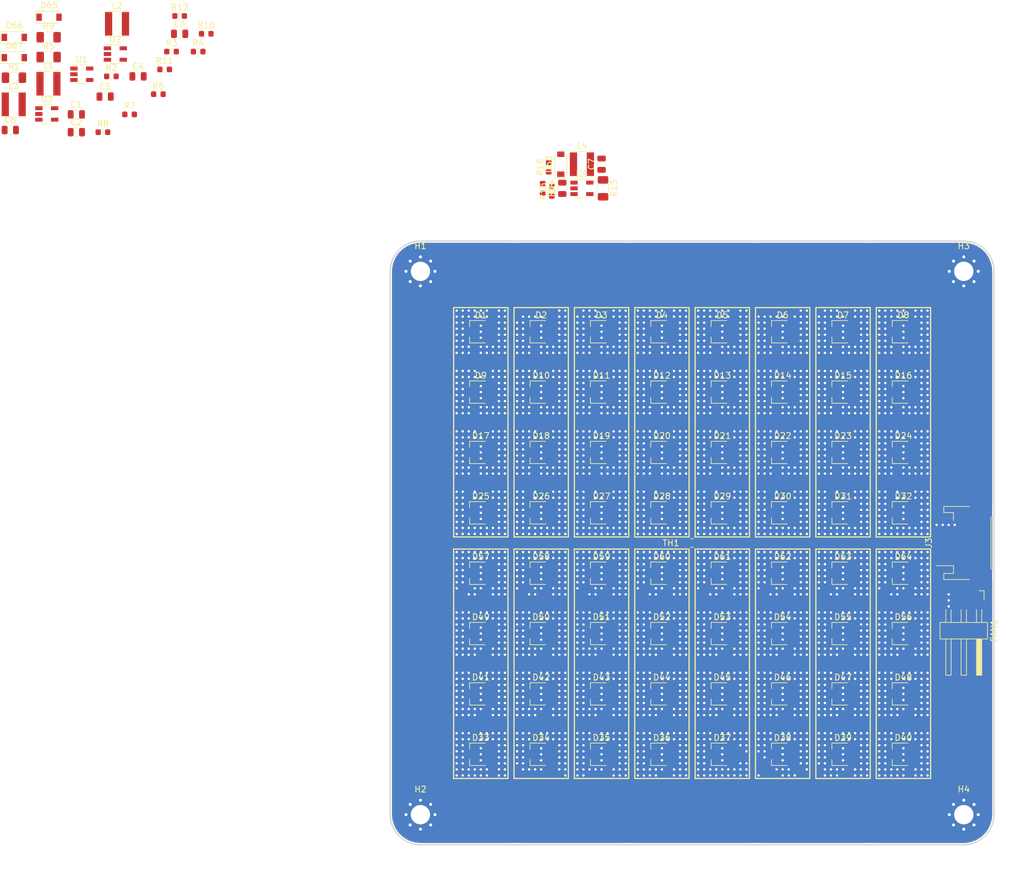
<source format=kicad_pcb>
(kicad_pcb (version 20171130) (host pcbnew "(5.1.5)-3")
  (layers (0 F.Cu signal) (31 B.Cu signal) (34 B.Paste user) (35 F.Paste user) (36 B.SilkS user) (37 F.SilkS user) (38 B.Mask user hide) (39 F.Mask user) (44 Edge.Cuts user))
  (net 0 "")
  (net 1 "Net-(D1-Pad1)")
  (net 2 "Net-(D10-Pad2)")
  (net 3 "Net-(D11-Pad2)")
  (net 4 "Net-(D12-Pad2)")
  (net 5 "Net-(D13-Pad2)")
  (net 6 "Net-(D14-Pad2)")
  (net 7 "Net-(D15-Pad2)")
  (net 8 "Net-(D16-Pad2)")
  (net 9 "Net-(D17-Pad2)")
  (net 10 "Net-(D10-Pad1)")
  (net 11 "Net-(D11-Pad1)")
  (net 12 "Net-(D12-Pad1)")
  (net 13 "Net-(D13-Pad1)")
  (net 14 "Net-(D14-Pad1)")
  (net 15 "Net-(D15-Pad1)")
  (net 16 "Net-(D16-Pad1)")
  (net 17 "Net-(D17-Pad1)")
  (net 18 "Net-(D18-Pad1)")
  (net 19 "Net-(D19-Pad1)")
  (net 20 "Net-(D20-Pad1)")
  (net 21 "Net-(D21-Pad1)")
  (net 22 "Net-(D22-Pad1)")
  (net 23 "Net-(D23-Pad1)")
  (net 24 "Net-(D24-Pad1)")
  (net 25 GND)
  (net 26 "Net-(D33-Pad1)")
  (net 27 "Net-(D34-Pad1)")
  (net 28 "Net-(D35-Pad1)")
  (net 29 "Net-(D36-Pad1)")
  (net 30 "Net-(D37-Pad1)")
  (net 31 "Net-(D38-Pad1)")
  (net 32 "Net-(D39-Pad1)")
  (net 33 "Net-(D40-Pad1)")
  (net 34 "Net-(D41-Pad1)")
  (net 35 "Net-(D42-Pad1)")
  (net 36 "Net-(D43-Pad1)")
  (net 37 "Net-(D44-Pad1)")
  (net 38 "Net-(D45-Pad1)")
  (net 39 "Net-(D46-Pad1)")
  (net 40 "Net-(D47-Pad1)")
  (net 41 "Net-(D48-Pad1)")
  (net 42 "Net-(D49-Pad1)")
  (net 43 "Net-(D50-Pad1)")
  (net 44 "Net-(D51-Pad1)")
  (net 45 "Net-(D52-Pad1)")
  (net 46 "Net-(D53-Pad1)")
  (net 47 "Net-(D54-Pad1)")
  (net 48 "Net-(D55-Pad1)")
  (net 49 "Net-(D56-Pad1)")
  (net 50 TEMP_SENSE)
  (net 51 "Net-(J3-PadMP)")
  (net 52 Vdrive)
  (net 53 /CH1)
  (net 54 /CH2)
  (net 55 /CH3)
  (net 56 /CH4)
  (net 57 "Net-(D1-Pad2)")
  (net 58 "Net-(D2-Pad2)")
  (net 59 "Net-(D3-Pad2)")
  (net 60 "Net-(D4-Pad2)")
  (net 61 "Net-(D25-Pad1)")
  (net 62 "Net-(D26-Pad1)")
  (net 63 "Net-(D27-Pad1)")
  (net 64 "Net-(D28-Pad1)")
  (net 65 "Net-(D65-Pad2)")
  (net 66 "Net-(D66-Pad2)")
  (net 67 "Net-(D67-Pad2)")
  (net 68 "Net-(D68-Pad2)")
  (net 69 "Net-(R2-Pad1)")
  (net 70 "Net-(R6-Pad1)")
  (net 71 "Net-(R10-Pad1)")
  (net 72 "Net-(R14-Pad1)")
  (module Resistor_SMD:R_0603_1608Metric (layer F.Cu) (at 226.25 47.75 90)
    (fp_text reference R16 (at 0 -1.43 90) (layer F.SilkS))
    (fp_text value 10k)
    (pad 2 smd roundrect (at 0.7875 0 90) (size 0.875 0.95) (layers F.Cu F.Paste F.Mask) (net 25 GND))
    (pad 1 smd roundrect (at -0.7875 0 90) (size 0.875 0.95) (layers F.Cu F.Paste F.Mask) (net 72 "Net-(R14-Pad1)"))
  )
  (module Resistor_SMD:R_0603_1608Metric (layer F.Cu) (at 226.75 51.75 90)
    (fp_text reference R15 (at 0 -1.43 90) (layer F.SilkS))
    (fp_text value 10k)
    (pad 2 smd roundrect (at 0.7875 0 90) (size 0.875 0.95) (layers F.Cu F.Paste F.Mask) (net 72 "Net-(R14-Pad1)"))
    (pad 1 smd roundrect (at -0.7875 0 90) (size 0.875 0.95) (layers F.Cu F.Paste F.Mask) (net 56 /CH4))
  )
  (module Resistor_SMD:R_0603_1608Metric (layer F.Cu) (at 225.25 51.25 270)
    (fp_text reference R14 (at 0 -1.43 90) (layer F.SilkS))
    (fp_text value 10k)
    (pad 2 smd roundrect (at 0.7875 0 270) (size 0.875 0.95) (layers F.Cu F.Paste F.Mask))
    (pad 1 smd roundrect (at -0.7875 0 270) (size 0.875 0.95) (layers F.Cu F.Paste F.Mask) (net 72 "Net-(R14-Pad1)"))
  )
  (module Resistor_SMD:R_0603_1608Metric (layer F.Cu) (at 165.11 22.7)
    (fp_text reference R12 (at 0 -1.43) (layer F.SilkS))
    (fp_text value 10k)
    (pad 2 smd roundrect (at 0.7875 0) (size 0.875 0.95) (layers F.Cu F.Paste F.Mask) (net 25 GND))
    (pad 1 smd roundrect (at -0.7875 0) (size 0.875 0.95) (layers F.Cu F.Paste F.Mask) (net 71 "Net-(R10-Pad1)"))
  )
  (module Resistor_SMD:R_0603_1608Metric (layer F.Cu) (at 162.63 31.55)
    (fp_text reference R11 (at 0 -1.43) (layer F.SilkS))
    (fp_text value 10k)
    (pad 2 smd roundrect (at 0.7875 0) (size 0.875 0.95) (layers F.Cu F.Paste F.Mask) (net 71 "Net-(R10-Pad1)"))
    (pad 1 smd roundrect (at -0.7875 0) (size 0.875 0.95) (layers F.Cu F.Paste F.Mask) (net 55 /CH3))
  )
  (module Resistor_SMD:R_0603_1608Metric (layer F.Cu) (at 169.52 25.65)
    (fp_text reference R10 (at 0 -1.43) (layer F.SilkS))
    (fp_text value 10k)
    (pad 2 smd roundrect (at 0.7875 0) (size 0.875 0.95) (layers F.Cu F.Paste F.Mask))
    (pad 1 smd roundrect (at -0.7875 0) (size 0.875 0.95) (layers F.Cu F.Paste F.Mask) (net 71 "Net-(R10-Pad1)"))
  )
  (module Resistor_SMD:R_0603_1608Metric (layer F.Cu) (at 152.41 41.95)
    (fp_text reference R8 (at 0 -1.43) (layer F.SilkS))
    (fp_text value 10k)
    (pad 2 smd roundrect (at 0.7875 0) (size 0.875 0.95) (layers F.Cu F.Paste F.Mask) (net 25 GND))
    (pad 1 smd roundrect (at -0.7875 0) (size 0.875 0.95) (layers F.Cu F.Paste F.Mask) (net 70 "Net-(R6-Pad1)"))
  )
  (module Resistor_SMD:R_0603_1608Metric (layer F.Cu) (at 156.82 39)
    (fp_text reference R7 (at 0 -1.43) (layer F.SilkS))
    (fp_text value 10k)
    (pad 2 smd roundrect (at 0.7875 0) (size 0.875 0.95) (layers F.Cu F.Paste F.Mask) (net 70 "Net-(R6-Pad1)"))
    (pad 1 smd roundrect (at -0.7875 0) (size 0.875 0.95) (layers F.Cu F.Paste F.Mask) (net 54 /CH2))
  )
  (module Resistor_SMD:R_0603_1608Metric (layer F.Cu) (at 161.59 35.65)
    (fp_text reference R6 (at 0 -1.43) (layer F.SilkS))
    (fp_text value 10k)
    (pad 2 smd roundrect (at 0.7875 0) (size 0.875 0.95) (layers F.Cu F.Paste F.Mask))
    (pad 1 smd roundrect (at -0.7875 0) (size 0.875 0.95) (layers F.Cu F.Paste F.Mask) (net 70 "Net-(R6-Pad1)"))
  )
  (module Resistor_SMD:R_0603_1608Metric (layer F.Cu) (at 168.18 28.6)
    (fp_text reference R4 (at 0 -1.43) (layer F.SilkS))
    (fp_text value 10k)
    (pad 2 smd roundrect (at 0.7875 0) (size 0.875 0.95) (layers F.Cu F.Paste F.Mask) (net 25 GND))
    (pad 1 smd roundrect (at -0.7875 0) (size 0.875 0.95) (layers F.Cu F.Paste F.Mask) (net 69 "Net-(R2-Pad1)"))
  )
  (module Resistor_SMD:R_0603_1608Metric (layer F.Cu) (at 163.77 28.6)
    (fp_text reference R3 (at 0 -1.43) (layer F.SilkS))
    (fp_text value 10k)
    (pad 2 smd roundrect (at 0.7875 0) (size 0.875 0.95) (layers F.Cu F.Paste F.Mask) (net 69 "Net-(R2-Pad1)"))
    (pad 1 smd roundrect (at -0.7875 0) (size 0.875 0.95) (layers F.Cu F.Paste F.Mask) (net 53 /CH1))
  )
  (module Resistor_SMD:R_0603_1608Metric (layer F.Cu) (at 153.81 32.7)
    (fp_text reference R2 (at 0 -1.43) (layer F.SilkS))
    (fp_text value 10k)
    (pad 2 smd roundrect (at 0.7875 0) (size 0.875 0.95) (layers F.Cu F.Paste F.Mask))
    (pad 1 smd roundrect (at -0.7875 0) (size 0.875 0.95) (layers F.Cu F.Paste F.Mask) (net 69 "Net-(R2-Pad1)"))
  )
  (module Package_TO_SOT_SMD:TSOT-23-5 (layer F.Cu) (at 231.75 51.25)
    (fp_text reference U4 (at 0 -2.45) (layer F.SilkS))
    (fp_text value AL8860WT-7)
    (pad 5 smd rect (at 1.31 -0.95) (size 1.22 0.65) (layers F.Cu F.Paste F.Mask) (net 52 Vdrive))
    (pad 4 smd rect (at 1.31 0.95) (size 1.22 0.65) (layers F.Cu F.Paste F.Mask) (net 60 "Net-(D4-Pad2)"))
    (pad 3 smd rect (at -1.31 0.95) (size 1.22 0.65) (layers F.Cu F.Paste F.Mask) (net 56 /CH4))
    (pad 2 smd rect (at -1.31 0) (size 1.22 0.65) (layers F.Cu F.Paste F.Mask) (net 25 GND))
    (pad 1 smd rect (at -1.31 -0.95) (size 1.22 0.65) (layers F.Cu F.Paste F.Mask) (net 68 "Net-(D68-Pad2)"))
  )
  (module Package_TO_SOT_SMD:TSOT-23-5 (layer F.Cu) (at 143.1 38.93)
    (fp_text reference U3 (at 0 -2.45) (layer F.SilkS))
    (fp_text value AL8860WT-7)
    (pad 5 smd rect (at 1.31 -0.95) (size 1.22 0.65) (layers F.Cu F.Paste F.Mask) (net 52 Vdrive))
    (pad 4 smd rect (at 1.31 0.95) (size 1.22 0.65) (layers F.Cu F.Paste F.Mask) (net 59 "Net-(D3-Pad2)"))
    (pad 3 smd rect (at -1.31 0.95) (size 1.22 0.65) (layers F.Cu F.Paste F.Mask) (net 55 /CH3))
    (pad 2 smd rect (at -1.31 0) (size 1.22 0.65) (layers F.Cu F.Paste F.Mask) (net 25 GND))
    (pad 1 smd rect (at -1.31 -0.95) (size 1.22 0.65) (layers F.Cu F.Paste F.Mask) (net 67 "Net-(D67-Pad2)"))
  )
  (module Package_TO_SOT_SMD:TSOT-23-5 (layer F.Cu) (at 154.46 29)
    (fp_text reference U2 (at 0 -2.45) (layer F.SilkS))
    (fp_text value AL8860WT-7)
    (pad 5 smd rect (at 1.31 -0.95) (size 1.22 0.65) (layers F.Cu F.Paste F.Mask) (net 52 Vdrive))
    (pad 4 smd rect (at 1.31 0.95) (size 1.22 0.65) (layers F.Cu F.Paste F.Mask) (net 58 "Net-(D2-Pad2)"))
    (pad 3 smd rect (at -1.31 0.95) (size 1.22 0.65) (layers F.Cu F.Paste F.Mask) (net 54 /CH2))
    (pad 2 smd rect (at -1.31 0) (size 1.22 0.65) (layers F.Cu F.Paste F.Mask) (net 25 GND))
    (pad 1 smd rect (at -1.31 -0.95) (size 1.22 0.65) (layers F.Cu F.Paste F.Mask) (net 66 "Net-(D66-Pad2)"))
  )
  (module Package_TO_SOT_SMD:TSOT-23-5 (layer F.Cu) (at 148.91 32.35)
    (fp_text reference U1 (at 0 -2.45) (layer F.SilkS))
    (fp_text value AL8860WT-7)
    (pad 5 smd rect (at 1.31 -0.95) (size 1.22 0.65) (layers F.Cu F.Paste F.Mask) (net 52 Vdrive))
    (pad 4 smd rect (at 1.31 0.95) (size 1.22 0.65) (layers F.Cu F.Paste F.Mask) (net 57 "Net-(D1-Pad2)"))
    (pad 3 smd rect (at -1.31 0.95) (size 1.22 0.65) (layers F.Cu F.Paste F.Mask) (net 53 /CH1))
    (pad 2 smd rect (at -1.31 0) (size 1.22 0.65) (layers F.Cu F.Paste F.Mask) (net 25 GND))
    (pad 1 smd rect (at -1.31 -0.95) (size 1.22 0.65) (layers F.Cu F.Paste F.Mask) (net 65 "Net-(D65-Pad2)"))
  )
  (module Resistor_SMD:R_1206_3216Metric (layer F.Cu) (at 235.25 51.25 270)
    (fp_text reference R13 (at 0 -1.82 90) (layer F.SilkS))
    (fp_text value 0.3R)
    (pad 2 smd roundrect (at 1.4 0 270) (size 1.25 1.75) (layers F.Cu F.Paste F.Mask) (roundrect_rratio 0.2) (net 60 "Net-(D4-Pad2)"))
    (pad 1 smd roundrect (at -1.4 0 270) (size 1.25 1.75) (layers F.Cu F.Paste F.Mask) (roundrect_rratio 0.2) (net 52 Vdrive))
  )
  (module Resistor_SMD:R_1206_3216Metric (layer F.Cu) (at 143.41 26.22)
    (fp_text reference R9 (at 0 -1.82) (layer F.SilkS))
    (fp_text value 0.3R)
    (pad 2 smd roundrect (at 1.4 0) (size 1.25 1.75) (layers F.Cu F.Paste F.Mask) (roundrect_rratio 0.2) (net 59 "Net-(D3-Pad2)"))
    (pad 1 smd roundrect (at -1.4 0) (size 1.25 1.75) (layers F.Cu F.Paste F.Mask) (roundrect_rratio 0.2) (net 52 Vdrive))
  )
  (module Resistor_SMD:R_1206_3216Metric (layer F.Cu) (at 143.41 29.51)
    (fp_text reference R5 (at 0 -1.82) (layer F.SilkS))
    (fp_text value 0.3R)
    (pad 2 smd roundrect (at 1.4 0) (size 1.25 1.75) (layers F.Cu F.Paste F.Mask) (roundrect_rratio 0.2) (net 58 "Net-(D2-Pad2)"))
    (pad 1 smd roundrect (at -1.4 0) (size 1.25 1.75) (layers F.Cu F.Paste F.Mask) (roundrect_rratio 0.2) (net 52 Vdrive))
  )
  (module Resistor_SMD:R_1206_3216Metric (layer F.Cu) (at 137.66 32.92)
    (fp_text reference R1 (at 0 -1.82) (layer F.SilkS))
    (fp_text value 0.3R)
    (pad 2 smd roundrect (at 1.4 0) (size 1.25 1.75) (layers F.Cu F.Paste F.Mask) (roundrect_rratio 0.2) (net 57 "Net-(D1-Pad2)"))
    (pad 1 smd roundrect (at -1.4 0) (size 1.25 1.75) (layers F.Cu F.Paste F.Mask) (roundrect_rratio 0.2) (net 52 Vdrive))
  )
  (module Inductor_SMD:L_Taiyo-Yuden_NR-40xx (layer F.Cu) (at 231.75 47.25)
    (fp_text reference L4 (at 0 -3) (layer F.SilkS))
    (fp_text value 68u)
    (pad 2 smd rect (at 1.4 0) (size 1.2 3.9) (layers F.Cu F.Paste F.Mask) (net 64 "Net-(D28-Pad1)"))
    (pad 1 smd rect (at -1.4 0) (size 1.2 3.9) (layers F.Cu F.Paste F.Mask) (net 68 "Net-(D68-Pad2)"))
  )
  (module Inductor_SMD:L_Taiyo-Yuden_NR-40xx (layer F.Cu) (at 137.63 37.34)
    (fp_text reference L3 (at 0 -3) (layer F.SilkS))
    (fp_text value 68u)
    (pad 2 smd rect (at 1.4 0) (size 1.2 3.9) (layers F.Cu F.Paste F.Mask) (net 63 "Net-(D27-Pad1)"))
    (pad 1 smd rect (at -1.4 0) (size 1.2 3.9) (layers F.Cu F.Paste F.Mask) (net 67 "Net-(D67-Pad2)"))
  )
  (module Inductor_SMD:L_Taiyo-Yuden_NR-40xx (layer F.Cu) (at 154.74 24)
    (fp_text reference L2 (at 0 -3) (layer F.SilkS))
    (fp_text value 68u)
    (pad 2 smd rect (at 1.4 0) (size 1.2 3.9) (layers F.Cu F.Paste F.Mask) (net 66 "Net-(D66-Pad2)"))
    (pad 1 smd rect (at -1.4 0) (size 1.2 3.9) (layers F.Cu F.Paste F.Mask) (net 62 "Net-(D26-Pad1)"))
  )
  (module Inductor_SMD:L_Taiyo-Yuden_NR-40xx (layer F.Cu) (at 143.38 33.93)
    (fp_text reference L1 (at 0 -3) (layer F.SilkS))
    (fp_text value 68u)
    (pad 2 smd rect (at 1.4 0) (size 1.2 3.9) (layers F.Cu F.Paste F.Mask) (net 61 "Net-(D25-Pad1)"))
    (pad 1 smd rect (at -1.4 0) (size 1.2 3.9) (layers F.Cu F.Paste F.Mask) (net 65 "Net-(D65-Pad2)"))
  )
  (module Diode_SMD:D_SOD-123 (layer F.Cu) (at 228.25 47.25 90)
    (fp_text reference D68 (at 0 -2 90) (layer F.SilkS))
    (fp_text value STPS0540Z)
    (pad 2 smd rect (at 1.65 0 90) (size 0.9 1.2) (layers F.Cu F.Paste F.Mask) (net 68 "Net-(D68-Pad2)"))
    (pad 1 smd rect (at -1.65 0 90) (size 0.9 1.2) (layers F.Cu F.Paste F.Mask) (net 52 Vdrive))
  )
  (module Diode_SMD:D_SOD-123 (layer F.Cu) (at 137.73 29.6)
    (fp_text reference D67 (at 0 -2) (layer F.SilkS))
    (fp_text value STPS0540Z)
    (pad 2 smd rect (at 1.65 0) (size 0.9 1.2) (layers F.Cu F.Paste F.Mask) (net 67 "Net-(D67-Pad2)"))
    (pad 1 smd rect (at -1.65 0) (size 0.9 1.2) (layers F.Cu F.Paste F.Mask) (net 52 Vdrive))
  )
  (module Diode_SMD:D_SOD-123 (layer F.Cu) (at 137.73 26.25)
    (fp_text reference D66 (at 0 -2) (layer F.SilkS))
    (fp_text value STPS0540Z)
    (pad 2 smd rect (at 1.65 0) (size 0.9 1.2) (layers F.Cu F.Paste F.Mask) (net 66 "Net-(D66-Pad2)"))
    (pad 1 smd rect (at -1.65 0) (size 0.9 1.2) (layers F.Cu F.Paste F.Mask) (net 52 Vdrive))
  )
  (module Diode_SMD:D_SOD-123 (layer F.Cu) (at 143.48 22.9)
    (fp_text reference D65 (at 0 -2) (layer F.SilkS))
    (fp_text value STPS0540Z)
    (pad 2 smd rect (at 1.65 0) (size 0.9 1.2) (layers F.Cu F.Paste F.Mask) (net 65 "Net-(D65-Pad2)"))
    (pad 1 smd rect (at -1.65 0) (size 0.9 1.2) (layers F.Cu F.Paste F.Mask) (net 52 Vdrive))
  )
  (module Capacitor_SMD:C_0805_2012Metric (layer F.Cu) (at 228.5 51.25 90)
    (fp_text reference C8 (at 0 -1.65 90) (layer F.SilkS))
    (fp_text value "10u X7R")
    (pad 2 smd roundrect (at 0.9375 0 90) (size 0.975 1.4) (layers F.Cu F.Paste F.Mask) (net 25 GND))
    (pad 1 smd roundrect (at -0.9375 0 90) (size 0.975 1.4) (layers F.Cu F.Paste F.Mask) (net 56 /CH4))
  )
  (module Capacitor_SMD:C_0805_2012Metric (layer F.Cu) (at 235 47.25 90)
    (fp_text reference C7 (at 0 -1.65 90) (layer F.SilkS))
    (fp_text value "10u X7R")
    (pad 2 smd roundrect (at 0.9375 0 90) (size 0.975 1.4) (layers F.Cu F.Paste F.Mask) (net 25 GND))
    (pad 1 smd roundrect (at -0.9375 0 90) (size 0.975 1.4) (layers F.Cu F.Paste F.Mask) (net 52 Vdrive))
  )
  (module Capacitor_SMD:C_0805_2012Metric (layer F.Cu) (at 137.06 41.59)
    (fp_text reference C6 (at 0 -1.65) (layer F.SilkS))
    (fp_text value "10u X7R")
    (pad 2 smd roundrect (at 0.9375 0) (size 0.975 1.4) (layers F.Cu F.Paste F.Mask) (net 25 GND))
    (pad 1 smd roundrect (at -0.9375 0) (size 0.975 1.4) (layers F.Cu F.Paste F.Mask) (net 55 /CH3))
  )
  (module Capacitor_SMD:C_0805_2012Metric (layer F.Cu) (at 152.77 36.05)
    (fp_text reference C5 (at 0 -1.65) (layer F.SilkS))
    (fp_text value "10u X7R")
    (pad 2 smd roundrect (at 0.9375 0) (size 0.975 1.4) (layers F.Cu F.Paste F.Mask) (net 25 GND))
    (pad 1 smd roundrect (at -0.9375 0) (size 0.975 1.4) (layers F.Cu F.Paste F.Mask) (net 52 Vdrive))
  )
  (module Capacitor_SMD:C_0805_2012Metric (layer F.Cu) (at 158.22 32.7)
    (fp_text reference C4 (at 0 -1.65) (layer F.SilkS))
    (fp_text value "10u X7R")
    (pad 2 smd roundrect (at 0.9375 0) (size 0.975 1.4) (layers F.Cu F.Paste F.Mask) (net 25 GND))
    (pad 1 smd roundrect (at -0.9375 0) (size 0.975 1.4) (layers F.Cu F.Paste F.Mask) (net 54 /CH2))
  )
  (module Capacitor_SMD:C_0805_2012Metric (layer F.Cu) (at 165.11 25.65)
    (fp_text reference C3 (at 0 -1.65) (layer F.SilkS))
    (fp_text value "10u X7R")
    (pad 2 smd roundrect (at 0.9375 0) (size 0.975 1.4) (layers F.Cu F.Paste F.Mask) (net 25 GND))
    (pad 1 smd roundrect (at -0.9375 0) (size 0.975 1.4) (layers F.Cu F.Paste F.Mask) (net 52 Vdrive))
  )
  (module Capacitor_SMD:C_0805_2012Metric (layer F.Cu) (at 148 41.95)
    (fp_text reference C2 (at 0 -1.65) (layer F.SilkS))
    (fp_text value "10u X7R")
    (pad 2 smd roundrect (at 0.9375 0) (size 0.975 1.4) (layers F.Cu F.Paste F.Mask) (net 25 GND))
    (pad 1 smd roundrect (at -0.9375 0) (size 0.975 1.4) (layers F.Cu F.Paste F.Mask) (net 53 /CH1))
  )
  (module Capacitor_SMD:C_0805_2012Metric (layer F.Cu) (at 148 39)
    (fp_text reference C1 (at 0 -1.65) (layer F.SilkS))
    (fp_text value "10u X7R")
    (pad 2 smd roundrect (at 0.9375 0) (size 0.975 1.4) (layers F.Cu F.Paste F.Mask) (net 25 GND))
    (pad 1 smd roundrect (at -0.9375 0) (size 0.975 1.4) (layers F.Cu F.Paste F.Mask) (net 52 Vdrive))
  )
  (module Connector_JST:JST_PH_S4B-PH-SM4-TB_1x04-1MP_P2.00mm_Horizontal (layer F.Cu) (at 295 110 90)
    (fp_text reference J3 (at 0 -5.8 90) (layer F.SilkS))
    (fp_text value Conn_01x04)
    (pad MP smd roundrect (at 5.35 2.9 90) (size 1.5 3.4) (layers F.Cu F.Paste F.Mask) (roundrect_rratio 0.166667) (net 51 "Net-(J3-PadMP)"))
    (pad MP smd roundrect (at -5.35 2.9 90) (size 1.5 3.4) (layers F.Cu F.Paste F.Mask) (roundrect_rratio 0.166667) (net 51 "Net-(J3-PadMP)"))
    (pad 4 smd roundrect (at 3 -2.85 90) (size 1 3.5) (layers F.Cu F.Paste F.Mask) (net 25 GND))
    (pad 3 smd roundrect (at 1 -2.85 90) (size 1 3.5) (layers F.Cu F.Paste F.Mask) (net 50 TEMP_SENSE))
    (pad 2 smd roundrect (at -1 -2.85 90) (size 1 3.5) (layers F.Cu F.Paste F.Mask))
    (pad 1 smd roundrect (at -3 -2.85 90) (size 1 3.5) (layers F.Cu F.Paste F.Mask))
  )
  (module Connector_Harwin:Harwin_M20-89003xx_1x03_P2.54mm_Horizontal (layer F.Cu) (at 295 125 270)
    (fp_text reference FAN1 (at -0.48 -5.01 90) (layer F.SilkS))
    (fp_text value Conn_01x03)
    (pad "" smd rect (at 3.895 -2.54 270) (size 6 0.76) (layers F.SilkS))
    (pad 3 smd rect (at -5.525 2.54 270) (size 2.5 1) (layers F.Cu F.Paste F.Mask) (net 25 GND))
    (pad 2 smd rect (at -5.525 0 270) (size 2.5 1) (layers F.Cu F.Paste F.Mask))
    (pad 1 smd rect (at -5.525 -2.54 270) (size 2.5 1) (layers F.Cu F.Paste F.Mask))
  )
  (module LED_SMD:LED_Cree-XHP35 (layer F.Cu) (at 215 75)
    (fp_text reference D1 (at 0 -2.75) (layer F.SilkS))
    (fp_text value LED_PAD)
    (pad 3 smd rect (at 0 0) (size 1.3 3.3) (layers F.Cu F.Mask) (net 25 GND))
    (pad 1 smd rect (at -1.4 0) (size 0.5 3.3) (layers F.Cu F.Paste F.Mask) (net 1 "Net-(D1-Pad1)"))
    (pad 2 smd rect (at 1.4 0) (size 0.5 3.3) (layers F.Cu F.Paste F.Mask) (net 57 "Net-(D1-Pad2)"))
  )
  (module LED_SMD:LED_Cree-XHP35 (layer F.Cu) (at 225 75)
    (fp_text reference D2 (at 0 -2.75) (layer F.SilkS))
    (fp_text value LED_PAD)
    (pad 2 smd rect (at 1.4 0) (size 0.5 3.3) (layers F.Cu F.Paste F.Mask) (net 58 "Net-(D2-Pad2)"))
    (pad 1 smd rect (at -1.4 0) (size 0.5 3.3) (layers F.Cu F.Paste F.Mask) (net 2 "Net-(D10-Pad2)"))
    (pad 3 smd rect (at 0 0) (size 1.3 3.3) (layers F.Cu F.Mask) (net 25 GND))
  )
  (module LED_SMD:LED_Cree-XHP35 (layer F.Cu) (at 235 75)
    (fp_text reference D3 (at 0 -2.75) (layer F.SilkS))
    (fp_text value LED_PAD)
    (pad 2 smd rect (at 1.4 0) (size 0.5 3.3) (layers F.Cu F.Paste F.Mask) (net 59 "Net-(D3-Pad2)"))
    (pad 1 smd rect (at -1.4 0) (size 0.5 3.3) (layers F.Cu F.Paste F.Mask) (net 3 "Net-(D11-Pad2)"))
    (pad 3 smd rect (at 0 0) (size 1.3 3.3) (layers F.Cu F.Mask) (net 25 GND))
  )
  (module LED_SMD:LED_Cree-XHP35 (layer F.Cu) (at 245 75)
    (fp_text reference D4 (at 0 -2.75) (layer F.SilkS))
    (fp_text value LED_PAD)
    (pad 2 smd rect (at 1.4 0) (size 0.5 3.3) (layers F.Cu F.Paste F.Mask) (net 60 "Net-(D4-Pad2)"))
    (pad 1 smd rect (at -1.4 0) (size 0.5 3.3) (layers F.Cu F.Paste F.Mask) (net 4 "Net-(D12-Pad2)"))
    (pad 3 smd rect (at 0 0) (size 1.3 3.3) (layers F.Cu F.Mask) (net 25 GND))
  )
  (module LED_SMD:LED_Cree-XHP35 (layer F.Cu) (at 255 75)
    (fp_text reference D5 (at 0 -2.75) (layer F.SilkS))
    (fp_text value LED_PAD)
    (pad 3 smd rect (at 0 0) (size 1.3 3.3) (layers F.Cu F.Mask) (net 25 GND))
    (pad 1 smd rect (at -1.4 0) (size 0.5 3.3) (layers F.Cu F.Paste F.Mask) (net 5 "Net-(D13-Pad2)"))
    (pad 2 smd rect (at 1.4 0) (size 0.5 3.3) (layers F.Cu F.Paste F.Mask))
  )
  (module LED_SMD:LED_Cree-XHP35 (layer F.Cu) (at 265 75)
    (fp_text reference D6 (at 0 -2.75) (layer F.SilkS))
    (fp_text value LED_PAD)
    (pad 2 smd rect (at 1.4 0) (size 0.5 3.3) (layers F.Cu F.Paste F.Mask))
    (pad 1 smd rect (at -1.4 0) (size 0.5 3.3) (layers F.Cu F.Paste F.Mask) (net 6 "Net-(D14-Pad2)"))
    (pad 3 smd rect (at 0 0) (size 1.3 3.3) (layers F.Cu F.Mask) (net 25 GND))
  )
  (module LED_SMD:LED_Cree-XHP35 (layer F.Cu) (at 275 75)
    (fp_text reference D7 (at 0 -2.75) (layer F.SilkS))
    (fp_text value LED_PAD)
    (pad 2 smd rect (at 1.4 0) (size 0.5 3.3) (layers F.Cu F.Paste F.Mask))
    (pad 1 smd rect (at -1.4 0) (size 0.5 3.3) (layers F.Cu F.Paste F.Mask) (net 7 "Net-(D15-Pad2)"))
    (pad 3 smd rect (at 0 0) (size 1.3 3.3) (layers F.Cu F.Mask) (net 25 GND))
  )
  (module LED_SMD:LED_Cree-XHP35 (layer F.Cu) (at 285 75)
    (fp_text reference D8 (at 0 -2.75) (layer F.SilkS))
    (fp_text value LED_PAD)
    (pad 2 smd rect (at 1.4 0) (size 0.5 3.3) (layers F.Cu F.Paste F.Mask))
    (pad 1 smd rect (at -1.4 0) (size 0.5 3.3) (layers F.Cu F.Paste F.Mask) (net 8 "Net-(D16-Pad2)"))
    (pad 3 smd rect (at 0 0) (size 1.3 3.3) (layers F.Cu F.Mask) (net 25 GND))
  )
  (module LED_SMD:LED_Cree-XHP35 (layer F.Cu) (at 215 85)
    (fp_text reference D9 (at 0 -2.75) (layer F.SilkS))
    (fp_text value LED_PAD)
    (pad 3 smd rect (at 0 0) (size 1.3 3.3) (layers F.Cu F.Mask) (net 25 GND))
    (pad 1 smd rect (at -1.4 0) (size 0.5 3.3) (layers F.Cu F.Paste F.Mask) (net 9 "Net-(D17-Pad2)"))
    (pad 2 smd rect (at 1.4 0) (size 0.5 3.3) (layers F.Cu F.Paste F.Mask) (net 1 "Net-(D1-Pad1)"))
  )
  (module LED_SMD:LED_Cree-XHP35 (layer F.Cu) (at 225 85)
    (fp_text reference D10 (at 0 -2.75) (layer F.SilkS))
    (fp_text value LED_PAD)
    (pad 3 smd rect (at 0 0) (size 1.3 3.3) (layers F.Cu F.Mask) (net 25 GND))
    (pad 1 smd rect (at -1.4 0) (size 0.5 3.3) (layers F.Cu F.Paste F.Mask) (net 10 "Net-(D10-Pad1)"))
    (pad 2 smd rect (at 1.4 0) (size 0.5 3.3) (layers F.Cu F.Paste F.Mask) (net 2 "Net-(D10-Pad2)"))
  )
  (module LED_SMD:LED_Cree-XHP35 (layer F.Cu) (at 235 85)
    (fp_text reference D11 (at 0 -2.75) (layer F.SilkS))
    (fp_text value LED_PAD)
    (pad 3 smd rect (at 0 0) (size 1.3 3.3) (layers F.Cu F.Mask) (net 25 GND))
    (pad 1 smd rect (at -1.4 0) (size 0.5 3.3) (layers F.Cu F.Paste F.Mask) (net 11 "Net-(D11-Pad1)"))
    (pad 2 smd rect (at 1.4 0) (size 0.5 3.3) (layers F.Cu F.Paste F.Mask) (net 3 "Net-(D11-Pad2)"))
  )
  (module LED_SMD:LED_Cree-XHP35 (layer F.Cu) (at 245 85)
    (fp_text reference D12 (at 0 -2.75) (layer F.SilkS))
    (fp_text value LED_PAD)
    (pad 3 smd rect (at 0 0) (size 1.3 3.3) (layers F.Cu F.Mask) (net 25 GND))
    (pad 1 smd rect (at -1.4 0) (size 0.5 3.3) (layers F.Cu F.Paste F.Mask) (net 12 "Net-(D12-Pad1)"))
    (pad 2 smd rect (at 1.4 0) (size 0.5 3.3) (layers F.Cu F.Paste F.Mask) (net 4 "Net-(D12-Pad2)"))
  )
  (module LED_SMD:LED_Cree-XHP35 (layer F.Cu) (at 255 85)
    (fp_text reference D13 (at 0 -2.75) (layer F.SilkS))
    (fp_text value LED_PAD)
    (pad 2 smd rect (at 1.4 0) (size 0.5 3.3) (layers F.Cu F.Paste F.Mask) (net 5 "Net-(D13-Pad2)"))
    (pad 1 smd rect (at -1.4 0) (size 0.5 3.3) (layers F.Cu F.Paste F.Mask) (net 13 "Net-(D13-Pad1)"))
    (pad 3 smd rect (at 0 0) (size 1.3 3.3) (layers F.Cu F.Mask) (net 25 GND))
  )
  (module LED_SMD:LED_Cree-XHP35 (layer F.Cu) (at 265 85)
    (fp_text reference D14 (at 0 -2.75) (layer F.SilkS))
    (fp_text value LED_PAD)
    (pad 3 smd rect (at 0 0) (size 1.3 3.3) (layers F.Cu F.Mask) (net 25 GND))
    (pad 1 smd rect (at -1.4 0) (size 0.5 3.3) (layers F.Cu F.Paste F.Mask) (net 14 "Net-(D14-Pad1)"))
    (pad 2 smd rect (at 1.4 0) (size 0.5 3.3) (layers F.Cu F.Paste F.Mask) (net 6 "Net-(D14-Pad2)"))
  )
  (module LED_SMD:LED_Cree-XHP35 (layer F.Cu) (at 275 85)
    (fp_text reference D15 (at 0 -2.75) (layer F.SilkS))
    (fp_text value LED_PAD)
    (pad 3 smd rect (at 0 0) (size 1.3 3.3) (layers F.Cu F.Mask) (net 25 GND))
    (pad 1 smd rect (at -1.4 0) (size 0.5 3.3) (layers F.Cu F.Paste F.Mask) (net 15 "Net-(D15-Pad1)"))
    (pad 2 smd rect (at 1.4 0) (size 0.5 3.3) (layers F.Cu F.Paste F.Mask) (net 7 "Net-(D15-Pad2)"))
  )
  (module LED_SMD:LED_Cree-XHP35 (layer F.Cu) (at 285 85)
    (fp_text reference D16 (at 0 -2.75) (layer F.SilkS))
    (fp_text value LED_PAD)
    (pad 3 smd rect (at 0 0) (size 1.3 3.3) (layers F.Cu F.Mask) (net 25 GND))
    (pad 1 smd rect (at -1.4 0) (size 0.5 3.3) (layers F.Cu F.Paste F.Mask) (net 16 "Net-(D16-Pad1)"))
    (pad 2 smd rect (at 1.4 0) (size 0.5 3.3) (layers F.Cu F.Paste F.Mask) (net 8 "Net-(D16-Pad2)"))
  )
  (module LED_SMD:LED_Cree-XHP35 (layer F.Cu) (at 215 95)
    (fp_text reference D17 (at 0 -2.75) (layer F.SilkS))
    (fp_text value LED_PAD)
    (pad 2 smd rect (at 1.4 0) (size 0.5 3.3) (layers F.Cu F.Paste F.Mask) (net 9 "Net-(D17-Pad2)"))
    (pad 1 smd rect (at -1.4 0) (size 0.5 3.3) (layers F.Cu F.Paste F.Mask) (net 17 "Net-(D17-Pad1)"))
    (pad 3 smd rect (at 0 0) (size 1.3 3.3) (layers F.Cu F.Mask) (net 25 GND))
  )
  (module LED_SMD:LED_Cree-XHP35 (layer F.Cu) (at 225 95)
    (fp_text reference D18 (at 0 -2.75) (layer F.SilkS))
    (fp_text value LED_PAD)
    (pad 2 smd rect (at 1.4 0) (size 0.5 3.3) (layers F.Cu F.Paste F.Mask) (net 10 "Net-(D10-Pad1)"))
    (pad 1 smd rect (at -1.4 0) (size 0.5 3.3) (layers F.Cu F.Paste F.Mask) (net 18 "Net-(D18-Pad1)"))
    (pad 3 smd rect (at 0 0) (size 1.3 3.3) (layers F.Cu F.Mask) (net 25 GND))
  )
  (module LED_SMD:LED_Cree-XHP35 (layer F.Cu) (at 235 95)
    (fp_text reference D19 (at 0 -2.75) (layer F.SilkS))
    (fp_text value LED_PAD)
    (pad 2 smd rect (at 1.4 0) (size 0.5 3.3) (layers F.Cu F.Paste F.Mask) (net 11 "Net-(D11-Pad1)"))
    (pad 1 smd rect (at -1.4 0) (size 0.5 3.3) (layers F.Cu F.Paste F.Mask) (net 19 "Net-(D19-Pad1)"))
    (pad 3 smd rect (at 0 0) (size 1.3 3.3) (layers F.Cu F.Mask) (net 25 GND))
  )
  (module LED_SMD:LED_Cree-XHP35 (layer F.Cu) (at 245 95)
    (fp_text reference D20 (at 0 -2.75) (layer F.SilkS))
    (fp_text value LED_PAD)
    (pad 2 smd rect (at 1.4 0) (size 0.5 3.3) (layers F.Cu F.Paste F.Mask) (net 12 "Net-(D12-Pad1)"))
    (pad 1 smd rect (at -1.4 0) (size 0.5 3.3) (layers F.Cu F.Paste F.Mask) (net 20 "Net-(D20-Pad1)"))
    (pad 3 smd rect (at 0 0) (size 1.3 3.3) (layers F.Cu F.Mask) (net 25 GND))
  )
  (module LED_SMD:LED_Cree-XHP35 (layer F.Cu) (at 255 95)
    (fp_text reference D21 (at 0 -2.75) (layer F.SilkS))
    (fp_text value LED_PAD)
    (pad 2 smd rect (at 1.4 0) (size 0.5 3.3) (layers F.Cu F.Paste F.Mask) (net 13 "Net-(D13-Pad1)"))
    (pad 1 smd rect (at -1.4 0) (size 0.5 3.3) (layers F.Cu F.Paste F.Mask) (net 21 "Net-(D21-Pad1)"))
    (pad 3 smd rect (at 0 0) (size 1.3 3.3) (layers F.Cu F.Mask) (net 25 GND))
  )
  (module LED_SMD:LED_Cree-XHP35 (layer F.Cu) (at 265 95)
    (fp_text reference D22 (at 0 -2.75) (layer F.SilkS))
    (fp_text value LED_PAD)
    (pad 2 smd rect (at 1.4 0) (size 0.5 3.3) (layers F.Cu F.Paste F.Mask) (net 14 "Net-(D14-Pad1)"))
    (pad 1 smd rect (at -1.4 0) (size 0.5 3.3) (layers F.Cu F.Paste F.Mask) (net 22 "Net-(D22-Pad1)"))
    (pad 3 smd rect (at 0 0) (size 1.3 3.3) (layers F.Cu F.Mask) (net 25 GND))
  )
  (module LED_SMD:LED_Cree-XHP35 (layer F.Cu) (at 275 95)
    (fp_text reference D23 (at 0 -2.75) (layer F.SilkS))
    (fp_text value LED_PAD)
    (pad 2 smd rect (at 1.4 0) (size 0.5 3.3) (layers F.Cu F.Paste F.Mask) (net 15 "Net-(D15-Pad1)"))
    (pad 1 smd rect (at -1.4 0) (size 0.5 3.3) (layers F.Cu F.Paste F.Mask) (net 23 "Net-(D23-Pad1)"))
    (pad 3 smd rect (at 0 0) (size 1.3 3.3) (layers F.Cu F.Mask) (net 25 GND))
  )
  (module LED_SMD:LED_Cree-XHP35 (layer F.Cu) (at 285 95)
    (fp_text reference D24 (at 0 -2.75) (layer F.SilkS))
    (fp_text value LED_PAD)
    (pad 2 smd rect (at 1.4 0) (size 0.5 3.3) (layers F.Cu F.Paste F.Mask) (net 16 "Net-(D16-Pad1)"))
    (pad 1 smd rect (at -1.4 0) (size 0.5 3.3) (layers F.Cu F.Paste F.Mask) (net 24 "Net-(D24-Pad1)"))
    (pad 3 smd rect (at 0 0) (size 1.3 3.3) (layers F.Cu F.Mask) (net 25 GND))
  )
  (module LED_SMD:LED_Cree-XHP35 (layer F.Cu) (at 215 105)
    (fp_text reference D25 (at 0 -2.75) (layer F.SilkS))
    (fp_text value LED_PAD)
    (pad 3 smd rect (at 0 0) (size 1.3 3.3) (layers F.Cu F.Mask) (net 25 GND))
    (pad 1 smd rect (at -1.4 0) (size 0.5 3.3) (layers F.Cu F.Paste F.Mask) (net 61 "Net-(D25-Pad1)"))
    (pad 2 smd rect (at 1.4 0) (size 0.5 3.3) (layers F.Cu F.Paste F.Mask) (net 17 "Net-(D17-Pad1)"))
  )
  (module LED_SMD:LED_Cree-XHP35 (layer F.Cu) (at 225 105)
    (fp_text reference D26 (at 0 -2.75) (layer F.SilkS))
    (fp_text value LED_PAD)
    (pad 3 smd rect (at 0 0) (size 1.3 3.3) (layers F.Cu F.Mask) (net 25 GND))
    (pad 1 smd rect (at -1.4 0) (size 0.5 3.3) (layers F.Cu F.Paste F.Mask) (net 62 "Net-(D26-Pad1)"))
    (pad 2 smd rect (at 1.4 0) (size 0.5 3.3) (layers F.Cu F.Paste F.Mask) (net 18 "Net-(D18-Pad1)"))
  )
  (module LED_SMD:LED_Cree-XHP35 (layer F.Cu) (at 235 105)
    (fp_text reference D27 (at 0 -2.75) (layer F.SilkS))
    (fp_text value LED_PAD)
    (pad 3 smd rect (at 0 0) (size 1.3 3.3) (layers F.Cu F.Mask) (net 25 GND))
    (pad 1 smd rect (at -1.4 0) (size 0.5 3.3) (layers F.Cu F.Paste F.Mask) (net 63 "Net-(D27-Pad1)"))
    (pad 2 smd rect (at 1.4 0) (size 0.5 3.3) (layers F.Cu F.Paste F.Mask) (net 19 "Net-(D19-Pad1)"))
  )
  (module LED_SMD:LED_Cree-XHP35 (layer F.Cu) (at 245 105)
    (fp_text reference D28 (at 0 -2.75) (layer F.SilkS))
    (fp_text value LED_PAD)
    (pad 3 smd rect (at 0 0) (size 1.3 3.3) (layers F.Cu F.Mask) (net 25 GND))
    (pad 1 smd rect (at -1.4 0) (size 0.5 3.3) (layers F.Cu F.Paste F.Mask) (net 64 "Net-(D28-Pad1)"))
    (pad 2 smd rect (at 1.4 0) (size 0.5 3.3) (layers F.Cu F.Paste F.Mask) (net 20 "Net-(D20-Pad1)"))
  )
  (module LED_SMD:LED_Cree-XHP35 (layer F.Cu) (at 255 105)
    (fp_text reference D29 (at 0 -2.75) (layer F.SilkS))
    (fp_text value LED_PAD)
    (pad 3 smd rect (at 0 0) (size 1.3 3.3) (layers F.Cu F.Mask) (net 25 GND))
    (pad 1 smd rect (at -1.4 0) (size 0.5 3.3) (layers F.Cu F.Paste F.Mask))
    (pad 2 smd rect (at 1.4 0) (size 0.5 3.3) (layers F.Cu F.Paste F.Mask) (net 21 "Net-(D21-Pad1)"))
  )
  (module LED_SMD:LED_Cree-XHP35 (layer F.Cu) (at 265 105)
    (fp_text reference D30 (at 0 -2.75) (layer F.SilkS))
    (fp_text value LED_PAD)
    (pad 3 smd rect (at 0 0) (size 1.3 3.3) (layers F.Cu F.Mask) (net 25 GND))
    (pad 1 smd rect (at -1.4 0) (size 0.5 3.3) (layers F.Cu F.Paste F.Mask))
    (pad 2 smd rect (at 1.4 0) (size 0.5 3.3) (layers F.Cu F.Paste F.Mask) (net 22 "Net-(D22-Pad1)"))
  )
  (module LED_SMD:LED_Cree-XHP35 (layer F.Cu) (at 275 105)
    (fp_text reference D31 (at 0 -2.75) (layer F.SilkS))
    (fp_text value LED_PAD)
    (pad 3 smd rect (at 0 0) (size 1.3 3.3) (layers F.Cu F.Mask) (net 25 GND))
    (pad 1 smd rect (at -1.4 0) (size 0.5 3.3) (layers F.Cu F.Paste F.Mask))
    (pad 2 smd rect (at 1.4 0) (size 0.5 3.3) (layers F.Cu F.Paste F.Mask) (net 23 "Net-(D23-Pad1)"))
  )
  (module LED_SMD:LED_Cree-XHP35 (layer F.Cu) (at 285 105)
    (fp_text reference D32 (at 0 -2.75) (layer F.SilkS))
    (fp_text value LED_PAD)
    (pad 2 smd rect (at 1.4 0) (size 0.5 3.3) (layers F.Cu F.Paste F.Mask) (net 24 "Net-(D24-Pad1)"))
    (pad 1 smd rect (at -1.4 0) (size 0.5 3.3) (layers F.Cu F.Paste F.Mask))
    (pad 3 smd rect (at 0 0) (size 1.3 3.3) (layers F.Cu F.Mask) (net 25 GND))
  )
  (module LED_SMD:LED_Cree-XHP35 (layer F.Cu) (at 215 145)
    (fp_text reference D33 (at 0 -2.75) (layer F.SilkS))
    (fp_text value LED_PAD)
    (pad 3 smd rect (at 0 0) (size 1.3 3.3) (layers F.Cu F.Mask) (net 25 GND))
    (pad 1 smd rect (at -1.4 0) (size 0.5 3.3) (layers F.Cu F.Paste F.Mask) (net 26 "Net-(D33-Pad1)"))
    (pad 2 smd rect (at 1.4 0) (size 0.5 3.3) (layers F.Cu F.Paste F.Mask))
  )
  (module LED_SMD:LED_Cree-XHP35 (layer F.Cu) (at 225 145)
    (fp_text reference D34 (at 0 -2.75) (layer F.SilkS))
    (fp_text value LED_PAD)
    (pad 2 smd rect (at 1.4 0) (size 0.5 3.3) (layers F.Cu F.Paste F.Mask))
    (pad 1 smd rect (at -1.4 0) (size 0.5 3.3) (layers F.Cu F.Paste F.Mask) (net 27 "Net-(D34-Pad1)"))
    (pad 3 smd rect (at 0 0) (size 1.3 3.3) (layers F.Cu F.Mask) (net 25 GND))
  )
  (module LED_SMD:LED_Cree-XHP35 (layer F.Cu) (at 235 145)
    (fp_text reference D35 (at 0 -2.75) (layer F.SilkS))
    (fp_text value LED_PAD)
    (pad 2 smd rect (at 1.4 0) (size 0.5 3.3) (layers F.Cu F.Paste F.Mask))
    (pad 1 smd rect (at -1.4 0) (size 0.5 3.3) (layers F.Cu F.Paste F.Mask) (net 28 "Net-(D35-Pad1)"))
    (pad 3 smd rect (at 0 0) (size 1.3 3.3) (layers F.Cu F.Mask) (net 25 GND))
  )
  (module LED_SMD:LED_Cree-XHP35 (layer F.Cu) (at 245 145)
    (fp_text reference D36 (at 0 -2.75) (layer F.SilkS))
    (fp_text value LED_PAD)
    (pad 2 smd rect (at 1.4 0) (size 0.5 3.3) (layers F.Cu F.Paste F.Mask))
    (pad 1 smd rect (at -1.4 0) (size 0.5 3.3) (layers F.Cu F.Paste F.Mask) (net 29 "Net-(D36-Pad1)"))
    (pad 3 smd rect (at 0 0) (size 1.3 3.3) (layers F.Cu F.Mask) (net 25 GND))
  )
  (module LED_SMD:LED_Cree-XHP35 (layer F.Cu) (at 255 145)
    (fp_text reference D37 (at 0 -2.75) (layer F.SilkS))
    (fp_text value LED_PAD)
    (pad 2 smd rect (at 1.4 0) (size 0.5 3.3) (layers F.Cu F.Paste F.Mask))
    (pad 1 smd rect (at -1.4 0) (size 0.5 3.3) (layers F.Cu F.Paste F.Mask) (net 30 "Net-(D37-Pad1)"))
    (pad 3 smd rect (at 0 0) (size 1.3 3.3) (layers F.Cu F.Mask) (net 25 GND))
  )
  (module LED_SMD:LED_Cree-XHP35 (layer F.Cu) (at 265 145)
    (fp_text reference D38 (at 0 -2.75) (layer F.SilkS))
    (fp_text value LED_PAD)
    (pad 2 smd rect (at 1.4 0) (size 0.5 3.3) (layers F.Cu F.Paste F.Mask))
    (pad 1 smd rect (at -1.4 0) (size 0.5 3.3) (layers F.Cu F.Paste F.Mask) (net 31 "Net-(D38-Pad1)"))
    (pad 3 smd rect (at 0 0) (size 1.3 3.3) (layers F.Cu F.Mask) (net 25 GND))
  )
  (module LED_SMD:LED_Cree-XHP35 (layer F.Cu) (at 275 145)
    (fp_text reference D39 (at 0 -2.75) (layer F.SilkS))
    (fp_text value LED_PAD)
    (pad 2 smd rect (at 1.4 0) (size 0.5 3.3) (layers F.Cu F.Paste F.Mask))
    (pad 1 smd rect (at -1.4 0) (size 0.5 3.3) (layers F.Cu F.Paste F.Mask) (net 32 "Net-(D39-Pad1)"))
    (pad 3 smd rect (at 0 0) (size 1.3 3.3) (layers F.Cu F.Mask) (net 25 GND))
  )
  (module LED_SMD:LED_Cree-XHP35 (layer F.Cu) (at 285 145)
    (fp_text reference D40 (at 0 -2.75) (layer F.SilkS))
    (fp_text value LED_PAD)
    (pad 2 smd rect (at 1.4 0) (size 0.5 3.3) (layers F.Cu F.Paste F.Mask))
    (pad 1 smd rect (at -1.4 0) (size 0.5 3.3) (layers F.Cu F.Paste F.Mask) (net 33 "Net-(D40-Pad1)"))
    (pad 3 smd rect (at 0 0) (size 1.3 3.3) (layers F.Cu F.Mask) (net 25 GND))
  )
  (module LED_SMD:LED_Cree-XHP35 (layer F.Cu) (at 215 135)
    (fp_text reference D41 (at 0 -2.75) (layer F.SilkS))
    (fp_text value LED_PAD)
    (pad 3 smd rect (at 0 0) (size 1.3 3.3) (layers F.Cu F.Mask) (net 25 GND))
    (pad 1 smd rect (at -1.4 0) (size 0.5 3.3) (layers F.Cu F.Paste F.Mask) (net 34 "Net-(D41-Pad1)"))
    (pad 2 smd rect (at 1.4 0) (size 0.5 3.3) (layers F.Cu F.Paste F.Mask) (net 26 "Net-(D33-Pad1)"))
  )
  (module LED_SMD:LED_Cree-XHP35 (layer F.Cu) (at 225 135)
    (fp_text reference D42 (at 0 -2.75) (layer F.SilkS))
    (fp_text value LED_PAD)
    (pad 3 smd rect (at 0 0) (size 1.3 3.3) (layers F.Cu F.Mask) (net 25 GND))
    (pad 1 smd rect (at -1.4 0) (size 0.5 3.3) (layers F.Cu F.Paste F.Mask) (net 35 "Net-(D42-Pad1)"))
    (pad 2 smd rect (at 1.4 0) (size 0.5 3.3) (layers F.Cu F.Paste F.Mask) (net 27 "Net-(D34-Pad1)"))
  )
  (module LED_SMD:LED_Cree-XHP35 (layer F.Cu) (at 235 135)
    (fp_text reference D43 (at 0 -2.75) (layer F.SilkS))
    (fp_text value LED_PAD)
    (pad 3 smd rect (at 0 0) (size 1.3 3.3) (layers F.Cu F.Mask) (net 25 GND))
    (pad 1 smd rect (at -1.4 0) (size 0.5 3.3) (layers F.Cu F.Paste F.Mask) (net 36 "Net-(D43-Pad1)"))
    (pad 2 smd rect (at 1.4 0) (size 0.5 3.3) (layers F.Cu F.Paste F.Mask) (net 28 "Net-(D35-Pad1)"))
  )
  (module LED_SMD:LED_Cree-XHP35 (layer F.Cu) (at 245 135)
    (fp_text reference D44 (at 0 -2.75) (layer F.SilkS))
    (fp_text value LED_PAD)
    (pad 3 smd rect (at 0 0) (size 1.3 3.3) (layers F.Cu F.Mask) (net 25 GND))
    (pad 1 smd rect (at -1.4 0) (size 0.5 3.3) (layers F.Cu F.Paste F.Mask) (net 37 "Net-(D44-Pad1)"))
    (pad 2 smd rect (at 1.4 0) (size 0.5 3.3) (layers F.Cu F.Paste F.Mask) (net 29 "Net-(D36-Pad1)"))
  )
  (module LED_SMD:LED_Cree-XHP35 (layer F.Cu) (at 255 135)
    (fp_text reference D45 (at 0 -2.75) (layer F.SilkS))
    (fp_text value LED_PAD)
    (pad 3 smd rect (at 0 0) (size 1.3 3.3) (layers F.Cu F.Mask) (net 25 GND))
    (pad 1 smd rect (at -1.4 0) (size 0.5 3.3) (layers F.Cu F.Paste F.Mask) (net 38 "Net-(D45-Pad1)"))
    (pad 2 smd rect (at 1.4 0) (size 0.5 3.3) (layers F.Cu F.Paste F.Mask) (net 30 "Net-(D37-Pad1)"))
  )
  (module LED_SMD:LED_Cree-XHP35 (layer F.Cu) (at 265 135)
    (fp_text reference D46 (at 0 -2.75) (layer F.SilkS))
    (fp_text value LED_PAD)
    (pad 3 smd rect (at 0 0) (size 1.3 3.3) (layers F.Cu F.Mask) (net 25 GND))
    (pad 1 smd rect (at -1.4 0) (size 0.5 3.3) (layers F.Cu F.Paste F.Mask) (net 39 "Net-(D46-Pad1)"))
    (pad 2 smd rect (at 1.4 0) (size 0.5 3.3) (layers F.Cu F.Paste F.Mask) (net 31 "Net-(D38-Pad1)"))
  )
  (module LED_SMD:LED_Cree-XHP35 (layer F.Cu) (at 275 135)
    (fp_text reference D47 (at 0 -2.75) (layer F.SilkS))
    (fp_text value LED_PAD)
    (pad 3 smd rect (at 0 0) (size 1.3 3.3) (layers F.Cu F.Mask) (net 25 GND))
    (pad 1 smd rect (at -1.4 0) (size 0.5 3.3) (layers F.Cu F.Paste F.Mask) (net 40 "Net-(D47-Pad1)"))
    (pad 2 smd rect (at 1.4 0) (size 0.5 3.3) (layers F.Cu F.Paste F.Mask) (net 32 "Net-(D39-Pad1)"))
  )
  (module LED_SMD:LED_Cree-XHP35 (layer F.Cu) (at 285 135)
    (fp_text reference D48 (at 0 -2.75) (layer F.SilkS))
    (fp_text value LED_PAD)
    (pad 3 smd rect (at 0 0) (size 1.3 3.3) (layers F.Cu F.Mask) (net 25 GND))
    (pad 1 smd rect (at -1.4 0) (size 0.5 3.3) (layers F.Cu F.Paste F.Mask) (net 41 "Net-(D48-Pad1)"))
    (pad 2 smd rect (at 1.4 0) (size 0.5 3.3) (layers F.Cu F.Paste F.Mask) (net 33 "Net-(D40-Pad1)"))
  )
  (module LED_SMD:LED_Cree-XHP35 (layer F.Cu) (at 215 125)
    (fp_text reference D49 (at 0 -2.75) (layer F.SilkS))
    (fp_text value LED_PAD)
    (pad 2 smd rect (at 1.4 0) (size 0.5 3.3) (layers F.Cu F.Paste F.Mask) (net 34 "Net-(D41-Pad1)"))
    (pad 1 smd rect (at -1.4 0) (size 0.5 3.3) (layers F.Cu F.Paste F.Mask) (net 42 "Net-(D49-Pad1)"))
    (pad 3 smd rect (at 0 0) (size 1.3 3.3) (layers F.Cu F.Mask) (net 25 GND))
  )
  (module LED_SMD:LED_Cree-XHP35 (layer F.Cu) (at 225 125)
    (fp_text reference D50 (at 0 -2.75) (layer F.SilkS))
    (fp_text value LED_PAD)
    (pad 2 smd rect (at 1.4 0) (size 0.5 3.3) (layers F.Cu F.Paste F.Mask) (net 35 "Net-(D42-Pad1)"))
    (pad 1 smd rect (at -1.4 0) (size 0.5 3.3) (layers F.Cu F.Paste F.Mask) (net 43 "Net-(D50-Pad1)"))
    (pad 3 smd rect (at 0 0) (size 1.3 3.3) (layers F.Cu F.Mask) (net 25 GND))
  )
  (module LED_SMD:LED_Cree-XHP35 (layer F.Cu) (at 235 125)
    (fp_text reference D51 (at 0 -2.75) (layer F.SilkS))
    (fp_text value LED_PAD)
    (pad 2 smd rect (at 1.4 0) (size 0.5 3.3) (layers F.Cu F.Paste F.Mask) (net 36 "Net-(D43-Pad1)"))
    (pad 1 smd rect (at -1.4 0) (size 0.5 3.3) (layers F.Cu F.Paste F.Mask) (net 44 "Net-(D51-Pad1)"))
    (pad 3 smd rect (at 0 0) (size 1.3 3.3) (layers F.Cu F.Mask) (net 25 GND))
  )
  (module LED_SMD:LED_Cree-XHP35 (layer F.Cu) (at 245 125)
    (fp_text reference D52 (at 0 -2.75) (layer F.SilkS))
    (fp_text value LED_PAD)
    (pad 2 smd rect (at 1.4 0) (size 0.5 3.3) (layers F.Cu F.Paste F.Mask) (net 37 "Net-(D44-Pad1)"))
    (pad 1 smd rect (at -1.4 0) (size 0.5 3.3) (layers F.Cu F.Paste F.Mask) (net 45 "Net-(D52-Pad1)"))
    (pad 3 smd rect (at 0 0) (size 1.3 3.3) (layers F.Cu F.Mask) (net 25 GND))
  )
  (module LED_SMD:LED_Cree-XHP35 (layer F.Cu) (at 255 125)
    (fp_text reference D53 (at 0 -2.75) (layer F.SilkS))
    (fp_text value LED_PAD)
    (pad 2 smd rect (at 1.4 0) (size 0.5 3.3) (layers F.Cu F.Paste F.Mask) (net 38 "Net-(D45-Pad1)"))
    (pad 1 smd rect (at -1.4 0) (size 0.5 3.3) (layers F.Cu F.Paste F.Mask) (net 46 "Net-(D53-Pad1)"))
    (pad 3 smd rect (at 0 0) (size 1.3 3.3) (layers F.Cu F.Mask) (net 25 GND))
  )
  (module LED_SMD:LED_Cree-XHP35 (layer F.Cu) (at 265 125)
    (fp_text reference D54 (at 0 -2.75) (layer F.SilkS))
    (fp_text value LED_PAD)
    (pad 2 smd rect (at 1.4 0) (size 0.5 3.3) (layers F.Cu F.Paste F.Mask) (net 39 "Net-(D46-Pad1)"))
    (pad 1 smd rect (at -1.4 0) (size 0.5 3.3) (layers F.Cu F.Paste F.Mask) (net 47 "Net-(D54-Pad1)"))
    (pad 3 smd rect (at 0 0) (size 1.3 3.3) (layers F.Cu F.Mask) (net 25 GND))
  )
  (module LED_SMD:LED_Cree-XHP35 (layer F.Cu) (at 275 125)
    (fp_text reference D55 (at 0 -2.75) (layer F.SilkS))
    (fp_text value LED_PAD)
    (pad 2 smd rect (at 1.4 0) (size 0.5 3.3) (layers F.Cu F.Paste F.Mask) (net 40 "Net-(D47-Pad1)"))
    (pad 1 smd rect (at -1.4 0) (size 0.5 3.3) (layers F.Cu F.Paste F.Mask) (net 48 "Net-(D55-Pad1)"))
    (pad 3 smd rect (at 0 0) (size 1.3 3.3) (layers F.Cu F.Mask) (net 25 GND))
  )
  (module LED_SMD:LED_Cree-XHP35 (layer F.Cu) (at 285 125)
    (fp_text reference D56 (at 0 -2.75) (layer F.SilkS))
    (fp_text value LED_PAD)
    (pad 2 smd rect (at 1.4 0) (size 0.5 3.3) (layers F.Cu F.Paste F.Mask) (net 41 "Net-(D48-Pad1)"))
    (pad 1 smd rect (at -1.4 0) (size 0.5 3.3) (layers F.Cu F.Paste F.Mask) (net 49 "Net-(D56-Pad1)"))
    (pad 3 smd rect (at 0 0) (size 1.3 3.3) (layers F.Cu F.Mask) (net 25 GND))
  )
  (module LED_SMD:LED_Cree-XHP35 (layer F.Cu) (at 215 115)
    (fp_text reference D57 (at 0 -2.75) (layer F.SilkS))
    (fp_text value LED_PAD)
    (pad 3 smd rect (at 0 0) (size 1.3 3.3) (layers F.Cu F.Mask) (net 25 GND))
    (pad 1 smd rect (at -1.4 0) (size 0.5 3.3) (layers F.Cu F.Paste F.Mask))
    (pad 2 smd rect (at 1.4 0) (size 0.5 3.3) (layers F.Cu F.Paste F.Mask) (net 42 "Net-(D49-Pad1)"))
  )
  (module LED_SMD:LED_Cree-XHP35 (layer F.Cu) (at 225 115)
    (fp_text reference D58 (at 0 -2.75) (layer F.SilkS))
    (fp_text value LED_PAD)
    (pad 3 smd rect (at 0 0) (size 1.3 3.3) (layers F.Cu F.Mask) (net 25 GND))
    (pad 1 smd rect (at -1.4 0) (size 0.5 3.3) (layers F.Cu F.Paste F.Mask))
    (pad 2 smd rect (at 1.4 0) (size 0.5 3.3) (layers F.Cu F.Paste F.Mask) (net 43 "Net-(D50-Pad1)"))
  )
  (module LED_SMD:LED_Cree-XHP35 (layer F.Cu) (at 235 115)
    (fp_text reference D59 (at 0 -2.75) (layer F.SilkS))
    (fp_text value LED_PAD)
    (pad 3 smd rect (at 0 0) (size 1.3 3.3) (layers F.Cu F.Mask) (net 25 GND))
    (pad 1 smd rect (at -1.4 0) (size 0.5 3.3) (layers F.Cu F.Paste F.Mask))
    (pad 2 smd rect (at 1.4 0) (size 0.5 3.3) (layers F.Cu F.Paste F.Mask) (net 44 "Net-(D51-Pad1)"))
  )
  (module LED_SMD:LED_Cree-XHP35 (layer F.Cu) (at 245 115)
    (fp_text reference D60 (at 0 -2.75) (layer F.SilkS))
    (fp_text value LED_PAD)
    (pad 2 smd rect (at 1.4 0) (size 0.5 3.3) (layers F.Cu F.Paste F.Mask) (net 45 "Net-(D52-Pad1)"))
    (pad 1 smd rect (at -1.4 0) (size 0.5 3.3) (layers F.Cu F.Paste F.Mask))
    (pad 3 smd rect (at 0 0) (size 1.3 3.3) (layers F.Cu F.Mask) (net 25 GND))
  )
  (module LED_SMD:LED_Cree-XHP35 (layer F.Cu) (at 255 115)
    (fp_text reference D61 (at 0 -2.75) (layer F.SilkS))
    (fp_text value LED_PAD)
    (pad 3 smd rect (at 0 0) (size 1.3 3.3) (layers F.Cu F.Mask) (net 25 GND))
    (pad 1 smd rect (at -1.4 0) (size 0.5 3.3) (layers F.Cu F.Paste F.Mask))
    (pad 2 smd rect (at 1.4 0) (size 0.5 3.3) (layers F.Cu F.Paste F.Mask) (net 46 "Net-(D53-Pad1)"))
  )
  (module LED_SMD:LED_Cree-XHP35 (layer F.Cu) (at 265 115)
    (fp_text reference D62 (at 0 -2.75) (layer F.SilkS))
    (fp_text value LED_PAD)
    (pad 3 smd rect (at 0 0) (size 1.3 3.3) (layers F.Cu F.Mask) (net 25 GND))
    (pad 1 smd rect (at -1.4 0) (size 0.5 3.3) (layers F.Cu F.Paste F.Mask))
    (pad 2 smd rect (at 1.4 0) (size 0.5 3.3) (layers F.Cu F.Paste F.Mask) (net 47 "Net-(D54-Pad1)"))
  )
  (module LED_SMD:LED_Cree-XHP35 (layer F.Cu) (at 275 115)
    (fp_text reference D63 (at 0 -2.75) (layer F.SilkS))
    (fp_text value LED_PAD)
    (pad 3 smd rect (at 0 0) (size 1.3 3.3) (layers F.Cu F.Mask) (net 25 GND))
    (pad 1 smd rect (at -1.4 0) (size 0.5 3.3) (layers F.Cu F.Paste F.Mask))
    (pad 2 smd rect (at 1.4 0) (size 0.5 3.3) (layers F.Cu F.Paste F.Mask) (net 48 "Net-(D55-Pad1)"))
  )
  (module LED_SMD:LED_Cree-XHP35 (layer F.Cu) (at 285 115)
    (fp_text reference D64 (at 0 -2.75) (layer F.SilkS))
    (fp_text value LED_PAD)
    (pad 3 smd rect (at 0 0) (size 1.3 3.3) (layers F.Cu F.Mask) (net 25 GND))
    (pad 1 smd rect (at -1.4 0) (size 0.5 3.3) (layers F.Cu F.Paste F.Mask))
    (pad 2 smd rect (at 1.4 0) (size 0.5 3.3) (layers F.Cu F.Paste F.Mask) (net 49 "Net-(D56-Pad1)"))
  )
  (module MountingHole:MountingHole_3.2mm_M3_Pad_Via (layer F.Cu) (at 295 155)
    (fp_text reference H4 (at 0 -4.2) (layer F.SilkS))
    (fp_text value MountingHole_Pad)
    (pad 1 thru_hole circle (at 1.697056 -1.697056) (size 0.8 0.8) (drill 0.5) (layers *.Cu *.Mask) (net 25 GND))
    (pad 1 thru_hole circle (at 0 -2.4) (size 0.8 0.8) (drill 0.5) (layers *.Cu *.Mask) (net 25 GND))
    (pad 1 thru_hole circle (at -1.697056 -1.697056) (size 0.8 0.8) (drill 0.5) (layers *.Cu *.Mask) (net 25 GND))
    (pad 1 thru_hole circle (at -2.4 0) (size 0.8 0.8) (drill 0.5) (layers *.Cu *.Mask) (net 25 GND))
    (pad 1 thru_hole circle (at -1.697056 1.697056) (size 0.8 0.8) (drill 0.5) (layers *.Cu *.Mask) (net 25 GND))
    (pad 1 thru_hole circle (at 0 2.4) (size 0.8 0.8) (drill 0.5) (layers *.Cu *.Mask) (net 25 GND))
    (pad 1 thru_hole circle (at 1.697056 1.697056) (size 0.8 0.8) (drill 0.5) (layers *.Cu *.Mask) (net 25 GND))
    (pad 1 thru_hole circle (at 2.4 0) (size 0.8 0.8) (drill 0.5) (layers *.Cu *.Mask) (net 25 GND))
    (pad 1 thru_hole circle (at 0 0) (size 6.4 6.4) (drill 3.2) (layers *.Cu *.Mask) (net 25 GND))
  )
  (module MountingHole:MountingHole_3.2mm_M3_Pad_Via (layer F.Cu) (at 295 65)
    (fp_text reference H3 (at 0 -4.2) (layer F.SilkS))
    (fp_text value MountingHole_Pad)
    (pad 1 thru_hole circle (at 1.697056 -1.697056) (size 0.8 0.8) (drill 0.5) (layers *.Cu *.Mask) (net 25 GND))
    (pad 1 thru_hole circle (at 0 -2.4) (size 0.8 0.8) (drill 0.5) (layers *.Cu *.Mask) (net 25 GND))
    (pad 1 thru_hole circle (at -1.697056 -1.697056) (size 0.8 0.8) (drill 0.5) (layers *.Cu *.Mask) (net 25 GND))
    (pad 1 thru_hole circle (at -2.4 0) (size 0.8 0.8) (drill 0.5) (layers *.Cu *.Mask) (net 25 GND))
    (pad 1 thru_hole circle (at -1.697056 1.697056) (size 0.8 0.8) (drill 0.5) (layers *.Cu *.Mask) (net 25 GND))
    (pad 1 thru_hole circle (at 0 2.4) (size 0.8 0.8) (drill 0.5) (layers *.Cu *.Mask) (net 25 GND))
    (pad 1 thru_hole circle (at 1.697056 1.697056) (size 0.8 0.8) (drill 0.5) (layers *.Cu *.Mask) (net 25 GND))
    (pad 1 thru_hole circle (at 2.4 0) (size 0.8 0.8) (drill 0.5) (layers *.Cu *.Mask) (net 25 GND))
    (pad 1 thru_hole circle (at 0 0) (size 6.4 6.4) (drill 3.2) (layers *.Cu *.Mask) (net 25 GND))
  )
  (module MountingHole:MountingHole_3.2mm_M3_Pad_Via (layer F.Cu) (at 205 155)
    (fp_text reference H2 (at 0 -4.2) (layer F.SilkS))
    (fp_text value MountingHole_Pad)
    (pad 1 thru_hole circle (at 1.697056 -1.697056) (size 0.8 0.8) (drill 0.5) (layers *.Cu *.Mask) (net 25 GND))
    (pad 1 thru_hole circle (at 0 -2.4) (size 0.8 0.8) (drill 0.5) (layers *.Cu *.Mask) (net 25 GND))
    (pad 1 thru_hole circle (at -1.697056 -1.697056) (size 0.8 0.8) (drill 0.5) (layers *.Cu *.Mask) (net 25 GND))
    (pad 1 thru_hole circle (at -2.4 0) (size 0.8 0.8) (drill 0.5) (layers *.Cu *.Mask) (net 25 GND))
    (pad 1 thru_hole circle (at -1.697056 1.697056) (size 0.8 0.8) (drill 0.5) (layers *.Cu *.Mask) (net 25 GND))
    (pad 1 thru_hole circle (at 0 2.4) (size 0.8 0.8) (drill 0.5) (layers *.Cu *.Mask) (net 25 GND))
    (pad 1 thru_hole circle (at 1.697056 1.697056) (size 0.8 0.8) (drill 0.5) (layers *.Cu *.Mask) (net 25 GND))
    (pad 1 thru_hole circle (at 2.4 0) (size 0.8 0.8) (drill 0.5) (layers *.Cu *.Mask) (net 25 GND))
    (pad 1 thru_hole circle (at 0 0) (size 6.4 6.4) (drill 3.2) (layers *.Cu *.Mask) (net 25 GND))
  )
  (module MountingHole:MountingHole_3.2mm_M3_Pad_Via (layer F.Cu) (at 205 65)
    (fp_text reference H1 (at 0 -4.2) (layer F.SilkS))
    (fp_text value MountingHole_Pad)
    (pad 1 thru_hole circle (at 1.697056 -1.697056) (size 0.8 0.8) (drill 0.5) (layers *.Cu *.Mask) (net 25 GND))
    (pad 1 thru_hole circle (at 0 -2.4) (size 0.8 0.8) (drill 0.5) (layers *.Cu *.Mask) (net 25 GND))
    (pad 1 thru_hole circle (at -1.697056 -1.697056) (size 0.8 0.8) (drill 0.5) (layers *.Cu *.Mask) (net 25 GND))
    (pad 1 thru_hole circle (at -2.4 0) (size 0.8 0.8) (drill 0.5) (layers *.Cu *.Mask) (net 25 GND))
    (pad 1 thru_hole circle (at -1.697056 1.697056) (size 0.8 0.8) (drill 0.5) (layers *.Cu *.Mask) (net 25 GND))
    (pad 1 thru_hole circle (at 0 2.4) (size 0.8 0.8) (drill 0.5) (layers *.Cu *.Mask) (net 25 GND))
    (pad 1 thru_hole circle (at 1.697056 1.697056) (size 0.8 0.8) (drill 0.5) (layers *.Cu *.Mask) (net 25 GND))
    (pad 1 thru_hole circle (at 2.4 0) (size 0.8 0.8) (drill 0.5) (layers *.Cu *.Mask) (net 25 GND))
    (pad 1 thru_hole circle (at 0 0) (size 6.4 6.4) (drill 3.2) (layers *.Cu *.Mask) (net 25 GND))
  )
  (module Resistor_SMD:R_0805_2012Metric (layer F.Cu) (at 250 110)
    (fp_text reference TH1 (at -3.5 0) (layer F.SilkS))
    (fp_text value Thermistor_NTC)
    (pad 2 smd roundrect (at 0.9375 0) (size 0.975 1.4) (layers F.Cu F.Paste F.Mask) (net 50 TEMP_SENSE))
    (pad 1 smd roundrect (at -0.9375 0) (size 0.975 1.4) (layers F.Cu F.Paste F.Mask) (net 25 GND))
  )
  (gr_line (start 280.5 111) (end 289.5 111) (layer F.SilkS) (width 0.2))
  (gr_line (start 270.5 111) (end 279.5 111) (layer F.SilkS) (width 0.2))
  (gr_line (start 260.5 111) (end 269.5 111) (layer F.SilkS) (width 0.2))
  (gr_line (start 250.5 111) (end 259.5 111) (layer F.SilkS) (width 0.2))
  (gr_line (start 240.5 111) (end 249.5 111) (layer F.SilkS) (width 0.2))
  (gr_line (start 230.5 111) (end 239.5 111) (layer F.SilkS) (width 0.2))
  (gr_line (start 220.5 111) (end 229.5 111) (layer F.SilkS) (width 0.2))
  (gr_line (start 210.5 111) (end 219.5 111) (layer F.SilkS) (width 0.2))
  (gr_line (start 280.5 71) (end 289.5 71) (layer F.SilkS) (width 0.2))
  (gr_line (start 270.5 71) (end 279.5 71) (layer F.SilkS) (width 0.2))
  (gr_line (start 260.5 71) (end 269.5 71) (layer F.SilkS) (width 0.2))
  (gr_line (start 250.5 71) (end 259.5 71) (layer F.SilkS) (width 0.2))
  (gr_line (start 240.5 71) (end 249.5 71) (layer F.SilkS) (width 0.2))
  (gr_line (start 230.5 71) (end 239.5 71) (layer F.SilkS) (width 0.2))
  (gr_line (start 220.5 71) (end 229.5 71) (layer F.SilkS) (width 0.2))
  (gr_line (start 289.5 149) (end 280.5 149) (layer F.SilkS) (width 0.2))
  (gr_line (start 279.5 149) (end 270.5 149) (layer F.SilkS) (width 0.2))
  (gr_line (start 269.5 149) (end 260.5 149) (layer F.SilkS) (width 0.2))
  (gr_line (start 259.5 149) (end 250.5 149) (layer F.SilkS) (width 0.2))
  (gr_line (start 249.5 149) (end 240.5 149) (layer F.SilkS) (width 0.2))
  (gr_line (start 239.5 149) (end 230.5 149) (layer F.SilkS) (width 0.2))
  (gr_line (start 229.5 149) (end 220.5 149) (layer F.SilkS) (width 0.2))
  (gr_line (start 219.5 149) (end 210.5 149) (layer F.SilkS) (width 0.2))
  (gr_line (start 289.5 109) (end 280.5 109) (layer F.SilkS) (width 0.2))
  (gr_line (start 279.5 109) (end 270.5 109) (layer F.SilkS) (width 0.2))
  (gr_line (start 269.5 109) (end 260.5 109) (layer F.SilkS) (width 0.2))
  (gr_line (start 259.5 109) (end 250.5 109) (layer F.SilkS) (width 0.2))
  (gr_line (start 249.5 109) (end 240.5 109) (layer F.SilkS) (width 0.2))
  (gr_line (start 239.5 109) (end 230.5 109) (layer F.SilkS) (width 0.2))
  (gr_line (start 229.5 109) (end 220.5 109) (layer F.SilkS) (width 0.2))
  (gr_line (start 280.5 149) (end 280.5 111) (layer F.SilkS) (width 0.2))
  (gr_line (start 270.5 149) (end 270.5 111) (layer F.SilkS) (width 0.2))
  (gr_line (start 260.5 149) (end 260.5 111) (layer F.SilkS) (width 0.2))
  (gr_line (start 250.5 149) (end 250.5 111) (layer F.SilkS) (width 0.2))
  (gr_line (start 240.5 149) (end 240.5 111) (layer F.SilkS) (width 0.2))
  (gr_line (start 230.5 149) (end 230.5 111) (layer F.SilkS) (width 0.2))
  (gr_line (start 220.5 149) (end 220.5 111) (layer F.SilkS) (width 0.2))
  (gr_line (start 210.5 149) (end 210.5 111) (layer F.SilkS) (width 0.2))
  (gr_line (start 280.5 109) (end 280.5 71) (layer F.SilkS) (width 0.2))
  (gr_line (start 270.5 109) (end 270.5 71) (layer F.SilkS) (width 0.2))
  (gr_line (start 260.5 109) (end 260.5 71) (layer F.SilkS) (width 0.2))
  (gr_line (start 250.5 109) (end 250.5 71) (layer F.SilkS) (width 0.2))
  (gr_line (start 240.5 109) (end 240.5 71) (layer F.SilkS) (width 0.2))
  (gr_line (start 230.5 109) (end 230.5 71) (layer F.SilkS) (width 0.2))
  (gr_line (start 220.5 109) (end 220.5 71) (layer F.SilkS) (width 0.2))
  (gr_line (start 289.5 111) (end 289.5 149) (layer F.SilkS) (width 0.2))
  (gr_line (start 279.5 111) (end 279.5 149) (layer F.SilkS) (width 0.2))
  (gr_line (start 269.5 111) (end 269.5 149) (layer F.SilkS) (width 0.2))
  (gr_line (start 259.5 111) (end 259.5 149) (layer F.SilkS) (width 0.2))
  (gr_line (start 249.5 111) (end 249.5 149) (layer F.SilkS) (width 0.2))
  (gr_line (start 239.5 111) (end 239.5 149) (layer F.SilkS) (width 0.2))
  (gr_line (start 229.5 111) (end 229.5 149) (layer F.SilkS) (width 0.2))
  (gr_line (start 219.5 111) (end 219.5 149) (layer F.SilkS) (width 0.2))
  (gr_line (start 289.5 71) (end 289.5 109) (layer F.SilkS) (width 0.2))
  (gr_line (start 279.5 71) (end 279.5 109) (layer F.SilkS) (width 0.2))
  (gr_line (start 269.5 71) (end 269.5 109) (layer F.SilkS) (width 0.2))
  (gr_line (start 259.5 71) (end 259.5 109) (layer F.SilkS) (width 0.2))
  (gr_line (start 249.5 71) (end 249.5 109) (layer F.SilkS) (width 0.2))
  (gr_line (start 239.5 71) (end 239.5 109) (layer F.SilkS) (width 0.2))
  (gr_line (start 229.5 71) (end 229.5 109) (layer F.SilkS) (width 0.2))
  (gr_line (start 210.5 109) (end 210.5 71) (layer F.SilkS) (width 0.2))
  (gr_line (start 219.5 109) (end 210.5 109) (layer F.SilkS) (width 0.2))
  (gr_line (start 219.5 71) (end 219.5 109) (layer F.SilkS) (width 0.2))
  (gr_line (start 210.5 71) (end 219.5 71) (layer F.SilkS) (width 0.2))
  (gr_arc (start 205 154.98) (end 200 154.98) (angle -90) (layer Edge.Cuts) (width 0.2))
  (gr_line (start 200 64.98) (end 200 154.98) (layer Edge.Cuts) (width 0.2))
  (gr_line (start 300 154.98) (end 300 64.98) (layer Edge.Cuts) (width 0.2))
  (gr_arc (start 205 64.98) (end 205 59.98) (angle -90) (layer Edge.Cuts) (width 0.2))
  (gr_line (start 295 59.98) (end 205 59.98) (layer Edge.Cuts) (width 0.2))
  (gr_arc (start 295 64.980001) (end 300 64.98) (angle -90) (layer Edge.Cuts) (width 0.2))
  (gr_line (start 205 159.98) (end 295 159.98) (layer Edge.Cuts) (width 0.2))
  (gr_arc (start 295 154.98) (end 295 159.98) (angle -90) (layer Edge.Cuts) (width 0.2))
  (segment (start 216.049999 82.956001) (end 216.4 83.306002) (width 0.7) (layer F.Cu) (net 1))
  (segment (start 216.049999 82.143997) (end 216.049999 82.956001) (width 0.7) (layer F.Cu) (net 1))
  (segment (start 216.4 83.306002) (end 216.4 85) (width 0.7) (layer F.Cu) (net 1))
  (segment (start 213.950001 77.043999) (end 213.950001 80.043999) (width 0.7) (layer F.Cu) (net 1))
  (segment (start 213.950001 80.043999) (end 216.049999 82.143997) (width 0.7) (layer F.Cu) (net 1))
  (segment (start 213.6 76.693998) (end 213.950001 77.043999) (width 0.7) (layer F.Cu) (net 1))
  (segment (start 213.6 75) (end 213.6 76.693998) (width 0.7) (layer F.Cu) (net 1))
  (segment (start 226.4 83.306002) (end 226.4 85) (width 0.7) (layer F.Cu) (net 2))
  (segment (start 223.6 76.693998) (end 223.950001 77.043999) (width 0.7) (layer F.Cu) (net 2))
  (segment (start 226.049999 82.143997) (end 226.049999 82.956001) (width 0.7) (layer F.Cu) (net 2))
  (segment (start 223.950001 80.043999) (end 226.049999 82.143997) (width 0.7) (layer F.Cu) (net 2))
  (segment (start 226.049999 82.956001) (end 226.4 83.306002) (width 0.7) (layer F.Cu) (net 2))
  (segment (start 223.6 75) (end 223.6 76.693998) (width 0.7) (layer F.Cu) (net 2))
  (segment (start 223.950001 77.043999) (end 223.950001 80.043999) (width 0.7) (layer F.Cu) (net 2))
  (segment (start 236.4 83.306002) (end 236.4 85) (width 0.7) (layer F.Cu) (net 3))
  (segment (start 233.6 76.693998) (end 233.950001 77.043999) (width 0.7) (layer F.Cu) (net 3))
  (segment (start 236.049999 82.143997) (end 236.049999 82.956001) (width 0.7) (layer F.Cu) (net 3))
  (segment (start 233.950001 80.043999) (end 236.049999 82.143997) (width 0.7) (layer F.Cu) (net 3))
  (segment (start 236.049999 82.956001) (end 236.4 83.306002) (width 0.7) (layer F.Cu) (net 3))
  (segment (start 233.6 75) (end 233.6 76.693998) (width 0.7) (layer F.Cu) (net 3))
  (segment (start 233.950001 77.043999) (end 233.950001 80.043999) (width 0.7) (layer F.Cu) (net 3))
  (segment (start 246.4 83.306002) (end 246.4 85) (width 0.7) (layer F.Cu) (net 4))
  (segment (start 243.6 76.693998) (end 243.950001 77.043999) (width 0.7) (layer F.Cu) (net 4))
  (segment (start 246.049999 82.143997) (end 246.049999 82.956001) (width 0.7) (layer F.Cu) (net 4))
  (segment (start 243.950001 80.043999) (end 246.049999 82.143997) (width 0.7) (layer F.Cu) (net 4))
  (segment (start 246.049999 82.956001) (end 246.4 83.306002) (width 0.7) (layer F.Cu) (net 4))
  (segment (start 243.6 75) (end 243.6 76.693998) (width 0.7) (layer F.Cu) (net 4))
  (segment (start 243.950001 77.043999) (end 243.950001 80.043999) (width 0.7) (layer F.Cu) (net 4))
  (segment (start 256.4 83.306002) (end 256.4 85) (width 0.7) (layer F.Cu) (net 5))
  (segment (start 253.6 76.693998) (end 253.950001 77.043999) (width 0.7) (layer F.Cu) (net 5))
  (segment (start 256.049999 82.143997) (end 256.049999 82.956001) (width 0.7) (layer F.Cu) (net 5))
  (segment (start 253.950001 80.043999) (end 256.049999 82.143997) (width 0.7) (layer F.Cu) (net 5))
  (segment (start 256.049999 82.956001) (end 256.4 83.306002) (width 0.7) (layer F.Cu) (net 5))
  (segment (start 253.6 75) (end 253.6 76.693998) (width 0.7) (layer F.Cu) (net 5))
  (segment (start 253.950001 77.043999) (end 253.950001 80.043999) (width 0.7) (layer F.Cu) (net 5))
  (segment (start 266.4 83.306002) (end 266.4 85) (width 0.7) (layer F.Cu) (net 6))
  (segment (start 263.6 76.693998) (end 263.950001 77.043999) (width 0.7) (layer F.Cu) (net 6))
  (segment (start 266.049999 82.143997) (end 266.049999 82.956001) (width 0.7) (layer F.Cu) (net 6))
  (segment (start 263.950001 80.043999) (end 266.049999 82.143997) (width 0.7) (layer F.Cu) (net 6))
  (segment (start 266.049999 82.956001) (end 266.4 83.306002) (width 0.7) (layer F.Cu) (net 6))
  (segment (start 263.6 75) (end 263.6 76.693998) (width 0.7) (layer F.Cu) (net 6))
  (segment (start 263.950001 77.043999) (end 263.950001 80.043999) (width 0.7) (layer F.Cu) (net 6))
  (segment (start 276.4 83.306002) (end 276.4 85) (width 0.7) (layer F.Cu) (net 7))
  (segment (start 273.6 76.693998) (end 273.950001 77.043999) (width 0.7) (layer F.Cu) (net 7))
  (segment (start 276.049999 82.143997) (end 276.049999 82.956001) (width 0.7) (layer F.Cu) (net 7))
  (segment (start 273.950001 80.043999) (end 276.049999 82.143997) (width 0.7) (layer F.Cu) (net 7))
  (segment (start 276.049999 82.956001) (end 276.4 83.306002) (width 0.7) (layer F.Cu) (net 7))
  (segment (start 273.6 75) (end 273.6 76.693998) (width 0.7) (layer F.Cu) (net 7))
  (segment (start 273.950001 77.043999) (end 273.950001 80.043999) (width 0.7) (layer F.Cu) (net 7))
  (segment (start 286.4 83.306002) (end 286.4 85) (width 0.7) (layer F.Cu) (net 8))
  (segment (start 283.6 76.693998) (end 283.950001 77.043999) (width 0.7) (layer F.Cu) (net 8))
  (segment (start 286.049999 82.143997) (end 286.049999 82.956001) (width 0.7) (layer F.Cu) (net 8))
  (segment (start 283.950001 80.043999) (end 286.049999 82.143997) (width 0.7) (layer F.Cu) (net 8))
  (segment (start 286.049999 82.956001) (end 286.4 83.306002) (width 0.7) (layer F.Cu) (net 8))
  (segment (start 283.6 75) (end 283.6 76.693998) (width 0.7) (layer F.Cu) (net 8))
  (segment (start 283.950001 77.043999) (end 283.950001 80.043999) (width 0.7) (layer F.Cu) (net 8))
  (segment (start 216.4 93.306002) (end 216.4 95) (width 0.7) (layer F.Cu) (net 9))
  (segment (start 213.6 86.693998) (end 213.950001 87.043999) (width 0.7) (layer F.Cu) (net 9))
  (segment (start 216.049999 92.143997) (end 216.049999 92.956001) (width 0.7) (layer F.Cu) (net 9))
  (segment (start 213.950001 90.043999) (end 216.049999 92.143997) (width 0.7) (layer F.Cu) (net 9))
  (segment (start 216.049999 92.956001) (end 216.4 93.306002) (width 0.7) (layer F.Cu) (net 9))
  (segment (start 213.6 85) (end 213.6 86.693998) (width 0.7) (layer F.Cu) (net 9))
  (segment (start 213.950001 87.043999) (end 213.950001 90.043999) (width 0.7) (layer F.Cu) (net 9))
  (segment (start 226.4 93.306002) (end 226.4 95) (width 0.7) (layer F.Cu) (net 10))
  (segment (start 223.6 86.693998) (end 223.950001 87.043999) (width 0.7) (layer F.Cu) (net 10))
  (segment (start 226.049999 92.143997) (end 226.049999 92.956001) (width 0.7) (layer F.Cu) (net 10))
  (segment (start 223.950001 90.043999) (end 226.049999 92.143997) (width 0.7) (layer F.Cu) (net 10))
  (segment (start 226.049999 92.956001) (end 226.4 93.306002) (width 0.7) (layer F.Cu) (net 10))
  (segment (start 223.6 85) (end 223.6 86.693998) (width 0.7) (layer F.Cu) (net 10))
  (segment (start 223.950001 87.043999) (end 223.950001 90.043999) (width 0.7) (layer F.Cu) (net 10))
  (segment (start 236.4 93.306002) (end 236.4 95) (width 0.7) (layer F.Cu) (net 11))
  (segment (start 233.6 86.693998) (end 233.950001 87.043999) (width 0.7) (layer F.Cu) (net 11))
  (segment (start 236.049999 92.143997) (end 236.049999 92.956001) (width 0.7) (layer F.Cu) (net 11))
  (segment (start 233.950001 90.043999) (end 236.049999 92.143997) (width 0.7) (layer F.Cu) (net 11))
  (segment (start 236.049999 92.956001) (end 236.4 93.306002) (width 0.7) (layer F.Cu) (net 11))
  (segment (start 233.6 85) (end 233.6 86.693998) (width 0.7) (layer F.Cu) (net 11))
  (segment (start 233.950001 87.043999) (end 233.950001 90.043999) (width 0.7) (layer F.Cu) (net 11))
  (segment (start 246.4 93.306002) (end 246.4 95) (width 0.7) (layer F.Cu) (net 12))
  (segment (start 243.6 86.693998) (end 243.950001 87.043999) (width 0.7) (layer F.Cu) (net 12))
  (segment (start 246.049999 92.143997) (end 246.049999 92.956001) (width 0.7) (layer F.Cu) (net 12))
  (segment (start 243.950001 90.043999) (end 246.049999 92.143997) (width 0.7) (layer F.Cu) (net 12))
  (segment (start 246.049999 92.956001) (end 246.4 93.306002) (width 0.7) (layer F.Cu) (net 12))
  (segment (start 243.6 85) (end 243.6 86.693998) (width 0.7) (layer F.Cu) (net 12))
  (segment (start 243.950001 87.043999) (end 243.950001 90.043999) (width 0.7) (layer F.Cu) (net 12))
  (segment (start 256.4 93.306002) (end 256.4 95) (width 0.7) (layer F.Cu) (net 13))
  (segment (start 253.6 86.693998) (end 253.950001 87.043999) (width 0.7) (layer F.Cu) (net 13))
  (segment (start 256.049999 92.143997) (end 256.049999 92.956001) (width 0.7) (layer F.Cu) (net 13))
  (segment (start 253.950001 90.043999) (end 256.049999 92.143997) (width 0.7) (layer F.Cu) (net 13))
  (segment (start 256.049999 92.956001) (end 256.4 93.306002) (width 0.7) (layer F.Cu) (net 13))
  (segment (start 253.6 85) (end 253.6 86.693998) (width 0.7) (layer F.Cu) (net 13))
  (segment (start 253.950001 87.043999) (end 253.950001 90.043999) (width 0.7) (layer F.Cu) (net 13))
  (segment (start 266.4 93.306002) (end 266.4 95) (width 0.7) (layer F.Cu) (net 14))
  (segment (start 263.6 86.693998) (end 263.950001 87.043999) (width 0.7) (layer F.Cu) (net 14))
  (segment (start 266.049999 92.143997) (end 266.049999 92.956001) (width 0.7) (layer F.Cu) (net 14))
  (segment (start 263.950001 90.043999) (end 266.049999 92.143997) (width 0.7) (layer F.Cu) (net 14))
  (segment (start 266.049999 92.956001) (end 266.4 93.306002) (width 0.7) (layer F.Cu) (net 14))
  (segment (start 263.6 85) (end 263.6 86.693998) (width 0.7) (layer F.Cu) (net 14))
  (segment (start 263.950001 87.043999) (end 263.950001 90.043999) (width 0.7) (layer F.Cu) (net 14))
  (segment (start 276.4 93.306002) (end 276.4 95) (width 0.7) (layer F.Cu) (net 15))
  (segment (start 273.6 86.693998) (end 273.950001 87.043999) (width 0.7) (layer F.Cu) (net 15))
  (segment (start 276.049999 92.143997) (end 276.049999 92.956001) (width 0.7) (layer F.Cu) (net 15))
  (segment (start 273.950001 90.043999) (end 276.049999 92.143997) (width 0.7) (layer F.Cu) (net 15))
  (segment (start 276.049999 92.956001) (end 276.4 93.306002) (width 0.7) (layer F.Cu) (net 15))
  (segment (start 273.6 85) (end 273.6 86.693998) (width 0.7) (layer F.Cu) (net 15))
  (segment (start 273.950001 87.043999) (end 273.950001 90.043999) (width 0.7) (layer F.Cu) (net 15))
  (segment (start 286.4 93.306002) (end 286.4 95) (width 0.7) (layer F.Cu) (net 16))
  (segment (start 283.6 86.693998) (end 283.950001 87.043999) (width 0.7) (layer F.Cu) (net 16))
  (segment (start 286.049999 92.143997) (end 286.049999 92.956001) (width 0.7) (layer F.Cu) (net 16))
  (segment (start 283.950001 90.043999) (end 286.049999 92.143997) (width 0.7) (layer F.Cu) (net 16))
  (segment (start 286.049999 92.956001) (end 286.4 93.306002) (width 0.7) (layer F.Cu) (net 16))
  (segment (start 283.6 85) (end 283.6 86.693998) (width 0.7) (layer F.Cu) (net 16))
  (segment (start 283.950001 87.043999) (end 283.950001 90.043999) (width 0.7) (layer F.Cu) (net 16))
  (segment (start 216.4 103.306002) (end 216.4 105) (width 0.7) (layer F.Cu) (net 17))
  (segment (start 213.6 96.693998) (end 213.950001 97.043999) (width 0.7) (layer F.Cu) (net 17))
  (segment (start 216.049999 102.143997) (end 216.049999 102.956001) (width 0.7) (layer F.Cu) (net 17))
  (segment (start 213.950001 100.043999) (end 216.049999 102.143997) (width 0.7) (layer F.Cu) (net 17))
  (segment (start 216.049999 102.956001) (end 216.4 103.306002) (width 0.7) (layer F.Cu) (net 17))
  (segment (start 213.6 95) (end 213.6 96.693998) (width 0.7) (layer F.Cu) (net 17))
  (segment (start 213.950001 97.043999) (end 213.950001 100.043999) (width 0.7) (layer F.Cu) (net 17))
  (segment (start 226.4 103.306002) (end 226.4 105) (width 0.7) (layer F.Cu) (net 18))
  (segment (start 223.6 96.693998) (end 223.950001 97.043999) (width 0.7) (layer F.Cu) (net 18))
  (segment (start 226.049999 102.143997) (end 226.049999 102.956001) (width 0.7) (layer F.Cu) (net 18))
  (segment (start 223.950001 100.043999) (end 226.049999 102.143997) (width 0.7) (layer F.Cu) (net 18))
  (segment (start 226.049999 102.956001) (end 226.4 103.306002) (width 0.7) (layer F.Cu) (net 18))
  (segment (start 223.6 95) (end 223.6 96.693998) (width 0.7) (layer F.Cu) (net 18))
  (segment (start 223.950001 97.043999) (end 223.950001 100.043999) (width 0.7) (layer F.Cu) (net 18))
  (segment (start 236.4 103.306002) (end 236.4 105) (width 0.7) (layer F.Cu) (net 19))
  (segment (start 233.6 96.693998) (end 233.950001 97.043999) (width 0.7) (layer F.Cu) (net 19))
  (segment (start 236.049999 102.143997) (end 236.049999 102.956001) (width 0.7) (layer F.Cu) (net 19))
  (segment (start 233.950001 100.043999) (end 236.049999 102.143997) (width 0.7) (layer F.Cu) (net 19))
  (segment (start 236.049999 102.956001) (end 236.4 103.306002) (width 0.7) (layer F.Cu) (net 19))
  (segment (start 233.6 95) (end 233.6 96.693998) (width 0.7) (layer F.Cu) (net 19))
  (segment (start 233.950001 97.043999) (end 233.950001 100.043999) (width 0.7) (layer F.Cu) (net 19))
  (segment (start 246.4 103.306002) (end 246.4 105) (width 0.7) (layer F.Cu) (net 20))
  (segment (start 243.6 96.693998) (end 243.950001 97.043999) (width 0.7) (layer F.Cu) (net 20))
  (segment (start 246.049999 102.143997) (end 246.049999 102.956001) (width 0.7) (layer F.Cu) (net 20))
  (segment (start 243.950001 100.043999) (end 246.049999 102.143997) (width 0.7) (layer F.Cu) (net 20))
  (segment (start 246.049999 102.956001) (end 246.4 103.306002) (width 0.7) (layer F.Cu) (net 20))
  (segment (start 243.6 95) (end 243.6 96.693998) (width 0.7) (layer F.Cu) (net 20))
  (segment (start 243.950001 97.043999) (end 243.950001 100.043999) (width 0.7) (layer F.Cu) (net 20))
  (segment (start 256.4 103.306002) (end 256.4 105) (width 0.7) (layer F.Cu) (net 21))
  (segment (start 253.6 96.693998) (end 253.950001 97.043999) (width 0.7) (layer F.Cu) (net 21))
  (segment (start 256.049999 102.143997) (end 256.049999 102.956001) (width 0.7) (layer F.Cu) (net 21))
  (segment (start 253.950001 100.043999) (end 256.049999 102.143997) (width 0.7) (layer F.Cu) (net 21))
  (segment (start 256.049999 102.956001) (end 256.4 103.306002) (width 0.7) (layer F.Cu) (net 21))
  (segment (start 253.6 95) (end 253.6 96.693998) (width 0.7) (layer F.Cu) (net 21))
  (segment (start 253.950001 97.043999) (end 253.950001 100.043999) (width 0.7) (layer F.Cu) (net 21))
  (segment (start 266.4 103.306002) (end 266.4 105) (width 0.7) (layer F.Cu) (net 22))
  (segment (start 263.6 96.693998) (end 263.950001 97.043999) (width 0.7) (layer F.Cu) (net 22))
  (segment (start 266.049999 102.143997) (end 266.049999 102.956001) (width 0.7) (layer F.Cu) (net 22))
  (segment (start 263.950001 100.043999) (end 266.049999 102.143997) (width 0.7) (layer F.Cu) (net 22))
  (segment (start 266.049999 102.956001) (end 266.4 103.306002) (width 0.7) (layer F.Cu) (net 22))
  (segment (start 263.6 95) (end 263.6 96.693998) (width 0.7) (layer F.Cu) (net 22))
  (segment (start 263.950001 97.043999) (end 263.950001 100.043999) (width 0.7) (layer F.Cu) (net 22))
  (segment (start 276.4 103.306002) (end 276.4 105) (width 0.7) (layer F.Cu) (net 23))
  (segment (start 273.6 96.693998) (end 273.950001 97.043999) (width 0.7) (layer F.Cu) (net 23))
  (segment (start 276.049999 102.143997) (end 276.049999 102.956001) (width 0.7) (layer F.Cu) (net 23))
  (segment (start 273.950001 100.043999) (end 276.049999 102.143997) (width 0.7) (layer F.Cu) (net 23))
  (segment (start 276.049999 102.956001) (end 276.4 103.306002) (width 0.7) (layer F.Cu) (net 23))
  (segment (start 273.6 95) (end 273.6 96.693998) (width 0.7) (layer F.Cu) (net 23))
  (segment (start 273.950001 97.043999) (end 273.950001 100.043999) (width 0.7) (layer F.Cu) (net 23))
  (segment (start 286.4 103.306002) (end 286.4 105) (width 0.7) (layer F.Cu) (net 24))
  (segment (start 283.6 96.693998) (end 283.950001 97.043999) (width 0.7) (layer F.Cu) (net 24))
  (segment (start 286.049999 102.143997) (end 286.049999 102.956001) (width 0.7) (layer F.Cu) (net 24))
  (segment (start 283.950001 100.043999) (end 286.049999 102.143997) (width 0.7) (layer F.Cu) (net 24))
  (segment (start 286.049999 102.956001) (end 286.4 103.306002) (width 0.7) (layer F.Cu) (net 24))
  (segment (start 283.6 95) (end 283.6 96.693998) (width 0.7) (layer F.Cu) (net 24))
  (segment (start 283.950001 97.043999) (end 283.950001 100.043999) (width 0.7) (layer F.Cu) (net 24))
  (via (at 292.5 120.5) (size 0.8) (drill 0.4) (layers F.Cu B.Cu) (net 25))
  (via (at 292.5 119.5) (size 0.8) (drill 0.4) (layers F.Cu B.Cu) (net 25))
  (via (at 292.5 118.5) (size 0.8) (drill 0.4) (layers F.Cu B.Cu) (net 25))
  (via (at 293.5 107) (size 0.8) (drill 0.4) (layers F.Cu B.Cu) (net 25))
  (via (at 292.5 107) (size 0.8) (drill 0.4) (layers F.Cu B.Cu) (net 25))
  (via (at 291.5 107) (size 0.8) (drill 0.4) (layers F.Cu B.Cu) (net 25))
  (via (at 290.5 107) (size 0.8) (drill 0.4) (layers F.Cu B.Cu) (net 25))
  (via (at 219 118.5) (size 0.8) (drill 0.4) (layers F.Cu B.Cu) (net 25))
  (via (at 214 118.5) (size 0.8) (drill 0.4) (layers F.Cu B.Cu) (net 25))
  (via (at 217 117.5) (size 0.8) (drill 0.4) (layers F.Cu B.Cu) (net 25))
  (via (at 215 117.5) (size 0.8) (drill 0.4) (layers F.Cu B.Cu) (net 25))
  (via (at 214 117.5) (size 0.8) (drill 0.4) (layers F.Cu B.Cu) (net 25))
  (via (at 219 117.5) (size 0.8) (drill 0.4) (layers F.Cu B.Cu) (net 25))
  (via (at 217 118.5) (size 0.8) (drill 0.4) (layers F.Cu B.Cu) (net 25))
  (via (at 218 118.5) (size 0.8) (drill 0.4) (layers F.Cu B.Cu) (net 25))
  (via (at 218 117.5) (size 0.8) (drill 0.4) (layers F.Cu B.Cu) (net 25))
  (via (at 211 117.5) (size 0.8) (drill 0.4) (layers F.Cu B.Cu) (net 25))
  (via (at 215 76) (size 0.8) (drill 0.4) (layers F.Cu B.Cu) (net 25))
  (via (at 215 74) (size 0.8) (drill 0.4) (layers F.Cu B.Cu) (net 25))
  (via (at 215 75) (size 0.8) (drill 0.4) (layers F.Cu B.Cu) (net 25))
  (via (at 215 72.5) (size 0.8) (drill 0.4) (layers F.Cu B.Cu) (net 25))
  (via (at 214 72.5) (size 0.8) (drill 0.4) (layers F.Cu B.Cu) (net 25))
  (via (at 213 72.5) (size 0.8) (drill 0.4) (layers F.Cu B.Cu) (net 25))
  (via (at 215 142.5) (size 0.8) (drill 0.4) (layers F.Cu B.Cu) (net 25))
  (via (at 215 144) (size 0.8) (drill 0.4) (layers F.Cu B.Cu) (net 25))
  (via (at 215 145) (size 0.8) (drill 0.4) (layers F.Cu B.Cu) (net 25))
  (via (at 213 142.5) (size 0.8) (drill 0.4) (layers F.Cu B.Cu) (net 25))
  (via (at 216 142.5) (size 0.8) (drill 0.4) (layers F.Cu B.Cu) (net 25))
  (via (at 217 142.5) (size 0.8) (drill 0.4) (layers F.Cu B.Cu) (net 25))
  (via (at 215 146) (size 0.8) (drill 0.4) (layers F.Cu B.Cu) (net 25))
  (via (at 215 77.5) (size 0.8) (drill 0.4) (layers F.Cu B.Cu) (net 25))
  (via (at 213 77.5) (size 0.8) (drill 0.4) (layers F.Cu B.Cu) (net 25))
  (via (at 216 77.5) (size 0.8) (drill 0.4) (layers F.Cu B.Cu) (net 25))
  (via (at 217 77.5) (size 0.8) (drill 0.4) (layers F.Cu B.Cu) (net 25))
  (via (at 225 72.5) (size 0.8) (drill 0.4) (layers F.Cu B.Cu) (net 25))
  (via (at 235 72.5) (size 0.8) (drill 0.4) (layers F.Cu B.Cu) (net 25))
  (via (at 245 72.5) (size 0.8) (drill 0.4) (layers F.Cu B.Cu) (net 25))
  (via (at 255 72.5) (size 0.8) (drill 0.4) (layers F.Cu B.Cu) (net 25))
  (via (at 265 72.5) (size 0.8) (drill 0.4) (layers F.Cu B.Cu) (net 25))
  (via (at 275 72.5) (size 0.8) (drill 0.4) (layers F.Cu B.Cu) (net 25))
  (via (at 285 72.5) (size 0.8) (drill 0.4) (layers F.Cu B.Cu) (net 25))
  (via (at 215 82.5) (size 0.8) (drill 0.4) (layers F.Cu B.Cu) (net 25))
  (via (at 225 82.5) (size 0.8) (drill 0.4) (layers F.Cu B.Cu) (net 25))
  (via (at 235 82.5) (size 0.8) (drill 0.4) (layers F.Cu B.Cu) (net 25))
  (via (at 245 82.5) (size 0.8) (drill 0.4) (layers F.Cu B.Cu) (net 25))
  (via (at 255 82.5) (size 0.8) (drill 0.4) (layers F.Cu B.Cu) (net 25))
  (via (at 265 82.5) (size 0.8) (drill 0.4) (layers F.Cu B.Cu) (net 25))
  (via (at 275 82.5) (size 0.8) (drill 0.4) (layers F.Cu B.Cu) (net 25))
  (via (at 285 82.5) (size 0.8) (drill 0.4) (layers F.Cu B.Cu) (net 25))
  (via (at 215 92.5) (size 0.8) (drill 0.4) (layers F.Cu B.Cu) (net 25))
  (via (at 225 92.5) (size 0.8) (drill 0.4) (layers F.Cu B.Cu) (net 25))
  (via (at 235 92.5) (size 0.8) (drill 0.4) (layers F.Cu B.Cu) (net 25))
  (via (at 245 92.5) (size 0.8) (drill 0.4) (layers F.Cu B.Cu) (net 25))
  (via (at 255 92.5) (size 0.8) (drill 0.4) (layers F.Cu B.Cu) (net 25))
  (via (at 265 92.5) (size 0.8) (drill 0.4) (layers F.Cu B.Cu) (net 25))
  (via (at 275 92.5) (size 0.8) (drill 0.4) (layers F.Cu B.Cu) (net 25))
  (via (at 285 92.5) (size 0.8) (drill 0.4) (layers F.Cu B.Cu) (net 25))
  (via (at 215 102.5) (size 0.8) (drill 0.4) (layers F.Cu B.Cu) (net 25))
  (via (at 225 102.5) (size 0.8) (drill 0.4) (layers F.Cu B.Cu) (net 25))
  (via (at 235 102.5) (size 0.8) (drill 0.4) (layers F.Cu B.Cu) (net 25))
  (via (at 245 102.5) (size 0.8) (drill 0.4) (layers F.Cu B.Cu) (net 25))
  (via (at 255 102.5) (size 0.8) (drill 0.4) (layers F.Cu B.Cu) (net 25))
  (via (at 265 102.5) (size 0.8) (drill 0.4) (layers F.Cu B.Cu) (net 25))
  (via (at 275 102.5) (size 0.8) (drill 0.4) (layers F.Cu B.Cu) (net 25))
  (via (at 285 102.5) (size 0.8) (drill 0.4) (layers F.Cu B.Cu) (net 25))
  (via (at 225 74) (size 0.8) (drill 0.4) (layers F.Cu B.Cu) (net 25))
  (via (at 235 74) (size 0.8) (drill 0.4) (layers F.Cu B.Cu) (net 25))
  (via (at 245 74) (size 0.8) (drill 0.4) (layers F.Cu B.Cu) (net 25))
  (via (at 255 74) (size 0.8) (drill 0.4) (layers F.Cu B.Cu) (net 25))
  (via (at 265 74) (size 0.8) (drill 0.4) (layers F.Cu B.Cu) (net 25))
  (via (at 275 74) (size 0.8) (drill 0.4) (layers F.Cu B.Cu) (net 25))
  (via (at 285 74) (size 0.8) (drill 0.4) (layers F.Cu B.Cu) (net 25))
  (via (at 215 84) (size 0.8) (drill 0.4) (layers F.Cu B.Cu) (net 25))
  (via (at 225 84) (size 0.8) (drill 0.4) (layers F.Cu B.Cu) (net 25))
  (via (at 235 84) (size 0.8) (drill 0.4) (layers F.Cu B.Cu) (net 25))
  (via (at 245 84) (size 0.8) (drill 0.4) (layers F.Cu B.Cu) (net 25))
  (via (at 255 84) (size 0.8) (drill 0.4) (layers F.Cu B.Cu) (net 25))
  (via (at 265 84) (size 0.8) (drill 0.4) (layers F.Cu B.Cu) (net 25))
  (via (at 275 84) (size 0.8) (drill 0.4) (layers F.Cu B.Cu) (net 25))
  (via (at 285 84) (size 0.8) (drill 0.4) (layers F.Cu B.Cu) (net 25))
  (via (at 215 94) (size 0.8) (drill 0.4) (layers F.Cu B.Cu) (net 25))
  (via (at 225 94) (size 0.8) (drill 0.4) (layers F.Cu B.Cu) (net 25))
  (via (at 235 94) (size 0.8) (drill 0.4) (layers F.Cu B.Cu) (net 25))
  (via (at 245 94) (size 0.8) (drill 0.4) (layers F.Cu B.Cu) (net 25))
  (via (at 255 94) (size 0.8) (drill 0.4) (layers F.Cu B.Cu) (net 25))
  (via (at 265 94) (size 0.8) (drill 0.4) (layers F.Cu B.Cu) (net 25))
  (via (at 275 94) (size 0.8) (drill 0.4) (layers F.Cu B.Cu) (net 25))
  (via (at 285 94) (size 0.8) (drill 0.4) (layers F.Cu B.Cu) (net 25))
  (via (at 215 104) (size 0.8) (drill 0.4) (layers F.Cu B.Cu) (net 25))
  (via (at 225 104) (size 0.8) (drill 0.4) (layers F.Cu B.Cu) (net 25))
  (via (at 235 104) (size 0.8) (drill 0.4) (layers F.Cu B.Cu) (net 25))
  (via (at 245 104) (size 0.8) (drill 0.4) (layers F.Cu B.Cu) (net 25))
  (via (at 255 104) (size 0.8) (drill 0.4) (layers F.Cu B.Cu) (net 25))
  (via (at 265 104) (size 0.8) (drill 0.4) (layers F.Cu B.Cu) (net 25))
  (via (at 275 104) (size 0.8) (drill 0.4) (layers F.Cu B.Cu) (net 25))
  (via (at 285 104) (size 0.8) (drill 0.4) (layers F.Cu B.Cu) (net 25))
  (via (at 224 72.5) (size 0.8) (drill 0.4) (layers F.Cu B.Cu) (net 25))
  (via (at 234 72.5) (size 0.8) (drill 0.4) (layers F.Cu B.Cu) (net 25))
  (via (at 244 72.5) (size 0.8) (drill 0.4) (layers F.Cu B.Cu) (net 25))
  (via (at 254 72.5) (size 0.8) (drill 0.4) (layers F.Cu B.Cu) (net 25))
  (via (at 264 72.5) (size 0.8) (drill 0.4) (layers F.Cu B.Cu) (net 25))
  (via (at 274 72.5) (size 0.8) (drill 0.4) (layers F.Cu B.Cu) (net 25))
  (via (at 284 72.5) (size 0.8) (drill 0.4) (layers F.Cu B.Cu) (net 25))
  (via (at 214 82.5) (size 0.8) (drill 0.4) (layers F.Cu B.Cu) (net 25))
  (via (at 224 82.5) (size 0.8) (drill 0.4) (layers F.Cu B.Cu) (net 25))
  (via (at 234 82.5) (size 0.8) (drill 0.4) (layers F.Cu B.Cu) (net 25))
  (via (at 244 82.5) (size 0.8) (drill 0.4) (layers F.Cu B.Cu) (net 25))
  (via (at 254 82.5) (size 0.8) (drill 0.4) (layers F.Cu B.Cu) (net 25))
  (via (at 264 82.5) (size 0.8) (drill 0.4) (layers F.Cu B.Cu) (net 25))
  (via (at 274 82.5) (size 0.8) (drill 0.4) (layers F.Cu B.Cu) (net 25))
  (via (at 284 82.5) (size 0.8) (drill 0.4) (layers F.Cu B.Cu) (net 25))
  (via (at 214 92.5) (size 0.8) (drill 0.4) (layers F.Cu B.Cu) (net 25))
  (via (at 224 92.5) (size 0.8) (drill 0.4) (layers F.Cu B.Cu) (net 25))
  (via (at 234 92.5) (size 0.8) (drill 0.4) (layers F.Cu B.Cu) (net 25))
  (via (at 244 92.5) (size 0.8) (drill 0.4) (layers F.Cu B.Cu) (net 25))
  (via (at 254 92.5) (size 0.8) (drill 0.4) (layers F.Cu B.Cu) (net 25))
  (via (at 264 92.5) (size 0.8) (drill 0.4) (layers F.Cu B.Cu) (net 25))
  (via (at 274 92.5) (size 0.8) (drill 0.4) (layers F.Cu B.Cu) (net 25))
  (via (at 284 92.5) (size 0.8) (drill 0.4) (layers F.Cu B.Cu) (net 25))
  (via (at 214 102.5) (size 0.8) (drill 0.4) (layers F.Cu B.Cu) (net 25))
  (via (at 224 102.5) (size 0.8) (drill 0.4) (layers F.Cu B.Cu) (net 25))
  (via (at 234 102.5) (size 0.8) (drill 0.4) (layers F.Cu B.Cu) (net 25))
  (via (at 244 102.5) (size 0.8) (drill 0.4) (layers F.Cu B.Cu) (net 25))
  (via (at 254 102.5) (size 0.8) (drill 0.4) (layers F.Cu B.Cu) (net 25))
  (via (at 264 102.5) (size 0.8) (drill 0.4) (layers F.Cu B.Cu) (net 25))
  (via (at 274 102.5) (size 0.8) (drill 0.4) (layers F.Cu B.Cu) (net 25))
  (via (at 284 102.5) (size 0.8) (drill 0.4) (layers F.Cu B.Cu) (net 25))
  (via (at 225 75) (size 0.8) (drill 0.4) (layers F.Cu B.Cu) (net 25))
  (via (at 235 75) (size 0.8) (drill 0.4) (layers F.Cu B.Cu) (net 25))
  (via (at 245 75) (size 0.8) (drill 0.4) (layers F.Cu B.Cu) (net 25))
  (via (at 255 75) (size 0.8) (drill 0.4) (layers F.Cu B.Cu) (net 25))
  (via (at 265 75) (size 0.8) (drill 0.4) (layers F.Cu B.Cu) (net 25))
  (via (at 275 75) (size 0.8) (drill 0.4) (layers F.Cu B.Cu) (net 25))
  (via (at 285 75) (size 0.8) (drill 0.4) (layers F.Cu B.Cu) (net 25))
  (via (at 215 85) (size 0.8) (drill 0.4) (layers F.Cu B.Cu) (net 25))
  (via (at 225 85) (size 0.8) (drill 0.4) (layers F.Cu B.Cu) (net 25))
  (via (at 235 85) (size 0.8) (drill 0.4) (layers F.Cu B.Cu) (net 25))
  (via (at 245 85) (size 0.8) (drill 0.4) (layers F.Cu B.Cu) (net 25))
  (via (at 255 85) (size 0.8) (drill 0.4) (layers F.Cu B.Cu) (net 25))
  (via (at 265 85) (size 0.8) (drill 0.4) (layers F.Cu B.Cu) (net 25))
  (via (at 275 85) (size 0.8) (drill 0.4) (layers F.Cu B.Cu) (net 25))
  (via (at 285 85) (size 0.8) (drill 0.4) (layers F.Cu B.Cu) (net 25))
  (via (at 215 95) (size 0.8) (drill 0.4) (layers F.Cu B.Cu) (net 25))
  (via (at 225 95) (size 0.8) (drill 0.4) (layers F.Cu B.Cu) (net 25))
  (via (at 235 95) (size 0.8) (drill 0.4) (layers F.Cu B.Cu) (net 25))
  (via (at 245 95) (size 0.8) (drill 0.4) (layers F.Cu B.Cu) (net 25))
  (via (at 255 95) (size 0.8) (drill 0.4) (layers F.Cu B.Cu) (net 25))
  (via (at 265 95) (size 0.8) (drill 0.4) (layers F.Cu B.Cu) (net 25))
  (via (at 275 95) (size 0.8) (drill 0.4) (layers F.Cu B.Cu) (net 25))
  (via (at 285 95) (size 0.8) (drill 0.4) (layers F.Cu B.Cu) (net 25))
  (via (at 215 105) (size 0.8) (drill 0.4) (layers F.Cu B.Cu) (net 25))
  (via (at 225 105) (size 0.8) (drill 0.4) (layers F.Cu B.Cu) (net 25))
  (via (at 235 105) (size 0.8) (drill 0.4) (layers F.Cu B.Cu) (net 25))
  (via (at 245 105) (size 0.8) (drill 0.4) (layers F.Cu B.Cu) (net 25))
  (via (at 255 105) (size 0.8) (drill 0.4) (layers F.Cu B.Cu) (net 25))
  (via (at 265 105) (size 0.8) (drill 0.4) (layers F.Cu B.Cu) (net 25))
  (via (at 275 105) (size 0.8) (drill 0.4) (layers F.Cu B.Cu) (net 25))
  (via (at 285 105) (size 0.8) (drill 0.4) (layers F.Cu B.Cu) (net 25))
  (via (at 223 72.5) (size 0.8) (drill 0.4) (layers F.Cu B.Cu) (net 25))
  (via (at 233 72.5) (size 0.8) (drill 0.4) (layers F.Cu B.Cu) (net 25))
  (via (at 243 72.5) (size 0.8) (drill 0.4) (layers F.Cu B.Cu) (net 25))
  (via (at 253 72.5) (size 0.8) (drill 0.4) (layers F.Cu B.Cu) (net 25))
  (via (at 263 72.5) (size 0.8) (drill 0.4) (layers F.Cu B.Cu) (net 25))
  (via (at 273 72.5) (size 0.8) (drill 0.4) (layers F.Cu B.Cu) (net 25))
  (via (at 283 72.5) (size 0.8) (drill 0.4) (layers F.Cu B.Cu) (net 25))
  (via (at 213 82.5) (size 0.8) (drill 0.4) (layers F.Cu B.Cu) (net 25))
  (via (at 223 82.5) (size 0.8) (drill 0.4) (layers F.Cu B.Cu) (net 25))
  (via (at 233 82.5) (size 0.8) (drill 0.4) (layers F.Cu B.Cu) (net 25))
  (via (at 243 82.5) (size 0.8) (drill 0.4) (layers F.Cu B.Cu) (net 25))
  (via (at 253 82.5) (size 0.8) (drill 0.4) (layers F.Cu B.Cu) (net 25))
  (via (at 263 82.5) (size 0.8) (drill 0.4) (layers F.Cu B.Cu) (net 25))
  (via (at 273 82.5) (size 0.8) (drill 0.4) (layers F.Cu B.Cu) (net 25))
  (via (at 283 82.5) (size 0.8) (drill 0.4) (layers F.Cu B.Cu) (net 25))
  (via (at 213 92.5) (size 0.8) (drill 0.4) (layers F.Cu B.Cu) (net 25))
  (via (at 223 92.5) (size 0.8) (drill 0.4) (layers F.Cu B.Cu) (net 25))
  (via (at 233 92.5) (size 0.8) (drill 0.4) (layers F.Cu B.Cu) (net 25))
  (via (at 243 92.5) (size 0.8) (drill 0.4) (layers F.Cu B.Cu) (net 25))
  (via (at 253 92.5) (size 0.8) (drill 0.4) (layers F.Cu B.Cu) (net 25))
  (via (at 263 92.5) (size 0.8) (drill 0.4) (layers F.Cu B.Cu) (net 25))
  (via (at 273 92.5) (size 0.8) (drill 0.4) (layers F.Cu B.Cu) (net 25))
  (via (at 283 92.5) (size 0.8) (drill 0.4) (layers F.Cu B.Cu) (net 25))
  (via (at 237 72.5) (size 0.8) (drill 0.4) (layers F.Cu B.Cu) (net 25))
  (via (at 247 72.5) (size 0.8) (drill 0.4) (layers F.Cu B.Cu) (net 25))
  (via (at 267 72.5) (size 0.8) (drill 0.4) (layers F.Cu B.Cu) (net 25))
  (via (at 277 72.5) (size 0.8) (drill 0.4) (layers F.Cu B.Cu) (net 25))
  (via (at 287 72.5) (size 0.8) (drill 0.4) (layers F.Cu B.Cu) (net 25))
  (via (at 217 82.5) (size 0.8) (drill 0.4) (layers F.Cu B.Cu) (net 25))
  (via (at 227 82.5) (size 0.8) (drill 0.4) (layers F.Cu B.Cu) (net 25))
  (via (at 237 82.5) (size 0.8) (drill 0.4) (layers F.Cu B.Cu) (net 25))
  (via (at 247 82.5) (size 0.8) (drill 0.4) (layers F.Cu B.Cu) (net 25))
  (via (at 257 82.5) (size 0.8) (drill 0.4) (layers F.Cu B.Cu) (net 25))
  (via (at 267 82.5) (size 0.8) (drill 0.4) (layers F.Cu B.Cu) (net 25))
  (via (at 277 82.5) (size 0.8) (drill 0.4) (layers F.Cu B.Cu) (net 25))
  (via (at 287 82.5) (size 0.8) (drill 0.4) (layers F.Cu B.Cu) (net 25))
  (via (at 217 92.5) (size 0.8) (drill 0.4) (layers F.Cu B.Cu) (net 25))
  (via (at 227 92.5) (size 0.8) (drill 0.4) (layers F.Cu B.Cu) (net 25))
  (via (at 237 92.5) (size 0.8) (drill 0.4) (layers F.Cu B.Cu) (net 25))
  (via (at 247 92.5) (size 0.8) (drill 0.4) (layers F.Cu B.Cu) (net 25))
  (via (at 257 92.5) (size 0.8) (drill 0.4) (layers F.Cu B.Cu) (net 25))
  (via (at 267 92.5) (size 0.8) (drill 0.4) (layers F.Cu B.Cu) (net 25))
  (via (at 277 92.5) (size 0.8) (drill 0.4) (layers F.Cu B.Cu) (net 25))
  (via (at 287 92.5) (size 0.8) (drill 0.4) (layers F.Cu B.Cu) (net 25))
  (via (at 217 102.5) (size 0.8) (drill 0.4) (layers F.Cu B.Cu) (net 25))
  (via (at 227 102.5) (size 0.8) (drill 0.4) (layers F.Cu B.Cu) (net 25))
  (via (at 237 102.5) (size 0.8) (drill 0.4) (layers F.Cu B.Cu) (net 25))
  (via (at 247 102.5) (size 0.8) (drill 0.4) (layers F.Cu B.Cu) (net 25))
  (via (at 257 102.5) (size 0.8) (drill 0.4) (layers F.Cu B.Cu) (net 25))
  (via (at 267 102.5) (size 0.8) (drill 0.4) (layers F.Cu B.Cu) (net 25))
  (via (at 277 102.5) (size 0.8) (drill 0.4) (layers F.Cu B.Cu) (net 25))
  (via (at 287 102.5) (size 0.8) (drill 0.4) (layers F.Cu B.Cu) (net 25))
  (via (at 225 77.5) (size 0.8) (drill 0.4) (layers F.Cu B.Cu) (net 25))
  (via (at 235 77.5) (size 0.8) (drill 0.4) (layers F.Cu B.Cu) (net 25))
  (via (at 245 77.5) (size 0.8) (drill 0.4) (layers F.Cu B.Cu) (net 25))
  (via (at 255 77.5) (size 0.8) (drill 0.4) (layers F.Cu B.Cu) (net 25))
  (via (at 265 77.5) (size 0.8) (drill 0.4) (layers F.Cu B.Cu) (net 25))
  (via (at 275 77.5) (size 0.8) (drill 0.4) (layers F.Cu B.Cu) (net 25))
  (via (at 285 77.5) (size 0.8) (drill 0.4) (layers F.Cu B.Cu) (net 25))
  (via (at 215 87.5) (size 0.8) (drill 0.4) (layers F.Cu B.Cu) (net 25))
  (via (at 225 87.5) (size 0.8) (drill 0.4) (layers F.Cu B.Cu) (net 25))
  (via (at 235 87.5) (size 0.8) (drill 0.4) (layers F.Cu B.Cu) (net 25))
  (via (at 245 87.5) (size 0.8) (drill 0.4) (layers F.Cu B.Cu) (net 25))
  (via (at 255 87.5) (size 0.8) (drill 0.4) (layers F.Cu B.Cu) (net 25))
  (via (at 265 87.5) (size 0.8) (drill 0.4) (layers F.Cu B.Cu) (net 25))
  (via (at 275 87.5) (size 0.8) (drill 0.4) (layers F.Cu B.Cu) (net 25))
  (via (at 285 87.5) (size 0.8) (drill 0.4) (layers F.Cu B.Cu) (net 25))
  (via (at 215 97.5) (size 0.8) (drill 0.4) (layers F.Cu B.Cu) (net 25))
  (via (at 225 97.5) (size 0.8) (drill 0.4) (layers F.Cu B.Cu) (net 25))
  (via (at 235 97.5) (size 0.8) (drill 0.4) (layers F.Cu B.Cu) (net 25))
  (via (at 245 97.5) (size 0.8) (drill 0.4) (layers F.Cu B.Cu) (net 25))
  (via (at 255 97.5) (size 0.8) (drill 0.4) (layers F.Cu B.Cu) (net 25))
  (via (at 265 97.5) (size 0.8) (drill 0.4) (layers F.Cu B.Cu) (net 25))
  (via (at 275 97.5) (size 0.8) (drill 0.4) (layers F.Cu B.Cu) (net 25))
  (via (at 285 97.5) (size 0.8) (drill 0.4) (layers F.Cu B.Cu) (net 25))
  (via (at 215 107.5) (size 0.8) (drill 0.4) (layers F.Cu B.Cu) (net 25))
  (via (at 225 107.5) (size 0.8) (drill 0.4) (layers F.Cu B.Cu) (net 25))
  (via (at 235 107.5) (size 0.8) (drill 0.4) (layers F.Cu B.Cu) (net 25))
  (via (at 245 107.5) (size 0.8) (drill 0.4) (layers F.Cu B.Cu) (net 25))
  (via (at 255 107.5) (size 0.8) (drill 0.4) (layers F.Cu B.Cu) (net 25))
  (via (at 265 107.5) (size 0.8) (drill 0.4) (layers F.Cu B.Cu) (net 25))
  (via (at 275 107.5) (size 0.8) (drill 0.4) (layers F.Cu B.Cu) (net 25))
  (via (at 285 107.5) (size 0.8) (drill 0.4) (layers F.Cu B.Cu) (net 25))
  (via (at 227 77.5) (size 0.8) (drill 0.4) (layers F.Cu B.Cu) (net 25))
  (via (at 237 77.5) (size 0.8) (drill 0.4) (layers F.Cu B.Cu) (net 25))
  (via (at 247 77.5) (size 0.8) (drill 0.4) (layers F.Cu B.Cu) (net 25))
  (via (at 257 77.5) (size 0.8) (drill 0.4) (layers F.Cu B.Cu) (net 25))
  (via (at 267 77.5) (size 0.8) (drill 0.4) (layers F.Cu B.Cu) (net 25))
  (via (at 277 77.5) (size 0.8) (drill 0.4) (layers F.Cu B.Cu) (net 25))
  (via (at 287 77.5) (size 0.8) (drill 0.4) (layers F.Cu B.Cu) (net 25))
  (via (at 217 87.5) (size 0.8) (drill 0.4) (layers F.Cu B.Cu) (net 25))
  (via (at 227 87.5) (size 0.8) (drill 0.4) (layers F.Cu B.Cu) (net 25))
  (via (at 237 87.5) (size 0.8) (drill 0.4) (layers F.Cu B.Cu) (net 25))
  (via (at 247 87.5) (size 0.8) (drill 0.4) (layers F.Cu B.Cu) (net 25))
  (via (at 257 87.5) (size 0.8) (drill 0.4) (layers F.Cu B.Cu) (net 25))
  (via (at 267 87.5) (size 0.8) (drill 0.4) (layers F.Cu B.Cu) (net 25))
  (via (at 277 87.5) (size 0.8) (drill 0.4) (layers F.Cu B.Cu) (net 25))
  (via (at 287 87.5) (size 0.8) (drill 0.4) (layers F.Cu B.Cu) (net 25))
  (via (at 217 97.5) (size 0.8) (drill 0.4) (layers F.Cu B.Cu) (net 25))
  (via (at 227 97.5) (size 0.8) (drill 0.4) (layers F.Cu B.Cu) (net 25))
  (via (at 237 97.5) (size 0.8) (drill 0.4) (layers F.Cu B.Cu) (net 25))
  (via (at 247 97.5) (size 0.8) (drill 0.4) (layers F.Cu B.Cu) (net 25))
  (via (at 257 97.5) (size 0.8) (drill 0.4) (layers F.Cu B.Cu) (net 25))
  (via (at 267 97.5) (size 0.8) (drill 0.4) (layers F.Cu B.Cu) (net 25))
  (via (at 277 97.5) (size 0.8) (drill 0.4) (layers F.Cu B.Cu) (net 25))
  (via (at 287 97.5) (size 0.8) (drill 0.4) (layers F.Cu B.Cu) (net 25))
  (via (at 217 107.5) (size 0.8) (drill 0.4) (layers F.Cu B.Cu) (net 25))
  (via (at 227 107.5) (size 0.8) (drill 0.4) (layers F.Cu B.Cu) (net 25))
  (via (at 237 107.5) (size 0.8) (drill 0.4) (layers F.Cu B.Cu) (net 25))
  (via (at 247 107.5) (size 0.8) (drill 0.4) (layers F.Cu B.Cu) (net 25))
  (via (at 257 107.5) (size 0.8) (drill 0.4) (layers F.Cu B.Cu) (net 25))
  (via (at 267 107.5) (size 0.8) (drill 0.4) (layers F.Cu B.Cu) (net 25))
  (via (at 277 107.5) (size 0.8) (drill 0.4) (layers F.Cu B.Cu) (net 25))
  (via (at 287 107.5) (size 0.8) (drill 0.4) (layers F.Cu B.Cu) (net 25))
  (via (at 225 76) (size 0.8) (drill 0.4) (layers F.Cu B.Cu) (net 25))
  (via (at 235 76) (size 0.8) (drill 0.4) (layers F.Cu B.Cu) (net 25))
  (via (at 245 76) (size 0.8) (drill 0.4) (layers F.Cu B.Cu) (net 25))
  (via (at 255 76) (size 0.8) (drill 0.4) (layers F.Cu B.Cu) (net 25))
  (via (at 265 76) (size 0.8) (drill 0.4) (layers F.Cu B.Cu) (net 25))
  (via (at 275 76) (size 0.8) (drill 0.4) (layers F.Cu B.Cu) (net 25))
  (via (at 285 76) (size 0.8) (drill 0.4) (layers F.Cu B.Cu) (net 25))
  (via (at 215 86) (size 0.8) (drill 0.4) (layers F.Cu B.Cu) (net 25))
  (via (at 225 86) (size 0.8) (drill 0.4) (layers F.Cu B.Cu) (net 25))
  (via (at 235 86) (size 0.8) (drill 0.4) (layers F.Cu B.Cu) (net 25))
  (via (at 245 86) (size 0.8) (drill 0.4) (layers F.Cu B.Cu) (net 25))
  (via (at 255 86) (size 0.8) (drill 0.4) (layers F.Cu B.Cu) (net 25))
  (via (at 265 86) (size 0.8) (drill 0.4) (layers F.Cu B.Cu) (net 25))
  (via (at 275 86) (size 0.8) (drill 0.4) (layers F.Cu B.Cu) (net 25))
  (via (at 285 86) (size 0.8) (drill 0.4) (layers F.Cu B.Cu) (net 25))
  (via (at 215 96) (size 0.8) (drill 0.4) (layers F.Cu B.Cu) (net 25))
  (via (at 225 96) (size 0.8) (drill 0.4) (layers F.Cu B.Cu) (net 25))
  (via (at 235 96) (size 0.8) (drill 0.4) (layers F.Cu B.Cu) (net 25))
  (via (at 245 96) (size 0.8) (drill 0.4) (layers F.Cu B.Cu) (net 25))
  (via (at 255 96) (size 0.8) (drill 0.4) (layers F.Cu B.Cu) (net 25))
  (via (at 265 96) (size 0.8) (drill 0.4) (layers F.Cu B.Cu) (net 25))
  (via (at 275 96) (size 0.8) (drill 0.4) (layers F.Cu B.Cu) (net 25))
  (via (at 285 96) (size 0.8) (drill 0.4) (layers F.Cu B.Cu) (net 25))
  (via (at 215 106) (size 0.8) (drill 0.4) (layers F.Cu B.Cu) (net 25))
  (via (at 225 106) (size 0.8) (drill 0.4) (layers F.Cu B.Cu) (net 25))
  (via (at 235 106) (size 0.8) (drill 0.4) (layers F.Cu B.Cu) (net 25))
  (via (at 245 106) (size 0.8) (drill 0.4) (layers F.Cu B.Cu) (net 25))
  (via (at 255 106) (size 0.8) (drill 0.4) (layers F.Cu B.Cu) (net 25))
  (via (at 265 106) (size 0.8) (drill 0.4) (layers F.Cu B.Cu) (net 25))
  (via (at 275 106) (size 0.8) (drill 0.4) (layers F.Cu B.Cu) (net 25))
  (via (at 285 106) (size 0.8) (drill 0.4) (layers F.Cu B.Cu) (net 25))
  (via (at 226 77.5) (size 0.8) (drill 0.4) (layers F.Cu B.Cu) (net 25))
  (via (at 236 77.5) (size 0.8) (drill 0.4) (layers F.Cu B.Cu) (net 25))
  (via (at 246 77.5) (size 0.8) (drill 0.4) (layers F.Cu B.Cu) (net 25))
  (via (at 256 77.5) (size 0.8) (drill 0.4) (layers F.Cu B.Cu) (net 25))
  (via (at 266 77.5) (size 0.8) (drill 0.4) (layers F.Cu B.Cu) (net 25))
  (via (at 276 77.5) (size 0.8) (drill 0.4) (layers F.Cu B.Cu) (net 25))
  (via (at 286 77.5) (size 0.8) (drill 0.4) (layers F.Cu B.Cu) (net 25))
  (via (at 216 87.5) (size 0.8) (drill 0.4) (layers F.Cu B.Cu) (net 25))
  (via (at 226 87.5) (size 0.8) (drill 0.4) (layers F.Cu B.Cu) (net 25))
  (via (at 236 87.5) (size 0.8) (drill 0.4) (layers F.Cu B.Cu) (net 25))
  (via (at 246 87.5) (size 0.8) (drill 0.4) (layers F.Cu B.Cu) (net 25))
  (via (at 256 87.5) (size 0.8) (drill 0.4) (layers F.Cu B.Cu) (net 25))
  (via (at 266 87.5) (size 0.8) (drill 0.4) (layers F.Cu B.Cu) (net 25))
  (via (at 276 87.5) (size 0.8) (drill 0.4) (layers F.Cu B.Cu) (net 25))
  (via (at 286 87.5) (size 0.8) (drill 0.4) (layers F.Cu B.Cu) (net 25))
  (via (at 216 97.5) (size 0.8) (drill 0.4) (layers F.Cu B.Cu) (net 25))
  (via (at 226 97.5) (size 0.8) (drill 0.4) (layers F.Cu B.Cu) (net 25))
  (via (at 236 97.5) (size 0.8) (drill 0.4) (layers F.Cu B.Cu) (net 25))
  (via (at 246 97.5) (size 0.8) (drill 0.4) (layers F.Cu B.Cu) (net 25))
  (via (at 256 97.5) (size 0.8) (drill 0.4) (layers F.Cu B.Cu) (net 25))
  (via (at 266 97.5) (size 0.8) (drill 0.4) (layers F.Cu B.Cu) (net 25))
  (via (at 276 97.5) (size 0.8) (drill 0.4) (layers F.Cu B.Cu) (net 25))
  (via (at 286 97.5) (size 0.8) (drill 0.4) (layers F.Cu B.Cu) (net 25))
  (via (at 216 107.5) (size 0.8) (drill 0.4) (layers F.Cu B.Cu) (net 25))
  (via (at 226 107.5) (size 0.8) (drill 0.4) (layers F.Cu B.Cu) (net 25))
  (via (at 236 107.5) (size 0.8) (drill 0.4) (layers F.Cu B.Cu) (net 25))
  (via (at 246 107.5) (size 0.8) (drill 0.4) (layers F.Cu B.Cu) (net 25))
  (via (at 256 107.5) (size 0.8) (drill 0.4) (layers F.Cu B.Cu) (net 25))
  (via (at 266 107.5) (size 0.8) (drill 0.4) (layers F.Cu B.Cu) (net 25))
  (via (at 276 107.5) (size 0.8) (drill 0.4) (layers F.Cu B.Cu) (net 25))
  (via (at 286 107.5) (size 0.8) (drill 0.4) (layers F.Cu B.Cu) (net 25))
  (via (at 223 77.5) (size 0.8) (drill 0.4) (layers F.Cu B.Cu) (net 25))
  (via (at 233 77.5) (size 0.8) (drill 0.4) (layers F.Cu B.Cu) (net 25))
  (via (at 243 77.5) (size 0.8) (drill 0.4) (layers F.Cu B.Cu) (net 25))
  (via (at 253 77.5) (size 0.8) (drill 0.4) (layers F.Cu B.Cu) (net 25))
  (via (at 263 77.5) (size 0.8) (drill 0.4) (layers F.Cu B.Cu) (net 25))
  (via (at 273 77.5) (size 0.8) (drill 0.4) (layers F.Cu B.Cu) (net 25))
  (via (at 283 77.5) (size 0.8) (drill 0.4) (layers F.Cu B.Cu) (net 25))
  (via (at 213 87.5) (size 0.8) (drill 0.4) (layers F.Cu B.Cu) (net 25))
  (via (at 223 87.5) (size 0.8) (drill 0.4) (layers F.Cu B.Cu) (net 25))
  (via (at 233 87.5) (size 0.8) (drill 0.4) (layers F.Cu B.Cu) (net 25))
  (via (at 243 87.5) (size 0.8) (drill 0.4) (layers F.Cu B.Cu) (net 25))
  (via (at 253 87.5) (size 0.8) (drill 0.4) (layers F.Cu B.Cu) (net 25))
  (via (at 263 87.5) (size 0.8) (drill 0.4) (layers F.Cu B.Cu) (net 25))
  (via (at 273 87.5) (size 0.8) (drill 0.4) (layers F.Cu B.Cu) (net 25))
  (via (at 283 87.5) (size 0.8) (drill 0.4) (layers F.Cu B.Cu) (net 25))
  (via (at 213 97.5) (size 0.8) (drill 0.4) (layers F.Cu B.Cu) (net 25))
  (via (at 223 97.5) (size 0.8) (drill 0.4) (layers F.Cu B.Cu) (net 25))
  (via (at 233 97.5) (size 0.8) (drill 0.4) (layers F.Cu B.Cu) (net 25))
  (via (at 243 97.5) (size 0.8) (drill 0.4) (layers F.Cu B.Cu) (net 25))
  (via (at 253 97.5) (size 0.8) (drill 0.4) (layers F.Cu B.Cu) (net 25))
  (via (at 263 97.5) (size 0.8) (drill 0.4) (layers F.Cu B.Cu) (net 25))
  (via (at 273 97.5) (size 0.8) (drill 0.4) (layers F.Cu B.Cu) (net 25))
  (via (at 283 97.5) (size 0.8) (drill 0.4) (layers F.Cu B.Cu) (net 25))
  (via (at 213 107.5) (size 0.8) (drill 0.4) (layers F.Cu B.Cu) (net 25))
  (via (at 223 107.5) (size 0.8) (drill 0.4) (layers F.Cu B.Cu) (net 25))
  (via (at 233 107.5) (size 0.8) (drill 0.4) (layers F.Cu B.Cu) (net 25))
  (via (at 243 107.5) (size 0.8) (drill 0.4) (layers F.Cu B.Cu) (net 25))
  (via (at 253 107.5) (size 0.8) (drill 0.4) (layers F.Cu B.Cu) (net 25))
  (via (at 263 107.5) (size 0.8) (drill 0.4) (layers F.Cu B.Cu) (net 25))
  (via (at 273 107.5) (size 0.8) (drill 0.4) (layers F.Cu B.Cu) (net 25))
  (via (at 283 107.5) (size 0.8) (drill 0.4) (layers F.Cu B.Cu) (net 25))
  (via (at 225 142.5) (size 0.8) (drill 0.4) (layers F.Cu B.Cu) (net 25))
  (via (at 235 142.5) (size 0.8) (drill 0.4) (layers F.Cu B.Cu) (net 25))
  (via (at 245 142.5) (size 0.8) (drill 0.4) (layers F.Cu B.Cu) (net 25))
  (via (at 255 142.5) (size 0.8) (drill 0.4) (layers F.Cu B.Cu) (net 25))
  (via (at 265 142.5) (size 0.8) (drill 0.4) (layers F.Cu B.Cu) (net 25))
  (via (at 275 142.5) (size 0.8) (drill 0.4) (layers F.Cu B.Cu) (net 25))
  (via (at 285 142.5) (size 0.8) (drill 0.4) (layers F.Cu B.Cu) (net 25))
  (via (at 215 132.5) (size 0.8) (drill 0.4) (layers F.Cu B.Cu) (net 25))
  (via (at 225 132.5) (size 0.8) (drill 0.4) (layers F.Cu B.Cu) (net 25))
  (via (at 235 132.5) (size 0.8) (drill 0.4) (layers F.Cu B.Cu) (net 25))
  (via (at 245 132.5) (size 0.8) (drill 0.4) (layers F.Cu B.Cu) (net 25))
  (via (at 255 132.5) (size 0.8) (drill 0.4) (layers F.Cu B.Cu) (net 25))
  (via (at 265 132.5) (size 0.8) (drill 0.4) (layers F.Cu B.Cu) (net 25))
  (via (at 275 132.5) (size 0.8) (drill 0.4) (layers F.Cu B.Cu) (net 25))
  (via (at 285 132.5) (size 0.8) (drill 0.4) (layers F.Cu B.Cu) (net 25))
  (via (at 215 122.5) (size 0.8) (drill 0.4) (layers F.Cu B.Cu) (net 25))
  (via (at 225 122.5) (size 0.8) (drill 0.4) (layers F.Cu B.Cu) (net 25))
  (via (at 235 122.5) (size 0.8) (drill 0.4) (layers F.Cu B.Cu) (net 25))
  (via (at 245 122.5) (size 0.8) (drill 0.4) (layers F.Cu B.Cu) (net 25))
  (via (at 255 122.5) (size 0.8) (drill 0.4) (layers F.Cu B.Cu) (net 25))
  (via (at 265 122.5) (size 0.8) (drill 0.4) (layers F.Cu B.Cu) (net 25))
  (via (at 275 122.5) (size 0.8) (drill 0.4) (layers F.Cu B.Cu) (net 25))
  (via (at 285 122.5) (size 0.8) (drill 0.4) (layers F.Cu B.Cu) (net 25))
  (via (at 215 112.5) (size 0.8) (drill 0.4) (layers F.Cu B.Cu) (net 25))
  (via (at 225 112.5) (size 0.8) (drill 0.4) (layers F.Cu B.Cu) (net 25))
  (via (at 235 112.5) (size 0.8) (drill 0.4) (layers F.Cu B.Cu) (net 25))
  (via (at 245 112.5) (size 0.8) (drill 0.4) (layers F.Cu B.Cu) (net 25))
  (via (at 255 112.5) (size 0.8) (drill 0.4) (layers F.Cu B.Cu) (net 25))
  (via (at 265 112.5) (size 0.8) (drill 0.4) (layers F.Cu B.Cu) (net 25))
  (via (at 275 112.5) (size 0.8) (drill 0.4) (layers F.Cu B.Cu) (net 25))
  (via (at 285 112.5) (size 0.8) (drill 0.4) (layers F.Cu B.Cu) (net 25))
  (via (at 225 144) (size 0.8) (drill 0.4) (layers F.Cu B.Cu) (net 25))
  (via (at 235 144) (size 0.8) (drill 0.4) (layers F.Cu B.Cu) (net 25))
  (via (at 245 144) (size 0.8) (drill 0.4) (layers F.Cu B.Cu) (net 25))
  (via (at 255 144) (size 0.8) (drill 0.4) (layers F.Cu B.Cu) (net 25))
  (via (at 265 144) (size 0.8) (drill 0.4) (layers F.Cu B.Cu) (net 25))
  (via (at 275 144) (size 0.8) (drill 0.4) (layers F.Cu B.Cu) (net 25))
  (via (at 285 144) (size 0.8) (drill 0.4) (layers F.Cu B.Cu) (net 25))
  (via (at 215 134) (size 0.8) (drill 0.4) (layers F.Cu B.Cu) (net 25))
  (via (at 225 134) (size 0.8) (drill 0.4) (layers F.Cu B.Cu) (net 25))
  (via (at 235 134) (size 0.8) (drill 0.4) (layers F.Cu B.Cu) (net 25))
  (via (at 245 134) (size 0.8) (drill 0.4) (layers F.Cu B.Cu) (net 25))
  (via (at 255 134) (size 0.8) (drill 0.4) (layers F.Cu B.Cu) (net 25))
  (via (at 265 134) (size 0.8) (drill 0.4) (layers F.Cu B.Cu) (net 25))
  (via (at 275 134) (size 0.8) (drill 0.4) (layers F.Cu B.Cu) (net 25))
  (via (at 285 134) (size 0.8) (drill 0.4) (layers F.Cu B.Cu) (net 25))
  (via (at 215 124) (size 0.8) (drill 0.4) (layers F.Cu B.Cu) (net 25))
  (via (at 225 124) (size 0.8) (drill 0.4) (layers F.Cu B.Cu) (net 25))
  (via (at 235 124) (size 0.8) (drill 0.4) (layers F.Cu B.Cu) (net 25))
  (via (at 245 124) (size 0.8) (drill 0.4) (layers F.Cu B.Cu) (net 25))
  (via (at 255 124) (size 0.8) (drill 0.4) (layers F.Cu B.Cu) (net 25))
  (via (at 265 124) (size 0.8) (drill 0.4) (layers F.Cu B.Cu) (net 25))
  (via (at 275 124) (size 0.8) (drill 0.4) (layers F.Cu B.Cu) (net 25))
  (via (at 285 124) (size 0.8) (drill 0.4) (layers F.Cu B.Cu) (net 25))
  (via (at 215 114) (size 0.8) (drill 0.4) (layers F.Cu B.Cu) (net 25))
  (via (at 225 114) (size 0.8) (drill 0.4) (layers F.Cu B.Cu) (net 25))
  (via (at 235 114) (size 0.8) (drill 0.4) (layers F.Cu B.Cu) (net 25))
  (via (at 245 114) (size 0.8) (drill 0.4) (layers F.Cu B.Cu) (net 25))
  (via (at 255 114) (size 0.8) (drill 0.4) (layers F.Cu B.Cu) (net 25))
  (via (at 265 114) (size 0.8) (drill 0.4) (layers F.Cu B.Cu) (net 25))
  (via (at 275 114) (size 0.8) (drill 0.4) (layers F.Cu B.Cu) (net 25))
  (via (at 285 114) (size 0.8) (drill 0.4) (layers F.Cu B.Cu) (net 25))
  (via (at 225 145) (size 0.8) (drill 0.4) (layers F.Cu B.Cu) (net 25))
  (via (at 235 145) (size 0.8) (drill 0.4) (layers F.Cu B.Cu) (net 25))
  (via (at 245 145) (size 0.8) (drill 0.4) (layers F.Cu B.Cu) (net 25))
  (via (at 255 145) (size 0.8) (drill 0.4) (layers F.Cu B.Cu) (net 25))
  (via (at 265 145) (size 0.8) (drill 0.4) (layers F.Cu B.Cu) (net 25))
  (via (at 275 145) (size 0.8) (drill 0.4) (layers F.Cu B.Cu) (net 25))
  (via (at 285 145) (size 0.8) (drill 0.4) (layers F.Cu B.Cu) (net 25))
  (via (at 215 135) (size 0.8) (drill 0.4) (layers F.Cu B.Cu) (net 25))
  (via (at 225 135) (size 0.8) (drill 0.4) (layers F.Cu B.Cu) (net 25))
  (via (at 235 135) (size 0.8) (drill 0.4) (layers F.Cu B.Cu) (net 25))
  (via (at 245 135) (size 0.8) (drill 0.4) (layers F.Cu B.Cu) (net 25))
  (via (at 255 135) (size 0.8) (drill 0.4) (layers F.Cu B.Cu) (net 25))
  (via (at 265 135) (size 0.8) (drill 0.4) (layers F.Cu B.Cu) (net 25))
  (via (at 275 135) (size 0.8) (drill 0.4) (layers F.Cu B.Cu) (net 25))
  (via (at 285 135) (size 0.8) (drill 0.4) (layers F.Cu B.Cu) (net 25))
  (via (at 215 125) (size 0.8) (drill 0.4) (layers F.Cu B.Cu) (net 25))
  (via (at 225 125) (size 0.8) (drill 0.4) (layers F.Cu B.Cu) (net 25))
  (via (at 235 125) (size 0.8) (drill 0.4) (layers F.Cu B.Cu) (net 25))
  (via (at 245 125) (size 0.8) (drill 0.4) (layers F.Cu B.Cu) (net 25))
  (via (at 255 125) (size 0.8) (drill 0.4) (layers F.Cu B.Cu) (net 25))
  (via (at 265 125) (size 0.8) (drill 0.4) (layers F.Cu B.Cu) (net 25))
  (via (at 275 125) (size 0.8) (drill 0.4) (layers F.Cu B.Cu) (net 25))
  (via (at 285 125) (size 0.8) (drill 0.4) (layers F.Cu B.Cu) (net 25))
  (via (at 215 115) (size 0.8) (drill 0.4) (layers F.Cu B.Cu) (net 25))
  (via (at 225 115) (size 0.8) (drill 0.4) (layers F.Cu B.Cu) (net 25))
  (via (at 235 115) (size 0.8) (drill 0.4) (layers F.Cu B.Cu) (net 25))
  (via (at 245 115) (size 0.8) (drill 0.4) (layers F.Cu B.Cu) (net 25))
  (via (at 255 115) (size 0.8) (drill 0.4) (layers F.Cu B.Cu) (net 25))
  (via (at 265 115) (size 0.8) (drill 0.4) (layers F.Cu B.Cu) (net 25))
  (via (at 275 115) (size 0.8) (drill 0.4) (layers F.Cu B.Cu) (net 25))
  (via (at 285 115) (size 0.8) (drill 0.4) (layers F.Cu B.Cu) (net 25))
  (via (at 223 142.5) (size 0.8) (drill 0.4) (layers F.Cu B.Cu) (net 25))
  (via (at 233 142.5) (size 0.8) (drill 0.4) (layers F.Cu B.Cu) (net 25))
  (via (at 243 142.5) (size 0.8) (drill 0.4) (layers F.Cu B.Cu) (net 25))
  (via (at 253 142.5) (size 0.8) (drill 0.4) (layers F.Cu B.Cu) (net 25))
  (via (at 263 142.5) (size 0.8) (drill 0.4) (layers F.Cu B.Cu) (net 25))
  (via (at 273 142.5) (size 0.8) (drill 0.4) (layers F.Cu B.Cu) (net 25))
  (via (at 283 142.5) (size 0.8) (drill 0.4) (layers F.Cu B.Cu) (net 25))
  (via (at 213 132.5) (size 0.8) (drill 0.4) (layers F.Cu B.Cu) (net 25))
  (via (at 223 132.5) (size 0.8) (drill 0.4) (layers F.Cu B.Cu) (net 25))
  (via (at 233 132.5) (size 0.8) (drill 0.4) (layers F.Cu B.Cu) (net 25))
  (via (at 243 132.5) (size 0.8) (drill 0.4) (layers F.Cu B.Cu) (net 25))
  (via (at 253 132.5) (size 0.8) (drill 0.4) (layers F.Cu B.Cu) (net 25))
  (via (at 263 132.5) (size 0.8) (drill 0.4) (layers F.Cu B.Cu) (net 25))
  (via (at 273 132.5) (size 0.8) (drill 0.4) (layers F.Cu B.Cu) (net 25))
  (via (at 283 132.5) (size 0.8) (drill 0.4) (layers F.Cu B.Cu) (net 25))
  (via (at 213 122.5) (size 0.8) (drill 0.4) (layers F.Cu B.Cu) (net 25))
  (via (at 223 122.5) (size 0.8) (drill 0.4) (layers F.Cu B.Cu) (net 25))
  (via (at 233 122.5) (size 0.8) (drill 0.4) (layers F.Cu B.Cu) (net 25))
  (via (at 243 122.5) (size 0.8) (drill 0.4) (layers F.Cu B.Cu) (net 25))
  (via (at 253 122.5) (size 0.8) (drill 0.4) (layers F.Cu B.Cu) (net 25))
  (via (at 263 122.5) (size 0.8) (drill 0.4) (layers F.Cu B.Cu) (net 25))
  (via (at 273 122.5) (size 0.8) (drill 0.4) (layers F.Cu B.Cu) (net 25))
  (via (at 283 122.5) (size 0.8) (drill 0.4) (layers F.Cu B.Cu) (net 25))
  (via (at 213 112.5) (size 0.8) (drill 0.4) (layers F.Cu B.Cu) (net 25))
  (via (at 223 112.5) (size 0.8) (drill 0.4) (layers F.Cu B.Cu) (net 25))
  (via (at 233 112.5) (size 0.8) (drill 0.4) (layers F.Cu B.Cu) (net 25))
  (via (at 243 112.5) (size 0.8) (drill 0.4) (layers F.Cu B.Cu) (net 25))
  (via (at 253 112.5) (size 0.8) (drill 0.4) (layers F.Cu B.Cu) (net 25))
  (via (at 263 112.5) (size 0.8) (drill 0.4) (layers F.Cu B.Cu) (net 25))
  (via (at 273 112.5) (size 0.8) (drill 0.4) (layers F.Cu B.Cu) (net 25))
  (via (at 283 112.5) (size 0.8) (drill 0.4) (layers F.Cu B.Cu) (net 25))
  (via (at 226 142.5) (size 0.8) (drill 0.4) (layers F.Cu B.Cu) (net 25))
  (via (at 236 142.5) (size 0.8) (drill 0.4) (layers F.Cu B.Cu) (net 25))
  (via (at 246 142.5) (size 0.8) (drill 0.4) (layers F.Cu B.Cu) (net 25))
  (via (at 256 142.5) (size 0.8) (drill 0.4) (layers F.Cu B.Cu) (net 25))
  (via (at 266 142.5) (size 0.8) (drill 0.4) (layers F.Cu B.Cu) (net 25))
  (via (at 276 142.5) (size 0.8) (drill 0.4) (layers F.Cu B.Cu) (net 25))
  (via (at 286 142.5) (size 0.8) (drill 0.4) (layers F.Cu B.Cu) (net 25))
  (via (at 216 132.5) (size 0.8) (drill 0.4) (layers F.Cu B.Cu) (net 25))
  (via (at 226 132.5) (size 0.8) (drill 0.4) (layers F.Cu B.Cu) (net 25))
  (via (at 236 132.5) (size 0.8) (drill 0.4) (layers F.Cu B.Cu) (net 25))
  (via (at 246 132.5) (size 0.8) (drill 0.4) (layers F.Cu B.Cu) (net 25))
  (via (at 256 132.5) (size 0.8) (drill 0.4) (layers F.Cu B.Cu) (net 25))
  (via (at 266 132.5) (size 0.8) (drill 0.4) (layers F.Cu B.Cu) (net 25))
  (via (at 276 132.5) (size 0.8) (drill 0.4) (layers F.Cu B.Cu) (net 25))
  (via (at 286 132.5) (size 0.8) (drill 0.4) (layers F.Cu B.Cu) (net 25))
  (via (at 216 122.5) (size 0.8) (drill 0.4) (layers F.Cu B.Cu) (net 25))
  (via (at 226 122.5) (size 0.8) (drill 0.4) (layers F.Cu B.Cu) (net 25))
  (via (at 236 122.5) (size 0.8) (drill 0.4) (layers F.Cu B.Cu) (net 25))
  (via (at 246 122.5) (size 0.8) (drill 0.4) (layers F.Cu B.Cu) (net 25))
  (via (at 256 122.5) (size 0.8) (drill 0.4) (layers F.Cu B.Cu) (net 25))
  (via (at 266 122.5) (size 0.8) (drill 0.4) (layers F.Cu B.Cu) (net 25))
  (via (at 276 122.5) (size 0.8) (drill 0.4) (layers F.Cu B.Cu) (net 25))
  (via (at 286 122.5) (size 0.8) (drill 0.4) (layers F.Cu B.Cu) (net 25))
  (via (at 216 112.5) (size 0.8) (drill 0.4) (layers F.Cu B.Cu) (net 25))
  (via (at 226 112.5) (size 0.8) (drill 0.4) (layers F.Cu B.Cu) (net 25))
  (via (at 236 112.5) (size 0.8) (drill 0.4) (layers F.Cu B.Cu) (net 25))
  (via (at 246 112.5) (size 0.8) (drill 0.4) (layers F.Cu B.Cu) (net 25))
  (via (at 256 112.5) (size 0.8) (drill 0.4) (layers F.Cu B.Cu) (net 25))
  (via (at 266 112.5) (size 0.8) (drill 0.4) (layers F.Cu B.Cu) (net 25))
  (via (at 276 112.5) (size 0.8) (drill 0.4) (layers F.Cu B.Cu) (net 25))
  (via (at 286 112.5) (size 0.8) (drill 0.4) (layers F.Cu B.Cu) (net 25))
  (via (at 227 142.5) (size 0.8) (drill 0.4) (layers F.Cu B.Cu) (net 25))
  (via (at 237 142.5) (size 0.8) (drill 0.4) (layers F.Cu B.Cu) (net 25))
  (via (at 247 142.5) (size 0.8) (drill 0.4) (layers F.Cu B.Cu) (net 25))
  (via (at 257 142.5) (size 0.8) (drill 0.4) (layers F.Cu B.Cu) (net 25))
  (via (at 267 142.5) (size 0.8) (drill 0.4) (layers F.Cu B.Cu) (net 25))
  (via (at 277 142.5) (size 0.8) (drill 0.4) (layers F.Cu B.Cu) (net 25))
  (via (at 287 142.5) (size 0.8) (drill 0.4) (layers F.Cu B.Cu) (net 25))
  (via (at 217 132.5) (size 0.8) (drill 0.4) (layers F.Cu B.Cu) (net 25))
  (via (at 227 132.5) (size 0.8) (drill 0.4) (layers F.Cu B.Cu) (net 25))
  (via (at 237 132.5) (size 0.8) (drill 0.4) (layers F.Cu B.Cu) (net 25))
  (via (at 247 132.5) (size 0.8) (drill 0.4) (layers F.Cu B.Cu) (net 25))
  (via (at 257 132.5) (size 0.8) (drill 0.4) (layers F.Cu B.Cu) (net 25))
  (via (at 267 132.5) (size 0.8) (drill 0.4) (layers F.Cu B.Cu) (net 25))
  (via (at 277 132.5) (size 0.8) (drill 0.4) (layers F.Cu B.Cu) (net 25))
  (via (at 287 132.5) (size 0.8) (drill 0.4) (layers F.Cu B.Cu) (net 25))
  (via (at 217 122.5) (size 0.8) (drill 0.4) (layers F.Cu B.Cu) (net 25))
  (via (at 227 122.5) (size 0.8) (drill 0.4) (layers F.Cu B.Cu) (net 25))
  (via (at 237 122.5) (size 0.8) (drill 0.4) (layers F.Cu B.Cu) (net 25))
  (via (at 247 122.5) (size 0.8) (drill 0.4) (layers F.Cu B.Cu) (net 25))
  (via (at 257 122.5) (size 0.8) (drill 0.4) (layers F.Cu B.Cu) (net 25))
  (via (at 267 122.5) (size 0.8) (drill 0.4) (layers F.Cu B.Cu) (net 25))
  (via (at 277 122.5) (size 0.8) (drill 0.4) (layers F.Cu B.Cu) (net 25))
  (via (at 287 122.5) (size 0.8) (drill 0.4) (layers F.Cu B.Cu) (net 25))
  (via (at 217 112.5) (size 0.8) (drill 0.4) (layers F.Cu B.Cu) (net 25))
  (via (at 227 112.5) (size 0.8) (drill 0.4) (layers F.Cu B.Cu) (net 25))
  (via (at 237 112.5) (size 0.8) (drill 0.4) (layers F.Cu B.Cu) (net 25))
  (via (at 247 112.5) (size 0.8) (drill 0.4) (layers F.Cu B.Cu) (net 25))
  (via (at 257 112.5) (size 0.8) (drill 0.4) (layers F.Cu B.Cu) (net 25))
  (via (at 267 112.5) (size 0.8) (drill 0.4) (layers F.Cu B.Cu) (net 25))
  (via (at 277 112.5) (size 0.8) (drill 0.4) (layers F.Cu B.Cu) (net 25))
  (via (at 287 112.5) (size 0.8) (drill 0.4) (layers F.Cu B.Cu) (net 25))
  (via (at 225 146) (size 0.8) (drill 0.4) (layers F.Cu B.Cu) (net 25))
  (via (at 235 146) (size 0.8) (drill 0.4) (layers F.Cu B.Cu) (net 25))
  (via (at 245 146) (size 0.8) (drill 0.4) (layers F.Cu B.Cu) (net 25))
  (via (at 255 146) (size 0.8) (drill 0.4) (layers F.Cu B.Cu) (net 25))
  (via (at 265 146) (size 0.8) (drill 0.4) (layers F.Cu B.Cu) (net 25))
  (via (at 275 146) (size 0.8) (drill 0.4) (layers F.Cu B.Cu) (net 25))
  (via (at 285 146) (size 0.8) (drill 0.4) (layers F.Cu B.Cu) (net 25))
  (via (at 215 136) (size 0.8) (drill 0.4) (layers F.Cu B.Cu) (net 25))
  (via (at 225 136) (size 0.8) (drill 0.4) (layers F.Cu B.Cu) (net 25))
  (via (at 235 136) (size 0.8) (drill 0.4) (layers F.Cu B.Cu) (net 25))
  (via (at 245 136) (size 0.8) (drill 0.4) (layers F.Cu B.Cu) (net 25))
  (via (at 255 136) (size 0.8) (drill 0.4) (layers F.Cu B.Cu) (net 25))
  (via (at 265 136) (size 0.8) (drill 0.4) (layers F.Cu B.Cu) (net 25))
  (via (at 275 136) (size 0.8) (drill 0.4) (layers F.Cu B.Cu) (net 25))
  (via (at 285 136) (size 0.8) (drill 0.4) (layers F.Cu B.Cu) (net 25))
  (via (at 215 126) (size 0.8) (drill 0.4) (layers F.Cu B.Cu) (net 25))
  (via (at 225 126) (size 0.8) (drill 0.4) (layers F.Cu B.Cu) (net 25))
  (via (at 235 126) (size 0.8) (drill 0.4) (layers F.Cu B.Cu) (net 25))
  (via (at 245 126) (size 0.8) (drill 0.4) (layers F.Cu B.Cu) (net 25))
  (via (at 255 126) (size 0.8) (drill 0.4) (layers F.Cu B.Cu) (net 25))
  (via (at 265 126) (size 0.8) (drill 0.4) (layers F.Cu B.Cu) (net 25))
  (via (at 275 126) (size 0.8) (drill 0.4) (layers F.Cu B.Cu) (net 25))
  (via (at 285 126) (size 0.8) (drill 0.4) (layers F.Cu B.Cu) (net 25))
  (via (at 215 116) (size 0.8) (drill 0.4) (layers F.Cu B.Cu) (net 25))
  (via (at 225 116) (size 0.8) (drill 0.4) (layers F.Cu B.Cu) (net 25))
  (via (at 235 116) (size 0.8) (drill 0.4) (layers F.Cu B.Cu) (net 25))
  (via (at 245 116) (size 0.8) (drill 0.4) (layers F.Cu B.Cu) (net 25))
  (via (at 255 116) (size 0.8) (drill 0.4) (layers F.Cu B.Cu) (net 25))
  (via (at 265 116) (size 0.8) (drill 0.4) (layers F.Cu B.Cu) (net 25))
  (via (at 275 116) (size 0.8) (drill 0.4) (layers F.Cu B.Cu) (net 25))
  (via (at 285 116) (size 0.8) (drill 0.4) (layers F.Cu B.Cu) (net 25))
  (via (at 213 81.5) (size 0.8) (drill 0.4) (layers F.Cu B.Cu) (net 25))
  (via (at 212 72.5) (size 0.8) (drill 0.4) (layers F.Cu B.Cu) (net 25))
  (via (at 211 71.5) (size 0.8) (drill 0.4) (layers F.Cu B.Cu) (net 25))
  (via (at 211 73.5) (size 0.8) (drill 0.4) (layers F.Cu B.Cu) (net 25))
  (via (at 211 74.5) (size 0.8) (drill 0.4) (layers F.Cu B.Cu) (net 25))
  (via (at 211 75.5) (size 0.8) (drill 0.4) (layers F.Cu B.Cu) (net 25))
  (via (at 211 76.5) (size 0.8) (drill 0.4) (layers F.Cu B.Cu) (net 25))
  (via (at 211 77.5) (size 0.8) (drill 0.4) (layers F.Cu B.Cu) (net 25))
  (via (at 211 78.5) (size 0.8) (drill 0.4) (layers F.Cu B.Cu) (net 25))
  (via (at 212 78.5) (size 0.8) (drill 0.4) (layers F.Cu B.Cu) (net 25))
  (via (at 212 77.5) (size 0.8) (drill 0.4) (layers F.Cu B.Cu) (net 25))
  (via (at 212 76.5) (size 0.8) (drill 0.4) (layers F.Cu B.Cu) (net 25))
  (via (at 212 75.5) (size 0.8) (drill 0.4) (layers F.Cu B.Cu) (net 25))
  (via (at 212 74.5) (size 0.8) (drill 0.4) (layers F.Cu B.Cu) (net 25))
  (via (at 212 73.5) (size 0.8) (drill 0.4) (layers F.Cu B.Cu) (net 25))
  (via (at 212 71.5) (size 0.8) (drill 0.4) (layers F.Cu B.Cu) (net 25))
  (via (at 213 71.5) (size 0.8) (drill 0.4) (layers F.Cu B.Cu) (net 25))
  (via (at 214 71.5) (size 0.8) (drill 0.4) (layers F.Cu B.Cu) (net 25))
  (via (at 215 71.5) (size 0.8) (drill 0.4) (layers F.Cu B.Cu) (net 25))
  (via (at 216 71.5) (size 0.8) (drill 0.4) (layers F.Cu B.Cu) (net 25))
  (via (at 216 72.5) (size 0.8) (drill 0.4) (layers F.Cu B.Cu) (net 25))
  (via (at 218 71.5) (size 0.8) (drill 0.4) (layers F.Cu B.Cu) (net 25))
  (via (at 219 71.5) (size 0.8) (drill 0.4) (layers F.Cu B.Cu) (net 25))
  (via (at 218 77.5) (size 0.8) (drill 0.4) (layers F.Cu B.Cu) (net 25))
  (via (at 219 77.5) (size 0.8) (drill 0.4) (layers F.Cu B.Cu) (net 25))
  (via (at 219 76.5) (size 0.8) (drill 0.4) (layers F.Cu B.Cu) (net 25))
  (via (at 213 78.5) (size 0.8) (drill 0.4) (layers F.Cu B.Cu) (net 25))
  (via (at 215 78.5) (size 0.8) (drill 0.4) (layers F.Cu B.Cu) (net 25))
  (via (at 216 78.5) (size 0.8) (drill 0.4) (layers F.Cu B.Cu) (net 25))
  (via (at 217 78.5) (size 0.8) (drill 0.4) (layers F.Cu B.Cu) (net 25))
  (via (at 218 78.5) (size 0.8) (drill 0.4) (layers F.Cu B.Cu) (net 25))
  (via (at 219 78.5) (size 0.8) (drill 0.4) (layers F.Cu B.Cu) (net 25))
  (via (at 241 71.5) (size 0.8) (drill 0.4) (layers F.Cu B.Cu) (net 25))
  (via (at 251 71.5) (size 0.8) (drill 0.4) (layers F.Cu B.Cu) (net 25))
  (via (at 211 81.5) (size 0.8) (drill 0.4) (layers F.Cu B.Cu) (net 25))
  (via (at 221 81.5) (size 0.8) (drill 0.4) (layers F.Cu B.Cu) (net 25))
  (via (at 231 81.5) (size 0.8) (drill 0.4) (layers F.Cu B.Cu) (net 25))
  (via (at 241 81.5) (size 0.8) (drill 0.4) (layers F.Cu B.Cu) (net 25))
  (via (at 251 81.5) (size 0.8) (drill 0.4) (layers F.Cu B.Cu) (net 25))
  (via (at 261 81.5) (size 0.8) (drill 0.4) (layers F.Cu B.Cu) (net 25))
  (via (at 271 81.5) (size 0.8) (drill 0.4) (layers F.Cu B.Cu) (net 25))
  (via (at 281 81.5) (size 0.8) (drill 0.4) (layers F.Cu B.Cu) (net 25))
  (via (at 211 111.5) (size 0.8) (drill 0.4) (layers F.Cu B.Cu) (net 25))
  (via (at 221 111.5) (size 0.8) (drill 0.4) (layers F.Cu B.Cu) (net 25))
  (via (at 231 111.5) (size 0.8) (drill 0.4) (layers F.Cu B.Cu) (net 25))
  (via (at 241 111.5) (size 0.8) (drill 0.4) (layers F.Cu B.Cu) (net 25))
  (via (at 251 111.5) (size 0.8) (drill 0.4) (layers F.Cu B.Cu) (net 25))
  (via (at 261 111.5) (size 0.8) (drill 0.4) (layers F.Cu B.Cu) (net 25))
  (via (at 271 111.5) (size 0.8) (drill 0.4) (layers F.Cu B.Cu) (net 25))
  (via (at 281 111.5) (size 0.8) (drill 0.4) (layers F.Cu B.Cu) (net 25))
  (via (at 211 121.5) (size 0.8) (drill 0.4) (layers F.Cu B.Cu) (net 25))
  (via (at 221 121.5) (size 0.8) (drill 0.4) (layers F.Cu B.Cu) (net 25))
  (via (at 231 121.5) (size 0.8) (drill 0.4) (layers F.Cu B.Cu) (net 25))
  (via (at 241 121.5) (size 0.8) (drill 0.4) (layers F.Cu B.Cu) (net 25))
  (via (at 251 121.5) (size 0.8) (drill 0.4) (layers F.Cu B.Cu) (net 25))
  (via (at 261 121.5) (size 0.8) (drill 0.4) (layers F.Cu B.Cu) (net 25))
  (via (at 271 121.5) (size 0.8) (drill 0.4) (layers F.Cu B.Cu) (net 25))
  (via (at 281 121.5) (size 0.8) (drill 0.4) (layers F.Cu B.Cu) (net 25))
  (via (at 211 131.5) (size 0.8) (drill 0.4) (layers F.Cu B.Cu) (net 25))
  (via (at 221 131.5) (size 0.8) (drill 0.4) (layers F.Cu B.Cu) (net 25))
  (via (at 231 131.5) (size 0.8) (drill 0.4) (layers F.Cu B.Cu) (net 25))
  (via (at 241 131.5) (size 0.8) (drill 0.4) (layers F.Cu B.Cu) (net 25))
  (via (at 251 131.5) (size 0.8) (drill 0.4) (layers F.Cu B.Cu) (net 25))
  (via (at 261 131.5) (size 0.8) (drill 0.4) (layers F.Cu B.Cu) (net 25))
  (via (at 271 131.5) (size 0.8) (drill 0.4) (layers F.Cu B.Cu) (net 25))
  (via (at 281 131.5) (size 0.8) (drill 0.4) (layers F.Cu B.Cu) (net 25))
  (via (at 211 141.5) (size 0.8) (drill 0.4) (layers F.Cu B.Cu) (net 25))
  (via (at 221 141.5) (size 0.8) (drill 0.4) (layers F.Cu B.Cu) (net 25))
  (via (at 231 141.5) (size 0.8) (drill 0.4) (layers F.Cu B.Cu) (net 25))
  (via (at 241 141.5) (size 0.8) (drill 0.4) (layers F.Cu B.Cu) (net 25))
  (via (at 251 141.5) (size 0.8) (drill 0.4) (layers F.Cu B.Cu) (net 25))
  (via (at 261 141.5) (size 0.8) (drill 0.4) (layers F.Cu B.Cu) (net 25))
  (via (at 271 141.5) (size 0.8) (drill 0.4) (layers F.Cu B.Cu) (net 25))
  (via (at 281 141.5) (size 0.8) (drill 0.4) (layers F.Cu B.Cu) (net 25))
  (via (at 243 71.5) (size 0.8) (drill 0.4) (layers F.Cu B.Cu) (net 25))
  (via (at 253 71.5) (size 0.8) (drill 0.4) (layers F.Cu B.Cu) (net 25))
  (via (at 273 71.5) (size 0.8) (drill 0.4) (layers F.Cu B.Cu) (net 25))
  (via (at 213 81.5) (size 0.8) (drill 0.4) (layers F.Cu B.Cu) (net 25))
  (via (at 223 81.5) (size 0.8) (drill 0.4) (layers F.Cu B.Cu) (net 25))
  (via (at 233 81.5) (size 0.8) (drill 0.4) (layers F.Cu B.Cu) (net 25))
  (via (at 243 81.5) (size 0.8) (drill 0.4) (layers F.Cu B.Cu) (net 25))
  (via (at 253 81.5) (size 0.8) (drill 0.4) (layers F.Cu B.Cu) (net 25))
  (via (at 263 81.5) (size 0.8) (drill 0.4) (layers F.Cu B.Cu) (net 25))
  (via (at 273 81.5) (size 0.8) (drill 0.4) (layers F.Cu B.Cu) (net 25))
  (via (at 283 81.5) (size 0.8) (drill 0.4) (layers F.Cu B.Cu) (net 25))
  (via (at 213 111.5) (size 0.8) (drill 0.4) (layers F.Cu B.Cu) (net 25))
  (via (at 223 111.5) (size 0.8) (drill 0.4) (layers F.Cu B.Cu) (net 25))
  (via (at 233 111.5) (size 0.8) (drill 0.4) (layers F.Cu B.Cu) (net 25))
  (via (at 243 111.5) (size 0.8) (drill 0.4) (layers F.Cu B.Cu) (net 25))
  (via (at 253 111.5) (size 0.8) (drill 0.4) (layers F.Cu B.Cu) (net 25))
  (via (at 263 111.5) (size 0.8) (drill 0.4) (layers F.Cu B.Cu) (net 25))
  (via (at 273 111.5) (size 0.8) (drill 0.4) (layers F.Cu B.Cu) (net 25))
  (via (at 283 111.5) (size 0.8) (drill 0.4) (layers F.Cu B.Cu) (net 25))
  (via (at 213 121.5) (size 0.8) (drill 0.4) (layers F.Cu B.Cu) (net 25))
  (via (at 223 121.5) (size 0.8) (drill 0.4) (layers F.Cu B.Cu) (net 25))
  (via (at 233 121.5) (size 0.8) (drill 0.4) (layers F.Cu B.Cu) (net 25))
  (via (at 243 121.5) (size 0.8) (drill 0.4) (layers F.Cu B.Cu) (net 25))
  (via (at 253 121.5) (size 0.8) (drill 0.4) (layers F.Cu B.Cu) (net 25))
  (via (at 263 121.5) (size 0.8) (drill 0.4) (layers F.Cu B.Cu) (net 25))
  (via (at 273 121.5) (size 0.8) (drill 0.4) (layers F.Cu B.Cu) (net 25))
  (via (at 283 121.5) (size 0.8) (drill 0.4) (layers F.Cu B.Cu) (net 25))
  (via (at 213 131.5) (size 0.8) (drill 0.4) (layers F.Cu B.Cu) (net 25))
  (via (at 223 131.5) (size 0.8) (drill 0.4) (layers F.Cu B.Cu) (net 25))
  (via (at 233 131.5) (size 0.8) (drill 0.4) (layers F.Cu B.Cu) (net 25))
  (via (at 243 131.5) (size 0.8) (drill 0.4) (layers F.Cu B.Cu) (net 25))
  (via (at 253 131.5) (size 0.8) (drill 0.4) (layers F.Cu B.Cu) (net 25))
  (via (at 263 131.5) (size 0.8) (drill 0.4) (layers F.Cu B.Cu) (net 25))
  (via (at 273 131.5) (size 0.8) (drill 0.4) (layers F.Cu B.Cu) (net 25))
  (via (at 283 131.5) (size 0.8) (drill 0.4) (layers F.Cu B.Cu) (net 25))
  (via (at 213 141.5) (size 0.8) (drill 0.4) (layers F.Cu B.Cu) (net 25))
  (via (at 223 141.5) (size 0.8) (drill 0.4) (layers F.Cu B.Cu) (net 25))
  (via (at 233 141.5) (size 0.8) (drill 0.4) (layers F.Cu B.Cu) (net 25))
  (via (at 243 141.5) (size 0.8) (drill 0.4) (layers F.Cu B.Cu) (net 25))
  (via (at 253 141.5) (size 0.8) (drill 0.4) (layers F.Cu B.Cu) (net 25))
  (via (at 263 141.5) (size 0.8) (drill 0.4) (layers F.Cu B.Cu) (net 25))
  (via (at 273 141.5) (size 0.8) (drill 0.4) (layers F.Cu B.Cu) (net 25))
  (via (at 283 141.5) (size 0.8) (drill 0.4) (layers F.Cu B.Cu) (net 25))
  (via (at 244 71.5) (size 0.8) (drill 0.4) (layers F.Cu B.Cu) (net 25))
  (via (at 254 71.5) (size 0.8) (drill 0.4) (layers F.Cu B.Cu) (net 25))
  (via (at 274 71.5) (size 0.8) (drill 0.4) (layers F.Cu B.Cu) (net 25))
  (via (at 214 81.5) (size 0.8) (drill 0.4) (layers F.Cu B.Cu) (net 25))
  (via (at 224 81.5) (size 0.8) (drill 0.4) (layers F.Cu B.Cu) (net 25))
  (via (at 234 81.5) (size 0.8) (drill 0.4) (layers F.Cu B.Cu) (net 25))
  (via (at 244 81.5) (size 0.8) (drill 0.4) (layers F.Cu B.Cu) (net 25))
  (via (at 254 81.5) (size 0.8) (drill 0.4) (layers F.Cu B.Cu) (net 25))
  (via (at 264 81.5) (size 0.8) (drill 0.4) (layers F.Cu B.Cu) (net 25))
  (via (at 274 81.5) (size 0.8) (drill 0.4) (layers F.Cu B.Cu) (net 25))
  (via (at 284 81.5) (size 0.8) (drill 0.4) (layers F.Cu B.Cu) (net 25))
  (via (at 214 111.5) (size 0.8) (drill 0.4) (layers F.Cu B.Cu) (net 25))
  (via (at 224 111.5) (size 0.8) (drill 0.4) (layers F.Cu B.Cu) (net 25))
  (via (at 234 111.5) (size 0.8) (drill 0.4) (layers F.Cu B.Cu) (net 25))
  (via (at 244 111.5) (size 0.8) (drill 0.4) (layers F.Cu B.Cu) (net 25))
  (via (at 254 111.5) (size 0.8) (drill 0.4) (layers F.Cu B.Cu) (net 25))
  (via (at 264 111.5) (size 0.8) (drill 0.4) (layers F.Cu B.Cu) (net 25))
  (via (at 274 111.5) (size 0.8) (drill 0.4) (layers F.Cu B.Cu) (net 25))
  (via (at 284 111.5) (size 0.8) (drill 0.4) (layers F.Cu B.Cu) (net 25))
  (via (at 231 72.5) (size 0.8) (drill 0.4) (layers F.Cu B.Cu) (net 25))
  (via (at 241 72.5) (size 0.8) (drill 0.4) (layers F.Cu B.Cu) (net 25))
  (via (at 251 72.5) (size 0.8) (drill 0.4) (layers F.Cu B.Cu) (net 25))
  (via (at 281 72.5) (size 0.8) (drill 0.4) (layers F.Cu B.Cu) (net 25))
  (via (at 211 82.5) (size 0.8) (drill 0.4) (layers F.Cu B.Cu) (net 25))
  (via (at 221 82.5) (size 0.8) (drill 0.4) (layers F.Cu B.Cu) (net 25))
  (via (at 231 82.5) (size 0.8) (drill 0.4) (layers F.Cu B.Cu) (net 25))
  (via (at 241 82.5) (size 0.8) (drill 0.4) (layers F.Cu B.Cu) (net 25))
  (via (at 251 82.5) (size 0.8) (drill 0.4) (layers F.Cu B.Cu) (net 25))
  (via (at 261 82.5) (size 0.8) (drill 0.4) (layers F.Cu B.Cu) (net 25))
  (via (at 271 82.5) (size 0.8) (drill 0.4) (layers F.Cu B.Cu) (net 25))
  (via (at 281 82.5) (size 0.8) (drill 0.4) (layers F.Cu B.Cu) (net 25))
  (via (at 211 92.5) (size 0.8) (drill 0.4) (layers F.Cu B.Cu) (net 25))
  (via (at 221 92.5) (size 0.8) (drill 0.4) (layers F.Cu B.Cu) (net 25))
  (via (at 231 92.5) (size 0.8) (drill 0.4) (layers F.Cu B.Cu) (net 25))
  (via (at 241 92.5) (size 0.8) (drill 0.4) (layers F.Cu B.Cu) (net 25))
  (via (at 251 92.5) (size 0.8) (drill 0.4) (layers F.Cu B.Cu) (net 25))
  (via (at 261 92.5) (size 0.8) (drill 0.4) (layers F.Cu B.Cu) (net 25))
  (via (at 271 92.5) (size 0.8) (drill 0.4) (layers F.Cu B.Cu) (net 25))
  (via (at 281 92.5) (size 0.8) (drill 0.4) (layers F.Cu B.Cu) (net 25))
  (via (at 211 102.5) (size 0.8) (drill 0.4) (layers F.Cu B.Cu) (net 25))
  (via (at 221 102.5) (size 0.8) (drill 0.4) (layers F.Cu B.Cu) (net 25))
  (via (at 231 102.5) (size 0.8) (drill 0.4) (layers F.Cu B.Cu) (net 25))
  (via (at 241 102.5) (size 0.8) (drill 0.4) (layers F.Cu B.Cu) (net 25))
  (via (at 251 102.5) (size 0.8) (drill 0.4) (layers F.Cu B.Cu) (net 25))
  (via (at 261 102.5) (size 0.8) (drill 0.4) (layers F.Cu B.Cu) (net 25))
  (via (at 271 102.5) (size 0.8) (drill 0.4) (layers F.Cu B.Cu) (net 25))
  (via (at 281 102.5) (size 0.8) (drill 0.4) (layers F.Cu B.Cu) (net 25))
  (via (at 211 112.5) (size 0.8) (drill 0.4) (layers F.Cu B.Cu) (net 25))
  (via (at 221 112.5) (size 0.8) (drill 0.4) (layers F.Cu B.Cu) (net 25))
  (via (at 231 112.5) (size 0.8) (drill 0.4) (layers F.Cu B.Cu) (net 25))
  (via (at 241 112.5) (size 0.8) (drill 0.4) (layers F.Cu B.Cu) (net 25))
  (via (at 251 112.5) (size 0.8) (drill 0.4) (layers F.Cu B.Cu) (net 25))
  (via (at 261 112.5) (size 0.8) (drill 0.4) (layers F.Cu B.Cu) (net 25))
  (via (at 271 112.5) (size 0.8) (drill 0.4) (layers F.Cu B.Cu) (net 25))
  (via (at 281 112.5) (size 0.8) (drill 0.4) (layers F.Cu B.Cu) (net 25))
  (via (at 211 122.5) (size 0.8) (drill 0.4) (layers F.Cu B.Cu) (net 25))
  (via (at 221 122.5) (size 0.8) (drill 0.4) (layers F.Cu B.Cu) (net 25))
  (via (at 231 122.5) (size 0.8) (drill 0.4) (layers F.Cu B.Cu) (net 25))
  (via (at 241 122.5) (size 0.8) (drill 0.4) (layers F.Cu B.Cu) (net 25))
  (via (at 251 122.5) (size 0.8) (drill 0.4) (layers F.Cu B.Cu) (net 25))
  (via (at 261 122.5) (size 0.8) (drill 0.4) (layers F.Cu B.Cu) (net 25))
  (via (at 271 122.5) (size 0.8) (drill 0.4) (layers F.Cu B.Cu) (net 25))
  (via (at 281 122.5) (size 0.8) (drill 0.4) (layers F.Cu B.Cu) (net 25))
  (via (at 211 132.5) (size 0.8) (drill 0.4) (layers F.Cu B.Cu) (net 25))
  (via (at 221 132.5) (size 0.8) (drill 0.4) (layers F.Cu B.Cu) (net 25))
  (via (at 231 132.5) (size 0.8) (drill 0.4) (layers F.Cu B.Cu) (net 25))
  (via (at 241 132.5) (size 0.8) (drill 0.4) (layers F.Cu B.Cu) (net 25))
  (via (at 251 132.5) (size 0.8) (drill 0.4) (layers F.Cu B.Cu) (net 25))
  (via (at 261 132.5) (size 0.8) (drill 0.4) (layers F.Cu B.Cu) (net 25))
  (via (at 271 132.5) (size 0.8) (drill 0.4) (layers F.Cu B.Cu) (net 25))
  (via (at 281 132.5) (size 0.8) (drill 0.4) (layers F.Cu B.Cu) (net 25))
  (via (at 211 142.5) (size 0.8) (drill 0.4) (layers F.Cu B.Cu) (net 25))
  (via (at 221 142.5) (size 0.8) (drill 0.4) (layers F.Cu B.Cu) (net 25))
  (via (at 231 142.5) (size 0.8) (drill 0.4) (layers F.Cu B.Cu) (net 25))
  (via (at 241 142.5) (size 0.8) (drill 0.4) (layers F.Cu B.Cu) (net 25))
  (via (at 251 142.5) (size 0.8) (drill 0.4) (layers F.Cu B.Cu) (net 25))
  (via (at 261 142.5) (size 0.8) (drill 0.4) (layers F.Cu B.Cu) (net 25))
  (via (at 271 142.5) (size 0.8) (drill 0.4) (layers F.Cu B.Cu) (net 25))
  (via (at 281 142.5) (size 0.8) (drill 0.4) (layers F.Cu B.Cu) (net 25))
  (via (at 222 78.5) (size 0.8) (drill 0.4) (layers F.Cu B.Cu) (net 25))
  (via (at 232 78.5) (size 0.8) (drill 0.4) (layers F.Cu B.Cu) (net 25))
  (via (at 242 78.5) (size 0.8) (drill 0.4) (layers F.Cu B.Cu) (net 25))
  (via (at 252 78.5) (size 0.8) (drill 0.4) (layers F.Cu B.Cu) (net 25))
  (via (at 262 78.5) (size 0.8) (drill 0.4) (layers F.Cu B.Cu) (net 25))
  (via (at 272 78.5) (size 0.8) (drill 0.4) (layers F.Cu B.Cu) (net 25))
  (via (at 282 78.5) (size 0.8) (drill 0.4) (layers F.Cu B.Cu) (net 25))
  (via (at 212 88.5) (size 0.8) (drill 0.4) (layers F.Cu B.Cu) (net 25))
  (via (at 222 88.5) (size 0.8) (drill 0.4) (layers F.Cu B.Cu) (net 25))
  (via (at 232 88.5) (size 0.8) (drill 0.4) (layers F.Cu B.Cu) (net 25))
  (via (at 242 88.5) (size 0.8) (drill 0.4) (layers F.Cu B.Cu) (net 25))
  (via (at 252 88.5) (size 0.8) (drill 0.4) (layers F.Cu B.Cu) (net 25))
  (via (at 262 88.5) (size 0.8) (drill 0.4) (layers F.Cu B.Cu) (net 25))
  (via (at 272 88.5) (size 0.8) (drill 0.4) (layers F.Cu B.Cu) (net 25))
  (via (at 282 88.5) (size 0.8) (drill 0.4) (layers F.Cu B.Cu) (net 25))
  (via (at 212 98.5) (size 0.8) (drill 0.4) (layers F.Cu B.Cu) (net 25))
  (via (at 222 98.5) (size 0.8) (drill 0.4) (layers F.Cu B.Cu) (net 25))
  (via (at 232 98.5) (size 0.8) (drill 0.4) (layers F.Cu B.Cu) (net 25))
  (via (at 242 98.5) (size 0.8) (drill 0.4) (layers F.Cu B.Cu) (net 25))
  (via (at 252 98.5) (size 0.8) (drill 0.4) (layers F.Cu B.Cu) (net 25))
  (via (at 262 98.5) (size 0.8) (drill 0.4) (layers F.Cu B.Cu) (net 25))
  (via (at 272 98.5) (size 0.8) (drill 0.4) (layers F.Cu B.Cu) (net 25))
  (via (at 282 98.5) (size 0.8) (drill 0.4) (layers F.Cu B.Cu) (net 25))
  (via (at 212 108.5) (size 0.8) (drill 0.4) (layers F.Cu B.Cu) (net 25))
  (via (at 222 108.5) (size 0.8) (drill 0.4) (layers F.Cu B.Cu) (net 25))
  (via (at 232 108.5) (size 0.8) (drill 0.4) (layers F.Cu B.Cu) (net 25))
  (via (at 242 108.5) (size 0.8) (drill 0.4) (layers F.Cu B.Cu) (net 25))
  (via (at 252 108.5) (size 0.8) (drill 0.4) (layers F.Cu B.Cu) (net 25))
  (via (at 262 108.5) (size 0.8) (drill 0.4) (layers F.Cu B.Cu) (net 25))
  (via (at 272 108.5) (size 0.8) (drill 0.4) (layers F.Cu B.Cu) (net 25))
  (via (at 282 108.5) (size 0.8) (drill 0.4) (layers F.Cu B.Cu) (net 25))
  (via (at 221 75.5) (size 0.8) (drill 0.4) (layers F.Cu B.Cu) (net 25))
  (via (at 231 75.5) (size 0.8) (drill 0.4) (layers F.Cu B.Cu) (net 25))
  (via (at 241 75.5) (size 0.8) (drill 0.4) (layers F.Cu B.Cu) (net 25))
  (via (at 251 75.5) (size 0.8) (drill 0.4) (layers F.Cu B.Cu) (net 25))
  (via (at 261 75.5) (size 0.8) (drill 0.4) (layers F.Cu B.Cu) (net 25))
  (via (at 271 75.5) (size 0.8) (drill 0.4) (layers F.Cu B.Cu) (net 25))
  (via (at 281 75.5) (size 0.8) (drill 0.4) (layers F.Cu B.Cu) (net 25))
  (via (at 211 85.5) (size 0.8) (drill 0.4) (layers F.Cu B.Cu) (net 25))
  (via (at 221 85.5) (size 0.8) (drill 0.4) (layers F.Cu B.Cu) (net 25))
  (via (at 231 85.5) (size 0.8) (drill 0.4) (layers F.Cu B.Cu) (net 25))
  (via (at 241 85.5) (size 0.8) (drill 0.4) (layers F.Cu B.Cu) (net 25))
  (via (at 251 85.5) (size 0.8) (drill 0.4) (layers F.Cu B.Cu) (net 25))
  (via (at 261 85.5) (size 0.8) (drill 0.4) (layers F.Cu B.Cu) (net 25))
  (via (at 271 85.5) (size 0.8) (drill 0.4) (layers F.Cu B.Cu) (net 25))
  (via (at 281 85.5) (size 0.8) (drill 0.4) (layers F.Cu B.Cu) (net 25))
  (via (at 211 95.5) (size 0.8) (drill 0.4) (layers F.Cu B.Cu) (net 25))
  (via (at 221 95.5) (size 0.8) (drill 0.4) (layers F.Cu B.Cu) (net 25))
  (via (at 231 95.5) (size 0.8) (drill 0.4) (layers F.Cu B.Cu) (net 25))
  (via (at 241 95.5) (size 0.8) (drill 0.4) (layers F.Cu B.Cu) (net 25))
  (via (at 251 95.5) (size 0.8) (drill 0.4) (layers F.Cu B.Cu) (net 25))
  (via (at 261 95.5) (size 0.8) (drill 0.4) (layers F.Cu B.Cu) (net 25))
  (via (at 271 95.5) (size 0.8) (drill 0.4) (layers F.Cu B.Cu) (net 25))
  (via (at 281 95.5) (size 0.8) (drill 0.4) (layers F.Cu B.Cu) (net 25))
  (via (at 211 105.5) (size 0.8) (drill 0.4) (layers F.Cu B.Cu) (net 25))
  (via (at 221 105.5) (size 0.8) (drill 0.4) (layers F.Cu B.Cu) (net 25))
  (via (at 231 105.5) (size 0.8) (drill 0.4) (layers F.Cu B.Cu) (net 25))
  (via (at 241 105.5) (size 0.8) (drill 0.4) (layers F.Cu B.Cu) (net 25))
  (via (at 251 105.5) (size 0.8) (drill 0.4) (layers F.Cu B.Cu) (net 25))
  (via (at 261 105.5) (size 0.8) (drill 0.4) (layers F.Cu B.Cu) (net 25))
  (via (at 271 105.5) (size 0.8) (drill 0.4) (layers F.Cu B.Cu) (net 25))
  (via (at 281 105.5) (size 0.8) (drill 0.4) (layers F.Cu B.Cu) (net 25))
  (via (at 211 115.5) (size 0.8) (drill 0.4) (layers F.Cu B.Cu) (net 25))
  (via (at 221 115.5) (size 0.8) (drill 0.4) (layers F.Cu B.Cu) (net 25))
  (via (at 231 115.5) (size 0.8) (drill 0.4) (layers F.Cu B.Cu) (net 25))
  (via (at 241 115.5) (size 0.8) (drill 0.4) (layers F.Cu B.Cu) (net 25))
  (via (at 251 115.5) (size 0.8) (drill 0.4) (layers F.Cu B.Cu) (net 25))
  (via (at 261 115.5) (size 0.8) (drill 0.4) (layers F.Cu B.Cu) (net 25))
  (via (at 271 115.5) (size 0.8) (drill 0.4) (layers F.Cu B.Cu) (net 25))
  (via (at 281 115.5) (size 0.8) (drill 0.4) (layers F.Cu B.Cu) (net 25))
  (via (at 211 125.5) (size 0.8) (drill 0.4) (layers F.Cu B.Cu) (net 25))
  (via (at 221 125.5) (size 0.8) (drill 0.4) (layers F.Cu B.Cu) (net 25))
  (via (at 231 125.5) (size 0.8) (drill 0.4) (layers F.Cu B.Cu) (net 25))
  (via (at 241 125.5) (size 0.8) (drill 0.4) (layers F.Cu B.Cu) (net 25))
  (via (at 251 125.5) (size 0.8) (drill 0.4) (layers F.Cu B.Cu) (net 25))
  (via (at 261 125.5) (size 0.8) (drill 0.4) (layers F.Cu B.Cu) (net 25))
  (via (at 271 125.5) (size 0.8) (drill 0.4) (layers F.Cu B.Cu) (net 25))
  (via (at 281 125.5) (size 0.8) (drill 0.4) (layers F.Cu B.Cu) (net 25))
  (via (at 211 135.5) (size 0.8) (drill 0.4) (layers F.Cu B.Cu) (net 25))
  (via (at 221 135.5) (size 0.8) (drill 0.4) (layers F.Cu B.Cu) (net 25))
  (via (at 231 135.5) (size 0.8) (drill 0.4) (layers F.Cu B.Cu) (net 25))
  (via (at 241 135.5) (size 0.8) (drill 0.4) (layers F.Cu B.Cu) (net 25))
  (via (at 251 135.5) (size 0.8) (drill 0.4) (layers F.Cu B.Cu) (net 25))
  (via (at 261 135.5) (size 0.8) (drill 0.4) (layers F.Cu B.Cu) (net 25))
  (via (at 271 135.5) (size 0.8) (drill 0.4) (layers F.Cu B.Cu) (net 25))
  (via (at 281 135.5) (size 0.8) (drill 0.4) (layers F.Cu B.Cu) (net 25))
  (via (at 211 145.5) (size 0.8) (drill 0.4) (layers F.Cu B.Cu) (net 25))
  (via (at 221 145.5) (size 0.8) (drill 0.4) (layers F.Cu B.Cu) (net 25))
  (via (at 231 145.5) (size 0.8) (drill 0.4) (layers F.Cu B.Cu) (net 25))
  (via (at 241 145.5) (size 0.8) (drill 0.4) (layers F.Cu B.Cu) (net 25))
  (via (at 251 145.5) (size 0.8) (drill 0.4) (layers F.Cu B.Cu) (net 25))
  (via (at 271 145.5) (size 0.8) (drill 0.4) (layers F.Cu B.Cu) (net 25))
  (via (at 281 145.5) (size 0.8) (drill 0.4) (layers F.Cu B.Cu) (net 25))
  (via (at 222 72.5) (size 0.8) (drill 0.4) (layers F.Cu B.Cu) (net 25))
  (via (at 232 72.5) (size 0.8) (drill 0.4) (layers F.Cu B.Cu) (net 25))
  (via (at 242 72.5) (size 0.8) (drill 0.4) (layers F.Cu B.Cu) (net 25))
  (via (at 252 72.5) (size 0.8) (drill 0.4) (layers F.Cu B.Cu) (net 25))
  (via (at 262 72.5) (size 0.8) (drill 0.4) (layers F.Cu B.Cu) (net 25))
  (via (at 272 72.5) (size 0.8) (drill 0.4) (layers F.Cu B.Cu) (net 25))
  (via (at 282 72.5) (size 0.8) (drill 0.4) (layers F.Cu B.Cu) (net 25))
  (via (at 212 82.5) (size 0.8) (drill 0.4) (layers F.Cu B.Cu) (net 25))
  (via (at 222 82.5) (size 0.8) (drill 0.4) (layers F.Cu B.Cu) (net 25))
  (via (at 232 82.5) (size 0.8) (drill 0.4) (layers F.Cu B.Cu) (net 25))
  (via (at 242 82.5) (size 0.8) (drill 0.4) (layers F.Cu B.Cu) (net 25))
  (via (at 252 82.5) (size 0.8) (drill 0.4) (layers F.Cu B.Cu) (net 25))
  (via (at 262 82.5) (size 0.8) (drill 0.4) (layers F.Cu B.Cu) (net 25))
  (via (at 272 82.5) (size 0.8) (drill 0.4) (layers F.Cu B.Cu) (net 25))
  (via (at 282 82.5) (size 0.8) (drill 0.4) (layers F.Cu B.Cu) (net 25))
  (via (at 212 92.5) (size 0.8) (drill 0.4) (layers F.Cu B.Cu) (net 25))
  (via (at 222 92.5) (size 0.8) (drill 0.4) (layers F.Cu B.Cu) (net 25))
  (via (at 232 92.5) (size 0.8) (drill 0.4) (layers F.Cu B.Cu) (net 25))
  (via (at 242 92.5) (size 0.8) (drill 0.4) (layers F.Cu B.Cu) (net 25))
  (via (at 252 92.5) (size 0.8) (drill 0.4) (layers F.Cu B.Cu) (net 25))
  (via (at 262 92.5) (size 0.8) (drill 0.4) (layers F.Cu B.Cu) (net 25))
  (via (at 272 92.5) (size 0.8) (drill 0.4) (layers F.Cu B.Cu) (net 25))
  (via (at 282 92.5) (size 0.8) (drill 0.4) (layers F.Cu B.Cu) (net 25))
  (via (at 212 102.5) (size 0.8) (drill 0.4) (layers F.Cu B.Cu) (net 25))
  (via (at 222 102.5) (size 0.8) (drill 0.4) (layers F.Cu B.Cu) (net 25))
  (via (at 232 102.5) (size 0.8) (drill 0.4) (layers F.Cu B.Cu) (net 25))
  (via (at 242 102.5) (size 0.8) (drill 0.4) (layers F.Cu B.Cu) (net 25))
  (via (at 252 102.5) (size 0.8) (drill 0.4) (layers F.Cu B.Cu) (net 25))
  (via (at 262 102.5) (size 0.8) (drill 0.4) (layers F.Cu B.Cu) (net 25))
  (via (at 272 102.5) (size 0.8) (drill 0.4) (layers F.Cu B.Cu) (net 25))
  (via (at 282 102.5) (size 0.8) (drill 0.4) (layers F.Cu B.Cu) (net 25))
  (via (at 212 112.5) (size 0.8) (drill 0.4) (layers F.Cu B.Cu) (net 25))
  (via (at 222 112.5) (size 0.8) (drill 0.4) (layers F.Cu B.Cu) (net 25))
  (via (at 232 112.5) (size 0.8) (drill 0.4) (layers F.Cu B.Cu) (net 25))
  (via (at 242 112.5) (size 0.8) (drill 0.4) (layers F.Cu B.Cu) (net 25))
  (via (at 252 112.5) (size 0.8) (drill 0.4) (layers F.Cu B.Cu) (net 25))
  (via (at 262 112.5) (size 0.8) (drill 0.4) (layers F.Cu B.Cu) (net 25))
  (via (at 272 112.5) (size 0.8) (drill 0.4) (layers F.Cu B.Cu) (net 25))
  (via (at 282 112.5) (size 0.8) (drill 0.4) (layers F.Cu B.Cu) (net 25))
  (via (at 212 122.5) (size 0.8) (drill 0.4) (layers F.Cu B.Cu) (net 25))
  (via (at 222 122.5) (size 0.8) (drill 0.4) (layers F.Cu B.Cu) (net 25))
  (via (at 232 122.5) (size 0.8) (drill 0.4) (layers F.Cu B.Cu) (net 25))
  (via (at 242 122.5) (size 0.8) (drill 0.4) (layers F.Cu B.Cu) (net 25))
  (via (at 252 122.5) (size 0.8) (drill 0.4) (layers F.Cu B.Cu) (net 25))
  (via (at 262 122.5) (size 0.8) (drill 0.4) (layers F.Cu B.Cu) (net 25))
  (via (at 272 122.5) (size 0.8) (drill 0.4) (layers F.Cu B.Cu) (net 25))
  (via (at 282 122.5) (size 0.8) (drill 0.4) (layers F.Cu B.Cu) (net 25))
  (via (at 212 132.5) (size 0.8) (drill 0.4) (layers F.Cu B.Cu) (net 25))
  (via (at 222 132.5) (size 0.8) (drill 0.4) (layers F.Cu B.Cu) (net 25))
  (via (at 232 132.5) (size 0.8) (drill 0.4) (layers F.Cu B.Cu) (net 25))
  (via (at 242 132.5) (size 0.8) (drill 0.4) (layers F.Cu B.Cu) (net 25))
  (via (at 252 132.5) (size 0.8) (drill 0.4) (layers F.Cu B.Cu) (net 25))
  (via (at 262 132.5) (size 0.8) (drill 0.4) (layers F.Cu B.Cu) (net 25))
  (via (at 272 132.5) (size 0.8) (drill 0.4) (layers F.Cu B.Cu) (net 25))
  (via (at 282 132.5) (size 0.8) (drill 0.4) (layers F.Cu B.Cu) (net 25))
  (via (at 212 142.5) (size 0.8) (drill 0.4) (layers F.Cu B.Cu) (net 25))
  (via (at 222 142.5) (size 0.8) (drill 0.4) (layers F.Cu B.Cu) (net 25))
  (via (at 232 142.5) (size 0.8) (drill 0.4) (layers F.Cu B.Cu) (net 25))
  (via (at 242 142.5) (size 0.8) (drill 0.4) (layers F.Cu B.Cu) (net 25))
  (via (at 252 142.5) (size 0.8) (drill 0.4) (layers F.Cu B.Cu) (net 25))
  (via (at 262 142.5) (size 0.8) (drill 0.4) (layers F.Cu B.Cu) (net 25))
  (via (at 272 142.5) (size 0.8) (drill 0.4) (layers F.Cu B.Cu) (net 25))
  (via (at 282 142.5) (size 0.8) (drill 0.4) (layers F.Cu B.Cu) (net 25))
  (via (at 221 73.5) (size 0.8) (drill 0.4) (layers F.Cu B.Cu) (net 25))
  (via (at 231 73.5) (size 0.8) (drill 0.4) (layers F.Cu B.Cu) (net 25))
  (via (at 241 73.5) (size 0.8) (drill 0.4) (layers F.Cu B.Cu) (net 25))
  (via (at 251 73.5) (size 0.8) (drill 0.4) (layers F.Cu B.Cu) (net 25))
  (via (at 261 73.5) (size 0.8) (drill 0.4) (layers F.Cu B.Cu) (net 25))
  (via (at 271 73.5) (size 0.8) (drill 0.4) (layers F.Cu B.Cu) (net 25))
  (via (at 281 73.5) (size 0.8) (drill 0.4) (layers F.Cu B.Cu) (net 25))
  (via (at 211 83.5) (size 0.8) (drill 0.4) (layers F.Cu B.Cu) (net 25))
  (via (at 221 83.5) (size 0.8) (drill 0.4) (layers F.Cu B.Cu) (net 25))
  (via (at 231 83.5) (size 0.8) (drill 0.4) (layers F.Cu B.Cu) (net 25))
  (via (at 241 83.5) (size 0.8) (drill 0.4) (layers F.Cu B.Cu) (net 25))
  (via (at 251 83.5) (size 0.8) (drill 0.4) (layers F.Cu B.Cu) (net 25))
  (via (at 261 83.5) (size 0.8) (drill 0.4) (layers F.Cu B.Cu) (net 25))
  (via (at 271 83.5) (size 0.8) (drill 0.4) (layers F.Cu B.Cu) (net 25))
  (via (at 281 83.5) (size 0.8) (drill 0.4) (layers F.Cu B.Cu) (net 25))
  (via (at 211 93.5) (size 0.8) (drill 0.4) (layers F.Cu B.Cu) (net 25))
  (via (at 221 93.5) (size 0.8) (drill 0.4) (layers F.Cu B.Cu) (net 25))
  (via (at 231 93.5) (size 0.8) (drill 0.4) (layers F.Cu B.Cu) (net 25))
  (via (at 241 93.5) (size 0.8) (drill 0.4) (layers F.Cu B.Cu) (net 25))
  (via (at 251 93.5) (size 0.8) (drill 0.4) (layers F.Cu B.Cu) (net 25))
  (via (at 261 93.5) (size 0.8) (drill 0.4) (layers F.Cu B.Cu) (net 25))
  (via (at 271 93.5) (size 0.8) (drill 0.4) (layers F.Cu B.Cu) (net 25))
  (via (at 281 93.5) (size 0.8) (drill 0.4) (layers F.Cu B.Cu) (net 25))
  (via (at 211 103.5) (size 0.8) (drill 0.4) (layers F.Cu B.Cu) (net 25))
  (via (at 221 103.5) (size 0.8) (drill 0.4) (layers F.Cu B.Cu) (net 25))
  (via (at 231 103.5) (size 0.8) (drill 0.4) (layers F.Cu B.Cu) (net 25))
  (via (at 241 103.5) (size 0.8) (drill 0.4) (layers F.Cu B.Cu) (net 25))
  (via (at 251 103.5) (size 0.8) (drill 0.4) (layers F.Cu B.Cu) (net 25))
  (via (at 261 103.5) (size 0.8) (drill 0.4) (layers F.Cu B.Cu) (net 25))
  (via (at 271 103.5) (size 0.8) (drill 0.4) (layers F.Cu B.Cu) (net 25))
  (via (at 281 103.5) (size 0.8) (drill 0.4) (layers F.Cu B.Cu) (net 25))
  (via (at 211 113.5) (size 0.8) (drill 0.4) (layers F.Cu B.Cu) (net 25))
  (via (at 221 113.5) (size 0.8) (drill 0.4) (layers F.Cu B.Cu) (net 25))
  (via (at 231 113.5) (size 0.8) (drill 0.4) (layers F.Cu B.Cu) (net 25))
  (via (at 241 113.5) (size 0.8) (drill 0.4) (layers F.Cu B.Cu) (net 25))
  (via (at 251 113.5) (size 0.8) (drill 0.4) (layers F.Cu B.Cu) (net 25))
  (via (at 261 113.5) (size 0.8) (drill 0.4) (layers F.Cu B.Cu) (net 25))
  (via (at 271 113.5) (size 0.8) (drill 0.4) (layers F.Cu B.Cu) (net 25))
  (via (at 281 113.5) (size 0.8) (drill 0.4) (layers F.Cu B.Cu) (net 25))
  (via (at 211 123.5) (size 0.8) (drill 0.4) (layers F.Cu B.Cu) (net 25))
  (via (at 221 123.5) (size 0.8) (drill 0.4) (layers F.Cu B.Cu) (net 25))
  (via (at 231 123.5) (size 0.8) (drill 0.4) (layers F.Cu B.Cu) (net 25))
  (via (at 241 123.5) (size 0.8) (drill 0.4) (layers F.Cu B.Cu) (net 25))
  (via (at 251 123.5) (size 0.8) (drill 0.4) (layers F.Cu B.Cu) (net 25))
  (via (at 261 123.5) (size 0.8) (drill 0.4) (layers F.Cu B.Cu) (net 25))
  (via (at 271 123.5) (size 0.8) (drill 0.4) (layers F.Cu B.Cu) (net 25))
  (via (at 281 123.5) (size 0.8) (drill 0.4) (layers F.Cu B.Cu) (net 25))
  (via (at 211 133.5) (size 0.8) (drill 0.4) (layers F.Cu B.Cu) (net 25))
  (via (at 221 133.5) (size 0.8) (drill 0.4) (layers F.Cu B.Cu) (net 25))
  (via (at 231 133.5) (size 0.8) (drill 0.4) (layers F.Cu B.Cu) (net 25))
  (via (at 241 133.5) (size 0.8) (drill 0.4) (layers F.Cu B.Cu) (net 25))
  (via (at 251 133.5) (size 0.8) (drill 0.4) (layers F.Cu B.Cu) (net 25))
  (via (at 261 133.5) (size 0.8) (drill 0.4) (layers F.Cu B.Cu) (net 25))
  (via (at 271 133.5) (size 0.8) (drill 0.4) (layers F.Cu B.Cu) (net 25))
  (via (at 281 133.5) (size 0.8) (drill 0.4) (layers F.Cu B.Cu) (net 25))
  (via (at 211 143.5) (size 0.8) (drill 0.4) (layers F.Cu B.Cu) (net 25))
  (via (at 221 143.5) (size 0.8) (drill 0.4) (layers F.Cu B.Cu) (net 25))
  (via (at 231 143.5) (size 0.8) (drill 0.4) (layers F.Cu B.Cu) (net 25))
  (via (at 241 143.5) (size 0.8) (drill 0.4) (layers F.Cu B.Cu) (net 25))
  (via (at 251 143.5) (size 0.8) (drill 0.4) (layers F.Cu B.Cu) (net 25))
  (via (at 261 143.5) (size 0.8) (drill 0.4) (layers F.Cu B.Cu) (net 25))
  (via (at 271 143.5) (size 0.8) (drill 0.4) (layers F.Cu B.Cu) (net 25))
  (via (at 281 143.5) (size 0.8) (drill 0.4) (layers F.Cu B.Cu) (net 25))
  (via (at 222 74.5) (size 0.8) (drill 0.4) (layers F.Cu B.Cu) (net 25))
  (via (at 232 74.5) (size 0.8) (drill 0.4) (layers F.Cu B.Cu) (net 25))
  (via (at 242 74.5) (size 0.8) (drill 0.4) (layers F.Cu B.Cu) (net 25))
  (via (at 252 74.5) (size 0.8) (drill 0.4) (layers F.Cu B.Cu) (net 25))
  (via (at 262 74.5) (size 0.8) (drill 0.4) (layers F.Cu B.Cu) (net 25))
  (via (at 272 74.5) (size 0.8) (drill 0.4) (layers F.Cu B.Cu) (net 25))
  (via (at 282 74.5) (size 0.8) (drill 0.4) (layers F.Cu B.Cu) (net 25))
  (via (at 212 84.5) (size 0.8) (drill 0.4) (layers F.Cu B.Cu) (net 25))
  (via (at 222 84.5) (size 0.8) (drill 0.4) (layers F.Cu B.Cu) (net 25))
  (via (at 232 84.5) (size 0.8) (drill 0.4) (layers F.Cu B.Cu) (net 25))
  (via (at 242 84.5) (size 0.8) (drill 0.4) (layers F.Cu B.Cu) (net 25))
  (via (at 252 84.5) (size 0.8) (drill 0.4) (layers F.Cu B.Cu) (net 25))
  (via (at 262 84.5) (size 0.8) (drill 0.4) (layers F.Cu B.Cu) (net 25))
  (via (at 272 84.5) (size 0.8) (drill 0.4) (layers F.Cu B.Cu) (net 25))
  (via (at 282 84.5) (size 0.8) (drill 0.4) (layers F.Cu B.Cu) (net 25))
  (via (at 212 94.5) (size 0.8) (drill 0.4) (layers F.Cu B.Cu) (net 25))
  (via (at 222 94.5) (size 0.8) (drill 0.4) (layers F.Cu B.Cu) (net 25))
  (via (at 232 94.5) (size 0.8) (drill 0.4) (layers F.Cu B.Cu) (net 25))
  (via (at 242 94.5) (size 0.8) (drill 0.4) (layers F.Cu B.Cu) (net 25))
  (via (at 252 94.5) (size 0.8) (drill 0.4) (layers F.Cu B.Cu) (net 25))
  (via (at 262 94.5) (size 0.8) (drill 0.4) (layers F.Cu B.Cu) (net 25))
  (via (at 272 94.5) (size 0.8) (drill 0.4) (layers F.Cu B.Cu) (net 25))
  (via (at 282 94.5) (size 0.8) (drill 0.4) (layers F.Cu B.Cu) (net 25))
  (via (at 212 104.5) (size 0.8) (drill 0.4) (layers F.Cu B.Cu) (net 25))
  (via (at 222 104.5) (size 0.8) (drill 0.4) (layers F.Cu B.Cu) (net 25))
  (via (at 232 104.5) (size 0.8) (drill 0.4) (layers F.Cu B.Cu) (net 25))
  (via (at 242 104.5) (size 0.8) (drill 0.4) (layers F.Cu B.Cu) (net 25))
  (via (at 252 104.5) (size 0.8) (drill 0.4) (layers F.Cu B.Cu) (net 25))
  (via (at 262 104.5) (size 0.8) (drill 0.4) (layers F.Cu B.Cu) (net 25))
  (via (at 272 104.5) (size 0.8) (drill 0.4) (layers F.Cu B.Cu) (net 25))
  (via (at 282 104.5) (size 0.8) (drill 0.4) (layers F.Cu B.Cu) (net 25))
  (via (at 212 114.5) (size 0.8) (drill 0.4) (layers F.Cu B.Cu) (net 25))
  (via (at 222 114.5) (size 0.8) (drill 0.4) (layers F.Cu B.Cu) (net 25))
  (via (at 232 114.5) (size 0.8) (drill 0.4) (layers F.Cu B.Cu) (net 25))
  (via (at 242 114.5) (size 0.8) (drill 0.4) (layers F.Cu B.Cu) (net 25))
  (via (at 252 114.5) (size 0.8) (drill 0.4) (layers F.Cu B.Cu) (net 25))
  (via (at 262 114.5) (size 0.8) (drill 0.4) (layers F.Cu B.Cu) (net 25))
  (via (at 272 114.5) (size 0.8) (drill 0.4) (layers F.Cu B.Cu) (net 25))
  (via (at 282 114.5) (size 0.8) (drill 0.4) (layers F.Cu B.Cu) (net 25))
  (via (at 212 124.5) (size 0.8) (drill 0.4) (layers F.Cu B.Cu) (net 25))
  (via (at 222 124.5) (size 0.8) (drill 0.4) (layers F.Cu B.Cu) (net 25))
  (via (at 232 124.5) (size 0.8) (drill 0.4) (layers F.Cu B.Cu) (net 25))
  (via (at 242 124.5) (size 0.8) (drill 0.4) (layers F.Cu B.Cu) (net 25))
  (via (at 252 124.5) (size 0.8) (drill 0.4) (layers F.Cu B.Cu) (net 25))
  (via (at 262 124.5) (size 0.8) (drill 0.4) (layers F.Cu B.Cu) (net 25))
  (via (at 272 124.5) (size 0.8) (drill 0.4) (layers F.Cu B.Cu) (net 25))
  (via (at 282 124.5) (size 0.8) (drill 0.4) (layers F.Cu B.Cu) (net 25))
  (via (at 212 134.5) (size 0.8) (drill 0.4) (layers F.Cu B.Cu) (net 25))
  (via (at 222 134.5) (size 0.8) (drill 0.4) (layers F.Cu B.Cu) (net 25))
  (via (at 232 134.5) (size 0.8) (drill 0.4) (layers F.Cu B.Cu) (net 25))
  (via (at 242 134.5) (size 0.8) (drill 0.4) (layers F.Cu B.Cu) (net 25))
  (via (at 252 134.5) (size 0.8) (drill 0.4) (layers F.Cu B.Cu) (net 25))
  (via (at 262 134.5) (size 0.8) (drill 0.4) (layers F.Cu B.Cu) (net 25))
  (via (at 272 134.5) (size 0.8) (drill 0.4) (layers F.Cu B.Cu) (net 25))
  (via (at 282 134.5) (size 0.8) (drill 0.4) (layers F.Cu B.Cu) (net 25))
  (via (at 212 144.5) (size 0.8) (drill 0.4) (layers F.Cu B.Cu) (net 25))
  (via (at 222 144.5) (size 0.8) (drill 0.4) (layers F.Cu B.Cu) (net 25))
  (via (at 232 144.5) (size 0.8) (drill 0.4) (layers F.Cu B.Cu) (net 25))
  (via (at 242 144.5) (size 0.8) (drill 0.4) (layers F.Cu B.Cu) (net 25))
  (via (at 252 144.5) (size 0.8) (drill 0.4) (layers F.Cu B.Cu) (net 25))
  (via (at 262 144.5) (size 0.8) (drill 0.4) (layers F.Cu B.Cu) (net 25))
  (via (at 272 144.5) (size 0.8) (drill 0.4) (layers F.Cu B.Cu) (net 25))
  (via (at 282 144.5) (size 0.8) (drill 0.4) (layers F.Cu B.Cu) (net 25))
  (via (at 222 76.5) (size 0.8) (drill 0.4) (layers F.Cu B.Cu) (net 25))
  (via (at 232 76.5) (size 0.8) (drill 0.4) (layers F.Cu B.Cu) (net 25))
  (via (at 242 76.5) (size 0.8) (drill 0.4) (layers F.Cu B.Cu) (net 25))
  (via (at 252 76.5) (size 0.8) (drill 0.4) (layers F.Cu B.Cu) (net 25))
  (via (at 262 76.5) (size 0.8) (drill 0.4) (layers F.Cu B.Cu) (net 25))
  (via (at 272 76.5) (size 0.8) (drill 0.4) (layers F.Cu B.Cu) (net 25))
  (via (at 282 76.5) (size 0.8) (drill 0.4) (layers F.Cu B.Cu) (net 25))
  (via (at 212 86.5) (size 0.8) (drill 0.4) (layers F.Cu B.Cu) (net 25))
  (via (at 222 86.5) (size 0.8) (drill 0.4) (layers F.Cu B.Cu) (net 25))
  (via (at 232 86.5) (size 0.8) (drill 0.4) (layers F.Cu B.Cu) (net 25))
  (via (at 242 86.5) (size 0.8) (drill 0.4) (layers F.Cu B.Cu) (net 25))
  (via (at 252 86.5) (size 0.8) (drill 0.4) (layers F.Cu B.Cu) (net 25))
  (via (at 262 86.5) (size 0.8) (drill 0.4) (layers F.Cu B.Cu) (net 25))
  (via (at 272 86.5) (size 0.8) (drill 0.4) (layers F.Cu B.Cu) (net 25))
  (via (at 282 86.5) (size 0.8) (drill 0.4) (layers F.Cu B.Cu) (net 25))
  (via (at 212 96.5) (size 0.8) (drill 0.4) (layers F.Cu B.Cu) (net 25))
  (via (at 222 96.5) (size 0.8) (drill 0.4) (layers F.Cu B.Cu) (net 25))
  (via (at 232 96.5) (size 0.8) (drill 0.4) (layers F.Cu B.Cu) (net 25))
  (via (at 242 96.5) (size 0.8) (drill 0.4) (layers F.Cu B.Cu) (net 25))
  (via (at 252 96.5) (size 0.8) (drill 0.4) (layers F.Cu B.Cu) (net 25))
  (via (at 262 96.5) (size 0.8) (drill 0.4) (layers F.Cu B.Cu) (net 25))
  (via (at 272 96.5) (size 0.8) (drill 0.4) (layers F.Cu B.Cu) (net 25))
  (via (at 282 96.5) (size 0.8) (drill 0.4) (layers F.Cu B.Cu) (net 25))
  (via (at 212 106.5) (size 0.8) (drill 0.4) (layers F.Cu B.Cu) (net 25))
  (via (at 222 106.5) (size 0.8) (drill 0.4) (layers F.Cu B.Cu) (net 25))
  (via (at 232 106.5) (size 0.8) (drill 0.4) (layers F.Cu B.Cu) (net 25))
  (via (at 242 106.5) (size 0.8) (drill 0.4) (layers F.Cu B.Cu) (net 25))
  (via (at 252 106.5) (size 0.8) (drill 0.4) (layers F.Cu B.Cu) (net 25))
  (via (at 262 106.5) (size 0.8) (drill 0.4) (layers F.Cu B.Cu) (net 25))
  (via (at 272 106.5) (size 0.8) (drill 0.4) (layers F.Cu B.Cu) (net 25))
  (via (at 282 106.5) (size 0.8) (drill 0.4) (layers F.Cu B.Cu) (net 25))
  (via (at 212 116.5) (size 0.8) (drill 0.4) (layers F.Cu B.Cu) (net 25))
  (via (at 222 116.5) (size 0.8) (drill 0.4) (layers F.Cu B.Cu) (net 25))
  (via (at 232 116.5) (size 0.8) (drill 0.4) (layers F.Cu B.Cu) (net 25))
  (via (at 242 116.5) (size 0.8) (drill 0.4) (layers F.Cu B.Cu) (net 25))
  (via (at 252 116.5) (size 0.8) (drill 0.4) (layers F.Cu B.Cu) (net 25))
  (via (at 262 116.5) (size 0.8) (drill 0.4) (layers F.Cu B.Cu) (net 25))
  (via (at 272 116.5) (size 0.8) (drill 0.4) (layers F.Cu B.Cu) (net 25))
  (via (at 282 116.5) (size 0.8) (drill 0.4) (layers F.Cu B.Cu) (net 25))
  (via (at 212 126.5) (size 0.8) (drill 0.4) (layers F.Cu B.Cu) (net 25))
  (via (at 222 126.5) (size 0.8) (drill 0.4) (layers F.Cu B.Cu) (net 25))
  (via (at 232 126.5) (size 0.8) (drill 0.4) (layers F.Cu B.Cu) (net 25))
  (via (at 242 126.5) (size 0.8) (drill 0.4) (layers F.Cu B.Cu) (net 25))
  (via (at 252 126.5) (size 0.8) (drill 0.4) (layers F.Cu B.Cu) (net 25))
  (via (at 262 126.5) (size 0.8) (drill 0.4) (layers F.Cu B.Cu) (net 25))
  (via (at 272 126.5) (size 0.8) (drill 0.4) (layers F.Cu B.Cu) (net 25))
  (via (at 282 126.5) (size 0.8) (drill 0.4) (layers F.Cu B.Cu) (net 25))
  (via (at 212 136.5) (size 0.8) (drill 0.4) (layers F.Cu B.Cu) (net 25))
  (via (at 222 136.5) (size 0.8) (drill 0.4) (layers F.Cu B.Cu) (net 25))
  (via (at 232 136.5) (size 0.8) (drill 0.4) (layers F.Cu B.Cu) (net 25))
  (via (at 242 136.5) (size 0.8) (drill 0.4) (layers F.Cu B.Cu) (net 25))
  (via (at 252 136.5) (size 0.8) (drill 0.4) (layers F.Cu B.Cu) (net 25))
  (via (at 262 136.5) (size 0.8) (drill 0.4) (layers F.Cu B.Cu) (net 25))
  (via (at 272 136.5) (size 0.8) (drill 0.4) (layers F.Cu B.Cu) (net 25))
  (via (at 282 136.5) (size 0.8) (drill 0.4) (layers F.Cu B.Cu) (net 25))
  (via (at 212 146.5) (size 0.8) (drill 0.4) (layers F.Cu B.Cu) (net 25))
  (via (at 222 146.5) (size 0.8) (drill 0.4) (layers F.Cu B.Cu) (net 25))
  (via (at 232 146.5) (size 0.8) (drill 0.4) (layers F.Cu B.Cu) (net 25))
  (via (at 242 146.5) (size 0.8) (drill 0.4) (layers F.Cu B.Cu) (net 25))
  (via (at 252 146.5) (size 0.8) (drill 0.4) (layers F.Cu B.Cu) (net 25))
  (via (at 272 146.5) (size 0.8) (drill 0.4) (layers F.Cu B.Cu) (net 25))
  (via (at 282 146.5) (size 0.8) (drill 0.4) (layers F.Cu B.Cu) (net 25))
  (via (at 221 77.5) (size 0.8) (drill 0.4) (layers F.Cu B.Cu) (net 25))
  (via (at 231 77.5) (size 0.8) (drill 0.4) (layers F.Cu B.Cu) (net 25))
  (via (at 241 77.5) (size 0.8) (drill 0.4) (layers F.Cu B.Cu) (net 25))
  (via (at 251 77.5) (size 0.8) (drill 0.4) (layers F.Cu B.Cu) (net 25))
  (via (at 261 77.5) (size 0.8) (drill 0.4) (layers F.Cu B.Cu) (net 25))
  (via (at 271 77.5) (size 0.8) (drill 0.4) (layers F.Cu B.Cu) (net 25))
  (via (at 281 77.5) (size 0.8) (drill 0.4) (layers F.Cu B.Cu) (net 25))
  (via (at 211 87.5) (size 0.8) (drill 0.4) (layers F.Cu B.Cu) (net 25))
  (via (at 221 87.5) (size 0.8) (drill 0.4) (layers F.Cu B.Cu) (net 25))
  (via (at 231 87.5) (size 0.8) (drill 0.4) (layers F.Cu B.Cu) (net 25))
  (via (at 241 87.5) (size 0.8) (drill 0.4) (layers F.Cu B.Cu) (net 25))
  (via (at 251 87.5) (size 0.8) (drill 0.4) (layers F.Cu B.Cu) (net 25))
  (via (at 261 87.5) (size 0.8) (drill 0.4) (layers F.Cu B.Cu) (net 25))
  (via (at 271 87.5) (size 0.8) (drill 0.4) (layers F.Cu B.Cu) (net 25))
  (via (at 281 87.5) (size 0.8) (drill 0.4) (layers F.Cu B.Cu) (net 25))
  (via (at 211 97.5) (size 0.8) (drill 0.4) (layers F.Cu B.Cu) (net 25))
  (via (at 221 97.5) (size 0.8) (drill 0.4) (layers F.Cu B.Cu) (net 25))
  (via (at 231 97.5) (size 0.8) (drill 0.4) (layers F.Cu B.Cu) (net 25))
  (via (at 241 97.5) (size 0.8) (drill 0.4) (layers F.Cu B.Cu) (net 25))
  (via (at 251 97.5) (size 0.8) (drill 0.4) (layers F.Cu B.Cu) (net 25))
  (via (at 261 97.5) (size 0.8) (drill 0.4) (layers F.Cu B.Cu) (net 25))
  (via (at 271 97.5) (size 0.8) (drill 0.4) (layers F.Cu B.Cu) (net 25))
  (via (at 281 97.5) (size 0.8) (drill 0.4) (layers F.Cu B.Cu) (net 25))
  (via (at 211 107.5) (size 0.8) (drill 0.4) (layers F.Cu B.Cu) (net 25))
  (via (at 221 107.5) (size 0.8) (drill 0.4) (layers F.Cu B.Cu) (net 25))
  (via (at 231 107.5) (size 0.8) (drill 0.4) (layers F.Cu B.Cu) (net 25))
  (via (at 241 107.5) (size 0.8) (drill 0.4) (layers F.Cu B.Cu) (net 25))
  (via (at 251 107.5) (size 0.8) (drill 0.4) (layers F.Cu B.Cu) (net 25))
  (via (at 261 107.5) (size 0.8) (drill 0.4) (layers F.Cu B.Cu) (net 25))
  (via (at 271 107.5) (size 0.8) (drill 0.4) (layers F.Cu B.Cu) (net 25))
  (via (at 281 107.5) (size 0.8) (drill 0.4) (layers F.Cu B.Cu) (net 25))
  (via (at 221 78.5) (size 0.8) (drill 0.4) (layers F.Cu B.Cu) (net 25))
  (via (at 231 78.5) (size 0.8) (drill 0.4) (layers F.Cu B.Cu) (net 25))
  (via (at 241 78.5) (size 0.8) (drill 0.4) (layers F.Cu B.Cu) (net 25))
  (via (at 251 78.5) (size 0.8) (drill 0.4) (layers F.Cu B.Cu) (net 25))
  (via (at 261 78.5) (size 0.8) (drill 0.4) (layers F.Cu B.Cu) (net 25))
  (via (at 271 78.5) (size 0.8) (drill 0.4) (layers F.Cu B.Cu) (net 25))
  (via (at 281 78.5) (size 0.8) (drill 0.4) (layers F.Cu B.Cu) (net 25))
  (via (at 211 88.5) (size 0.8) (drill 0.4) (layers F.Cu B.Cu) (net 25))
  (via (at 221 88.5) (size 0.8) (drill 0.4) (layers F.Cu B.Cu) (net 25))
  (via (at 231 88.5) (size 0.8) (drill 0.4) (layers F.Cu B.Cu) (net 25))
  (via (at 241 88.5) (size 0.8) (drill 0.4) (layers F.Cu B.Cu) (net 25))
  (via (at 251 88.5) (size 0.8) (drill 0.4) (layers F.Cu B.Cu) (net 25))
  (via (at 261 88.5) (size 0.8) (drill 0.4) (layers F.Cu B.Cu) (net 25))
  (via (at 271 88.5) (size 0.8) (drill 0.4) (layers F.Cu B.Cu) (net 25))
  (via (at 281 88.5) (size 0.8) (drill 0.4) (layers F.Cu B.Cu) (net 25))
  (via (at 211 98.5) (size 0.8) (drill 0.4) (layers F.Cu B.Cu) (net 25))
  (via (at 221 98.5) (size 0.8) (drill 0.4) (layers F.Cu B.Cu) (net 25))
  (via (at 231 98.5) (size 0.8) (drill 0.4) (layers F.Cu B.Cu) (net 25))
  (via (at 241 98.5) (size 0.8) (drill 0.4) (layers F.Cu B.Cu) (net 25))
  (via (at 251 98.5) (size 0.8) (drill 0.4) (layers F.Cu B.Cu) (net 25))
  (via (at 261 98.5) (size 0.8) (drill 0.4) (layers F.Cu B.Cu) (net 25))
  (via (at 271 98.5) (size 0.8) (drill 0.4) (layers F.Cu B.Cu) (net 25))
  (via (at 281 98.5) (size 0.8) (drill 0.4) (layers F.Cu B.Cu) (net 25))
  (via (at 211 108.5) (size 0.8) (drill 0.4) (layers F.Cu B.Cu) (net 25))
  (via (at 221 108.5) (size 0.8) (drill 0.4) (layers F.Cu B.Cu) (net 25))
  (via (at 231 108.5) (size 0.8) (drill 0.4) (layers F.Cu B.Cu) (net 25))
  (via (at 241 108.5) (size 0.8) (drill 0.4) (layers F.Cu B.Cu) (net 25))
  (via (at 251 108.5) (size 0.8) (drill 0.4) (layers F.Cu B.Cu) (net 25))
  (via (at 261 108.5) (size 0.8) (drill 0.4) (layers F.Cu B.Cu) (net 25))
  (via (at 271 108.5) (size 0.8) (drill 0.4) (layers F.Cu B.Cu) (net 25))
  (via (at 281 108.5) (size 0.8) (drill 0.4) (layers F.Cu B.Cu) (net 25))
  (via (at 238 71.5) (size 0.8) (drill 0.4) (layers F.Cu B.Cu) (net 25))
  (via (at 248 71.5) (size 0.8) (drill 0.4) (layers F.Cu B.Cu) (net 25))
  (via (at 258 71.5) (size 0.8) (drill 0.4) (layers F.Cu B.Cu) (net 25))
  (via (at 268 71.5) (size 0.8) (drill 0.4) (layers F.Cu B.Cu) (net 25))
  (via (at 288 71.5) (size 0.8) (drill 0.4) (layers F.Cu B.Cu) (net 25))
  (via (at 218 81.5) (size 0.8) (drill 0.4) (layers F.Cu B.Cu) (net 25))
  (via (at 228 81.5) (size 0.8) (drill 0.4) (layers F.Cu B.Cu) (net 25))
  (via (at 238 81.5) (size 0.8) (drill 0.4) (layers F.Cu B.Cu) (net 25))
  (via (at 248 81.5) (size 0.8) (drill 0.4) (layers F.Cu B.Cu) (net 25))
  (via (at 258 81.5) (size 0.8) (drill 0.4) (layers F.Cu B.Cu) (net 25))
  (via (at 268 81.5) (size 0.8) (drill 0.4) (layers F.Cu B.Cu) (net 25))
  (via (at 278 81.5) (size 0.8) (drill 0.4) (layers F.Cu B.Cu) (net 25))
  (via (at 288 81.5) (size 0.8) (drill 0.4) (layers F.Cu B.Cu) (net 25))
  (via (at 218 111.5) (size 0.8) (drill 0.4) (layers F.Cu B.Cu) (net 25))
  (via (at 228 111.5) (size 0.8) (drill 0.4) (layers F.Cu B.Cu) (net 25))
  (via (at 238 111.5) (size 0.8) (drill 0.4) (layers F.Cu B.Cu) (net 25))
  (via (at 248 111.5) (size 0.8) (drill 0.4) (layers F.Cu B.Cu) (net 25))
  (via (at 258 111.5) (size 0.8) (drill 0.4) (layers F.Cu B.Cu) (net 25))
  (via (at 268 111.5) (size 0.8) (drill 0.4) (layers F.Cu B.Cu) (net 25))
  (via (at 278 111.5) (size 0.8) (drill 0.4) (layers F.Cu B.Cu) (net 25))
  (via (at 288 111.5) (size 0.8) (drill 0.4) (layers F.Cu B.Cu) (net 25))
  (via (at 218 121.5) (size 0.8) (drill 0.4) (layers F.Cu B.Cu) (net 25))
  (via (at 228 121.5) (size 0.8) (drill 0.4) (layers F.Cu B.Cu) (net 25))
  (via (at 238 121.5) (size 0.8) (drill 0.4) (layers F.Cu B.Cu) (net 25))
  (via (at 248 121.5) (size 0.8) (drill 0.4) (layers F.Cu B.Cu) (net 25))
  (via (at 258 121.5) (size 0.8) (drill 0.4) (layers F.Cu B.Cu) (net 25))
  (via (at 268 121.5) (size 0.8) (drill 0.4) (layers F.Cu B.Cu) (net 25))
  (via (at 278 121.5) (size 0.8) (drill 0.4) (layers F.Cu B.Cu) (net 25))
  (via (at 288 121.5) (size 0.8) (drill 0.4) (layers F.Cu B.Cu) (net 25))
  (via (at 218 131.5) (size 0.8) (drill 0.4) (layers F.Cu B.Cu) (net 25))
  (via (at 228 131.5) (size 0.8) (drill 0.4) (layers F.Cu B.Cu) (net 25))
  (via (at 238 131.5) (size 0.8) (drill 0.4) (layers F.Cu B.Cu) (net 25))
  (via (at 248 131.5) (size 0.8) (drill 0.4) (layers F.Cu B.Cu) (net 25))
  (via (at 258 131.5) (size 0.8) (drill 0.4) (layers F.Cu B.Cu) (net 25))
  (via (at 268 131.5) (size 0.8) (drill 0.4) (layers F.Cu B.Cu) (net 25))
  (via (at 278 131.5) (size 0.8) (drill 0.4) (layers F.Cu B.Cu) (net 25))
  (via (at 288 131.5) (size 0.8) (drill 0.4) (layers F.Cu B.Cu) (net 25))
  (via (at 218 141.5) (size 0.8) (drill 0.4) (layers F.Cu B.Cu) (net 25))
  (via (at 228 141.5) (size 0.8) (drill 0.4) (layers F.Cu B.Cu) (net 25))
  (via (at 238 141.5) (size 0.8) (drill 0.4) (layers F.Cu B.Cu) (net 25))
  (via (at 248 141.5) (size 0.8) (drill 0.4) (layers F.Cu B.Cu) (net 25))
  (via (at 258 141.5) (size 0.8) (drill 0.4) (layers F.Cu B.Cu) (net 25))
  (via (at 268 141.5) (size 0.8) (drill 0.4) (layers F.Cu B.Cu) (net 25))
  (via (at 278 141.5) (size 0.8) (drill 0.4) (layers F.Cu B.Cu) (net 25))
  (via (at 288 141.5) (size 0.8) (drill 0.4) (layers F.Cu B.Cu) (net 25))
  (via (at 221 76.5) (size 0.8) (drill 0.4) (layers F.Cu B.Cu) (net 25))
  (via (at 231 76.5) (size 0.8) (drill 0.4) (layers F.Cu B.Cu) (net 25))
  (via (at 241 76.5) (size 0.8) (drill 0.4) (layers F.Cu B.Cu) (net 25))
  (via (at 251 76.5) (size 0.8) (drill 0.4) (layers F.Cu B.Cu) (net 25))
  (via (at 261 76.5) (size 0.8) (drill 0.4) (layers F.Cu B.Cu) (net 25))
  (via (at 271 76.5) (size 0.8) (drill 0.4) (layers F.Cu B.Cu) (net 25))
  (via (at 281 76.5) (size 0.8) (drill 0.4) (layers F.Cu B.Cu) (net 25))
  (via (at 211 86.5) (size 0.8) (drill 0.4) (layers F.Cu B.Cu) (net 25))
  (via (at 221 86.5) (size 0.8) (drill 0.4) (layers F.Cu B.Cu) (net 25))
  (via (at 231 86.5) (size 0.8) (drill 0.4) (layers F.Cu B.Cu) (net 25))
  (via (at 241 86.5) (size 0.8) (drill 0.4) (layers F.Cu B.Cu) (net 25))
  (via (at 251 86.5) (size 0.8) (drill 0.4) (layers F.Cu B.Cu) (net 25))
  (via (at 261 86.5) (size 0.8) (drill 0.4) (layers F.Cu B.Cu) (net 25))
  (via (at 271 86.5) (size 0.8) (drill 0.4) (layers F.Cu B.Cu) (net 25))
  (via (at 281 86.5) (size 0.8) (drill 0.4) (layers F.Cu B.Cu) (net 25))
  (via (at 211 96.5) (size 0.8) (drill 0.4) (layers F.Cu B.Cu) (net 25))
  (via (at 221 96.5) (size 0.8) (drill 0.4) (layers F.Cu B.Cu) (net 25))
  (via (at 231 96.5) (size 0.8) (drill 0.4) (layers F.Cu B.Cu) (net 25))
  (via (at 241 96.5) (size 0.8) (drill 0.4) (layers F.Cu B.Cu) (net 25))
  (via (at 251 96.5) (size 0.8) (drill 0.4) (layers F.Cu B.Cu) (net 25))
  (via (at 261 96.5) (size 0.8) (drill 0.4) (layers F.Cu B.Cu) (net 25))
  (via (at 271 96.5) (size 0.8) (drill 0.4) (layers F.Cu B.Cu) (net 25))
  (via (at 281 96.5) (size 0.8) (drill 0.4) (layers F.Cu B.Cu) (net 25))
  (via (at 211 106.5) (size 0.8) (drill 0.4) (layers F.Cu B.Cu) (net 25))
  (via (at 221 106.5) (size 0.8) (drill 0.4) (layers F.Cu B.Cu) (net 25))
  (via (at 231 106.5) (size 0.8) (drill 0.4) (layers F.Cu B.Cu) (net 25))
  (via (at 241 106.5) (size 0.8) (drill 0.4) (layers F.Cu B.Cu) (net 25))
  (via (at 251 106.5) (size 0.8) (drill 0.4) (layers F.Cu B.Cu) (net 25))
  (via (at 261 106.5) (size 0.8) (drill 0.4) (layers F.Cu B.Cu) (net 25))
  (via (at 271 106.5) (size 0.8) (drill 0.4) (layers F.Cu B.Cu) (net 25))
  (via (at 281 106.5) (size 0.8) (drill 0.4) (layers F.Cu B.Cu) (net 25))
  (via (at 211 116.5) (size 0.8) (drill 0.4) (layers F.Cu B.Cu) (net 25))
  (via (at 221 116.5) (size 0.8) (drill 0.4) (layers F.Cu B.Cu) (net 25))
  (via (at 231 116.5) (size 0.8) (drill 0.4) (layers F.Cu B.Cu) (net 25))
  (via (at 241 116.5) (size 0.8) (drill 0.4) (layers F.Cu B.Cu) (net 25))
  (via (at 251 116.5) (size 0.8) (drill 0.4) (layers F.Cu B.Cu) (net 25))
  (via (at 261 116.5) (size 0.8) (drill 0.4) (layers F.Cu B.Cu) (net 25))
  (via (at 271 116.5) (size 0.8) (drill 0.4) (layers F.Cu B.Cu) (net 25))
  (via (at 281 116.5) (size 0.8) (drill 0.4) (layers F.Cu B.Cu) (net 25))
  (via (at 211 126.5) (size 0.8) (drill 0.4) (layers F.Cu B.Cu) (net 25))
  (via (at 221 126.5) (size 0.8) (drill 0.4) (layers F.Cu B.Cu) (net 25))
  (via (at 231 126.5) (size 0.8) (drill 0.4) (layers F.Cu B.Cu) (net 25))
  (via (at 241 126.5) (size 0.8) (drill 0.4) (layers F.Cu B.Cu) (net 25))
  (via (at 251 126.5) (size 0.8) (drill 0.4) (layers F.Cu B.Cu) (net 25))
  (via (at 261 126.5) (size 0.8) (drill 0.4) (layers F.Cu B.Cu) (net 25))
  (via (at 271 126.5) (size 0.8) (drill 0.4) (layers F.Cu B.Cu) (net 25))
  (via (at 281 126.5) (size 0.8) (drill 0.4) (layers F.Cu B.Cu) (net 25))
  (via (at 211 136.5) (size 0.8) (drill 0.4) (layers F.Cu B.Cu) (net 25))
  (via (at 221 136.5) (size 0.8) (drill 0.4) (layers F.Cu B.Cu) (net 25))
  (via (at 231 136.5) (size 0.8) (drill 0.4) (layers F.Cu B.Cu) (net 25))
  (via (at 241 136.5) (size 0.8) (drill 0.4) (layers F.Cu B.Cu) (net 25))
  (via (at 251 136.5) (size 0.8) (drill 0.4) (layers F.Cu B.Cu) (net 25))
  (via (at 261 136.5) (size 0.8) (drill 0.4) (layers F.Cu B.Cu) (net 25))
  (via (at 271 136.5) (size 0.8) (drill 0.4) (layers F.Cu B.Cu) (net 25))
  (via (at 281 136.5) (size 0.8) (drill 0.4) (layers F.Cu B.Cu) (net 25))
  (via (at 211 146.5) (size 0.8) (drill 0.4) (layers F.Cu B.Cu) (net 25))
  (via (at 221 146.5) (size 0.8) (drill 0.4) (layers F.Cu B.Cu) (net 25))
  (via (at 231 146.5) (size 0.8) (drill 0.4) (layers F.Cu B.Cu) (net 25))
  (via (at 241 146.5) (size 0.8) (drill 0.4) (layers F.Cu B.Cu) (net 25))
  (via (at 251 146.5) (size 0.8) (drill 0.4) (layers F.Cu B.Cu) (net 25))
  (via (at 271 146.5) (size 0.8) (drill 0.4) (layers F.Cu B.Cu) (net 25))
  (via (at 281 146.5) (size 0.8) (drill 0.4) (layers F.Cu B.Cu) (net 25))
  (via (at 221 74.5) (size 0.8) (drill 0.4) (layers F.Cu B.Cu) (net 25))
  (via (at 231 74.5) (size 0.8) (drill 0.4) (layers F.Cu B.Cu) (net 25))
  (via (at 241 74.5) (size 0.8) (drill 0.4) (layers F.Cu B.Cu) (net 25))
  (via (at 251 74.5) (size 0.8) (drill 0.4) (layers F.Cu B.Cu) (net 25))
  (via (at 261 74.5) (size 0.8) (drill 0.4) (layers F.Cu B.Cu) (net 25))
  (via (at 271 74.5) (size 0.8) (drill 0.4) (layers F.Cu B.Cu) (net 25))
  (via (at 281 74.5) (size 0.8) (drill 0.4) (layers F.Cu B.Cu) (net 25))
  (via (at 211 84.5) (size 0.8) (drill 0.4) (layers F.Cu B.Cu) (net 25))
  (via (at 221 84.5) (size 0.8) (drill 0.4) (layers F.Cu B.Cu) (net 25))
  (via (at 231 84.5) (size 0.8) (drill 0.4) (layers F.Cu B.Cu) (net 25))
  (via (at 241 84.5) (size 0.8) (drill 0.4) (layers F.Cu B.Cu) (net 25))
  (via (at 251 84.5) (size 0.8) (drill 0.4) (layers F.Cu B.Cu) (net 25))
  (via (at 261 84.5) (size 0.8) (drill 0.4) (layers F.Cu B.Cu) (net 25))
  (via (at 271 84.5) (size 0.8) (drill 0.4) (layers F.Cu B.Cu) (net 25))
  (via (at 281 84.5) (size 0.8) (drill 0.4) (layers F.Cu B.Cu) (net 25))
  (via (at 211 94.5) (size 0.8) (drill 0.4) (layers F.Cu B.Cu) (net 25))
  (via (at 221 94.5) (size 0.8) (drill 0.4) (layers F.Cu B.Cu) (net 25))
  (via (at 231 94.5) (size 0.8) (drill 0.4) (layers F.Cu B.Cu) (net 25))
  (via (at 241 94.5) (size 0.8) (drill 0.4) (layers F.Cu B.Cu) (net 25))
  (via (at 251 94.5) (size 0.8) (drill 0.4) (layers F.Cu B.Cu) (net 25))
  (via (at 261 94.5) (size 0.8) (drill 0.4) (layers F.Cu B.Cu) (net 25))
  (via (at 271 94.5) (size 0.8) (drill 0.4) (layers F.Cu B.Cu) (net 25))
  (via (at 281 94.5) (size 0.8) (drill 0.4) (layers F.Cu B.Cu) (net 25))
  (via (at 211 104.5) (size 0.8) (drill 0.4) (layers F.Cu B.Cu) (net 25))
  (via (at 221 104.5) (size 0.8) (drill 0.4) (layers F.Cu B.Cu) (net 25))
  (via (at 231 104.5) (size 0.8) (drill 0.4) (layers F.Cu B.Cu) (net 25))
  (via (at 241 104.5) (size 0.8) (drill 0.4) (layers F.Cu B.Cu) (net 25))
  (via (at 251 104.5) (size 0.8) (drill 0.4) (layers F.Cu B.Cu) (net 25))
  (via (at 261 104.5) (size 0.8) (drill 0.4) (layers F.Cu B.Cu) (net 25))
  (via (at 271 104.5) (size 0.8) (drill 0.4) (layers F.Cu B.Cu) (net 25))
  (via (at 281 104.5) (size 0.8) (drill 0.4) (layers F.Cu B.Cu) (net 25))
  (via (at 211 114.5) (size 0.8) (drill 0.4) (layers F.Cu B.Cu) (net 25))
  (via (at 221 114.5) (size 0.8) (drill 0.4) (layers F.Cu B.Cu) (net 25))
  (via (at 231 114.5) (size 0.8) (drill 0.4) (layers F.Cu B.Cu) (net 25))
  (via (at 241 114.5) (size 0.8) (drill 0.4) (layers F.Cu B.Cu) (net 25))
  (via (at 251 114.5) (size 0.8) (drill 0.4) (layers F.Cu B.Cu) (net 25))
  (via (at 261 114.5) (size 0.8) (drill 0.4) (layers F.Cu B.Cu) (net 25))
  (via (at 271 114.5) (size 0.8) (drill 0.4) (layers F.Cu B.Cu) (net 25))
  (via (at 281 114.5) (size 0.8) (drill 0.4) (layers F.Cu B.Cu) (net 25))
  (via (at 211 124.5) (size 0.8) (drill 0.4) (layers F.Cu B.Cu) (net 25))
  (via (at 221 124.5) (size 0.8) (drill 0.4) (layers F.Cu B.Cu) (net 25))
  (via (at 231 124.5) (size 0.8) (drill 0.4) (layers F.Cu B.Cu) (net 25))
  (via (at 241 124.5) (size 0.8) (drill 0.4) (layers F.Cu B.Cu) (net 25))
  (via (at 251 124.5) (size 0.8) (drill 0.4) (layers F.Cu B.Cu) (net 25))
  (via (at 261 124.5) (size 0.8) (drill 0.4) (layers F.Cu B.Cu) (net 25))
  (via (at 271 124.5) (size 0.8) (drill 0.4) (layers F.Cu B.Cu) (net 25))
  (via (at 281 124.5) (size 0.8) (drill 0.4) (layers F.Cu B.Cu) (net 25))
  (via (at 211 134.5) (size 0.8) (drill 0.4) (layers F.Cu B.Cu) (net 25))
  (via (at 221 134.5) (size 0.8) (drill 0.4) (layers F.Cu B.Cu) (net 25))
  (via (at 231 134.5) (size 0.8) (drill 0.4) (layers F.Cu B.Cu) (net 25))
  (via (at 241 134.5) (size 0.8) (drill 0.4) (layers F.Cu B.Cu) (net 25))
  (via (at 251 134.5) (size 0.8) (drill 0.4) (layers F.Cu B.Cu) (net 25))
  (via (at 261 134.5) (size 0.8) (drill 0.4) (layers F.Cu B.Cu) (net 25))
  (via (at 271 134.5) (size 0.8) (drill 0.4) (layers F.Cu B.Cu) (net 25))
  (via (at 281 134.5) (size 0.8) (drill 0.4) (layers F.Cu B.Cu) (net 25))
  (via (at 211 144.5) (size 0.8) (drill 0.4) (layers F.Cu B.Cu) (net 25))
  (via (at 221 144.5) (size 0.8) (drill 0.4) (layers F.Cu B.Cu) (net 25))
  (via (at 231 144.5) (size 0.8) (drill 0.4) (layers F.Cu B.Cu) (net 25))
  (via (at 241 144.5) (size 0.8) (drill 0.4) (layers F.Cu B.Cu) (net 25))
  (via (at 251 144.5) (size 0.8) (drill 0.4) (layers F.Cu B.Cu) (net 25))
  (via (at 261 144.5) (size 0.8) (drill 0.4) (layers F.Cu B.Cu) (net 25))
  (via (at 271 144.5) (size 0.8) (drill 0.4) (layers F.Cu B.Cu) (net 25))
  (via (at 281 144.5) (size 0.8) (drill 0.4) (layers F.Cu B.Cu) (net 25))
  (via (at 222 73.5) (size 0.8) (drill 0.4) (layers F.Cu B.Cu) (net 25))
  (via (at 232 73.5) (size 0.8) (drill 0.4) (layers F.Cu B.Cu) (net 25))
  (via (at 242 73.5) (size 0.8) (drill 0.4) (layers F.Cu B.Cu) (net 25))
  (via (at 252 73.5) (size 0.8) (drill 0.4) (layers F.Cu B.Cu) (net 25))
  (via (at 262 73.5) (size 0.8) (drill 0.4) (layers F.Cu B.Cu) (net 25))
  (via (at 272 73.5) (size 0.8) (drill 0.4) (layers F.Cu B.Cu) (net 25))
  (via (at 282 73.5) (size 0.8) (drill 0.4) (layers F.Cu B.Cu) (net 25))
  (via (at 212 83.5) (size 0.8) (drill 0.4) (layers F.Cu B.Cu) (net 25))
  (via (at 222 83.5) (size 0.8) (drill 0.4) (layers F.Cu B.Cu) (net 25))
  (via (at 232 83.5) (size 0.8) (drill 0.4) (layers F.Cu B.Cu) (net 25))
  (via (at 242 83.5) (size 0.8) (drill 0.4) (layers F.Cu B.Cu) (net 25))
  (via (at 252 83.5) (size 0.8) (drill 0.4) (layers F.Cu B.Cu) (net 25))
  (via (at 262 83.5) (size 0.8) (drill 0.4) (layers F.Cu B.Cu) (net 25))
  (via (at 272 83.5) (size 0.8) (drill 0.4) (layers F.Cu B.Cu) (net 25))
  (via (at 282 83.5) (size 0.8) (drill 0.4) (layers F.Cu B.Cu) (net 25))
  (via (at 212 93.5) (size 0.8) (drill 0.4) (layers F.Cu B.Cu) (net 25))
  (via (at 222 93.5) (size 0.8) (drill 0.4) (layers F.Cu B.Cu) (net 25))
  (via (at 232 93.5) (size 0.8) (drill 0.4) (layers F.Cu B.Cu) (net 25))
  (via (at 242 93.5) (size 0.8) (drill 0.4) (layers F.Cu B.Cu) (net 25))
  (via (at 252 93.5) (size 0.8) (drill 0.4) (layers F.Cu B.Cu) (net 25))
  (via (at 262 93.5) (size 0.8) (drill 0.4) (layers F.Cu B.Cu) (net 25))
  (via (at 272 93.5) (size 0.8) (drill 0.4) (layers F.Cu B.Cu) (net 25))
  (via (at 282 93.5) (size 0.8) (drill 0.4) (layers F.Cu B.Cu) (net 25))
  (via (at 212 103.5) (size 0.8) (drill 0.4) (layers F.Cu B.Cu) (net 25))
  (via (at 222 103.5) (size 0.8) (drill 0.4) (layers F.Cu B.Cu) (net 25))
  (via (at 232 103.5) (size 0.8) (drill 0.4) (layers F.Cu B.Cu) (net 25))
  (via (at 242 103.5) (size 0.8) (drill 0.4) (layers F.Cu B.Cu) (net 25))
  (via (at 252 103.5) (size 0.8) (drill 0.4) (layers F.Cu B.Cu) (net 25))
  (via (at 262 103.5) (size 0.8) (drill 0.4) (layers F.Cu B.Cu) (net 25))
  (via (at 272 103.5) (size 0.8) (drill 0.4) (layers F.Cu B.Cu) (net 25))
  (via (at 282 103.5) (size 0.8) (drill 0.4) (layers F.Cu B.Cu) (net 25))
  (via (at 212 113.5) (size 0.8) (drill 0.4) (layers F.Cu B.Cu) (net 25))
  (via (at 222 113.5) (size 0.8) (drill 0.4) (layers F.Cu B.Cu) (net 25))
  (via (at 232 113.5) (size 0.8) (drill 0.4) (layers F.Cu B.Cu) (net 25))
  (via (at 242 113.5) (size 0.8) (drill 0.4) (layers F.Cu B.Cu) (net 25))
  (via (at 252 113.5) (size 0.8) (drill 0.4) (layers F.Cu B.Cu) (net 25))
  (via (at 262 113.5) (size 0.8) (drill 0.4) (layers F.Cu B.Cu) (net 25))
  (via (at 272 113.5) (size 0.8) (drill 0.4) (layers F.Cu B.Cu) (net 25))
  (via (at 282 113.5) (size 0.8) (drill 0.4) (layers F.Cu B.Cu) (net 25))
  (via (at 212 123.5) (size 0.8) (drill 0.4) (layers F.Cu B.Cu) (net 25))
  (via (at 222 123.5) (size 0.8) (drill 0.4) (layers F.Cu B.Cu) (net 25))
  (via (at 232 123.5) (size 0.8) (drill 0.4) (layers F.Cu B.Cu) (net 25))
  (via (at 242 123.5) (size 0.8) (drill 0.4) (layers F.Cu B.Cu) (net 25))
  (via (at 252 123.5) (size 0.8) (drill 0.4) (layers F.Cu B.Cu) (net 25))
  (via (at 262 123.5) (size 0.8) (drill 0.4) (layers F.Cu B.Cu) (net 25))
  (via (at 272 123.5) (size 0.8) (drill 0.4) (layers F.Cu B.Cu) (net 25))
  (via (at 282 123.5) (size 0.8) (drill 0.4) (layers F.Cu B.Cu) (net 25))
  (via (at 212 133.5) (size 0.8) (drill 0.4) (layers F.Cu B.Cu) (net 25))
  (via (at 222 133.5) (size 0.8) (drill 0.4) (layers F.Cu B.Cu) (net 25))
  (via (at 232 133.5) (size 0.8) (drill 0.4) (layers F.Cu B.Cu) (net 25))
  (via (at 242 133.5) (size 0.8) (drill 0.4) (layers F.Cu B.Cu) (net 25))
  (via (at 252 133.5) (size 0.8) (drill 0.4) (layers F.Cu B.Cu) (net 25))
  (via (at 262 133.5) (size 0.8) (drill 0.4) (layers F.Cu B.Cu) (net 25))
  (via (at 272 133.5) (size 0.8) (drill 0.4) (layers F.Cu B.Cu) (net 25))
  (via (at 282 133.5) (size 0.8) (drill 0.4) (layers F.Cu B.Cu) (net 25))
  (via (at 212 143.5) (size 0.8) (drill 0.4) (layers F.Cu B.Cu) (net 25))
  (via (at 222 143.5) (size 0.8) (drill 0.4) (layers F.Cu B.Cu) (net 25))
  (via (at 232 143.5) (size 0.8) (drill 0.4) (layers F.Cu B.Cu) (net 25))
  (via (at 242 143.5) (size 0.8) (drill 0.4) (layers F.Cu B.Cu) (net 25))
  (via (at 252 143.5) (size 0.8) (drill 0.4) (layers F.Cu B.Cu) (net 25))
  (via (at 262 143.5) (size 0.8) (drill 0.4) (layers F.Cu B.Cu) (net 25))
  (via (at 272 143.5) (size 0.8) (drill 0.4) (layers F.Cu B.Cu) (net 25))
  (via (at 282 143.5) (size 0.8) (drill 0.4) (layers F.Cu B.Cu) (net 25))
  (via (at 255 71.5) (size 0.8) (drill 0.4) (layers F.Cu B.Cu) (net 25))
  (via (at 215 111.5) (size 0.8) (drill 0.4) (layers F.Cu B.Cu) (net 25))
  (via (at 225 111.5) (size 0.8) (drill 0.4) (layers F.Cu B.Cu) (net 25))
  (via (at 235 111.5) (size 0.8) (drill 0.4) (layers F.Cu B.Cu) (net 25))
  (via (at 245 111.5) (size 0.8) (drill 0.4) (layers F.Cu B.Cu) (net 25))
  (via (at 255 111.5) (size 0.8) (drill 0.4) (layers F.Cu B.Cu) (net 25))
  (via (at 265 111.5) (size 0.8) (drill 0.4) (layers F.Cu B.Cu) (net 25))
  (via (at 275 111.5) (size 0.8) (drill 0.4) (layers F.Cu B.Cu) (net 25))
  (via (at 285 111.5) (size 0.8) (drill 0.4) (layers F.Cu B.Cu) (net 25))
  (via (at 215 121.5) (size 0.8) (drill 0.4) (layers F.Cu B.Cu) (net 25))
  (via (at 225 121.5) (size 0.8) (drill 0.4) (layers F.Cu B.Cu) (net 25))
  (via (at 235 121.5) (size 0.8) (drill 0.4) (layers F.Cu B.Cu) (net 25))
  (via (at 245 121.5) (size 0.8) (drill 0.4) (layers F.Cu B.Cu) (net 25))
  (via (at 255 121.5) (size 0.8) (drill 0.4) (layers F.Cu B.Cu) (net 25))
  (via (at 265 121.5) (size 0.8) (drill 0.4) (layers F.Cu B.Cu) (net 25))
  (via (at 275 121.5) (size 0.8) (drill 0.4) (layers F.Cu B.Cu) (net 25))
  (via (at 285 121.5) (size 0.8) (drill 0.4) (layers F.Cu B.Cu) (net 25))
  (via (at 215 131.5) (size 0.8) (drill 0.4) (layers F.Cu B.Cu) (net 25))
  (via (at 225 131.5) (size 0.8) (drill 0.4) (layers F.Cu B.Cu) (net 25))
  (via (at 235 131.5) (size 0.8) (drill 0.4) (layers F.Cu B.Cu) (net 25))
  (via (at 245 131.5) (size 0.8) (drill 0.4) (layers F.Cu B.Cu) (net 25))
  (via (at 255 131.5) (size 0.8) (drill 0.4) (layers F.Cu B.Cu) (net 25))
  (via (at 265 131.5) (size 0.8) (drill 0.4) (layers F.Cu B.Cu) (net 25))
  (via (at 275 131.5) (size 0.8) (drill 0.4) (layers F.Cu B.Cu) (net 25))
  (via (at 285 131.5) (size 0.8) (drill 0.4) (layers F.Cu B.Cu) (net 25))
  (via (at 215 141.5) (size 0.8) (drill 0.4) (layers F.Cu B.Cu) (net 25))
  (via (at 225 141.5) (size 0.8) (drill 0.4) (layers F.Cu B.Cu) (net 25))
  (via (at 235 141.5) (size 0.8) (drill 0.4) (layers F.Cu B.Cu) (net 25))
  (via (at 245 141.5) (size 0.8) (drill 0.4) (layers F.Cu B.Cu) (net 25))
  (via (at 255 141.5) (size 0.8) (drill 0.4) (layers F.Cu B.Cu) (net 25))
  (via (at 265 141.5) (size 0.8) (drill 0.4) (layers F.Cu B.Cu) (net 25))
  (via (at 275 141.5) (size 0.8) (drill 0.4) (layers F.Cu B.Cu) (net 25))
  (via (at 285 141.5) (size 0.8) (drill 0.4) (layers F.Cu B.Cu) (net 25))
  (via (at 222 77.5) (size 0.8) (drill 0.4) (layers F.Cu B.Cu) (net 25))
  (via (at 232 77.5) (size 0.8) (drill 0.4) (layers F.Cu B.Cu) (net 25))
  (via (at 242 77.5) (size 0.8) (drill 0.4) (layers F.Cu B.Cu) (net 25))
  (via (at 252 77.5) (size 0.8) (drill 0.4) (layers F.Cu B.Cu) (net 25))
  (via (at 262 77.5) (size 0.8) (drill 0.4) (layers F.Cu B.Cu) (net 25))
  (via (at 272 77.5) (size 0.8) (drill 0.4) (layers F.Cu B.Cu) (net 25))
  (via (at 282 77.5) (size 0.8) (drill 0.4) (layers F.Cu B.Cu) (net 25))
  (via (at 212 87.5) (size 0.8) (drill 0.4) (layers F.Cu B.Cu) (net 25))
  (via (at 222 87.5) (size 0.8) (drill 0.4) (layers F.Cu B.Cu) (net 25))
  (via (at 232 87.5) (size 0.8) (drill 0.4) (layers F.Cu B.Cu) (net 25))
  (via (at 242 87.5) (size 0.8) (drill 0.4) (layers F.Cu B.Cu) (net 25))
  (via (at 252 87.5) (size 0.8) (drill 0.4) (layers F.Cu B.Cu) (net 25))
  (via (at 262 87.5) (size 0.8) (drill 0.4) (layers F.Cu B.Cu) (net 25))
  (via (at 272 87.5) (size 0.8) (drill 0.4) (layers F.Cu B.Cu) (net 25))
  (via (at 282 87.5) (size 0.8) (drill 0.4) (layers F.Cu B.Cu) (net 25))
  (via (at 212 97.5) (size 0.8) (drill 0.4) (layers F.Cu B.Cu) (net 25))
  (via (at 222 97.5) (size 0.8) (drill 0.4) (layers F.Cu B.Cu) (net 25))
  (via (at 232 97.5) (size 0.8) (drill 0.4) (layers F.Cu B.Cu) (net 25))
  (via (at 242 97.5) (size 0.8) (drill 0.4) (layers F.Cu B.Cu) (net 25))
  (via (at 252 97.5) (size 0.8) (drill 0.4) (layers F.Cu B.Cu) (net 25))
  (via (at 262 97.5) (size 0.8) (drill 0.4) (layers F.Cu B.Cu) (net 25))
  (via (at 272 97.5) (size 0.8) (drill 0.4) (layers F.Cu B.Cu) (net 25))
  (via (at 282 97.5) (size 0.8) (drill 0.4) (layers F.Cu B.Cu) (net 25))
  (via (at 212 107.5) (size 0.8) (drill 0.4) (layers F.Cu B.Cu) (net 25))
  (via (at 222 107.5) (size 0.8) (drill 0.4) (layers F.Cu B.Cu) (net 25))
  (via (at 232 107.5) (size 0.8) (drill 0.4) (layers F.Cu B.Cu) (net 25))
  (via (at 242 107.5) (size 0.8) (drill 0.4) (layers F.Cu B.Cu) (net 25))
  (via (at 252 107.5) (size 0.8) (drill 0.4) (layers F.Cu B.Cu) (net 25))
  (via (at 262 107.5) (size 0.8) (drill 0.4) (layers F.Cu B.Cu) (net 25))
  (via (at 272 107.5) (size 0.8) (drill 0.4) (layers F.Cu B.Cu) (net 25))
  (via (at 282 107.5) (size 0.8) (drill 0.4) (layers F.Cu B.Cu) (net 25))
  (via (at 242 71.5) (size 0.8) (drill 0.4) (layers F.Cu B.Cu) (net 25))
  (via (at 252 71.5) (size 0.8) (drill 0.4) (layers F.Cu B.Cu) (net 25))
  (via (at 212 81.5) (size 0.8) (drill 0.4) (layers F.Cu B.Cu) (net 25))
  (via (at 222 81.5) (size 0.8) (drill 0.4) (layers F.Cu B.Cu) (net 25))
  (via (at 232 81.5) (size 0.8) (drill 0.4) (layers F.Cu B.Cu) (net 25))
  (via (at 242 81.5) (size 0.8) (drill 0.4) (layers F.Cu B.Cu) (net 25))
  (via (at 252 81.5) (size 0.8) (drill 0.4) (layers F.Cu B.Cu) (net 25))
  (via (at 262 81.5) (size 0.8) (drill 0.4) (layers F.Cu B.Cu) (net 25))
  (via (at 272 81.5) (size 0.8) (drill 0.4) (layers F.Cu B.Cu) (net 25))
  (via (at 282 81.5) (size 0.8) (drill 0.4) (layers F.Cu B.Cu) (net 25))
  (via (at 212 111.5) (size 0.8) (drill 0.4) (layers F.Cu B.Cu) (net 25))
  (via (at 222 111.5) (size 0.8) (drill 0.4) (layers F.Cu B.Cu) (net 25))
  (via (at 232 111.5) (size 0.8) (drill 0.4) (layers F.Cu B.Cu) (net 25))
  (via (at 242 111.5) (size 0.8) (drill 0.4) (layers F.Cu B.Cu) (net 25))
  (via (at 252 111.5) (size 0.8) (drill 0.4) (layers F.Cu B.Cu) (net 25))
  (via (at 262 111.5) (size 0.8) (drill 0.4) (layers F.Cu B.Cu) (net 25))
  (via (at 272 111.5) (size 0.8) (drill 0.4) (layers F.Cu B.Cu) (net 25))
  (via (at 282 111.5) (size 0.8) (drill 0.4) (layers F.Cu B.Cu) (net 25))
  (via (at 212 121.5) (size 0.8) (drill 0.4) (layers F.Cu B.Cu) (net 25))
  (via (at 222 121.5) (size 0.8) (drill 0.4) (layers F.Cu B.Cu) (net 25))
  (via (at 232 121.5) (size 0.8) (drill 0.4) (layers F.Cu B.Cu) (net 25))
  (via (at 242 121.5) (size 0.8) (drill 0.4) (layers F.Cu B.Cu) (net 25))
  (via (at 252 121.5) (size 0.8) (drill 0.4) (layers F.Cu B.Cu) (net 25))
  (via (at 262 121.5) (size 0.8) (drill 0.4) (layers F.Cu B.Cu) (net 25))
  (via (at 272 121.5) (size 0.8) (drill 0.4) (layers F.Cu B.Cu) (net 25))
  (via (at 282 121.5) (size 0.8) (drill 0.4) (layers F.Cu B.Cu) (net 25))
  (via (at 212 131.5) (size 0.8) (drill 0.4) (layers F.Cu B.Cu) (net 25))
  (via (at 222 131.5) (size 0.8) (drill 0.4) (layers F.Cu B.Cu) (net 25))
  (via (at 232 131.5) (size 0.8) (drill 0.4) (layers F.Cu B.Cu) (net 25))
  (via (at 242 131.5) (size 0.8) (drill 0.4) (layers F.Cu B.Cu) (net 25))
  (via (at 252 131.5) (size 0.8) (drill 0.4) (layers F.Cu B.Cu) (net 25))
  (via (at 262 131.5) (size 0.8) (drill 0.4) (layers F.Cu B.Cu) (net 25))
  (via (at 272 131.5) (size 0.8) (drill 0.4) (layers F.Cu B.Cu) (net 25))
  (via (at 282 131.5) (size 0.8) (drill 0.4) (layers F.Cu B.Cu) (net 25))
  (via (at 212 141.5) (size 0.8) (drill 0.4) (layers F.Cu B.Cu) (net 25))
  (via (at 222 141.5) (size 0.8) (drill 0.4) (layers F.Cu B.Cu) (net 25))
  (via (at 232 141.5) (size 0.8) (drill 0.4) (layers F.Cu B.Cu) (net 25))
  (via (at 242 141.5) (size 0.8) (drill 0.4) (layers F.Cu B.Cu) (net 25))
  (via (at 252 141.5) (size 0.8) (drill 0.4) (layers F.Cu B.Cu) (net 25))
  (via (at 262 141.5) (size 0.8) (drill 0.4) (layers F.Cu B.Cu) (net 25))
  (via (at 272 141.5) (size 0.8) (drill 0.4) (layers F.Cu B.Cu) (net 25))
  (via (at 282 141.5) (size 0.8) (drill 0.4) (layers F.Cu B.Cu) (net 25))
  (via (at 222 75.5) (size 0.8) (drill 0.4) (layers F.Cu B.Cu) (net 25))
  (via (at 232 75.5) (size 0.8) (drill 0.4) (layers F.Cu B.Cu) (net 25))
  (via (at 242 75.5) (size 0.8) (drill 0.4) (layers F.Cu B.Cu) (net 25))
  (via (at 252 75.5) (size 0.8) (drill 0.4) (layers F.Cu B.Cu) (net 25))
  (via (at 262 75.5) (size 0.8) (drill 0.4) (layers F.Cu B.Cu) (net 25))
  (via (at 272 75.5) (size 0.8) (drill 0.4) (layers F.Cu B.Cu) (net 25))
  (via (at 282 75.5) (size 0.8) (drill 0.4) (layers F.Cu B.Cu) (net 25))
  (via (at 212 85.5) (size 0.8) (drill 0.4) (layers F.Cu B.Cu) (net 25))
  (via (at 222 85.5) (size 0.8) (drill 0.4) (layers F.Cu B.Cu) (net 25))
  (via (at 232 85.5) (size 0.8) (drill 0.4) (layers F.Cu B.Cu) (net 25))
  (via (at 242 85.5) (size 0.8) (drill 0.4) (layers F.Cu B.Cu) (net 25))
  (via (at 252 85.5) (size 0.8) (drill 0.4) (layers F.Cu B.Cu) (net 25))
  (via (at 262 85.5) (size 0.8) (drill 0.4) (layers F.Cu B.Cu) (net 25))
  (via (at 272 85.5) (size 0.8) (drill 0.4) (layers F.Cu B.Cu) (net 25))
  (via (at 282 85.5) (size 0.8) (drill 0.4) (layers F.Cu B.Cu) (net 25))
  (via (at 212 95.5) (size 0.8) (drill 0.4) (layers F.Cu B.Cu) (net 25))
  (via (at 222 95.5) (size 0.8) (drill 0.4) (layers F.Cu B.Cu) (net 25))
  (via (at 232 95.5) (size 0.8) (drill 0.4) (layers F.Cu B.Cu) (net 25))
  (via (at 242 95.5) (size 0.8) (drill 0.4) (layers F.Cu B.Cu) (net 25))
  (via (at 252 95.5) (size 0.8) (drill 0.4) (layers F.Cu B.Cu) (net 25))
  (via (at 262 95.5) (size 0.8) (drill 0.4) (layers F.Cu B.Cu) (net 25))
  (via (at 272 95.5) (size 0.8) (drill 0.4) (layers F.Cu B.Cu) (net 25))
  (via (at 282 95.5) (size 0.8) (drill 0.4) (layers F.Cu B.Cu) (net 25))
  (via (at 212 105.5) (size 0.8) (drill 0.4) (layers F.Cu B.Cu) (net 25))
  (via (at 222 105.5) (size 0.8) (drill 0.4) (layers F.Cu B.Cu) (net 25))
  (via (at 232 105.5) (size 0.8) (drill 0.4) (layers F.Cu B.Cu) (net 25))
  (via (at 242 105.5) (size 0.8) (drill 0.4) (layers F.Cu B.Cu) (net 25))
  (via (at 252 105.5) (size 0.8) (drill 0.4) (layers F.Cu B.Cu) (net 25))
  (via (at 262 105.5) (size 0.8) (drill 0.4) (layers F.Cu B.Cu) (net 25))
  (via (at 272 105.5) (size 0.8) (drill 0.4) (layers F.Cu B.Cu) (net 25))
  (via (at 282 105.5) (size 0.8) (drill 0.4) (layers F.Cu B.Cu) (net 25))
  (via (at 212 115.5) (size 0.8) (drill 0.4) (layers F.Cu B.Cu) (net 25))
  (via (at 222 115.5) (size 0.8) (drill 0.4) (layers F.Cu B.Cu) (net 25))
  (via (at 232 115.5) (size 0.8) (drill 0.4) (layers F.Cu B.Cu) (net 25))
  (via (at 242 115.5) (size 0.8) (drill 0.4) (layers F.Cu B.Cu) (net 25))
  (via (at 252 115.5) (size 0.8) (drill 0.4) (layers F.Cu B.Cu) (net 25))
  (via (at 262 115.5) (size 0.8) (drill 0.4) (layers F.Cu B.Cu) (net 25))
  (via (at 272 115.5) (size 0.8) (drill 0.4) (layers F.Cu B.Cu) (net 25))
  (via (at 282 115.5) (size 0.8) (drill 0.4) (layers F.Cu B.Cu) (net 25))
  (via (at 212 125.5) (size 0.8) (drill 0.4) (layers F.Cu B.Cu) (net 25))
  (via (at 222 125.5) (size 0.8) (drill 0.4) (layers F.Cu B.Cu) (net 25))
  (via (at 232 125.5) (size 0.8) (drill 0.4) (layers F.Cu B.Cu) (net 25))
  (via (at 242 125.5) (size 0.8) (drill 0.4) (layers F.Cu B.Cu) (net 25))
  (via (at 252 125.5) (size 0.8) (drill 0.4) (layers F.Cu B.Cu) (net 25))
  (via (at 262 125.5) (size 0.8) (drill 0.4) (layers F.Cu B.Cu) (net 25))
  (via (at 272 125.5) (size 0.8) (drill 0.4) (layers F.Cu B.Cu) (net 25))
  (via (at 282 125.5) (size 0.8) (drill 0.4) (layers F.Cu B.Cu) (net 25))
  (via (at 212 135.5) (size 0.8) (drill 0.4) (layers F.Cu B.Cu) (net 25))
  (via (at 222 135.5) (size 0.8) (drill 0.4) (layers F.Cu B.Cu) (net 25))
  (via (at 232 135.5) (size 0.8) (drill 0.4) (layers F.Cu B.Cu) (net 25))
  (via (at 242 135.5) (size 0.8) (drill 0.4) (layers F.Cu B.Cu) (net 25))
  (via (at 252 135.5) (size 0.8) (drill 0.4) (layers F.Cu B.Cu) (net 25))
  (via (at 262 135.5) (size 0.8) (drill 0.4) (layers F.Cu B.Cu) (net 25))
  (via (at 272 135.5) (size 0.8) (drill 0.4) (layers F.Cu B.Cu) (net 25))
  (via (at 282 135.5) (size 0.8) (drill 0.4) (layers F.Cu B.Cu) (net 25))
  (via (at 212 145.5) (size 0.8) (drill 0.4) (layers F.Cu B.Cu) (net 25))
  (via (at 222 145.5) (size 0.8) (drill 0.4) (layers F.Cu B.Cu) (net 25))
  (via (at 232 145.5) (size 0.8) (drill 0.4) (layers F.Cu B.Cu) (net 25))
  (via (at 242 145.5) (size 0.8) (drill 0.4) (layers F.Cu B.Cu) (net 25))
  (via (at 252 145.5) (size 0.8) (drill 0.4) (layers F.Cu B.Cu) (net 25))
  (via (at 262 145.5) (size 0.8) (drill 0.4) (layers F.Cu B.Cu) (net 25))
  (via (at 272 145.5) (size 0.8) (drill 0.4) (layers F.Cu B.Cu) (net 25))
  (via (at 282 145.5) (size 0.8) (drill 0.4) (layers F.Cu B.Cu) (net 25))
  (via (at 237 71.5) (size 0.8) (drill 0.4) (layers F.Cu B.Cu) (net 25))
  (via (at 247 71.5) (size 0.8) (drill 0.4) (layers F.Cu B.Cu) (net 25))
  (via (at 277 71.5) (size 0.8) (drill 0.4) (layers F.Cu B.Cu) (net 25))
  (via (at 287 71.5) (size 0.8) (drill 0.4) (layers F.Cu B.Cu) (net 25))
  (via (at 217 81.5) (size 0.8) (drill 0.4) (layers F.Cu B.Cu) (net 25))
  (via (at 227 81.5) (size 0.8) (drill 0.4) (layers F.Cu B.Cu) (net 25))
  (via (at 237 81.5) (size 0.8) (drill 0.4) (layers F.Cu B.Cu) (net 25))
  (via (at 247 81.5) (size 0.8) (drill 0.4) (layers F.Cu B.Cu) (net 25))
  (via (at 257 81.5) (size 0.8) (drill 0.4) (layers F.Cu B.Cu) (net 25))
  (via (at 267 81.5) (size 0.8) (drill 0.4) (layers F.Cu B.Cu) (net 25))
  (via (at 277 81.5) (size 0.8) (drill 0.4) (layers F.Cu B.Cu) (net 25))
  (via (at 287 81.5) (size 0.8) (drill 0.4) (layers F.Cu B.Cu) (net 25))
  (via (at 217 111.5) (size 0.8) (drill 0.4) (layers F.Cu B.Cu) (net 25))
  (via (at 227 111.5) (size 0.8) (drill 0.4) (layers F.Cu B.Cu) (net 25))
  (via (at 237 111.5) (size 0.8) (drill 0.4) (layers F.Cu B.Cu) (net 25))
  (via (at 247 111.5) (size 0.8) (drill 0.4) (layers F.Cu B.Cu) (net 25))
  (via (at 257 111.5) (size 0.8) (drill 0.4) (layers F.Cu B.Cu) (net 25))
  (via (at 267 111.5) (size 0.8) (drill 0.4) (layers F.Cu B.Cu) (net 25))
  (via (at 277 111.5) (size 0.8) (drill 0.4) (layers F.Cu B.Cu) (net 25))
  (via (at 287 111.5) (size 0.8) (drill 0.4) (layers F.Cu B.Cu) (net 25))
  (via (at 217 121.5) (size 0.8) (drill 0.4) (layers F.Cu B.Cu) (net 25))
  (via (at 227 121.5) (size 0.8) (drill 0.4) (layers F.Cu B.Cu) (net 25))
  (via (at 237 121.5) (size 0.8) (drill 0.4) (layers F.Cu B.Cu) (net 25))
  (via (at 247 121.5) (size 0.8) (drill 0.4) (layers F.Cu B.Cu) (net 25))
  (via (at 257 121.5) (size 0.8) (drill 0.4) (layers F.Cu B.Cu) (net 25))
  (via (at 267 121.5) (size 0.8) (drill 0.4) (layers F.Cu B.Cu) (net 25))
  (via (at 277 121.5) (size 0.8) (drill 0.4) (layers F.Cu B.Cu) (net 25))
  (via (at 287 121.5) (size 0.8) (drill 0.4) (layers F.Cu B.Cu) (net 25))
  (via (at 217 131.5) (size 0.8) (drill 0.4) (layers F.Cu B.Cu) (net 25))
  (via (at 227 131.5) (size 0.8) (drill 0.4) (layers F.Cu B.Cu) (net 25))
  (via (at 237 131.5) (size 0.8) (drill 0.4) (layers F.Cu B.Cu) (net 25))
  (via (at 247 131.5) (size 0.8) (drill 0.4) (layers F.Cu B.Cu) (net 25))
  (via (at 257 131.5) (size 0.8) (drill 0.4) (layers F.Cu B.Cu) (net 25))
  (via (at 267 131.5) (size 0.8) (drill 0.4) (layers F.Cu B.Cu) (net 25))
  (via (at 277 131.5) (size 0.8) (drill 0.4) (layers F.Cu B.Cu) (net 25))
  (via (at 287 131.5) (size 0.8) (drill 0.4) (layers F.Cu B.Cu) (net 25))
  (via (at 217 141.5) (size 0.8) (drill 0.4) (layers F.Cu B.Cu) (net 25))
  (via (at 227 141.5) (size 0.8) (drill 0.4) (layers F.Cu B.Cu) (net 25))
  (via (at 237 141.5) (size 0.8) (drill 0.4) (layers F.Cu B.Cu) (net 25))
  (via (at 247 141.5) (size 0.8) (drill 0.4) (layers F.Cu B.Cu) (net 25))
  (via (at 257 141.5) (size 0.8) (drill 0.4) (layers F.Cu B.Cu) (net 25))
  (via (at 267 141.5) (size 0.8) (drill 0.4) (layers F.Cu B.Cu) (net 25))
  (via (at 277 141.5) (size 0.8) (drill 0.4) (layers F.Cu B.Cu) (net 25))
  (via (at 287 141.5) (size 0.8) (drill 0.4) (layers F.Cu B.Cu) (net 25))
  (via (at 256 71.5) (size 0.8) (drill 0.4) (layers F.Cu B.Cu) (net 25))
  (via (at 216 111.5) (size 0.8) (drill 0.4) (layers F.Cu B.Cu) (net 25))
  (via (at 226 111.5) (size 0.8) (drill 0.4) (layers F.Cu B.Cu) (net 25))
  (via (at 236 111.5) (size 0.8) (drill 0.4) (layers F.Cu B.Cu) (net 25))
  (via (at 246 111.5) (size 0.8) (drill 0.4) (layers F.Cu B.Cu) (net 25))
  (via (at 256 111.5) (size 0.8) (drill 0.4) (layers F.Cu B.Cu) (net 25))
  (via (at 266 111.5) (size 0.8) (drill 0.4) (layers F.Cu B.Cu) (net 25))
  (via (at 276 111.5) (size 0.8) (drill 0.4) (layers F.Cu B.Cu) (net 25))
  (via (at 286 111.5) (size 0.8) (drill 0.4) (layers F.Cu B.Cu) (net 25))
  (via (at 216 121.5) (size 0.8) (drill 0.4) (layers F.Cu B.Cu) (net 25))
  (via (at 226 121.5) (size 0.8) (drill 0.4) (layers F.Cu B.Cu) (net 25))
  (via (at 236 121.5) (size 0.8) (drill 0.4) (layers F.Cu B.Cu) (net 25))
  (via (at 246 121.5) (size 0.8) (drill 0.4) (layers F.Cu B.Cu) (net 25))
  (via (at 256 121.5) (size 0.8) (drill 0.4) (layers F.Cu B.Cu) (net 25))
  (via (at 266 121.5) (size 0.8) (drill 0.4) (layers F.Cu B.Cu) (net 25))
  (via (at 276 121.5) (size 0.8) (drill 0.4) (layers F.Cu B.Cu) (net 25))
  (via (at 286 121.5) (size 0.8) (drill 0.4) (layers F.Cu B.Cu) (net 25))
  (via (at 216 131.5) (size 0.8) (drill 0.4) (layers F.Cu B.Cu) (net 25))
  (via (at 226 131.5) (size 0.8) (drill 0.4) (layers F.Cu B.Cu) (net 25))
  (via (at 236 131.5) (size 0.8) (drill 0.4) (layers F.Cu B.Cu) (net 25))
  (via (at 246 131.5) (size 0.8) (drill 0.4) (layers F.Cu B.Cu) (net 25))
  (via (at 256 131.5) (size 0.8) (drill 0.4) (layers F.Cu B.Cu) (net 25))
  (via (at 266 131.5) (size 0.8) (drill 0.4) (layers F.Cu B.Cu) (net 25))
  (via (at 276 131.5) (size 0.8) (drill 0.4) (layers F.Cu B.Cu) (net 25))
  (via (at 286 131.5) (size 0.8) (drill 0.4) (layers F.Cu B.Cu) (net 25))
  (via (at 216 141.5) (size 0.8) (drill 0.4) (layers F.Cu B.Cu) (net 25))
  (via (at 226 141.5) (size 0.8) (drill 0.4) (layers F.Cu B.Cu) (net 25))
  (via (at 236 141.5) (size 0.8) (drill 0.4) (layers F.Cu B.Cu) (net 25))
  (via (at 246 141.5) (size 0.8) (drill 0.4) (layers F.Cu B.Cu) (net 25))
  (via (at 256 141.5) (size 0.8) (drill 0.4) (layers F.Cu B.Cu) (net 25))
  (via (at 266 141.5) (size 0.8) (drill 0.4) (layers F.Cu B.Cu) (net 25))
  (via (at 276 141.5) (size 0.8) (drill 0.4) (layers F.Cu B.Cu) (net 25))
  (via (at 286 141.5) (size 0.8) (drill 0.4) (layers F.Cu B.Cu) (net 25))
  (via (at 229 77.5) (size 0.8) (drill 0.4) (layers F.Cu B.Cu) (net 25))
  (via (at 239 77.5) (size 0.8) (drill 0.4) (layers F.Cu B.Cu) (net 25))
  (via (at 249 77.5) (size 0.8) (drill 0.4) (layers F.Cu B.Cu) (net 25))
  (via (at 259 77.5) (size 0.8) (drill 0.4) (layers F.Cu B.Cu) (net 25))
  (via (at 269 77.5) (size 0.8) (drill 0.4) (layers F.Cu B.Cu) (net 25))
  (via (at 279 77.5) (size 0.8) (drill 0.4) (layers F.Cu B.Cu) (net 25))
  (via (at 219 87.5) (size 0.8) (drill 0.4) (layers F.Cu B.Cu) (net 25))
  (via (at 229 87.5) (size 0.8) (drill 0.4) (layers F.Cu B.Cu) (net 25))
  (via (at 239 87.5) (size 0.8) (drill 0.4) (layers F.Cu B.Cu) (net 25))
  (via (at 249 87.5) (size 0.8) (drill 0.4) (layers F.Cu B.Cu) (net 25))
  (via (at 259 87.5) (size 0.8) (drill 0.4) (layers F.Cu B.Cu) (net 25))
  (via (at 269 87.5) (size 0.8) (drill 0.4) (layers F.Cu B.Cu) (net 25))
  (via (at 279 87.5) (size 0.8) (drill 0.4) (layers F.Cu B.Cu) (net 25))
  (via (at 219 97.5) (size 0.8) (drill 0.4) (layers F.Cu B.Cu) (net 25))
  (via (at 229 97.5) (size 0.8) (drill 0.4) (layers F.Cu B.Cu) (net 25))
  (via (at 239 97.5) (size 0.8) (drill 0.4) (layers F.Cu B.Cu) (net 25))
  (via (at 249 97.5) (size 0.8) (drill 0.4) (layers F.Cu B.Cu) (net 25))
  (via (at 259 97.5) (size 0.8) (drill 0.4) (layers F.Cu B.Cu) (net 25))
  (via (at 269 97.5) (size 0.8) (drill 0.4) (layers F.Cu B.Cu) (net 25))
  (via (at 279 97.5) (size 0.8) (drill 0.4) (layers F.Cu B.Cu) (net 25))
  (via (at 219 107.5) (size 0.8) (drill 0.4) (layers F.Cu B.Cu) (net 25))
  (via (at 229 107.5) (size 0.8) (drill 0.4) (layers F.Cu B.Cu) (net 25))
  (via (at 239 107.5) (size 0.8) (drill 0.4) (layers F.Cu B.Cu) (net 25))
  (via (at 249 107.5) (size 0.8) (drill 0.4) (layers F.Cu B.Cu) (net 25))
  (via (at 259 107.5) (size 0.8) (drill 0.4) (layers F.Cu B.Cu) (net 25))
  (via (at 269 107.5) (size 0.8) (drill 0.4) (layers F.Cu B.Cu) (net 25))
  (via (at 279 107.5) (size 0.8) (drill 0.4) (layers F.Cu B.Cu) (net 25))
  (via (at 229 72.5) (size 0.8) (drill 0.4) (layers F.Cu B.Cu) (net 25))
  (via (at 239 72.5) (size 0.8) (drill 0.4) (layers F.Cu B.Cu) (net 25))
  (via (at 249 72.5) (size 0.8) (drill 0.4) (layers F.Cu B.Cu) (net 25))
  (via (at 279 72.5) (size 0.8) (drill 0.4) (layers F.Cu B.Cu) (net 25))
  (via (at 289 72.5) (size 0.8) (drill 0.4) (layers F.Cu B.Cu) (net 25))
  (via (at 219 82.5) (size 0.8) (drill 0.4) (layers F.Cu B.Cu) (net 25))
  (via (at 229 82.5) (size 0.8) (drill 0.4) (layers F.Cu B.Cu) (net 25))
  (via (at 239 82.5) (size 0.8) (drill 0.4) (layers F.Cu B.Cu) (net 25))
  (via (at 249 82.5) (size 0.8) (drill 0.4) (layers F.Cu B.Cu) (net 25))
  (via (at 259 82.5) (size 0.8) (drill 0.4) (layers F.Cu B.Cu) (net 25))
  (via (at 269 82.5) (size 0.8) (drill 0.4) (layers F.Cu B.Cu) (net 25))
  (via (at 279 82.5) (size 0.8) (drill 0.4) (layers F.Cu B.Cu) (net 25))
  (via (at 219 92.5) (size 0.8) (drill 0.4) (layers F.Cu B.Cu) (net 25))
  (via (at 229 92.5) (size 0.8) (drill 0.4) (layers F.Cu B.Cu) (net 25))
  (via (at 239 92.5) (size 0.8) (drill 0.4) (layers F.Cu B.Cu) (net 25))
  (via (at 249 92.5) (size 0.8) (drill 0.4) (layers F.Cu B.Cu) (net 25))
  (via (at 259 92.5) (size 0.8) (drill 0.4) (layers F.Cu B.Cu) (net 25))
  (via (at 269 92.5) (size 0.8) (drill 0.4) (layers F.Cu B.Cu) (net 25))
  (via (at 279 92.5) (size 0.8) (drill 0.4) (layers F.Cu B.Cu) (net 25))
  (via (at 219 102.5) (size 0.8) (drill 0.4) (layers F.Cu B.Cu) (net 25))
  (via (at 229 102.5) (size 0.8) (drill 0.4) (layers F.Cu B.Cu) (net 25))
  (via (at 239 102.5) (size 0.8) (drill 0.4) (layers F.Cu B.Cu) (net 25))
  (via (at 249 102.5) (size 0.8) (drill 0.4) (layers F.Cu B.Cu) (net 25))
  (via (at 259 102.5) (size 0.8) (drill 0.4) (layers F.Cu B.Cu) (net 25))
  (via (at 269 102.5) (size 0.8) (drill 0.4) (layers F.Cu B.Cu) (net 25))
  (via (at 279 102.5) (size 0.8) (drill 0.4) (layers F.Cu B.Cu) (net 25))
  (via (at 219 112.5) (size 0.8) (drill 0.4) (layers F.Cu B.Cu) (net 25))
  (via (at 229 112.5) (size 0.8) (drill 0.4) (layers F.Cu B.Cu) (net 25))
  (via (at 239 112.5) (size 0.8) (drill 0.4) (layers F.Cu B.Cu) (net 25))
  (via (at 249 112.5) (size 0.8) (drill 0.4) (layers F.Cu B.Cu) (net 25))
  (via (at 259 112.5) (size 0.8) (drill 0.4) (layers F.Cu B.Cu) (net 25))
  (via (at 269 112.5) (size 0.8) (drill 0.4) (layers F.Cu B.Cu) (net 25))
  (via (at 279 112.5) (size 0.8) (drill 0.4) (layers F.Cu B.Cu) (net 25))
  (via (at 289 112.5) (size 0.8) (drill 0.4) (layers F.Cu B.Cu) (net 25))
  (via (at 219 122.5) (size 0.8) (drill 0.4) (layers F.Cu B.Cu) (net 25))
  (via (at 229 122.5) (size 0.8) (drill 0.4) (layers F.Cu B.Cu) (net 25))
  (via (at 239 122.5) (size 0.8) (drill 0.4) (layers F.Cu B.Cu) (net 25))
  (via (at 249 122.5) (size 0.8) (drill 0.4) (layers F.Cu B.Cu) (net 25))
  (via (at 259 122.5) (size 0.8) (drill 0.4) (layers F.Cu B.Cu) (net 25))
  (via (at 269 122.5) (size 0.8) (drill 0.4) (layers F.Cu B.Cu) (net 25))
  (via (at 279 122.5) (size 0.8) (drill 0.4) (layers F.Cu B.Cu) (net 25))
  (via (at 289 122.5) (size 0.8) (drill 0.4) (layers F.Cu B.Cu) (net 25))
  (via (at 219 132.5) (size 0.8) (drill 0.4) (layers F.Cu B.Cu) (net 25))
  (via (at 229 132.5) (size 0.8) (drill 0.4) (layers F.Cu B.Cu) (net 25))
  (via (at 239 132.5) (size 0.8) (drill 0.4) (layers F.Cu B.Cu) (net 25))
  (via (at 249 132.5) (size 0.8) (drill 0.4) (layers F.Cu B.Cu) (net 25))
  (via (at 259 132.5) (size 0.8) (drill 0.4) (layers F.Cu B.Cu) (net 25))
  (via (at 269 132.5) (size 0.8) (drill 0.4) (layers F.Cu B.Cu) (net 25))
  (via (at 279 132.5) (size 0.8) (drill 0.4) (layers F.Cu B.Cu) (net 25))
  (via (at 289 132.5) (size 0.8) (drill 0.4) (layers F.Cu B.Cu) (net 25))
  (via (at 219 142.5) (size 0.8) (drill 0.4) (layers F.Cu B.Cu) (net 25))
  (via (at 229 142.5) (size 0.8) (drill 0.4) (layers F.Cu B.Cu) (net 25))
  (via (at 239 142.5) (size 0.8) (drill 0.4) (layers F.Cu B.Cu) (net 25))
  (via (at 249 142.5) (size 0.8) (drill 0.4) (layers F.Cu B.Cu) (net 25))
  (via (at 259 142.5) (size 0.8) (drill 0.4) (layers F.Cu B.Cu) (net 25))
  (via (at 269 142.5) (size 0.8) (drill 0.4) (layers F.Cu B.Cu) (net 25))
  (via (at 279 142.5) (size 0.8) (drill 0.4) (layers F.Cu B.Cu) (net 25))
  (via (at 289 142.5) (size 0.8) (drill 0.4) (layers F.Cu B.Cu) (net 25))
  (via (at 228 78.5) (size 0.8) (drill 0.4) (layers F.Cu B.Cu) (net 25))
  (via (at 238 78.5) (size 0.8) (drill 0.4) (layers F.Cu B.Cu) (net 25))
  (via (at 248 78.5) (size 0.8) (drill 0.4) (layers F.Cu B.Cu) (net 25))
  (via (at 258 78.5) (size 0.8) (drill 0.4) (layers F.Cu B.Cu) (net 25))
  (via (at 268 78.5) (size 0.8) (drill 0.4) (layers F.Cu B.Cu) (net 25))
  (via (at 278 78.5) (size 0.8) (drill 0.4) (layers F.Cu B.Cu) (net 25))
  (via (at 288 78.5) (size 0.8) (drill 0.4) (layers F.Cu B.Cu) (net 25))
  (via (at 218 88.5) (size 0.8) (drill 0.4) (layers F.Cu B.Cu) (net 25))
  (via (at 228 88.5) (size 0.8) (drill 0.4) (layers F.Cu B.Cu) (net 25))
  (via (at 238 88.5) (size 0.8) (drill 0.4) (layers F.Cu B.Cu) (net 25))
  (via (at 248 88.5) (size 0.8) (drill 0.4) (layers F.Cu B.Cu) (net 25))
  (via (at 258 88.5) (size 0.8) (drill 0.4) (layers F.Cu B.Cu) (net 25))
  (via (at 268 88.5) (size 0.8) (drill 0.4) (layers F.Cu B.Cu) (net 25))
  (via (at 278 88.5) (size 0.8) (drill 0.4) (layers F.Cu B.Cu) (net 25))
  (via (at 288 88.5) (size 0.8) (drill 0.4) (layers F.Cu B.Cu) (net 25))
  (via (at 218 98.5) (size 0.8) (drill 0.4) (layers F.Cu B.Cu) (net 25))
  (via (at 228 98.5) (size 0.8) (drill 0.4) (layers F.Cu B.Cu) (net 25))
  (via (at 238 98.5) (size 0.8) (drill 0.4) (layers F.Cu B.Cu) (net 25))
  (via (at 248 98.5) (size 0.8) (drill 0.4) (layers F.Cu B.Cu) (net 25))
  (via (at 258 98.5) (size 0.8) (drill 0.4) (layers F.Cu B.Cu) (net 25))
  (via (at 268 98.5) (size 0.8) (drill 0.4) (layers F.Cu B.Cu) (net 25))
  (via (at 278 98.5) (size 0.8) (drill 0.4) (layers F.Cu B.Cu) (net 25))
  (via (at 288 98.5) (size 0.8) (drill 0.4) (layers F.Cu B.Cu) (net 25))
  (via (at 218 108.5) (size 0.8) (drill 0.4) (layers F.Cu B.Cu) (net 25))
  (via (at 228 108.5) (size 0.8) (drill 0.4) (layers F.Cu B.Cu) (net 25))
  (via (at 238 108.5) (size 0.8) (drill 0.4) (layers F.Cu B.Cu) (net 25))
  (via (at 248 108.5) (size 0.8) (drill 0.4) (layers F.Cu B.Cu) (net 25))
  (via (at 258 108.5) (size 0.8) (drill 0.4) (layers F.Cu B.Cu) (net 25))
  (via (at 268 108.5) (size 0.8) (drill 0.4) (layers F.Cu B.Cu) (net 25))
  (via (at 278 108.5) (size 0.8) (drill 0.4) (layers F.Cu B.Cu) (net 25))
  (via (at 226 78.5) (size 0.8) (drill 0.4) (layers F.Cu B.Cu) (net 25))
  (via (at 236 78.5) (size 0.8) (drill 0.4) (layers F.Cu B.Cu) (net 25))
  (via (at 246 78.5) (size 0.8) (drill 0.4) (layers F.Cu B.Cu) (net 25))
  (via (at 256 78.5) (size 0.8) (drill 0.4) (layers F.Cu B.Cu) (net 25))
  (via (at 266 78.5) (size 0.8) (drill 0.4) (layers F.Cu B.Cu) (net 25))
  (via (at 276 78.5) (size 0.8) (drill 0.4) (layers F.Cu B.Cu) (net 25))
  (via (at 286 78.5) (size 0.8) (drill 0.4) (layers F.Cu B.Cu) (net 25))
  (via (at 216 88.5) (size 0.8) (drill 0.4) (layers F.Cu B.Cu) (net 25))
  (via (at 226 88.5) (size 0.8) (drill 0.4) (layers F.Cu B.Cu) (net 25))
  (via (at 236 88.5) (size 0.8) (drill 0.4) (layers F.Cu B.Cu) (net 25))
  (via (at 246 88.5) (size 0.8) (drill 0.4) (layers F.Cu B.Cu) (net 25))
  (via (at 256 88.5) (size 0.8) (drill 0.4) (layers F.Cu B.Cu) (net 25))
  (via (at 266 88.5) (size 0.8) (drill 0.4) (layers F.Cu B.Cu) (net 25))
  (via (at 276 88.5) (size 0.8) (drill 0.4) (layers F.Cu B.Cu) (net 25))
  (via (at 286 88.5) (size 0.8) (drill 0.4) (layers F.Cu B.Cu) (net 25))
  (via (at 216 98.5) (size 0.8) (drill 0.4) (layers F.Cu B.Cu) (net 25))
  (via (at 226 98.5) (size 0.8) (drill 0.4) (layers F.Cu B.Cu) (net 25))
  (via (at 236 98.5) (size 0.8) (drill 0.4) (layers F.Cu B.Cu) (net 25))
  (via (at 246 98.5) (size 0.8) (drill 0.4) (layers F.Cu B.Cu) (net 25))
  (via (at 256 98.5) (size 0.8) (drill 0.4) (layers F.Cu B.Cu) (net 25))
  (via (at 266 98.5) (size 0.8) (drill 0.4) (layers F.Cu B.Cu) (net 25))
  (via (at 276 98.5) (size 0.8) (drill 0.4) (layers F.Cu B.Cu) (net 25))
  (via (at 286 98.5) (size 0.8) (drill 0.4) (layers F.Cu B.Cu) (net 25))
  (via (at 216 108.5) (size 0.8) (drill 0.4) (layers F.Cu B.Cu) (net 25))
  (via (at 226 108.5) (size 0.8) (drill 0.4) (layers F.Cu B.Cu) (net 25))
  (via (at 236 108.5) (size 0.8) (drill 0.4) (layers F.Cu B.Cu) (net 25))
  (via (at 246 108.5) (size 0.8) (drill 0.4) (layers F.Cu B.Cu) (net 25))
  (via (at 256 108.5) (size 0.8) (drill 0.4) (layers F.Cu B.Cu) (net 25))
  (via (at 266 108.5) (size 0.8) (drill 0.4) (layers F.Cu B.Cu) (net 25))
  (via (at 276 108.5) (size 0.8) (drill 0.4) (layers F.Cu B.Cu) (net 25))
  (via (at 286 108.5) (size 0.8) (drill 0.4) (layers F.Cu B.Cu) (net 25))
  (via (at 227 78.5) (size 0.8) (drill 0.4) (layers F.Cu B.Cu) (net 25))
  (via (at 237 78.5) (size 0.8) (drill 0.4) (layers F.Cu B.Cu) (net 25))
  (via (at 247 78.5) (size 0.8) (drill 0.4) (layers F.Cu B.Cu) (net 25))
  (via (at 257 78.5) (size 0.8) (drill 0.4) (layers F.Cu B.Cu) (net 25))
  (via (at 267 78.5) (size 0.8) (drill 0.4) (layers F.Cu B.Cu) (net 25))
  (via (at 277 78.5) (size 0.8) (drill 0.4) (layers F.Cu B.Cu) (net 25))
  (via (at 287 78.5) (size 0.8) (drill 0.4) (layers F.Cu B.Cu) (net 25))
  (via (at 217 88.5) (size 0.8) (drill 0.4) (layers F.Cu B.Cu) (net 25))
  (via (at 227 88.5) (size 0.8) (drill 0.4) (layers F.Cu B.Cu) (net 25))
  (via (at 237 88.5) (size 0.8) (drill 0.4) (layers F.Cu B.Cu) (net 25))
  (via (at 247 88.5) (size 0.8) (drill 0.4) (layers F.Cu B.Cu) (net 25))
  (via (at 257 88.5) (size 0.8) (drill 0.4) (layers F.Cu B.Cu) (net 25))
  (via (at 267 88.5) (size 0.8) (drill 0.4) (layers F.Cu B.Cu) (net 25))
  (via (at 277 88.5) (size 0.8) (drill 0.4) (layers F.Cu B.Cu) (net 25))
  (via (at 287 88.5) (size 0.8) (drill 0.4) (layers F.Cu B.Cu) (net 25))
  (via (at 217 98.5) (size 0.8) (drill 0.4) (layers F.Cu B.Cu) (net 25))
  (via (at 227 98.5) (size 0.8) (drill 0.4) (layers F.Cu B.Cu) (net 25))
  (via (at 237 98.5) (size 0.8) (drill 0.4) (layers F.Cu B.Cu) (net 25))
  (via (at 247 98.5) (size 0.8) (drill 0.4) (layers F.Cu B.Cu) (net 25))
  (via (at 257 98.5) (size 0.8) (drill 0.4) (layers F.Cu B.Cu) (net 25))
  (via (at 267 98.5) (size 0.8) (drill 0.4) (layers F.Cu B.Cu) (net 25))
  (via (at 277 98.5) (size 0.8) (drill 0.4) (layers F.Cu B.Cu) (net 25))
  (via (at 287 98.5) (size 0.8) (drill 0.4) (layers F.Cu B.Cu) (net 25))
  (via (at 217 108.5) (size 0.8) (drill 0.4) (layers F.Cu B.Cu) (net 25))
  (via (at 227 108.5) (size 0.8) (drill 0.4) (layers F.Cu B.Cu) (net 25))
  (via (at 237 108.5) (size 0.8) (drill 0.4) (layers F.Cu B.Cu) (net 25))
  (via (at 247 108.5) (size 0.8) (drill 0.4) (layers F.Cu B.Cu) (net 25))
  (via (at 257 108.5) (size 0.8) (drill 0.4) (layers F.Cu B.Cu) (net 25))
  (via (at 267 108.5) (size 0.8) (drill 0.4) (layers F.Cu B.Cu) (net 25))
  (via (at 277 108.5) (size 0.8) (drill 0.4) (layers F.Cu B.Cu) (net 25))
  (via (at 228 72.5) (size 0.8) (drill 0.4) (layers F.Cu B.Cu) (net 25))
  (via (at 238 72.5) (size 0.8) (drill 0.4) (layers F.Cu B.Cu) (net 25))
  (via (at 248 72.5) (size 0.8) (drill 0.4) (layers F.Cu B.Cu) (net 25))
  (via (at 258 72.5) (size 0.8) (drill 0.4) (layers F.Cu B.Cu) (net 25))
  (via (at 268 72.5) (size 0.8) (drill 0.4) (layers F.Cu B.Cu) (net 25))
  (via (at 278 72.5) (size 0.8) (drill 0.4) (layers F.Cu B.Cu) (net 25))
  (via (at 288 72.5) (size 0.8) (drill 0.4) (layers F.Cu B.Cu) (net 25))
  (via (at 218 82.5) (size 0.8) (drill 0.4) (layers F.Cu B.Cu) (net 25))
  (via (at 228 82.5) (size 0.8) (drill 0.4) (layers F.Cu B.Cu) (net 25))
  (via (at 238 82.5) (size 0.8) (drill 0.4) (layers F.Cu B.Cu) (net 25))
  (via (at 248 82.5) (size 0.8) (drill 0.4) (layers F.Cu B.Cu) (net 25))
  (via (at 258 82.5) (size 0.8) (drill 0.4) (layers F.Cu B.Cu) (net 25))
  (via (at 268 82.5) (size 0.8) (drill 0.4) (layers F.Cu B.Cu) (net 25))
  (via (at 278 82.5) (size 0.8) (drill 0.4) (layers F.Cu B.Cu) (net 25))
  (via (at 288 82.5) (size 0.8) (drill 0.4) (layers F.Cu B.Cu) (net 25))
  (via (at 218 92.5) (size 0.8) (drill 0.4) (layers F.Cu B.Cu) (net 25))
  (via (at 228 92.5) (size 0.8) (drill 0.4) (layers F.Cu B.Cu) (net 25))
  (via (at 238 92.5) (size 0.8) (drill 0.4) (layers F.Cu B.Cu) (net 25))
  (via (at 248 92.5) (size 0.8) (drill 0.4) (layers F.Cu B.Cu) (net 25))
  (via (at 258 92.5) (size 0.8) (drill 0.4) (layers F.Cu B.Cu) (net 25))
  (via (at 268 92.5) (size 0.8) (drill 0.4) (layers F.Cu B.Cu) (net 25))
  (via (at 278 92.5) (size 0.8) (drill 0.4) (layers F.Cu B.Cu) (net 25))
  (via (at 288 92.5) (size 0.8) (drill 0.4) (layers F.Cu B.Cu) (net 25))
  (via (at 218 102.5) (size 0.8) (drill 0.4) (layers F.Cu B.Cu) (net 25))
  (via (at 228 102.5) (size 0.8) (drill 0.4) (layers F.Cu B.Cu) (net 25))
  (via (at 238 102.5) (size 0.8) (drill 0.4) (layers F.Cu B.Cu) (net 25))
  (via (at 248 102.5) (size 0.8) (drill 0.4) (layers F.Cu B.Cu) (net 25))
  (via (at 258 102.5) (size 0.8) (drill 0.4) (layers F.Cu B.Cu) (net 25))
  (via (at 268 102.5) (size 0.8) (drill 0.4) (layers F.Cu B.Cu) (net 25))
  (via (at 278 102.5) (size 0.8) (drill 0.4) (layers F.Cu B.Cu) (net 25))
  (via (at 288 102.5) (size 0.8) (drill 0.4) (layers F.Cu B.Cu) (net 25))
  (via (at 218 112.5) (size 0.8) (drill 0.4) (layers F.Cu B.Cu) (net 25))
  (via (at 228 112.5) (size 0.8) (drill 0.4) (layers F.Cu B.Cu) (net 25))
  (via (at 238 112.5) (size 0.8) (drill 0.4) (layers F.Cu B.Cu) (net 25))
  (via (at 248 112.5) (size 0.8) (drill 0.4) (layers F.Cu B.Cu) (net 25))
  (via (at 258 112.5) (size 0.8) (drill 0.4) (layers F.Cu B.Cu) (net 25))
  (via (at 268 112.5) (size 0.8) (drill 0.4) (layers F.Cu B.Cu) (net 25))
  (via (at 278 112.5) (size 0.8) (drill 0.4) (layers F.Cu B.Cu) (net 25))
  (via (at 288 112.5) (size 0.8) (drill 0.4) (layers F.Cu B.Cu) (net 25))
  (via (at 218 122.5) (size 0.8) (drill 0.4) (layers F.Cu B.Cu) (net 25))
  (via (at 228 122.5) (size 0.8) (drill 0.4) (layers F.Cu B.Cu) (net 25))
  (via (at 238 122.5) (size 0.8) (drill 0.4) (layers F.Cu B.Cu) (net 25))
  (via (at 248 122.5) (size 0.8) (drill 0.4) (layers F.Cu B.Cu) (net 25))
  (via (at 258 122.5) (size 0.8) (drill 0.4) (layers F.Cu B.Cu) (net 25))
  (via (at 268 122.5) (size 0.8) (drill 0.4) (layers F.Cu B.Cu) (net 25))
  (via (at 278 122.5) (size 0.8) (drill 0.4) (layers F.Cu B.Cu) (net 25))
  (via (at 288 122.5) (size 0.8) (drill 0.4) (layers F.Cu B.Cu) (net 25))
  (via (at 218 132.5) (size 0.8) (drill 0.4) (layers F.Cu B.Cu) (net 25))
  (via (at 228 132.5) (size 0.8) (drill 0.4) (layers F.Cu B.Cu) (net 25))
  (via (at 238 132.5) (size 0.8) (drill 0.4) (layers F.Cu B.Cu) (net 25))
  (via (at 248 132.5) (size 0.8) (drill 0.4) (layers F.Cu B.Cu) (net 25))
  (via (at 258 132.5) (size 0.8) (drill 0.4) (layers F.Cu B.Cu) (net 25))
  (via (at 268 132.5) (size 0.8) (drill 0.4) (layers F.Cu B.Cu) (net 25))
  (via (at 278 132.5) (size 0.8) (drill 0.4) (layers F.Cu B.Cu) (net 25))
  (via (at 288 132.5) (size 0.8) (drill 0.4) (layers F.Cu B.Cu) (net 25))
  (via (at 218 142.5) (size 0.8) (drill 0.4) (layers F.Cu B.Cu) (net 25))
  (via (at 228 142.5) (size 0.8) (drill 0.4) (layers F.Cu B.Cu) (net 25))
  (via (at 238 142.5) (size 0.8) (drill 0.4) (layers F.Cu B.Cu) (net 25))
  (via (at 248 142.5) (size 0.8) (drill 0.4) (layers F.Cu B.Cu) (net 25))
  (via (at 258 142.5) (size 0.8) (drill 0.4) (layers F.Cu B.Cu) (net 25))
  (via (at 268 142.5) (size 0.8) (drill 0.4) (layers F.Cu B.Cu) (net 25))
  (via (at 278 142.5) (size 0.8) (drill 0.4) (layers F.Cu B.Cu) (net 25))
  (via (at 288 142.5) (size 0.8) (drill 0.4) (layers F.Cu B.Cu) (net 25))
  (via (at 228 77.5) (size 0.8) (drill 0.4) (layers F.Cu B.Cu) (net 25))
  (via (at 238 77.5) (size 0.8) (drill 0.4) (layers F.Cu B.Cu) (net 25))
  (via (at 248 77.5) (size 0.8) (drill 0.4) (layers F.Cu B.Cu) (net 25))
  (via (at 258 77.5) (size 0.8) (drill 0.4) (layers F.Cu B.Cu) (net 25))
  (via (at 268 77.5) (size 0.8) (drill 0.4) (layers F.Cu B.Cu) (net 25))
  (via (at 278 77.5) (size 0.8) (drill 0.4) (layers F.Cu B.Cu) (net 25))
  (via (at 288 77.5) (size 0.8) (drill 0.4) (layers F.Cu B.Cu) (net 25))
  (via (at 218 87.5) (size 0.8) (drill 0.4) (layers F.Cu B.Cu) (net 25))
  (via (at 228 87.5) (size 0.8) (drill 0.4) (layers F.Cu B.Cu) (net 25))
  (via (at 238 87.5) (size 0.8) (drill 0.4) (layers F.Cu B.Cu) (net 25))
  (via (at 248 87.5) (size 0.8) (drill 0.4) (layers F.Cu B.Cu) (net 25))
  (via (at 258 87.5) (size 0.8) (drill 0.4) (layers F.Cu B.Cu) (net 25))
  (via (at 268 87.5) (size 0.8) (drill 0.4) (layers F.Cu B.Cu) (net 25))
  (via (at 278 87.5) (size 0.8) (drill 0.4) (layers F.Cu B.Cu) (net 25))
  (via (at 288 87.5) (size 0.8) (drill 0.4) (layers F.Cu B.Cu) (net 25))
  (via (at 218 97.5) (size 0.8) (drill 0.4) (layers F.Cu B.Cu) (net 25))
  (via (at 228 97.5) (size 0.8) (drill 0.4) (layers F.Cu B.Cu) (net 25))
  (via (at 238 97.5) (size 0.8) (drill 0.4) (layers F.Cu B.Cu) (net 25))
  (via (at 248 97.5) (size 0.8) (drill 0.4) (layers F.Cu B.Cu) (net 25))
  (via (at 258 97.5) (size 0.8) (drill 0.4) (layers F.Cu B.Cu) (net 25))
  (via (at 268 97.5) (size 0.8) (drill 0.4) (layers F.Cu B.Cu) (net 25))
  (via (at 278 97.5) (size 0.8) (drill 0.4) (layers F.Cu B.Cu) (net 25))
  (via (at 288 97.5) (size 0.8) (drill 0.4) (layers F.Cu B.Cu) (net 25))
  (via (at 218 107.5) (size 0.8) (drill 0.4) (layers F.Cu B.Cu) (net 25))
  (via (at 228 107.5) (size 0.8) (drill 0.4) (layers F.Cu B.Cu) (net 25))
  (via (at 238 107.5) (size 0.8) (drill 0.4) (layers F.Cu B.Cu) (net 25))
  (via (at 248 107.5) (size 0.8) (drill 0.4) (layers F.Cu B.Cu) (net 25))
  (via (at 258 107.5) (size 0.8) (drill 0.4) (layers F.Cu B.Cu) (net 25))
  (via (at 268 107.5) (size 0.8) (drill 0.4) (layers F.Cu B.Cu) (net 25))
  (via (at 278 107.5) (size 0.8) (drill 0.4) (layers F.Cu B.Cu) (net 25))
  (via (at 239 71.5) (size 0.8) (drill 0.4) (layers F.Cu B.Cu) (net 25))
  (via (at 249 71.5) (size 0.8) (drill 0.4) (layers F.Cu B.Cu) (net 25))
  (via (at 259 71.5) (size 0.8) (drill 0.4) (layers F.Cu B.Cu) (net 25))
  (via (at 269 71.5) (size 0.8) (drill 0.4) (layers F.Cu B.Cu) (net 25))
  (via (at 289 71.5) (size 0.8) (drill 0.4) (layers F.Cu B.Cu) (net 25))
  (via (at 219 81.5) (size 0.8) (drill 0.4) (layers F.Cu B.Cu) (net 25))
  (via (at 229 81.5) (size 0.8) (drill 0.4) (layers F.Cu B.Cu) (net 25))
  (via (at 239 81.5) (size 0.8) (drill 0.4) (layers F.Cu B.Cu) (net 25))
  (via (at 249 81.5) (size 0.8) (drill 0.4) (layers F.Cu B.Cu) (net 25))
  (via (at 259 81.5) (size 0.8) (drill 0.4) (layers F.Cu B.Cu) (net 25))
  (via (at 269 81.5) (size 0.8) (drill 0.4) (layers F.Cu B.Cu) (net 25))
  (via (at 279 81.5) (size 0.8) (drill 0.4) (layers F.Cu B.Cu) (net 25))
  (via (at 219 111.5) (size 0.8) (drill 0.4) (layers F.Cu B.Cu) (net 25))
  (via (at 229 111.5) (size 0.8) (drill 0.4) (layers F.Cu B.Cu) (net 25))
  (via (at 239 111.5) (size 0.8) (drill 0.4) (layers F.Cu B.Cu) (net 25))
  (via (at 249 111.5) (size 0.8) (drill 0.4) (layers F.Cu B.Cu) (net 25))
  (via (at 259 111.5) (size 0.8) (drill 0.4) (layers F.Cu B.Cu) (net 25))
  (via (at 269 111.5) (size 0.8) (drill 0.4) (layers F.Cu B.Cu) (net 25))
  (via (at 279 111.5) (size 0.8) (drill 0.4) (layers F.Cu B.Cu) (net 25))
  (via (at 289 111.5) (size 0.8) (drill 0.4) (layers F.Cu B.Cu) (net 25))
  (via (at 219 121.5) (size 0.8) (drill 0.4) (layers F.Cu B.Cu) (net 25))
  (via (at 229 121.5) (size 0.8) (drill 0.4) (layers F.Cu B.Cu) (net 25))
  (via (at 239 121.5) (size 0.8) (drill 0.4) (layers F.Cu B.Cu) (net 25))
  (via (at 249 121.5) (size 0.8) (drill 0.4) (layers F.Cu B.Cu) (net 25))
  (via (at 259 121.5) (size 0.8) (drill 0.4) (layers F.Cu B.Cu) (net 25))
  (via (at 269 121.5) (size 0.8) (drill 0.4) (layers F.Cu B.Cu) (net 25))
  (via (at 279 121.5) (size 0.8) (drill 0.4) (layers F.Cu B.Cu) (net 25))
  (via (at 289 121.5) (size 0.8) (drill 0.4) (layers F.Cu B.Cu) (net 25))
  (via (at 219 131.5) (size 0.8) (drill 0.4) (layers F.Cu B.Cu) (net 25))
  (via (at 229 131.5) (size 0.8) (drill 0.4) (layers F.Cu B.Cu) (net 25))
  (via (at 239 131.5) (size 0.8) (drill 0.4) (layers F.Cu B.Cu) (net 25))
  (via (at 249 131.5) (size 0.8) (drill 0.4) (layers F.Cu B.Cu) (net 25))
  (via (at 259 131.5) (size 0.8) (drill 0.4) (layers F.Cu B.Cu) (net 25))
  (via (at 269 131.5) (size 0.8) (drill 0.4) (layers F.Cu B.Cu) (net 25))
  (via (at 279 131.5) (size 0.8) (drill 0.4) (layers F.Cu B.Cu) (net 25))
  (via (at 289 131.5) (size 0.8) (drill 0.4) (layers F.Cu B.Cu) (net 25))
  (via (at 219 141.5) (size 0.8) (drill 0.4) (layers F.Cu B.Cu) (net 25))
  (via (at 229 141.5) (size 0.8) (drill 0.4) (layers F.Cu B.Cu) (net 25))
  (via (at 239 141.5) (size 0.8) (drill 0.4) (layers F.Cu B.Cu) (net 25))
  (via (at 249 141.5) (size 0.8) (drill 0.4) (layers F.Cu B.Cu) (net 25))
  (via (at 259 141.5) (size 0.8) (drill 0.4) (layers F.Cu B.Cu) (net 25))
  (via (at 269 141.5) (size 0.8) (drill 0.4) (layers F.Cu B.Cu) (net 25))
  (via (at 279 141.5) (size 0.8) (drill 0.4) (layers F.Cu B.Cu) (net 25))
  (via (at 289 141.5) (size 0.8) (drill 0.4) (layers F.Cu B.Cu) (net 25))
  (via (at 229 74.5) (size 0.8) (drill 0.4) (layers F.Cu B.Cu) (net 25))
  (via (at 239 74.5) (size 0.8) (drill 0.4) (layers F.Cu B.Cu) (net 25))
  (via (at 249 74.5) (size 0.8) (drill 0.4) (layers F.Cu B.Cu) (net 25))
  (via (at 279 74.5) (size 0.8) (drill 0.4) (layers F.Cu B.Cu) (net 25))
  (via (at 219 84.5) (size 0.8) (drill 0.4) (layers F.Cu B.Cu) (net 25))
  (via (at 229 84.5) (size 0.8) (drill 0.4) (layers F.Cu B.Cu) (net 25))
  (via (at 239 84.5) (size 0.8) (drill 0.4) (layers F.Cu B.Cu) (net 25))
  (via (at 249 84.5) (size 0.8) (drill 0.4) (layers F.Cu B.Cu) (net 25))
  (via (at 259 84.5) (size 0.8) (drill 0.4) (layers F.Cu B.Cu) (net 25))
  (via (at 269 84.5) (size 0.8) (drill 0.4) (layers F.Cu B.Cu) (net 25))
  (via (at 279 84.5) (size 0.8) (drill 0.4) (layers F.Cu B.Cu) (net 25))
  (via (at 219 94.5) (size 0.8) (drill 0.4) (layers F.Cu B.Cu) (net 25))
  (via (at 229 94.5) (size 0.8) (drill 0.4) (layers F.Cu B.Cu) (net 25))
  (via (at 239 94.5) (size 0.8) (drill 0.4) (layers F.Cu B.Cu) (net 25))
  (via (at 249 94.5) (size 0.8) (drill 0.4) (layers F.Cu B.Cu) (net 25))
  (via (at 259 94.5) (size 0.8) (drill 0.4) (layers F.Cu B.Cu) (net 25))
  (via (at 269 94.5) (size 0.8) (drill 0.4) (layers F.Cu B.Cu) (net 25))
  (via (at 279 94.5) (size 0.8) (drill 0.4) (layers F.Cu B.Cu) (net 25))
  (via (at 219 104.5) (size 0.8) (drill 0.4) (layers F.Cu B.Cu) (net 25))
  (via (at 229 104.5) (size 0.8) (drill 0.4) (layers F.Cu B.Cu) (net 25))
  (via (at 239 104.5) (size 0.8) (drill 0.4) (layers F.Cu B.Cu) (net 25))
  (via (at 249 104.5) (size 0.8) (drill 0.4) (layers F.Cu B.Cu) (net 25))
  (via (at 259 104.5) (size 0.8) (drill 0.4) (layers F.Cu B.Cu) (net 25))
  (via (at 269 104.5) (size 0.8) (drill 0.4) (layers F.Cu B.Cu) (net 25))
  (via (at 279 104.5) (size 0.8) (drill 0.4) (layers F.Cu B.Cu) (net 25))
  (via (at 219 114.5) (size 0.8) (drill 0.4) (layers F.Cu B.Cu) (net 25))
  (via (at 229 114.5) (size 0.8) (drill 0.4) (layers F.Cu B.Cu) (net 25))
  (via (at 239 114.5) (size 0.8) (drill 0.4) (layers F.Cu B.Cu) (net 25))
  (via (at 249 114.5) (size 0.8) (drill 0.4) (layers F.Cu B.Cu) (net 25))
  (via (at 259 114.5) (size 0.8) (drill 0.4) (layers F.Cu B.Cu) (net 25))
  (via (at 269 114.5) (size 0.8) (drill 0.4) (layers F.Cu B.Cu) (net 25))
  (via (at 279 114.5) (size 0.8) (drill 0.4) (layers F.Cu B.Cu) (net 25))
  (via (at 289 114.5) (size 0.8) (drill 0.4) (layers F.Cu B.Cu) (net 25))
  (via (at 219 124.5) (size 0.8) (drill 0.4) (layers F.Cu B.Cu) (net 25))
  (via (at 229 124.5) (size 0.8) (drill 0.4) (layers F.Cu B.Cu) (net 25))
  (via (at 239 124.5) (size 0.8) (drill 0.4) (layers F.Cu B.Cu) (net 25))
  (via (at 249 124.5) (size 0.8) (drill 0.4) (layers F.Cu B.Cu) (net 25))
  (via (at 259 124.5) (size 0.8) (drill 0.4) (layers F.Cu B.Cu) (net 25))
  (via (at 269 124.5) (size 0.8) (drill 0.4) (layers F.Cu B.Cu) (net 25))
  (via (at 279 124.5) (size 0.8) (drill 0.4) (layers F.Cu B.Cu) (net 25))
  (via (at 289 124.5) (size 0.8) (drill 0.4) (layers F.Cu B.Cu) (net 25))
  (via (at 219 134.5) (size 0.8) (drill 0.4) (layers F.Cu B.Cu) (net 25))
  (via (at 229 134.5) (size 0.8) (drill 0.4) (layers F.Cu B.Cu) (net 25))
  (via (at 239 134.5) (size 0.8) (drill 0.4) (layers F.Cu B.Cu) (net 25))
  (via (at 249 134.5) (size 0.8) (drill 0.4) (layers F.Cu B.Cu) (net 25))
  (via (at 259 134.5) (size 0.8) (drill 0.4) (layers F.Cu B.Cu) (net 25))
  (via (at 269 134.5) (size 0.8) (drill 0.4) (layers F.Cu B.Cu) (net 25))
  (via (at 279 134.5) (size 0.8) (drill 0.4) (layers F.Cu B.Cu) (net 25))
  (via (at 289 134.5) (size 0.8) (drill 0.4) (layers F.Cu B.Cu) (net 25))
  (via (at 219 144.5) (size 0.8) (drill 0.4) (layers F.Cu B.Cu) (net 25))
  (via (at 229 144.5) (size 0.8) (drill 0.4) (layers F.Cu B.Cu) (net 25))
  (via (at 239 144.5) (size 0.8) (drill 0.4) (layers F.Cu B.Cu) (net 25))
  (via (at 249 144.5) (size 0.8) (drill 0.4) (layers F.Cu B.Cu) (net 25))
  (via (at 269 144.5) (size 0.8) (drill 0.4) (layers F.Cu B.Cu) (net 25))
  (via (at 279 144.5) (size 0.8) (drill 0.4) (layers F.Cu B.Cu) (net 25))
  (via (at 289 144.5) (size 0.8) (drill 0.4) (layers F.Cu B.Cu) (net 25))
  (via (at 225 78.5) (size 0.8) (drill 0.4) (layers F.Cu B.Cu) (net 25))
  (via (at 235 78.5) (size 0.8) (drill 0.4) (layers F.Cu B.Cu) (net 25))
  (via (at 245 78.5) (size 0.8) (drill 0.4) (layers F.Cu B.Cu) (net 25))
  (via (at 255 78.5) (size 0.8) (drill 0.4) (layers F.Cu B.Cu) (net 25))
  (via (at 265 78.5) (size 0.8) (drill 0.4) (layers F.Cu B.Cu) (net 25))
  (via (at 275 78.5) (size 0.8) (drill 0.4) (layers F.Cu B.Cu) (net 25))
  (via (at 285 78.5) (size 0.8) (drill 0.4) (layers F.Cu B.Cu) (net 25))
  (via (at 215 88.5) (size 0.8) (drill 0.4) (layers F.Cu B.Cu) (net 25))
  (via (at 225 88.5) (size 0.8) (drill 0.4) (layers F.Cu B.Cu) (net 25))
  (via (at 235 88.5) (size 0.8) (drill 0.4) (layers F.Cu B.Cu) (net 25))
  (via (at 245 88.5) (size 0.8) (drill 0.4) (layers F.Cu B.Cu) (net 25))
  (via (at 255 88.5) (size 0.8) (drill 0.4) (layers F.Cu B.Cu) (net 25))
  (via (at 265 88.5) (size 0.8) (drill 0.4) (layers F.Cu B.Cu) (net 25))
  (via (at 275 88.5) (size 0.8) (drill 0.4) (layers F.Cu B.Cu) (net 25))
  (via (at 285 88.5) (size 0.8) (drill 0.4) (layers F.Cu B.Cu) (net 25))
  (via (at 215 98.5) (size 0.8) (drill 0.4) (layers F.Cu B.Cu) (net 25))
  (via (at 225 98.5) (size 0.8) (drill 0.4) (layers F.Cu B.Cu) (net 25))
  (via (at 235 98.5) (size 0.8) (drill 0.4) (layers F.Cu B.Cu) (net 25))
  (via (at 245 98.5) (size 0.8) (drill 0.4) (layers F.Cu B.Cu) (net 25))
  (via (at 255 98.5) (size 0.8) (drill 0.4) (layers F.Cu B.Cu) (net 25))
  (via (at 265 98.5) (size 0.8) (drill 0.4) (layers F.Cu B.Cu) (net 25))
  (via (at 275 98.5) (size 0.8) (drill 0.4) (layers F.Cu B.Cu) (net 25))
  (via (at 285 98.5) (size 0.8) (drill 0.4) (layers F.Cu B.Cu) (net 25))
  (via (at 215 108.5) (size 0.8) (drill 0.4) (layers F.Cu B.Cu) (net 25))
  (via (at 225 108.5) (size 0.8) (drill 0.4) (layers F.Cu B.Cu) (net 25))
  (via (at 235 108.5) (size 0.8) (drill 0.4) (layers F.Cu B.Cu) (net 25))
  (via (at 245 108.5) (size 0.8) (drill 0.4) (layers F.Cu B.Cu) (net 25))
  (via (at 255 108.5) (size 0.8) (drill 0.4) (layers F.Cu B.Cu) (net 25))
  (via (at 265 108.5) (size 0.8) (drill 0.4) (layers F.Cu B.Cu) (net 25))
  (via (at 275 108.5) (size 0.8) (drill 0.4) (layers F.Cu B.Cu) (net 25))
  (via (at 285 108.5) (size 0.8) (drill 0.4) (layers F.Cu B.Cu) (net 25))
  (via (at 229 76.5) (size 0.8) (drill 0.4) (layers F.Cu B.Cu) (net 25))
  (via (at 239 76.5) (size 0.8) (drill 0.4) (layers F.Cu B.Cu) (net 25))
  (via (at 249 76.5) (size 0.8) (drill 0.4) (layers F.Cu B.Cu) (net 25))
  (via (at 259 76.5) (size 0.8) (drill 0.4) (layers F.Cu B.Cu) (net 25))
  (via (at 269 76.5) (size 0.8) (drill 0.4) (layers F.Cu B.Cu) (net 25))
  (via (at 279 76.5) (size 0.8) (drill 0.4) (layers F.Cu B.Cu) (net 25))
  (via (at 219 86.5) (size 0.8) (drill 0.4) (layers F.Cu B.Cu) (net 25))
  (via (at 229 86.5) (size 0.8) (drill 0.4) (layers F.Cu B.Cu) (net 25))
  (via (at 239 86.5) (size 0.8) (drill 0.4) (layers F.Cu B.Cu) (net 25))
  (via (at 249 86.5) (size 0.8) (drill 0.4) (layers F.Cu B.Cu) (net 25))
  (via (at 259 86.5) (size 0.8) (drill 0.4) (layers F.Cu B.Cu) (net 25))
  (via (at 269 86.5) (size 0.8) (drill 0.4) (layers F.Cu B.Cu) (net 25))
  (via (at 279 86.5) (size 0.8) (drill 0.4) (layers F.Cu B.Cu) (net 25))
  (via (at 219 96.5) (size 0.8) (drill 0.4) (layers F.Cu B.Cu) (net 25))
  (via (at 229 96.5) (size 0.8) (drill 0.4) (layers F.Cu B.Cu) (net 25))
  (via (at 239 96.5) (size 0.8) (drill 0.4) (layers F.Cu B.Cu) (net 25))
  (via (at 249 96.5) (size 0.8) (drill 0.4) (layers F.Cu B.Cu) (net 25))
  (via (at 259 96.5) (size 0.8) (drill 0.4) (layers F.Cu B.Cu) (net 25))
  (via (at 269 96.5) (size 0.8) (drill 0.4) (layers F.Cu B.Cu) (net 25))
  (via (at 279 96.5) (size 0.8) (drill 0.4) (layers F.Cu B.Cu) (net 25))
  (via (at 219 106.5) (size 0.8) (drill 0.4) (layers F.Cu B.Cu) (net 25))
  (via (at 229 106.5) (size 0.8) (drill 0.4) (layers F.Cu B.Cu) (net 25))
  (via (at 239 106.5) (size 0.8) (drill 0.4) (layers F.Cu B.Cu) (net 25))
  (via (at 249 106.5) (size 0.8) (drill 0.4) (layers F.Cu B.Cu) (net 25))
  (via (at 259 106.5) (size 0.8) (drill 0.4) (layers F.Cu B.Cu) (net 25))
  (via (at 269 106.5) (size 0.8) (drill 0.4) (layers F.Cu B.Cu) (net 25))
  (via (at 279 106.5) (size 0.8) (drill 0.4) (layers F.Cu B.Cu) (net 25))
  (via (at 219 116.5) (size 0.8) (drill 0.4) (layers F.Cu B.Cu) (net 25))
  (via (at 229 116.5) (size 0.8) (drill 0.4) (layers F.Cu B.Cu) (net 25))
  (via (at 239 116.5) (size 0.8) (drill 0.4) (layers F.Cu B.Cu) (net 25))
  (via (at 249 116.5) (size 0.8) (drill 0.4) (layers F.Cu B.Cu) (net 25))
  (via (at 259 116.5) (size 0.8) (drill 0.4) (layers F.Cu B.Cu) (net 25))
  (via (at 269 116.5) (size 0.8) (drill 0.4) (layers F.Cu B.Cu) (net 25))
  (via (at 279 116.5) (size 0.8) (drill 0.4) (layers F.Cu B.Cu) (net 25))
  (via (at 289 116.5) (size 0.8) (drill 0.4) (layers F.Cu B.Cu) (net 25))
  (via (at 219 126.5) (size 0.8) (drill 0.4) (layers F.Cu B.Cu) (net 25))
  (via (at 229 126.5) (size 0.8) (drill 0.4) (layers F.Cu B.Cu) (net 25))
  (via (at 239 126.5) (size 0.8) (drill 0.4) (layers F.Cu B.Cu) (net 25))
  (via (at 249 126.5) (size 0.8) (drill 0.4) (layers F.Cu B.Cu) (net 25))
  (via (at 259 126.5) (size 0.8) (drill 0.4) (layers F.Cu B.Cu) (net 25))
  (via (at 269 126.5) (size 0.8) (drill 0.4) (layers F.Cu B.Cu) (net 25))
  (via (at 279 126.5) (size 0.8) (drill 0.4) (layers F.Cu B.Cu) (net 25))
  (via (at 289 126.5) (size 0.8) (drill 0.4) (layers F.Cu B.Cu) (net 25))
  (via (at 219 136.5) (size 0.8) (drill 0.4) (layers F.Cu B.Cu) (net 25))
  (via (at 229 136.5) (size 0.8) (drill 0.4) (layers F.Cu B.Cu) (net 25))
  (via (at 239 136.5) (size 0.8) (drill 0.4) (layers F.Cu B.Cu) (net 25))
  (via (at 249 136.5) (size 0.8) (drill 0.4) (layers F.Cu B.Cu) (net 25))
  (via (at 259 136.5) (size 0.8) (drill 0.4) (layers F.Cu B.Cu) (net 25))
  (via (at 269 136.5) (size 0.8) (drill 0.4) (layers F.Cu B.Cu) (net 25))
  (via (at 279 136.5) (size 0.8) (drill 0.4) (layers F.Cu B.Cu) (net 25))
  (via (at 289 136.5) (size 0.8) (drill 0.4) (layers F.Cu B.Cu) (net 25))
  (via (at 229 146.5) (size 0.8) (drill 0.4) (layers F.Cu B.Cu) (net 25))
  (via (at 239 146.5) (size 0.8) (drill 0.4) (layers F.Cu B.Cu) (net 25))
  (via (at 249 146.5) (size 0.8) (drill 0.4) (layers F.Cu B.Cu) (net 25))
  (via (at 259 146.5) (size 0.8) (drill 0.4) (layers F.Cu B.Cu) (net 25))
  (via (at 279 146.5) (size 0.8) (drill 0.4) (layers F.Cu B.Cu) (net 25))
  (via (at 289 146.5) (size 0.8) (drill 0.4) (layers F.Cu B.Cu) (net 25))
  (via (at 228 73.5) (size 0.8) (drill 0.4) (layers F.Cu B.Cu) (net 25))
  (via (at 238 73.5) (size 0.8) (drill 0.4) (layers F.Cu B.Cu) (net 25))
  (via (at 248 73.5) (size 0.8) (drill 0.4) (layers F.Cu B.Cu) (net 25))
  (via (at 278 73.5) (size 0.8) (drill 0.4) (layers F.Cu B.Cu) (net 25))
  (via (at 288 73.5) (size 0.8) (drill 0.4) (layers F.Cu B.Cu) (net 25))
  (via (at 218 83.5) (size 0.8) (drill 0.4) (layers F.Cu B.Cu) (net 25))
  (via (at 228 83.5) (size 0.8) (drill 0.4) (layers F.Cu B.Cu) (net 25))
  (via (at 238 83.5) (size 0.8) (drill 0.4) (layers F.Cu B.Cu) (net 25))
  (via (at 248 83.5) (size 0.8) (drill 0.4) (layers F.Cu B.Cu) (net 25))
  (via (at 258 83.5) (size 0.8) (drill 0.4) (layers F.Cu B.Cu) (net 25))
  (via (at 268 83.5) (size 0.8) (drill 0.4) (layers F.Cu B.Cu) (net 25))
  (via (at 278 83.5) (size 0.8) (drill 0.4) (layers F.Cu B.Cu) (net 25))
  (via (at 288 83.5) (size 0.8) (drill 0.4) (layers F.Cu B.Cu) (net 25))
  (via (at 218 93.5) (size 0.8) (drill 0.4) (layers F.Cu B.Cu) (net 25))
  (via (at 228 93.5) (size 0.8) (drill 0.4) (layers F.Cu B.Cu) (net 25))
  (via (at 238 93.5) (size 0.8) (drill 0.4) (layers F.Cu B.Cu) (net 25))
  (via (at 248 93.5) (size 0.8) (drill 0.4) (layers F.Cu B.Cu) (net 25))
  (via (at 258 93.5) (size 0.8) (drill 0.4) (layers F.Cu B.Cu) (net 25))
  (via (at 268 93.5) (size 0.8) (drill 0.4) (layers F.Cu B.Cu) (net 25))
  (via (at 278 93.5) (size 0.8) (drill 0.4) (layers F.Cu B.Cu) (net 25))
  (via (at 288 93.5) (size 0.8) (drill 0.4) (layers F.Cu B.Cu) (net 25))
  (via (at 218 103.5) (size 0.8) (drill 0.4) (layers F.Cu B.Cu) (net 25))
  (via (at 228 103.5) (size 0.8) (drill 0.4) (layers F.Cu B.Cu) (net 25))
  (via (at 238 103.5) (size 0.8) (drill 0.4) (layers F.Cu B.Cu) (net 25))
  (via (at 248 103.5) (size 0.8) (drill 0.4) (layers F.Cu B.Cu) (net 25))
  (via (at 258 103.5) (size 0.8) (drill 0.4) (layers F.Cu B.Cu) (net 25))
  (via (at 268 103.5) (size 0.8) (drill 0.4) (layers F.Cu B.Cu) (net 25))
  (via (at 278 103.5) (size 0.8) (drill 0.4) (layers F.Cu B.Cu) (net 25))
  (via (at 288 103.5) (size 0.8) (drill 0.4) (layers F.Cu B.Cu) (net 25))
  (via (at 218 113.5) (size 0.8) (drill 0.4) (layers F.Cu B.Cu) (net 25))
  (via (at 228 113.5) (size 0.8) (drill 0.4) (layers F.Cu B.Cu) (net 25))
  (via (at 238 113.5) (size 0.8) (drill 0.4) (layers F.Cu B.Cu) (net 25))
  (via (at 248 113.5) (size 0.8) (drill 0.4) (layers F.Cu B.Cu) (net 25))
  (via (at 258 113.5) (size 0.8) (drill 0.4) (layers F.Cu B.Cu) (net 25))
  (via (at 268 113.5) (size 0.8) (drill 0.4) (layers F.Cu B.Cu) (net 25))
  (via (at 278 113.5) (size 0.8) (drill 0.4) (layers F.Cu B.Cu) (net 25))
  (via (at 288 113.5) (size 0.8) (drill 0.4) (layers F.Cu B.Cu) (net 25))
  (via (at 218 123.5) (size 0.8) (drill 0.4) (layers F.Cu B.Cu) (net 25))
  (via (at 228 123.5) (size 0.8) (drill 0.4) (layers F.Cu B.Cu) (net 25))
  (via (at 238 123.5) (size 0.8) (drill 0.4) (layers F.Cu B.Cu) (net 25))
  (via (at 248 123.5) (size 0.8) (drill 0.4) (layers F.Cu B.Cu) (net 25))
  (via (at 258 123.5) (size 0.8) (drill 0.4) (layers F.Cu B.Cu) (net 25))
  (via (at 268 123.5) (size 0.8) (drill 0.4) (layers F.Cu B.Cu) (net 25))
  (via (at 278 123.5) (size 0.8) (drill 0.4) (layers F.Cu B.Cu) (net 25))
  (via (at 288 123.5) (size 0.8) (drill 0.4) (layers F.Cu B.Cu) (net 25))
  (via (at 218 133.5) (size 0.8) (drill 0.4) (layers F.Cu B.Cu) (net 25))
  (via (at 228 133.5) (size 0.8) (drill 0.4) (layers F.Cu B.Cu) (net 25))
  (via (at 238 133.5) (size 0.8) (drill 0.4) (layers F.Cu B.Cu) (net 25))
  (via (at 248 133.5) (size 0.8) (drill 0.4) (layers F.Cu B.Cu) (net 25))
  (via (at 258 133.5) (size 0.8) (drill 0.4) (layers F.Cu B.Cu) (net 25))
  (via (at 268 133.5) (size 0.8) (drill 0.4) (layers F.Cu B.Cu) (net 25))
  (via (at 278 133.5) (size 0.8) (drill 0.4) (layers F.Cu B.Cu) (net 25))
  (via (at 288 133.5) (size 0.8) (drill 0.4) (layers F.Cu B.Cu) (net 25))
  (via (at 218 143.5) (size 0.8) (drill 0.4) (layers F.Cu B.Cu) (net 25))
  (via (at 228 143.5) (size 0.8) (drill 0.4) (layers F.Cu B.Cu) (net 25))
  (via (at 238 143.5) (size 0.8) (drill 0.4) (layers F.Cu B.Cu) (net 25))
  (via (at 248 143.5) (size 0.8) (drill 0.4) (layers F.Cu B.Cu) (net 25))
  (via (at 258 143.5) (size 0.8) (drill 0.4) (layers F.Cu B.Cu) (net 25))
  (via (at 268 143.5) (size 0.8) (drill 0.4) (layers F.Cu B.Cu) (net 25))
  (via (at 278 143.5) (size 0.8) (drill 0.4) (layers F.Cu B.Cu) (net 25))
  (via (at 288 143.5) (size 0.8) (drill 0.4) (layers F.Cu B.Cu) (net 25))
  (via (at 223 78.5) (size 0.8) (drill 0.4) (layers F.Cu B.Cu) (net 25))
  (via (at 233 78.5) (size 0.8) (drill 0.4) (layers F.Cu B.Cu) (net 25))
  (via (at 243 78.5) (size 0.8) (drill 0.4) (layers F.Cu B.Cu) (net 25))
  (via (at 253 78.5) (size 0.8) (drill 0.4) (layers F.Cu B.Cu) (net 25))
  (via (at 263 78.5) (size 0.8) (drill 0.4) (layers F.Cu B.Cu) (net 25))
  (via (at 273 78.5) (size 0.8) (drill 0.4) (layers F.Cu B.Cu) (net 25))
  (via (at 283 78.5) (size 0.8) (drill 0.4) (layers F.Cu B.Cu) (net 25))
  (via (at 213 88.5) (size 0.8) (drill 0.4) (layers F.Cu B.Cu) (net 25))
  (via (at 223 88.5) (size 0.8) (drill 0.4) (layers F.Cu B.Cu) (net 25))
  (via (at 233 88.5) (size 0.8) (drill 0.4) (layers F.Cu B.Cu) (net 25))
  (via (at 243 88.5) (size 0.8) (drill 0.4) (layers F.Cu B.Cu) (net 25))
  (via (at 253 88.5) (size 0.8) (drill 0.4) (layers F.Cu B.Cu) (net 25))
  (via (at 263 88.5) (size 0.8) (drill 0.4) (layers F.Cu B.Cu) (net 25))
  (via (at 273 88.5) (size 0.8) (drill 0.4) (layers F.Cu B.Cu) (net 25))
  (via (at 283 88.5) (size 0.8) (drill 0.4) (layers F.Cu B.Cu) (net 25))
  (via (at 213 98.5) (size 0.8) (drill 0.4) (layers F.Cu B.Cu) (net 25))
  (via (at 223 98.5) (size 0.8) (drill 0.4) (layers F.Cu B.Cu) (net 25))
  (via (at 233 98.5) (size 0.8) (drill 0.4) (layers F.Cu B.Cu) (net 25))
  (via (at 243 98.5) (size 0.8) (drill 0.4) (layers F.Cu B.Cu) (net 25))
  (via (at 253 98.5) (size 0.8) (drill 0.4) (layers F.Cu B.Cu) (net 25))
  (via (at 263 98.5) (size 0.8) (drill 0.4) (layers F.Cu B.Cu) (net 25))
  (via (at 273 98.5) (size 0.8) (drill 0.4) (layers F.Cu B.Cu) (net 25))
  (via (at 283 98.5) (size 0.8) (drill 0.4) (layers F.Cu B.Cu) (net 25))
  (via (at 213 108.5) (size 0.8) (drill 0.4) (layers F.Cu B.Cu) (net 25))
  (via (at 223 108.5) (size 0.8) (drill 0.4) (layers F.Cu B.Cu) (net 25))
  (via (at 233 108.5) (size 0.8) (drill 0.4) (layers F.Cu B.Cu) (net 25))
  (via (at 243 108.5) (size 0.8) (drill 0.4) (layers F.Cu B.Cu) (net 25))
  (via (at 253 108.5) (size 0.8) (drill 0.4) (layers F.Cu B.Cu) (net 25))
  (via (at 263 108.5) (size 0.8) (drill 0.4) (layers F.Cu B.Cu) (net 25))
  (via (at 273 108.5) (size 0.8) (drill 0.4) (layers F.Cu B.Cu) (net 25))
  (via (at 283 108.5) (size 0.8) (drill 0.4) (layers F.Cu B.Cu) (net 25))
  (via (at 228 76.5) (size 0.8) (drill 0.4) (layers F.Cu B.Cu) (net 25))
  (via (at 238 76.5) (size 0.8) (drill 0.4) (layers F.Cu B.Cu) (net 25))
  (via (at 248 76.5) (size 0.8) (drill 0.4) (layers F.Cu B.Cu) (net 25))
  (via (at 258 76.5) (size 0.8) (drill 0.4) (layers F.Cu B.Cu) (net 25))
  (via (at 268 76.5) (size 0.8) (drill 0.4) (layers F.Cu B.Cu) (net 25))
  (via (at 278 76.5) (size 0.8) (drill 0.4) (layers F.Cu B.Cu) (net 25))
  (via (at 288 76.5) (size 0.8) (drill 0.4) (layers F.Cu B.Cu) (net 25))
  (via (at 218 86.5) (size 0.8) (drill 0.4) (layers F.Cu B.Cu) (net 25))
  (via (at 228 86.5) (size 0.8) (drill 0.4) (layers F.Cu B.Cu) (net 25))
  (via (at 238 86.5) (size 0.8) (drill 0.4) (layers F.Cu B.Cu) (net 25))
  (via (at 248 86.5) (size 0.8) (drill 0.4) (layers F.Cu B.Cu) (net 25))
  (via (at 258 86.5) (size 0.8) (drill 0.4) (layers F.Cu B.Cu) (net 25))
  (via (at 268 86.5) (size 0.8) (drill 0.4) (layers F.Cu B.Cu) (net 25))
  (via (at 278 86.5) (size 0.8) (drill 0.4) (layers F.Cu B.Cu) (net 25))
  (via (at 288 86.5) (size 0.8) (drill 0.4) (layers F.Cu B.Cu) (net 25))
  (via (at 218 96.5) (size 0.8) (drill 0.4) (layers F.Cu B.Cu) (net 25))
  (via (at 228 96.5) (size 0.8) (drill 0.4) (layers F.Cu B.Cu) (net 25))
  (via (at 238 96.5) (size 0.8) (drill 0.4) (layers F.Cu B.Cu) (net 25))
  (via (at 248 96.5) (size 0.8) (drill 0.4) (layers F.Cu B.Cu) (net 25))
  (via (at 258 96.5) (size 0.8) (drill 0.4) (layers F.Cu B.Cu) (net 25))
  (via (at 268 96.5) (size 0.8) (drill 0.4) (layers F.Cu B.Cu) (net 25))
  (via (at 278 96.5) (size 0.8) (drill 0.4) (layers F.Cu B.Cu) (net 25))
  (via (at 288 96.5) (size 0.8) (drill 0.4) (layers F.Cu B.Cu) (net 25))
  (via (at 218 106.5) (size 0.8) (drill 0.4) (layers F.Cu B.Cu) (net 25))
  (via (at 228 106.5) (size 0.8) (drill 0.4) (layers F.Cu B.Cu) (net 25))
  (via (at 238 106.5) (size 0.8) (drill 0.4) (layers F.Cu B.Cu) (net 25))
  (via (at 248 106.5) (size 0.8) (drill 0.4) (layers F.Cu B.Cu) (net 25))
  (via (at 258 106.5) (size 0.8) (drill 0.4) (layers F.Cu B.Cu) (net 25))
  (via (at 268 106.5) (size 0.8) (drill 0.4) (layers F.Cu B.Cu) (net 25))
  (via (at 278 106.5) (size 0.8) (drill 0.4) (layers F.Cu B.Cu) (net 25))
  (via (at 288 106.5) (size 0.8) (drill 0.4) (layers F.Cu B.Cu) (net 25))
  (via (at 218 116.5) (size 0.8) (drill 0.4) (layers F.Cu B.Cu) (net 25))
  (via (at 228 116.5) (size 0.8) (drill 0.4) (layers F.Cu B.Cu) (net 25))
  (via (at 238 116.5) (size 0.8) (drill 0.4) (layers F.Cu B.Cu) (net 25))
  (via (at 248 116.5) (size 0.8) (drill 0.4) (layers F.Cu B.Cu) (net 25))
  (via (at 258 116.5) (size 0.8) (drill 0.4) (layers F.Cu B.Cu) (net 25))
  (via (at 268 116.5) (size 0.8) (drill 0.4) (layers F.Cu B.Cu) (net 25))
  (via (at 278 116.5) (size 0.8) (drill 0.4) (layers F.Cu B.Cu) (net 25))
  (via (at 288 116.5) (size 0.8) (drill 0.4) (layers F.Cu B.Cu) (net 25))
  (via (at 218 126.5) (size 0.8) (drill 0.4) (layers F.Cu B.Cu) (net 25))
  (via (at 228 126.5) (size 0.8) (drill 0.4) (layers F.Cu B.Cu) (net 25))
  (via (at 238 126.5) (size 0.8) (drill 0.4) (layers F.Cu B.Cu) (net 25))
  (via (at 248 126.5) (size 0.8) (drill 0.4) (layers F.Cu B.Cu) (net 25))
  (via (at 258 126.5) (size 0.8) (drill 0.4) (layers F.Cu B.Cu) (net 25))
  (via (at 268 126.5) (size 0.8) (drill 0.4) (layers F.Cu B.Cu) (net 25))
  (via (at 278 126.5) (size 0.8) (drill 0.4) (layers F.Cu B.Cu) (net 25))
  (via (at 288 126.5) (size 0.8) (drill 0.4) (layers F.Cu B.Cu) (net 25))
  (via (at 218 136.5) (size 0.8) (drill 0.4) (layers F.Cu B.Cu) (net 25))
  (via (at 228 136.5) (size 0.8) (drill 0.4) (layers F.Cu B.Cu) (net 25))
  (via (at 238 136.5) (size 0.8) (drill 0.4) (layers F.Cu B.Cu) (net 25))
  (via (at 248 136.5) (size 0.8) (drill 0.4) (layers F.Cu B.Cu) (net 25))
  (via (at 258 136.5) (size 0.8) (drill 0.4) (layers F.Cu B.Cu) (net 25))
  (via (at 268 136.5) (size 0.8) (drill 0.4) (layers F.Cu B.Cu) (net 25))
  (via (at 278 136.5) (size 0.8) (drill 0.4) (layers F.Cu B.Cu) (net 25))
  (via (at 288 136.5) (size 0.8) (drill 0.4) (layers F.Cu B.Cu) (net 25))
  (via (at 228 146.5) (size 0.8) (drill 0.4) (layers F.Cu B.Cu) (net 25))
  (via (at 238 146.5) (size 0.8) (drill 0.4) (layers F.Cu B.Cu) (net 25))
  (via (at 248 146.5) (size 0.8) (drill 0.4) (layers F.Cu B.Cu) (net 25))
  (via (at 258 146.5) (size 0.8) (drill 0.4) (layers F.Cu B.Cu) (net 25))
  (via (at 278 146.5) (size 0.8) (drill 0.4) (layers F.Cu B.Cu) (net 25))
  (via (at 288 146.5) (size 0.8) (drill 0.4) (layers F.Cu B.Cu) (net 25))
  (via (at 228 75.5) (size 0.8) (drill 0.4) (layers F.Cu B.Cu) (net 25))
  (via (at 238 75.5) (size 0.8) (drill 0.4) (layers F.Cu B.Cu) (net 25))
  (via (at 248 75.5) (size 0.8) (drill 0.4) (layers F.Cu B.Cu) (net 25))
  (via (at 278 75.5) (size 0.8) (drill 0.4) (layers F.Cu B.Cu) (net 25))
  (via (at 288 75.5) (size 0.8) (drill 0.4) (layers F.Cu B.Cu) (net 25))
  (via (at 218 85.5) (size 0.8) (drill 0.4) (layers F.Cu B.Cu) (net 25))
  (via (at 228 85.5) (size 0.8) (drill 0.4) (layers F.Cu B.Cu) (net 25))
  (via (at 238 85.5) (size 0.8) (drill 0.4) (layers F.Cu B.Cu) (net 25))
  (via (at 248 85.5) (size 0.8) (drill 0.4) (layers F.Cu B.Cu) (net 25))
  (via (at 258 85.5) (size 0.8) (drill 0.4) (layers F.Cu B.Cu) (net 25))
  (via (at 268 85.5) (size 0.8) (drill 0.4) (layers F.Cu B.Cu) (net 25))
  (via (at 278 85.5) (size 0.8) (drill 0.4) (layers F.Cu B.Cu) (net 25))
  (via (at 288 85.5) (size 0.8) (drill 0.4) (layers F.Cu B.Cu) (net 25))
  (via (at 218 95.5) (size 0.8) (drill 0.4) (layers F.Cu B.Cu) (net 25))
  (via (at 228 95.5) (size 0.8) (drill 0.4) (layers F.Cu B.Cu) (net 25))
  (via (at 238 95.5) (size 0.8) (drill 0.4) (layers F.Cu B.Cu) (net 25))
  (via (at 248 95.5) (size 0.8) (drill 0.4) (layers F.Cu B.Cu) (net 25))
  (via (at 258 95.5) (size 0.8) (drill 0.4) (layers F.Cu B.Cu) (net 25))
  (via (at 268 95.5) (size 0.8) (drill 0.4) (layers F.Cu B.Cu) (net 25))
  (via (at 278 95.5) (size 0.8) (drill 0.4) (layers F.Cu B.Cu) (net 25))
  (via (at 288 95.5) (size 0.8) (drill 0.4) (layers F.Cu B.Cu) (net 25))
  (via (at 218 105.5) (size 0.8) (drill 0.4) (layers F.Cu B.Cu) (net 25))
  (via (at 228 105.5) (size 0.8) (drill 0.4) (layers F.Cu B.Cu) (net 25))
  (via (at 238 105.5) (size 0.8) (drill 0.4) (layers F.Cu B.Cu) (net 25))
  (via (at 248 105.5) (size 0.8) (drill 0.4) (layers F.Cu B.Cu) (net 25))
  (via (at 258 105.5) (size 0.8) (drill 0.4) (layers F.Cu B.Cu) (net 25))
  (via (at 268 105.5) (size 0.8) (drill 0.4) (layers F.Cu B.Cu) (net 25))
  (via (at 278 105.5) (size 0.8) (drill 0.4) (layers F.Cu B.Cu) (net 25))
  (via (at 288 105.5) (size 0.8) (drill 0.4) (layers F.Cu B.Cu) (net 25))
  (via (at 218 115.5) (size 0.8) (drill 0.4) (layers F.Cu B.Cu) (net 25))
  (via (at 228 115.5) (size 0.8) (drill 0.4) (layers F.Cu B.Cu) (net 25))
  (via (at 238 115.5) (size 0.8) (drill 0.4) (layers F.Cu B.Cu) (net 25))
  (via (at 248 115.5) (size 0.8) (drill 0.4) (layers F.Cu B.Cu) (net 25))
  (via (at 258 115.5) (size 0.8) (drill 0.4) (layers F.Cu B.Cu) (net 25))
  (via (at 268 115.5) (size 0.8) (drill 0.4) (layers F.Cu B.Cu) (net 25))
  (via (at 278 115.5) (size 0.8) (drill 0.4) (layers F.Cu B.Cu) (net 25))
  (via (at 288 115.5) (size 0.8) (drill 0.4) (layers F.Cu B.Cu) (net 25))
  (via (at 218 125.5) (size 0.8) (drill 0.4) (layers F.Cu B.Cu) (net 25))
  (via (at 228 125.5) (size 0.8) (drill 0.4) (layers F.Cu B.Cu) (net 25))
  (via (at 238 125.5) (size 0.8) (drill 0.4) (layers F.Cu B.Cu) (net 25))
  (via (at 248 125.5) (size 0.8) (drill 0.4) (layers F.Cu B.Cu) (net 25))
  (via (at 258 125.5) (size 0.8) (drill 0.4) (layers F.Cu B.Cu) (net 25))
  (via (at 268 125.5) (size 0.8) (drill 0.4) (layers F.Cu B.Cu) (net 25))
  (via (at 278 125.5) (size 0.8) (drill 0.4) (layers F.Cu B.Cu) (net 25))
  (via (at 288 125.5) (size 0.8) (drill 0.4) (layers F.Cu B.Cu) (net 25))
  (via (at 218 135.5) (size 0.8) (drill 0.4) (layers F.Cu B.Cu) (net 25))
  (via (at 228 135.5) (size 0.8) (drill 0.4) (layers F.Cu B.Cu) (net 25))
  (via (at 238 135.5) (size 0.8) (drill 0.4) (layers F.Cu B.Cu) (net 25))
  (via (at 248 135.5) (size 0.8) (drill 0.4) (layers F.Cu B.Cu) (net 25))
  (via (at 258 135.5) (size 0.8) (drill 0.4) (layers F.Cu B.Cu) (net 25))
  (via (at 268 135.5) (size 0.8) (drill 0.4) (layers F.Cu B.Cu) (net 25))
  (via (at 278 135.5) (size 0.8) (drill 0.4) (layers F.Cu B.Cu) (net 25))
  (via (at 288 135.5) (size 0.8) (drill 0.4) (layers F.Cu B.Cu) (net 25))
  (via (at 228 145.5) (size 0.8) (drill 0.4) (layers F.Cu B.Cu) (net 25))
  (via (at 238 145.5) (size 0.8) (drill 0.4) (layers F.Cu B.Cu) (net 25))
  (via (at 248 145.5) (size 0.8) (drill 0.4) (layers F.Cu B.Cu) (net 25))
  (via (at 278 145.5) (size 0.8) (drill 0.4) (layers F.Cu B.Cu) (net 25))
  (via (at 288 145.5) (size 0.8) (drill 0.4) (layers F.Cu B.Cu) (net 25))
  (via (at 229 78.5) (size 0.8) (drill 0.4) (layers F.Cu B.Cu) (net 25))
  (via (at 239 78.5) (size 0.8) (drill 0.4) (layers F.Cu B.Cu) (net 25))
  (via (at 249 78.5) (size 0.8) (drill 0.4) (layers F.Cu B.Cu) (net 25))
  (via (at 259 78.5) (size 0.8) (drill 0.4) (layers F.Cu B.Cu) (net 25))
  (via (at 269 78.5) (size 0.8) (drill 0.4) (layers F.Cu B.Cu) (net 25))
  (via (at 279 78.5) (size 0.8) (drill 0.4) (layers F.Cu B.Cu) (net 25))
  (via (at 219 88.5) (size 0.8) (drill 0.4) (layers F.Cu B.Cu) (net 25))
  (via (at 229 88.5) (size 0.8) (drill 0.4) (layers F.Cu B.Cu) (net 25))
  (via (at 239 88.5) (size 0.8) (drill 0.4) (layers F.Cu B.Cu) (net 25))
  (via (at 249 88.5) (size 0.8) (drill 0.4) (layers F.Cu B.Cu) (net 25))
  (via (at 259 88.5) (size 0.8) (drill 0.4) (layers F.Cu B.Cu) (net 25))
  (via (at 269 88.5) (size 0.8) (drill 0.4) (layers F.Cu B.Cu) (net 25))
  (via (at 279 88.5) (size 0.8) (drill 0.4) (layers F.Cu B.Cu) (net 25))
  (via (at 219 98.5) (size 0.8) (drill 0.4) (layers F.Cu B.Cu) (net 25))
  (via (at 229 98.5) (size 0.8) (drill 0.4) (layers F.Cu B.Cu) (net 25))
  (via (at 239 98.5) (size 0.8) (drill 0.4) (layers F.Cu B.Cu) (net 25))
  (via (at 249 98.5) (size 0.8) (drill 0.4) (layers F.Cu B.Cu) (net 25))
  (via (at 259 98.5) (size 0.8) (drill 0.4) (layers F.Cu B.Cu) (net 25))
  (via (at 269 98.5) (size 0.8) (drill 0.4) (layers F.Cu B.Cu) (net 25))
  (via (at 279 98.5) (size 0.8) (drill 0.4) (layers F.Cu B.Cu) (net 25))
  (via (at 219 108.5) (size 0.8) (drill 0.4) (layers F.Cu B.Cu) (net 25))
  (via (at 229 108.5) (size 0.8) (drill 0.4) (layers F.Cu B.Cu) (net 25))
  (via (at 239 108.5) (size 0.8) (drill 0.4) (layers F.Cu B.Cu) (net 25))
  (via (at 249 108.5) (size 0.8) (drill 0.4) (layers F.Cu B.Cu) (net 25))
  (via (at 259 108.5) (size 0.8) (drill 0.4) (layers F.Cu B.Cu) (net 25))
  (via (at 269 108.5) (size 0.8) (drill 0.4) (layers F.Cu B.Cu) (net 25))
  (via (at 279 108.5) (size 0.8) (drill 0.4) (layers F.Cu B.Cu) (net 25))
  (via (at 289 108.5) (size 0.8) (drill 0.4) (layers F.Cu B.Cu) (net 25))
  (via (at 229 75.5) (size 0.8) (drill 0.4) (layers F.Cu B.Cu) (net 25))
  (via (at 239 75.5) (size 0.8) (drill 0.4) (layers F.Cu B.Cu) (net 25))
  (via (at 249 75.5) (size 0.8) (drill 0.4) (layers F.Cu B.Cu) (net 25))
  (via (at 259 75.5) (size 0.8) (drill 0.4) (layers F.Cu B.Cu) (net 25))
  (via (at 269 75.5) (size 0.8) (drill 0.4) (layers F.Cu B.Cu) (net 25))
  (via (at 279 75.5) (size 0.8) (drill 0.4) (layers F.Cu B.Cu) (net 25))
  (via (at 219 85.5) (size 0.8) (drill 0.4) (layers F.Cu B.Cu) (net 25))
  (via (at 229 85.5) (size 0.8) (drill 0.4) (layers F.Cu B.Cu) (net 25))
  (via (at 239 85.5) (size 0.8) (drill 0.4) (layers F.Cu B.Cu) (net 25))
  (via (at 249 85.5) (size 0.8) (drill 0.4) (layers F.Cu B.Cu) (net 25))
  (via (at 259 85.5) (size 0.8) (drill 0.4) (layers F.Cu B.Cu) (net 25))
  (via (at 269 85.5) (size 0.8) (drill 0.4) (layers F.Cu B.Cu) (net 25))
  (via (at 279 85.5) (size 0.8) (drill 0.4) (layers F.Cu B.Cu) (net 25))
  (via (at 219 95.5) (size 0.8) (drill 0.4) (layers F.Cu B.Cu) (net 25))
  (via (at 229 95.5) (size 0.8) (drill 0.4) (layers F.Cu B.Cu) (net 25))
  (via (at 239 95.5) (size 0.8) (drill 0.4) (layers F.Cu B.Cu) (net 25))
  (via (at 249 95.5) (size 0.8) (drill 0.4) (layers F.Cu B.Cu) (net 25))
  (via (at 259 95.5) (size 0.8) (drill 0.4) (layers F.Cu B.Cu) (net 25))
  (via (at 269 95.5) (size 0.8) (drill 0.4) (layers F.Cu B.Cu) (net 25))
  (via (at 279 95.5) (size 0.8) (drill 0.4) (layers F.Cu B.Cu) (net 25))
  (via (at 219 105.5) (size 0.8) (drill 0.4) (layers F.Cu B.Cu) (net 25))
  (via (at 229 105.5) (size 0.8) (drill 0.4) (layers F.Cu B.Cu) (net 25))
  (via (at 239 105.5) (size 0.8) (drill 0.4) (layers F.Cu B.Cu) (net 25))
  (via (at 249 105.5) (size 0.8) (drill 0.4) (layers F.Cu B.Cu) (net 25))
  (via (at 259 105.5) (size 0.8) (drill 0.4) (layers F.Cu B.Cu) (net 25))
  (via (at 269 105.5) (size 0.8) (drill 0.4) (layers F.Cu B.Cu) (net 25))
  (via (at 279 105.5) (size 0.8) (drill 0.4) (layers F.Cu B.Cu) (net 25))
  (via (at 219 115.5) (size 0.8) (drill 0.4) (layers F.Cu B.Cu) (net 25))
  (via (at 229 115.5) (size 0.8) (drill 0.4) (layers F.Cu B.Cu) (net 25))
  (via (at 239 115.5) (size 0.8) (drill 0.4) (layers F.Cu B.Cu) (net 25))
  (via (at 249 115.5) (size 0.8) (drill 0.4) (layers F.Cu B.Cu) (net 25))
  (via (at 259 115.5) (size 0.8) (drill 0.4) (layers F.Cu B.Cu) (net 25))
  (via (at 269 115.5) (size 0.8) (drill 0.4) (layers F.Cu B.Cu) (net 25))
  (via (at 279 115.5) (size 0.8) (drill 0.4) (layers F.Cu B.Cu) (net 25))
  (via (at 289 115.5) (size 0.8) (drill 0.4) (layers F.Cu B.Cu) (net 25))
  (via (at 219 125.5) (size 0.8) (drill 0.4) (layers F.Cu B.Cu) (net 25))
  (via (at 229 125.5) (size 0.8) (drill 0.4) (layers F.Cu B.Cu) (net 25))
  (via (at 239 125.5) (size 0.8) (drill 0.4) (layers F.Cu B.Cu) (net 25))
  (via (at 249 125.5) (size 0.8) (drill 0.4) (layers F.Cu B.Cu) (net 25))
  (via (at 259 125.5) (size 0.8) (drill 0.4) (layers F.Cu B.Cu) (net 25))
  (via (at 269 125.5) (size 0.8) (drill 0.4) (layers F.Cu B.Cu) (net 25))
  (via (at 279 125.5) (size 0.8) (drill 0.4) (layers F.Cu B.Cu) (net 25))
  (via (at 289 125.5) (size 0.8) (drill 0.4) (layers F.Cu B.Cu) (net 25))
  (via (at 219 135.5) (size 0.8) (drill 0.4) (layers F.Cu B.Cu) (net 25))
  (via (at 229 135.5) (size 0.8) (drill 0.4) (layers F.Cu B.Cu) (net 25))
  (via (at 239 135.5) (size 0.8) (drill 0.4) (layers F.Cu B.Cu) (net 25))
  (via (at 249 135.5) (size 0.8) (drill 0.4) (layers F.Cu B.Cu) (net 25))
  (via (at 259 135.5) (size 0.8) (drill 0.4) (layers F.Cu B.Cu) (net 25))
  (via (at 269 135.5) (size 0.8) (drill 0.4) (layers F.Cu B.Cu) (net 25))
  (via (at 279 135.5) (size 0.8) (drill 0.4) (layers F.Cu B.Cu) (net 25))
  (via (at 289 135.5) (size 0.8) (drill 0.4) (layers F.Cu B.Cu) (net 25))
  (via (at 229 145.5) (size 0.8) (drill 0.4) (layers F.Cu B.Cu) (net 25))
  (via (at 239 145.5) (size 0.8) (drill 0.4) (layers F.Cu B.Cu) (net 25))
  (via (at 249 145.5) (size 0.8) (drill 0.4) (layers F.Cu B.Cu) (net 25))
  (via (at 279 145.5) (size 0.8) (drill 0.4) (layers F.Cu B.Cu) (net 25))
  (via (at 289 145.5) (size 0.8) (drill 0.4) (layers F.Cu B.Cu) (net 25))
  (via (at 229 73.5) (size 0.8) (drill 0.4) (layers F.Cu B.Cu) (net 25))
  (via (at 228 74.5) (size 0.8) (drill 0.4) (layers F.Cu B.Cu) (net 25))
  (via (at 238 74.5) (size 0.8) (drill 0.4) (layers F.Cu B.Cu) (net 25))
  (via (at 239 73.5) (size 0.8) (drill 0.4) (layers F.Cu B.Cu) (net 25))
  (via (at 279 73.5) (size 0.8) (drill 0.4) (layers F.Cu B.Cu) (net 25))
  (via (at 278 74.5) (size 0.8) (drill 0.4) (layers F.Cu B.Cu) (net 25))
  (via (at 248 74.5) (size 0.8) (drill 0.4) (layers F.Cu B.Cu) (net 25))
  (via (at 249 73.5) (size 0.8) (drill 0.4) (layers F.Cu B.Cu) (net 25))
  (via (at 288 74.5) (size 0.8) (drill 0.4) (layers F.Cu B.Cu) (net 25))
  (via (at 288 84.5) (size 0.8) (drill 0.4) (layers F.Cu B.Cu) (net 25))
  (via (at 288 94.5) (size 0.8) (drill 0.4) (layers F.Cu B.Cu) (net 25))
  (via (at 279 83.5) (size 0.8) (drill 0.4) (layers F.Cu B.Cu) (net 25))
  (via (at 278 84.5) (size 0.8) (drill 0.4) (layers F.Cu B.Cu) (net 25))
  (via (at 269 83.5) (size 0.8) (drill 0.4) (layers F.Cu B.Cu) (net 25))
  (via (at 268 84.5) (size 0.8) (drill 0.4) (layers F.Cu B.Cu) (net 25))
  (via (at 258 84.5) (size 0.8) (drill 0.4) (layers F.Cu B.Cu) (net 25))
  (via (at 259 83.5) (size 0.8) (drill 0.4) (layers F.Cu B.Cu) (net 25))
  (via (at 249 83.5) (size 0.8) (drill 0.4) (layers F.Cu B.Cu) (net 25))
  (via (at 248 84.5) (size 0.8) (drill 0.4) (layers F.Cu B.Cu) (net 25))
  (via (at 239 83.5) (size 0.8) (drill 0.4) (layers F.Cu B.Cu) (net 25))
  (via (at 238 84.5) (size 0.8) (drill 0.4) (layers F.Cu B.Cu) (net 25))
  (via (at 229 83.5) (size 0.8) (drill 0.4) (layers F.Cu B.Cu) (net 25))
  (via (at 228 84.5) (size 0.8) (drill 0.4) (layers F.Cu B.Cu) (net 25))
  (via (at 219 83.5) (size 0.8) (drill 0.4) (layers F.Cu B.Cu) (net 25))
  (via (at 218 84.5) (size 0.8) (drill 0.4) (layers F.Cu B.Cu) (net 25))
  (via (at 228 94.5) (size 0.8) (drill 0.4) (layers F.Cu B.Cu) (net 25))
  (via (at 238 94.5) (size 0.8) (drill 0.4) (layers F.Cu B.Cu) (net 25))
  (via (at 248 94.5) (size 0.8) (drill 0.4) (layers F.Cu B.Cu) (net 25))
  (via (at 258 94.5) (size 0.8) (drill 0.4) (layers F.Cu B.Cu) (net 25))
  (via (at 268 94.5) (size 0.8) (drill 0.4) (layers F.Cu B.Cu) (net 25))
  (via (at 278 94.5) (size 0.8) (drill 0.4) (layers F.Cu B.Cu) (net 25))
  (via (at 288 94.5) (size 0.8) (drill 0.4) (layers F.Cu B.Cu) (net 25))
  (via (at 218 104.5) (size 0.8) (drill 0.4) (layers F.Cu B.Cu) (net 25))
  (via (at 228 104.5) (size 0.8) (drill 0.4) (layers F.Cu B.Cu) (net 25))
  (via (at 238 104.5) (size 0.8) (drill 0.4) (layers F.Cu B.Cu) (net 25))
  (via (at 248 104.5) (size 0.8) (drill 0.4) (layers F.Cu B.Cu) (net 25))
  (via (at 258 104.5) (size 0.8) (drill 0.4) (layers F.Cu B.Cu) (net 25))
  (via (at 268 104.5) (size 0.8) (drill 0.4) (layers F.Cu B.Cu) (net 25))
  (via (at 278 104.5) (size 0.8) (drill 0.4) (layers F.Cu B.Cu) (net 25))
  (via (at 288 104.5) (size 0.8) (drill 0.4) (layers F.Cu B.Cu) (net 25))
  (via (at 218 114.5) (size 0.8) (drill 0.4) (layers F.Cu B.Cu) (net 25))
  (via (at 228 114.5) (size 0.8) (drill 0.4) (layers F.Cu B.Cu) (net 25))
  (via (at 238 114.5) (size 0.8) (drill 0.4) (layers F.Cu B.Cu) (net 25))
  (via (at 248 114.5) (size 0.8) (drill 0.4) (layers F.Cu B.Cu) (net 25))
  (via (at 258 114.5) (size 0.8) (drill 0.4) (layers F.Cu B.Cu) (net 25))
  (via (at 268 114.5) (size 0.8) (drill 0.4) (layers F.Cu B.Cu) (net 25))
  (via (at 278 114.5) (size 0.8) (drill 0.4) (layers F.Cu B.Cu) (net 25))
  (via (at 288 114.5) (size 0.8) (drill 0.4) (layers F.Cu B.Cu) (net 25))
  (via (at 218 124.5) (size 0.8) (drill 0.4) (layers F.Cu B.Cu) (net 25))
  (via (at 228 124.5) (size 0.8) (drill 0.4) (layers F.Cu B.Cu) (net 25))
  (via (at 238 124.5) (size 0.8) (drill 0.4) (layers F.Cu B.Cu) (net 25))
  (via (at 248 124.5) (size 0.8) (drill 0.4) (layers F.Cu B.Cu) (net 25))
  (via (at 258 124.5) (size 0.8) (drill 0.4) (layers F.Cu B.Cu) (net 25))
  (via (at 268 124.5) (size 0.8) (drill 0.4) (layers F.Cu B.Cu) (net 25))
  (via (at 278 124.5) (size 0.8) (drill 0.4) (layers F.Cu B.Cu) (net 25))
  (via (at 288 124.5) (size 0.8) (drill 0.4) (layers F.Cu B.Cu) (net 25))
  (via (at 218 134.5) (size 0.8) (drill 0.4) (layers F.Cu B.Cu) (net 25))
  (via (at 228 134.5) (size 0.8) (drill 0.4) (layers F.Cu B.Cu) (net 25))
  (via (at 238 134.5) (size 0.8) (drill 0.4) (layers F.Cu B.Cu) (net 25))
  (via (at 248 134.5) (size 0.8) (drill 0.4) (layers F.Cu B.Cu) (net 25))
  (via (at 258 134.5) (size 0.8) (drill 0.4) (layers F.Cu B.Cu) (net 25))
  (via (at 268 134.5) (size 0.8) (drill 0.4) (layers F.Cu B.Cu) (net 25))
  (via (at 278 134.5) (size 0.8) (drill 0.4) (layers F.Cu B.Cu) (net 25))
  (via (at 288 134.5) (size 0.8) (drill 0.4) (layers F.Cu B.Cu) (net 25))
  (via (at 228 144.5) (size 0.8) (drill 0.4) (layers F.Cu B.Cu) (net 25))
  (via (at 238 144.5) (size 0.8) (drill 0.4) (layers F.Cu B.Cu) (net 25))
  (via (at 248 144.5) (size 0.8) (drill 0.4) (layers F.Cu B.Cu) (net 25))
  (via (at 278 144.5) (size 0.8) (drill 0.4) (layers F.Cu B.Cu) (net 25))
  (via (at 288 144.5) (size 0.8) (drill 0.4) (layers F.Cu B.Cu) (net 25))
  (via (at 229 93.5) (size 0.8) (drill 0.4) (layers F.Cu B.Cu) (net 25))
  (via (at 239 93.5) (size 0.8) (drill 0.4) (layers F.Cu B.Cu) (net 25))
  (via (at 249 93.5) (size 0.8) (drill 0.4) (layers F.Cu B.Cu) (net 25))
  (via (at 259 93.5) (size 0.8) (drill 0.4) (layers F.Cu B.Cu) (net 25))
  (via (at 269 93.5) (size 0.8) (drill 0.4) (layers F.Cu B.Cu) (net 25))
  (via (at 279 93.5) (size 0.8) (drill 0.4) (layers F.Cu B.Cu) (net 25))
  (via (at 219 103.5) (size 0.8) (drill 0.4) (layers F.Cu B.Cu) (net 25))
  (via (at 229 103.5) (size 0.8) (drill 0.4) (layers F.Cu B.Cu) (net 25))
  (via (at 239 103.5) (size 0.8) (drill 0.4) (layers F.Cu B.Cu) (net 25))
  (via (at 249 103.5) (size 0.8) (drill 0.4) (layers F.Cu B.Cu) (net 25))
  (via (at 259 103.5) (size 0.8) (drill 0.4) (layers F.Cu B.Cu) (net 25))
  (via (at 269 103.5) (size 0.8) (drill 0.4) (layers F.Cu B.Cu) (net 25))
  (via (at 279 103.5) (size 0.8) (drill 0.4) (layers F.Cu B.Cu) (net 25))
  (via (at 219 113.5) (size 0.8) (drill 0.4) (layers F.Cu B.Cu) (net 25))
  (via (at 229 113.5) (size 0.8) (drill 0.4) (layers F.Cu B.Cu) (net 25))
  (via (at 239 113.5) (size 0.8) (drill 0.4) (layers F.Cu B.Cu) (net 25))
  (via (at 249 113.5) (size 0.8) (drill 0.4) (layers F.Cu B.Cu) (net 25))
  (via (at 259 113.5) (size 0.8) (drill 0.4) (layers F.Cu B.Cu) (net 25))
  (via (at 269 113.5) (size 0.8) (drill 0.4) (layers F.Cu B.Cu) (net 25))
  (via (at 279 113.5) (size 0.8) (drill 0.4) (layers F.Cu B.Cu) (net 25))
  (via (at 289 113.5) (size 0.8) (drill 0.4) (layers F.Cu B.Cu) (net 25))
  (via (at 219 123.5) (size 0.8) (drill 0.4) (layers F.Cu B.Cu) (net 25))
  (via (at 229 123.5) (size 0.8) (drill 0.4) (layers F.Cu B.Cu) (net 25))
  (via (at 239 123.5) (size 0.8) (drill 0.4) (layers F.Cu B.Cu) (net 25))
  (via (at 249 123.5) (size 0.8) (drill 0.4) (layers F.Cu B.Cu) (net 25))
  (via (at 259 123.5) (size 0.8) (drill 0.4) (layers F.Cu B.Cu) (net 25))
  (via (at 269 123.5) (size 0.8) (drill 0.4) (layers F.Cu B.Cu) (net 25))
  (via (at 279 123.5) (size 0.8) (drill 0.4) (layers F.Cu B.Cu) (net 25))
  (via (at 289 123.5) (size 0.8) (drill 0.4) (layers F.Cu B.Cu) (net 25))
  (via (at 219 133.5) (size 0.8) (drill 0.4) (layers F.Cu B.Cu) (net 25))
  (via (at 229 133.5) (size 0.8) (drill 0.4) (layers F.Cu B.Cu) (net 25))
  (via (at 239 133.5) (size 0.8) (drill 0.4) (layers F.Cu B.Cu) (net 25))
  (via (at 249 133.5) (size 0.8) (drill 0.4) (layers F.Cu B.Cu) (net 25))
  (via (at 259 133.5) (size 0.8) (drill 0.4) (layers F.Cu B.Cu) (net 25))
  (via (at 269 133.5) (size 0.8) (drill 0.4) (layers F.Cu B.Cu) (net 25))
  (via (at 279 133.5) (size 0.8) (drill 0.4) (layers F.Cu B.Cu) (net 25))
  (via (at 289 133.5) (size 0.8) (drill 0.4) (layers F.Cu B.Cu) (net 25))
  (via (at 219 143.5) (size 0.8) (drill 0.4) (layers F.Cu B.Cu) (net 25))
  (via (at 229 143.5) (size 0.8) (drill 0.4) (layers F.Cu B.Cu) (net 25))
  (via (at 239 143.5) (size 0.8) (drill 0.4) (layers F.Cu B.Cu) (net 25))
  (via (at 249 143.5) (size 0.8) (drill 0.4) (layers F.Cu B.Cu) (net 25))
  (via (at 259 143.5) (size 0.8) (drill 0.4) (layers F.Cu B.Cu) (net 25))
  (via (at 269 143.5) (size 0.8) (drill 0.4) (layers F.Cu B.Cu) (net 25))
  (via (at 279 143.5) (size 0.8) (drill 0.4) (layers F.Cu B.Cu) (net 25))
  (via (at 289 143.5) (size 0.8) (drill 0.4) (layers F.Cu B.Cu) (net 25))
  (via (at 213 91.5) (size 0.8) (drill 0.4) (layers F.Cu B.Cu) (net 25))
  (via (at 211 91.5) (size 0.8) (drill 0.4) (layers F.Cu B.Cu) (net 25))
  (via (at 214 91.5) (size 0.8) (drill 0.4) (layers F.Cu B.Cu) (net 25))
  (via (at 219 91.5) (size 0.8) (drill 0.4) (layers F.Cu B.Cu) (net 25))
  (via (at 218 91.5) (size 0.8) (drill 0.4) (layers F.Cu B.Cu) (net 25))
  (via (at 212 91.5) (size 0.8) (drill 0.4) (layers F.Cu B.Cu) (net 25))
  (via (at 217 91.5) (size 0.8) (drill 0.4) (layers F.Cu B.Cu) (net 25))
  (via (at 222 91.5) (size 0.8) (drill 0.4) (layers F.Cu B.Cu) (net 25))
  (via (at 232 91.5) (size 0.8) (drill 0.4) (layers F.Cu B.Cu) (net 25))
  (via (at 242 91.5) (size 0.8) (drill 0.4) (layers F.Cu B.Cu) (net 25))
  (via (at 252 91.5) (size 0.8) (drill 0.4) (layers F.Cu B.Cu) (net 25))
  (via (at 262 91.5) (size 0.8) (drill 0.4) (layers F.Cu B.Cu) (net 25))
  (via (at 272 91.5) (size 0.8) (drill 0.4) (layers F.Cu B.Cu) (net 25))
  (via (at 282 91.5) (size 0.8) (drill 0.4) (layers F.Cu B.Cu) (net 25))
  (via (at 212 101.5) (size 0.8) (drill 0.4) (layers F.Cu B.Cu) (net 25))
  (via (at 222 101.5) (size 0.8) (drill 0.4) (layers F.Cu B.Cu) (net 25))
  (via (at 232 101.5) (size 0.8) (drill 0.4) (layers F.Cu B.Cu) (net 25))
  (via (at 242 101.5) (size 0.8) (drill 0.4) (layers F.Cu B.Cu) (net 25))
  (via (at 252 101.5) (size 0.8) (drill 0.4) (layers F.Cu B.Cu) (net 25))
  (via (at 262 101.5) (size 0.8) (drill 0.4) (layers F.Cu B.Cu) (net 25))
  (via (at 272 101.5) (size 0.8) (drill 0.4) (layers F.Cu B.Cu) (net 25))
  (via (at 282 101.5) (size 0.8) (drill 0.4) (layers F.Cu B.Cu) (net 25))
  (via (at 223 91.5) (size 0.8) (drill 0.4) (layers F.Cu B.Cu) (net 25))
  (via (at 233 91.5) (size 0.8) (drill 0.4) (layers F.Cu B.Cu) (net 25))
  (via (at 243 91.5) (size 0.8) (drill 0.4) (layers F.Cu B.Cu) (net 25))
  (via (at 253 91.5) (size 0.8) (drill 0.4) (layers F.Cu B.Cu) (net 25))
  (via (at 263 91.5) (size 0.8) (drill 0.4) (layers F.Cu B.Cu) (net 25))
  (via (at 273 91.5) (size 0.8) (drill 0.4) (layers F.Cu B.Cu) (net 25))
  (via (at 283 91.5) (size 0.8) (drill 0.4) (layers F.Cu B.Cu) (net 25))
  (via (at 228 91.5) (size 0.8) (drill 0.4) (layers F.Cu B.Cu) (net 25))
  (via (at 238 91.5) (size 0.8) (drill 0.4) (layers F.Cu B.Cu) (net 25))
  (via (at 248 91.5) (size 0.8) (drill 0.4) (layers F.Cu B.Cu) (net 25))
  (via (at 258 91.5) (size 0.8) (drill 0.4) (layers F.Cu B.Cu) (net 25))
  (via (at 268 91.5) (size 0.8) (drill 0.4) (layers F.Cu B.Cu) (net 25))
  (via (at 278 91.5) (size 0.8) (drill 0.4) (layers F.Cu B.Cu) (net 25))
  (via (at 288 91.5) (size 0.8) (drill 0.4) (layers F.Cu B.Cu) (net 25))
  (via (at 218 101.5) (size 0.8) (drill 0.4) (layers F.Cu B.Cu) (net 25))
  (via (at 228 101.5) (size 0.8) (drill 0.4) (layers F.Cu B.Cu) (net 25))
  (via (at 238 101.5) (size 0.8) (drill 0.4) (layers F.Cu B.Cu) (net 25))
  (via (at 248 101.5) (size 0.8) (drill 0.4) (layers F.Cu B.Cu) (net 25))
  (via (at 258 101.5) (size 0.8) (drill 0.4) (layers F.Cu B.Cu) (net 25))
  (via (at 268 101.5) (size 0.8) (drill 0.4) (layers F.Cu B.Cu) (net 25))
  (via (at 278 101.5) (size 0.8) (drill 0.4) (layers F.Cu B.Cu) (net 25))
  (via (at 288 101.5) (size 0.8) (drill 0.4) (layers F.Cu B.Cu) (net 25))
  (via (at 227 91.5) (size 0.8) (drill 0.4) (layers F.Cu B.Cu) (net 25))
  (via (at 237 91.5) (size 0.8) (drill 0.4) (layers F.Cu B.Cu) (net 25))
  (via (at 247 91.5) (size 0.8) (drill 0.4) (layers F.Cu B.Cu) (net 25))
  (via (at 257 91.5) (size 0.8) (drill 0.4) (layers F.Cu B.Cu) (net 25))
  (via (at 267 91.5) (size 0.8) (drill 0.4) (layers F.Cu B.Cu) (net 25))
  (via (at 277 91.5) (size 0.8) (drill 0.4) (layers F.Cu B.Cu) (net 25))
  (via (at 287 91.5) (size 0.8) (drill 0.4) (layers F.Cu B.Cu) (net 25))
  (via (at 217 101.5) (size 0.8) (drill 0.4) (layers F.Cu B.Cu) (net 25))
  (via (at 227 101.5) (size 0.8) (drill 0.4) (layers F.Cu B.Cu) (net 25))
  (via (at 237 101.5) (size 0.8) (drill 0.4) (layers F.Cu B.Cu) (net 25))
  (via (at 247 101.5) (size 0.8) (drill 0.4) (layers F.Cu B.Cu) (net 25))
  (via (at 257 101.5) (size 0.8) (drill 0.4) (layers F.Cu B.Cu) (net 25))
  (via (at 267 101.5) (size 0.8) (drill 0.4) (layers F.Cu B.Cu) (net 25))
  (via (at 277 101.5) (size 0.8) (drill 0.4) (layers F.Cu B.Cu) (net 25))
  (via (at 287 101.5) (size 0.8) (drill 0.4) (layers F.Cu B.Cu) (net 25))
  (via (at 229 91.5) (size 0.8) (drill 0.4) (layers F.Cu B.Cu) (net 25))
  (via (at 239 91.5) (size 0.8) (drill 0.4) (layers F.Cu B.Cu) (net 25))
  (via (at 249 91.5) (size 0.8) (drill 0.4) (layers F.Cu B.Cu) (net 25))
  (via (at 259 91.5) (size 0.8) (drill 0.4) (layers F.Cu B.Cu) (net 25))
  (via (at 269 91.5) (size 0.8) (drill 0.4) (layers F.Cu B.Cu) (net 25))
  (via (at 279 91.5) (size 0.8) (drill 0.4) (layers F.Cu B.Cu) (net 25))
  (via (at 219 101.5) (size 0.8) (drill 0.4) (layers F.Cu B.Cu) (net 25))
  (via (at 229 101.5) (size 0.8) (drill 0.4) (layers F.Cu B.Cu) (net 25))
  (via (at 239 101.5) (size 0.8) (drill 0.4) (layers F.Cu B.Cu) (net 25))
  (via (at 249 101.5) (size 0.8) (drill 0.4) (layers F.Cu B.Cu) (net 25))
  (via (at 259 101.5) (size 0.8) (drill 0.4) (layers F.Cu B.Cu) (net 25))
  (via (at 269 101.5) (size 0.8) (drill 0.4) (layers F.Cu B.Cu) (net 25))
  (via (at 279 101.5) (size 0.8) (drill 0.4) (layers F.Cu B.Cu) (net 25))
  (via (at 224 91.5) (size 0.8) (drill 0.4) (layers F.Cu B.Cu) (net 25))
  (via (at 234 91.5) (size 0.8) (drill 0.4) (layers F.Cu B.Cu) (net 25))
  (via (at 244 91.5) (size 0.8) (drill 0.4) (layers F.Cu B.Cu) (net 25))
  (via (at 254 91.5) (size 0.8) (drill 0.4) (layers F.Cu B.Cu) (net 25))
  (via (at 264 91.5) (size 0.8) (drill 0.4) (layers F.Cu B.Cu) (net 25))
  (via (at 274 91.5) (size 0.8) (drill 0.4) (layers F.Cu B.Cu) (net 25))
  (via (at 284 91.5) (size 0.8) (drill 0.4) (layers F.Cu B.Cu) (net 25))
  (via (at 214 101.5) (size 0.8) (drill 0.4) (layers F.Cu B.Cu) (net 25))
  (via (at 224 101.5) (size 0.8) (drill 0.4) (layers F.Cu B.Cu) (net 25))
  (via (at 234 101.5) (size 0.8) (drill 0.4) (layers F.Cu B.Cu) (net 25))
  (via (at 244 101.5) (size 0.8) (drill 0.4) (layers F.Cu B.Cu) (net 25))
  (via (at 254 101.5) (size 0.8) (drill 0.4) (layers F.Cu B.Cu) (net 25))
  (via (at 264 101.5) (size 0.8) (drill 0.4) (layers F.Cu B.Cu) (net 25))
  (via (at 274 101.5) (size 0.8) (drill 0.4) (layers F.Cu B.Cu) (net 25))
  (via (at 284 101.5) (size 0.8) (drill 0.4) (layers F.Cu B.Cu) (net 25))
  (via (at 221 91.5) (size 0.8) (drill 0.4) (layers F.Cu B.Cu) (net 25))
  (via (at 231 91.5) (size 0.8) (drill 0.4) (layers F.Cu B.Cu) (net 25))
  (via (at 241 91.5) (size 0.8) (drill 0.4) (layers F.Cu B.Cu) (net 25))
  (via (at 251 91.5) (size 0.8) (drill 0.4) (layers F.Cu B.Cu) (net 25))
  (via (at 261 91.5) (size 0.8) (drill 0.4) (layers F.Cu B.Cu) (net 25))
  (via (at 271 91.5) (size 0.8) (drill 0.4) (layers F.Cu B.Cu) (net 25))
  (via (at 281 91.5) (size 0.8) (drill 0.4) (layers F.Cu B.Cu) (net 25))
  (via (at 211 101.5) (size 0.8) (drill 0.4) (layers F.Cu B.Cu) (net 25))
  (via (at 221 101.5) (size 0.8) (drill 0.4) (layers F.Cu B.Cu) (net 25))
  (via (at 231 101.5) (size 0.8) (drill 0.4) (layers F.Cu B.Cu) (net 25))
  (via (at 241 101.5) (size 0.8) (drill 0.4) (layers F.Cu B.Cu) (net 25))
  (via (at 251 101.5) (size 0.8) (drill 0.4) (layers F.Cu B.Cu) (net 25))
  (via (at 261 101.5) (size 0.8) (drill 0.4) (layers F.Cu B.Cu) (net 25))
  (via (at 271 101.5) (size 0.8) (drill 0.4) (layers F.Cu B.Cu) (net 25))
  (via (at 281 101.5) (size 0.8) (drill 0.4) (layers F.Cu B.Cu) (net 25))
  (via (at 219 93.5) (size 0.8) (drill 0.4) (layers F.Cu B.Cu) (net 25))
  (via (at 218 94.5) (size 0.8) (drill 0.4) (layers F.Cu B.Cu) (net 25))
  (via (at 229 118.5) (size 0.8) (drill 0.4) (layers F.Cu B.Cu) (net 25))
  (via (at 239 118.5) (size 0.8) (drill 0.4) (layers F.Cu B.Cu) (net 25))
  (via (at 249 118.5) (size 0.8) (drill 0.4) (layers F.Cu B.Cu) (net 25))
  (via (at 259 118.5) (size 0.8) (drill 0.4) (layers F.Cu B.Cu) (net 25))
  (via (at 269 118.5) (size 0.8) (drill 0.4) (layers F.Cu B.Cu) (net 25))
  (via (at 279 118.5) (size 0.8) (drill 0.4) (layers F.Cu B.Cu) (net 25))
  (via (at 289 118.5) (size 0.8) (drill 0.4) (layers F.Cu B.Cu) (net 25))
  (via (at 219 128.5) (size 0.8) (drill 0.4) (layers F.Cu B.Cu) (net 25))
  (via (at 229 128.5) (size 0.8) (drill 0.4) (layers F.Cu B.Cu) (net 25))
  (via (at 239 128.5) (size 0.8) (drill 0.4) (layers F.Cu B.Cu) (net 25))
  (via (at 249 128.5) (size 0.8) (drill 0.4) (layers F.Cu B.Cu) (net 25))
  (via (at 259 128.5) (size 0.8) (drill 0.4) (layers F.Cu B.Cu) (net 25))
  (via (at 269 128.5) (size 0.8) (drill 0.4) (layers F.Cu B.Cu) (net 25))
  (via (at 279 128.5) (size 0.8) (drill 0.4) (layers F.Cu B.Cu) (net 25))
  (via (at 289 128.5) (size 0.8) (drill 0.4) (layers F.Cu B.Cu) (net 25))
  (via (at 219 138.5) (size 0.8) (drill 0.4) (layers F.Cu B.Cu) (net 25))
  (via (at 229 138.5) (size 0.8) (drill 0.4) (layers F.Cu B.Cu) (net 25))
  (via (at 239 138.5) (size 0.8) (drill 0.4) (layers F.Cu B.Cu) (net 25))
  (via (at 249 138.5) (size 0.8) (drill 0.4) (layers F.Cu B.Cu) (net 25))
  (via (at 259 138.5) (size 0.8) (drill 0.4) (layers F.Cu B.Cu) (net 25))
  (via (at 269 138.5) (size 0.8) (drill 0.4) (layers F.Cu B.Cu) (net 25))
  (via (at 279 138.5) (size 0.8) (drill 0.4) (layers F.Cu B.Cu) (net 25))
  (via (at 289 138.5) (size 0.8) (drill 0.4) (layers F.Cu B.Cu) (net 25))
  (via (at 219 148.5) (size 0.8) (drill 0.4) (layers F.Cu B.Cu) (net 25))
  (via (at 239 148.5) (size 0.8) (drill 0.4) (layers F.Cu B.Cu) (net 25))
  (via (at 249 148.5) (size 0.8) (drill 0.4) (layers F.Cu B.Cu) (net 25))
  (via (at 259 148.5) (size 0.8) (drill 0.4) (layers F.Cu B.Cu) (net 25))
  (via (at 279 148.5) (size 0.8) (drill 0.4) (layers F.Cu B.Cu) (net 25))
  (via (at 289 148.5) (size 0.8) (drill 0.4) (layers F.Cu B.Cu) (net 25))
  (via (at 224 118.5) (size 0.8) (drill 0.4) (layers F.Cu B.Cu) (net 25))
  (via (at 234 118.5) (size 0.8) (drill 0.4) (layers F.Cu B.Cu) (net 25))
  (via (at 244 118.5) (size 0.8) (drill 0.4) (layers F.Cu B.Cu) (net 25))
  (via (at 254 118.5) (size 0.8) (drill 0.4) (layers F.Cu B.Cu) (net 25))
  (via (at 264 118.5) (size 0.8) (drill 0.4) (layers F.Cu B.Cu) (net 25))
  (via (at 274 118.5) (size 0.8) (drill 0.4) (layers F.Cu B.Cu) (net 25))
  (via (at 284 118.5) (size 0.8) (drill 0.4) (layers F.Cu B.Cu) (net 25))
  (via (at 214 128.5) (size 0.8) (drill 0.4) (layers F.Cu B.Cu) (net 25))
  (via (at 224 128.5) (size 0.8) (drill 0.4) (layers F.Cu B.Cu) (net 25))
  (via (at 234 128.5) (size 0.8) (drill 0.4) (layers F.Cu B.Cu) (net 25))
  (via (at 244 128.5) (size 0.8) (drill 0.4) (layers F.Cu B.Cu) (net 25))
  (via (at 254 128.5) (size 0.8) (drill 0.4) (layers F.Cu B.Cu) (net 25))
  (via (at 264 128.5) (size 0.8) (drill 0.4) (layers F.Cu B.Cu) (net 25))
  (via (at 274 128.5) (size 0.8) (drill 0.4) (layers F.Cu B.Cu) (net 25))
  (via (at 284 128.5) (size 0.8) (drill 0.4) (layers F.Cu B.Cu) (net 25))
  (via (at 214 138.5) (size 0.8) (drill 0.4) (layers F.Cu B.Cu) (net 25))
  (via (at 224 138.5) (size 0.8) (drill 0.4) (layers F.Cu B.Cu) (net 25))
  (via (at 234 138.5) (size 0.8) (drill 0.4) (layers F.Cu B.Cu) (net 25))
  (via (at 244 138.5) (size 0.8) (drill 0.4) (layers F.Cu B.Cu) (net 25))
  (via (at 254 138.5) (size 0.8) (drill 0.4) (layers F.Cu B.Cu) (net 25))
  (via (at 264 138.5) (size 0.8) (drill 0.4) (layers F.Cu B.Cu) (net 25))
  (via (at 274 138.5) (size 0.8) (drill 0.4) (layers F.Cu B.Cu) (net 25))
  (via (at 284 138.5) (size 0.8) (drill 0.4) (layers F.Cu B.Cu) (net 25))
  (via (at 214 148.5) (size 0.8) (drill 0.4) (layers F.Cu B.Cu) (net 25))
  (via (at 244 148.5) (size 0.8) (drill 0.4) (layers F.Cu B.Cu) (net 25))
  (via (at 254 148.5) (size 0.8) (drill 0.4) (layers F.Cu B.Cu) (net 25))
  (via (at 274 148.5) (size 0.8) (drill 0.4) (layers F.Cu B.Cu) (net 25))
  (via (at 284 148.5) (size 0.8) (drill 0.4) (layers F.Cu B.Cu) (net 25))
  (via (at 227 117.5) (size 0.8) (drill 0.4) (layers F.Cu B.Cu) (net 25))
  (via (at 237 117.5) (size 0.8) (drill 0.4) (layers F.Cu B.Cu) (net 25))
  (via (at 247 117.5) (size 0.8) (drill 0.4) (layers F.Cu B.Cu) (net 25))
  (via (at 257 117.5) (size 0.8) (drill 0.4) (layers F.Cu B.Cu) (net 25))
  (via (at 267 117.5) (size 0.8) (drill 0.4) (layers F.Cu B.Cu) (net 25))
  (via (at 277 117.5) (size 0.8) (drill 0.4) (layers F.Cu B.Cu) (net 25))
  (via (at 287 117.5) (size 0.8) (drill 0.4) (layers F.Cu B.Cu) (net 25))
  (via (at 217 127.5) (size 0.8) (drill 0.4) (layers F.Cu B.Cu) (net 25))
  (via (at 227 127.5) (size 0.8) (drill 0.4) (layers F.Cu B.Cu) (net 25))
  (via (at 237 127.5) (size 0.8) (drill 0.4) (layers F.Cu B.Cu) (net 25))
  (via (at 247 127.5) (size 0.8) (drill 0.4) (layers F.Cu B.Cu) (net 25))
  (via (at 257 127.5) (size 0.8) (drill 0.4) (layers F.Cu B.Cu) (net 25))
  (via (at 267 127.5) (size 0.8) (drill 0.4) (layers F.Cu B.Cu) (net 25))
  (via (at 277 127.5) (size 0.8) (drill 0.4) (layers F.Cu B.Cu) (net 25))
  (via (at 287 127.5) (size 0.8) (drill 0.4) (layers F.Cu B.Cu) (net 25))
  (via (at 217 137.5) (size 0.8) (drill 0.4) (layers F.Cu B.Cu) (net 25))
  (via (at 227 137.5) (size 0.8) (drill 0.4) (layers F.Cu B.Cu) (net 25))
  (via (at 237 137.5) (size 0.8) (drill 0.4) (layers F.Cu B.Cu) (net 25))
  (via (at 247 137.5) (size 0.8) (drill 0.4) (layers F.Cu B.Cu) (net 25))
  (via (at 257 137.5) (size 0.8) (drill 0.4) (layers F.Cu B.Cu) (net 25))
  (via (at 267 137.5) (size 0.8) (drill 0.4) (layers F.Cu B.Cu) (net 25))
  (via (at 277 137.5) (size 0.8) (drill 0.4) (layers F.Cu B.Cu) (net 25))
  (via (at 287 137.5) (size 0.8) (drill 0.4) (layers F.Cu B.Cu) (net 25))
  (via (at 237 147.5) (size 0.8) (drill 0.4) (layers F.Cu B.Cu) (net 25))
  (via (at 247 147.5) (size 0.8) (drill 0.4) (layers F.Cu B.Cu) (net 25))
  (via (at 257 147.5) (size 0.8) (drill 0.4) (layers F.Cu B.Cu) (net 25))
  (via (at 277 147.5) (size 0.8) (drill 0.4) (layers F.Cu B.Cu) (net 25))
  (via (at 287 147.5) (size 0.8) (drill 0.4) (layers F.Cu B.Cu) (net 25))
  (via (at 225 117.5) (size 0.8) (drill 0.4) (layers F.Cu B.Cu) (net 25))
  (via (at 235 117.5) (size 0.8) (drill 0.4) (layers F.Cu B.Cu) (net 25))
  (via (at 245 117.5) (size 0.8) (drill 0.4) (layers F.Cu B.Cu) (net 25))
  (via (at 255 117.5) (size 0.8) (drill 0.4) (layers F.Cu B.Cu) (net 25))
  (via (at 265 117.5) (size 0.8) (drill 0.4) (layers F.Cu B.Cu) (net 25))
  (via (at 275 117.5) (size 0.8) (drill 0.4) (layers F.Cu B.Cu) (net 25))
  (via (at 285 117.5) (size 0.8) (drill 0.4) (layers F.Cu B.Cu) (net 25))
  (via (at 215 127.5) (size 0.8) (drill 0.4) (layers F.Cu B.Cu) (net 25))
  (via (at 225 127.5) (size 0.8) (drill 0.4) (layers F.Cu B.Cu) (net 25))
  (via (at 235 127.5) (size 0.8) (drill 0.4) (layers F.Cu B.Cu) (net 25))
  (via (at 245 127.5) (size 0.8) (drill 0.4) (layers F.Cu B.Cu) (net 25))
  (via (at 255 127.5) (size 0.8) (drill 0.4) (layers F.Cu B.Cu) (net 25))
  (via (at 265 127.5) (size 0.8) (drill 0.4) (layers F.Cu B.Cu) (net 25))
  (via (at 275 127.5) (size 0.8) (drill 0.4) (layers F.Cu B.Cu) (net 25))
  (via (at 285 127.5) (size 0.8) (drill 0.4) (layers F.Cu B.Cu) (net 25))
  (via (at 215 137.5) (size 0.8) (drill 0.4) (layers F.Cu B.Cu) (net 25))
  (via (at 225 137.5) (size 0.8) (drill 0.4) (layers F.Cu B.Cu) (net 25))
  (via (at 235 137.5) (size 0.8) (drill 0.4) (layers F.Cu B.Cu) (net 25))
  (via (at 245 137.5) (size 0.8) (drill 0.4) (layers F.Cu B.Cu) (net 25))
  (via (at 255 137.5) (size 0.8) (drill 0.4) (layers F.Cu B.Cu) (net 25))
  (via (at 265 137.5) (size 0.8) (drill 0.4) (layers F.Cu B.Cu) (net 25))
  (via (at 275 137.5) (size 0.8) (drill 0.4) (layers F.Cu B.Cu) (net 25))
  (via (at 285 137.5) (size 0.8) (drill 0.4) (layers F.Cu B.Cu) (net 25))
  (via (at 215 147.5) (size 0.8) (drill 0.4) (layers F.Cu B.Cu) (net 25))
  (via (at 225 147.5) (size 0.8) (drill 0.4) (layers F.Cu B.Cu) (net 25))
  (via (at 235 147.5) (size 0.8) (drill 0.4) (layers F.Cu B.Cu) (net 25))
  (via (at 245 147.5) (size 0.8) (drill 0.4) (layers F.Cu B.Cu) (net 25))
  (via (at 255 147.5) (size 0.8) (drill 0.4) (layers F.Cu B.Cu) (net 25))
  (via (at 265 147.5) (size 0.8) (drill 0.4) (layers F.Cu B.Cu) (net 25))
  (via (at 275 147.5) (size 0.8) (drill 0.4) (layers F.Cu B.Cu) (net 25))
  (via (at 285 147.5) (size 0.8) (drill 0.4) (layers F.Cu B.Cu) (net 25))
  (via (at 224 117.5) (size 0.8) (drill 0.4) (layers F.Cu B.Cu) (net 25))
  (via (at 234 117.5) (size 0.8) (drill 0.4) (layers F.Cu B.Cu) (net 25))
  (via (at 244 117.5) (size 0.8) (drill 0.4) (layers F.Cu B.Cu) (net 25))
  (via (at 254 117.5) (size 0.8) (drill 0.4) (layers F.Cu B.Cu) (net 25))
  (via (at 264 117.5) (size 0.8) (drill 0.4) (layers F.Cu B.Cu) (net 25))
  (via (at 274 117.5) (size 0.8) (drill 0.4) (layers F.Cu B.Cu) (net 25))
  (via (at 284 117.5) (size 0.8) (drill 0.4) (layers F.Cu B.Cu) (net 25))
  (via (at 214 127.5) (size 0.8) (drill 0.4) (layers F.Cu B.Cu) (net 25))
  (via (at 224 127.5) (size 0.8) (drill 0.4) (layers F.Cu B.Cu) (net 25))
  (via (at 234 127.5) (size 0.8) (drill 0.4) (layers F.Cu B.Cu) (net 25))
  (via (at 244 127.5) (size 0.8) (drill 0.4) (layers F.Cu B.Cu) (net 25))
  (via (at 254 127.5) (size 0.8) (drill 0.4) (layers F.Cu B.Cu) (net 25))
  (via (at 264 127.5) (size 0.8) (drill 0.4) (layers F.Cu B.Cu) (net 25))
  (via (at 274 127.5) (size 0.8) (drill 0.4) (layers F.Cu B.Cu) (net 25))
  (via (at 284 127.5) (size 0.8) (drill 0.4) (layers F.Cu B.Cu) (net 25))
  (via (at 214 137.5) (size 0.8) (drill 0.4) (layers F.Cu B.Cu) (net 25))
  (via (at 224 137.5) (size 0.8) (drill 0.4) (layers F.Cu B.Cu) (net 25))
  (via (at 234 137.5) (size 0.8) (drill 0.4) (layers F.Cu B.Cu) (net 25))
  (via (at 244 137.5) (size 0.8) (drill 0.4) (layers F.Cu B.Cu) (net 25))
  (via (at 254 137.5) (size 0.8) (drill 0.4) (layers F.Cu B.Cu) (net 25))
  (via (at 264 137.5) (size 0.8) (drill 0.4) (layers F.Cu B.Cu) (net 25))
  (via (at 274 137.5) (size 0.8) (drill 0.4) (layers F.Cu B.Cu) (net 25))
  (via (at 284 137.5) (size 0.8) (drill 0.4) (layers F.Cu B.Cu) (net 25))
  (via (at 214 147.5) (size 0.8) (drill 0.4) (layers F.Cu B.Cu) (net 25))
  (via (at 224 147.5) (size 0.8) (drill 0.4) (layers F.Cu B.Cu) (net 25))
  (via (at 234 147.5) (size 0.8) (drill 0.4) (layers F.Cu B.Cu) (net 25))
  (via (at 244 147.5) (size 0.8) (drill 0.4) (layers F.Cu B.Cu) (net 25))
  (via (at 254 147.5) (size 0.8) (drill 0.4) (layers F.Cu B.Cu) (net 25))
  (via (at 264 147.5) (size 0.8) (drill 0.4) (layers F.Cu B.Cu) (net 25))
  (via (at 274 147.5) (size 0.8) (drill 0.4) (layers F.Cu B.Cu) (net 25))
  (via (at 284 147.5) (size 0.8) (drill 0.4) (layers F.Cu B.Cu) (net 25))
  (via (at 213 127.5) (size 0.8) (drill 0.4) (layers F.Cu B.Cu) (net 25))
  (via (at 223 127.5) (size 0.8) (drill 0.4) (layers F.Cu B.Cu) (net 25))
  (via (at 233 127.5) (size 0.8) (drill 0.4) (layers F.Cu B.Cu) (net 25))
  (via (at 243 127.5) (size 0.8) (drill 0.4) (layers F.Cu B.Cu) (net 25))
  (via (at 253 127.5) (size 0.8) (drill 0.4) (layers F.Cu B.Cu) (net 25))
  (via (at 263 127.5) (size 0.8) (drill 0.4) (layers F.Cu B.Cu) (net 25))
  (via (at 273 127.5) (size 0.8) (drill 0.4) (layers F.Cu B.Cu) (net 25))
  (via (at 283 127.5) (size 0.8) (drill 0.4) (layers F.Cu B.Cu) (net 25))
  (via (at 213 137.5) (size 0.8) (drill 0.4) (layers F.Cu B.Cu) (net 25))
  (via (at 223 137.5) (size 0.8) (drill 0.4) (layers F.Cu B.Cu) (net 25))
  (via (at 233 137.5) (size 0.8) (drill 0.4) (layers F.Cu B.Cu) (net 25))
  (via (at 243 137.5) (size 0.8) (drill 0.4) (layers F.Cu B.Cu) (net 25))
  (via (at 253 137.5) (size 0.8) (drill 0.4) (layers F.Cu B.Cu) (net 25))
  (via (at 263 137.5) (size 0.8) (drill 0.4) (layers F.Cu B.Cu) (net 25))
  (via (at 273 137.5) (size 0.8) (drill 0.4) (layers F.Cu B.Cu) (net 25))
  (via (at 283 137.5) (size 0.8) (drill 0.4) (layers F.Cu B.Cu) (net 25))
  (via (at 213 147.5) (size 0.8) (drill 0.4) (layers F.Cu B.Cu) (net 25))
  (via (at 223 147.5) (size 0.8) (drill 0.4) (layers F.Cu B.Cu) (net 25))
  (via (at 233 147.5) (size 0.8) (drill 0.4) (layers F.Cu B.Cu) (net 25))
  (via (at 243 147.5) (size 0.8) (drill 0.4) (layers F.Cu B.Cu) (net 25))
  (via (at 253 147.5) (size 0.8) (drill 0.4) (layers F.Cu B.Cu) (net 25))
  (via (at 273 147.5) (size 0.8) (drill 0.4) (layers F.Cu B.Cu) (net 25))
  (via (at 283 147.5) (size 0.8) (drill 0.4) (layers F.Cu B.Cu) (net 25))
  (via (at 212 128.5) (size 0.8) (drill 0.4) (layers F.Cu B.Cu) (net 25))
  (via (at 222 128.5) (size 0.8) (drill 0.4) (layers F.Cu B.Cu) (net 25))
  (via (at 232 128.5) (size 0.8) (drill 0.4) (layers F.Cu B.Cu) (net 25))
  (via (at 242 128.5) (size 0.8) (drill 0.4) (layers F.Cu B.Cu) (net 25))
  (via (at 252 128.5) (size 0.8) (drill 0.4) (layers F.Cu B.Cu) (net 25))
  (via (at 262 128.5) (size 0.8) (drill 0.4) (layers F.Cu B.Cu) (net 25))
  (via (at 272 128.5) (size 0.8) (drill 0.4) (layers F.Cu B.Cu) (net 25))
  (via (at 282 128.5) (size 0.8) (drill 0.4) (layers F.Cu B.Cu) (net 25))
  (via (at 212 138.5) (size 0.8) (drill 0.4) (layers F.Cu B.Cu) (net 25))
  (via (at 222 138.5) (size 0.8) (drill 0.4) (layers F.Cu B.Cu) (net 25))
  (via (at 232 138.5) (size 0.8) (drill 0.4) (layers F.Cu B.Cu) (net 25))
  (via (at 242 138.5) (size 0.8) (drill 0.4) (layers F.Cu B.Cu) (net 25))
  (via (at 252 138.5) (size 0.8) (drill 0.4) (layers F.Cu B.Cu) (net 25))
  (via (at 262 138.5) (size 0.8) (drill 0.4) (layers F.Cu B.Cu) (net 25))
  (via (at 272 138.5) (size 0.8) (drill 0.4) (layers F.Cu B.Cu) (net 25))
  (via (at 282 138.5) (size 0.8) (drill 0.4) (layers F.Cu B.Cu) (net 25))
  (via (at 212 148.5) (size 0.8) (drill 0.4) (layers F.Cu B.Cu) (net 25))
  (via (at 242 148.5) (size 0.8) (drill 0.4) (layers F.Cu B.Cu) (net 25))
  (via (at 252 148.5) (size 0.8) (drill 0.4) (layers F.Cu B.Cu) (net 25))
  (via (at 282 148.5) (size 0.8) (drill 0.4) (layers F.Cu B.Cu) (net 25))
  (via (at 229 117.5) (size 0.8) (drill 0.4) (layers F.Cu B.Cu) (net 25))
  (via (at 239 117.5) (size 0.8) (drill 0.4) (layers F.Cu B.Cu) (net 25))
  (via (at 249 117.5) (size 0.8) (drill 0.4) (layers F.Cu B.Cu) (net 25))
  (via (at 259 117.5) (size 0.8) (drill 0.4) (layers F.Cu B.Cu) (net 25))
  (via (at 269 117.5) (size 0.8) (drill 0.4) (layers F.Cu B.Cu) (net 25))
  (via (at 279 117.5) (size 0.8) (drill 0.4) (layers F.Cu B.Cu) (net 25))
  (via (at 289 117.5) (size 0.8) (drill 0.4) (layers F.Cu B.Cu) (net 25))
  (via (at 219 127.5) (size 0.8) (drill 0.4) (layers F.Cu B.Cu) (net 25))
  (via (at 229 127.5) (size 0.8) (drill 0.4) (layers F.Cu B.Cu) (net 25))
  (via (at 239 127.5) (size 0.8) (drill 0.4) (layers F.Cu B.Cu) (net 25))
  (via (at 249 127.5) (size 0.8) (drill 0.4) (layers F.Cu B.Cu) (net 25))
  (via (at 259 127.5) (size 0.8) (drill 0.4) (layers F.Cu B.Cu) (net 25))
  (via (at 269 127.5) (size 0.8) (drill 0.4) (layers F.Cu B.Cu) (net 25))
  (via (at 279 127.5) (size 0.8) (drill 0.4) (layers F.Cu B.Cu) (net 25))
  (via (at 289 127.5) (size 0.8) (drill 0.4) (layers F.Cu B.Cu) (net 25))
  (via (at 219 137.5) (size 0.8) (drill 0.4) (layers F.Cu B.Cu) (net 25))
  (via (at 229 137.5) (size 0.8) (drill 0.4) (layers F.Cu B.Cu) (net 25))
  (via (at 239 137.5) (size 0.8) (drill 0.4) (layers F.Cu B.Cu) (net 25))
  (via (at 249 137.5) (size 0.8) (drill 0.4) (layers F.Cu B.Cu) (net 25))
  (via (at 259 137.5) (size 0.8) (drill 0.4) (layers F.Cu B.Cu) (net 25))
  (via (at 269 137.5) (size 0.8) (drill 0.4) (layers F.Cu B.Cu) (net 25))
  (via (at 279 137.5) (size 0.8) (drill 0.4) (layers F.Cu B.Cu) (net 25))
  (via (at 289 137.5) (size 0.8) (drill 0.4) (layers F.Cu B.Cu) (net 25))
  (via (at 229 147.5) (size 0.8) (drill 0.4) (layers F.Cu B.Cu) (net 25))
  (via (at 239 147.5) (size 0.8) (drill 0.4) (layers F.Cu B.Cu) (net 25))
  (via (at 249 147.5) (size 0.8) (drill 0.4) (layers F.Cu B.Cu) (net 25))
  (via (at 259 147.5) (size 0.8) (drill 0.4) (layers F.Cu B.Cu) (net 25))
  (via (at 279 147.5) (size 0.8) (drill 0.4) (layers F.Cu B.Cu) (net 25))
  (via (at 289 147.5) (size 0.8) (drill 0.4) (layers F.Cu B.Cu) (net 25))
  (via (at 228 118.5) (size 0.8) (drill 0.4) (layers F.Cu B.Cu) (net 25))
  (via (at 238 118.5) (size 0.8) (drill 0.4) (layers F.Cu B.Cu) (net 25))
  (via (at 248 118.5) (size 0.8) (drill 0.4) (layers F.Cu B.Cu) (net 25))
  (via (at 258 118.5) (size 0.8) (drill 0.4) (layers F.Cu B.Cu) (net 25))
  (via (at 268 118.5) (size 0.8) (drill 0.4) (layers F.Cu B.Cu) (net 25))
  (via (at 278 118.5) (size 0.8) (drill 0.4) (layers F.Cu B.Cu) (net 25))
  (via (at 288 118.5) (size 0.8) (drill 0.4) (layers F.Cu B.Cu) (net 25))
  (via (at 218 128.5) (size 0.8) (drill 0.4) (layers F.Cu B.Cu) (net 25))
  (via (at 228 128.5) (size 0.8) (drill 0.4) (layers F.Cu B.Cu) (net 25))
  (via (at 238 128.5) (size 0.8) (drill 0.4) (layers F.Cu B.Cu) (net 25))
  (via (at 248 128.5) (size 0.8) (drill 0.4) (layers F.Cu B.Cu) (net 25))
  (via (at 258 128.5) (size 0.8) (drill 0.4) (layers F.Cu B.Cu) (net 25))
  (via (at 268 128.5) (size 0.8) (drill 0.4) (layers F.Cu B.Cu) (net 25))
  (via (at 278 128.5) (size 0.8) (drill 0.4) (layers F.Cu B.Cu) (net 25))
  (via (at 288 128.5) (size 0.8) (drill 0.4) (layers F.Cu B.Cu) (net 25))
  (via (at 218 138.5) (size 0.8) (drill 0.4) (layers F.Cu B.Cu) (net 25))
  (via (at 228 138.5) (size 0.8) (drill 0.4) (layers F.Cu B.Cu) (net 25))
  (via (at 238 138.5) (size 0.8) (drill 0.4) (layers F.Cu B.Cu) (net 25))
  (via (at 248 138.5) (size 0.8) (drill 0.4) (layers F.Cu B.Cu) (net 25))
  (via (at 258 138.5) (size 0.8) (drill 0.4) (layers F.Cu B.Cu) (net 25))
  (via (at 268 138.5) (size 0.8) (drill 0.4) (layers F.Cu B.Cu) (net 25))
  (via (at 278 138.5) (size 0.8) (drill 0.4) (layers F.Cu B.Cu) (net 25))
  (via (at 288 138.5) (size 0.8) (drill 0.4) (layers F.Cu B.Cu) (net 25))
  (via (at 218 148.5) (size 0.8) (drill 0.4) (layers F.Cu B.Cu) (net 25))
  (via (at 238 148.5) (size 0.8) (drill 0.4) (layers F.Cu B.Cu) (net 25))
  (via (at 248 148.5) (size 0.8) (drill 0.4) (layers F.Cu B.Cu) (net 25))
  (via (at 258 148.5) (size 0.8) (drill 0.4) (layers F.Cu B.Cu) (net 25))
  (via (at 278 148.5) (size 0.8) (drill 0.4) (layers F.Cu B.Cu) (net 25))
  (via (at 288 148.5) (size 0.8) (drill 0.4) (layers F.Cu B.Cu) (net 25))
  (via (at 227 118.5) (size 0.8) (drill 0.4) (layers F.Cu B.Cu) (net 25))
  (via (at 237 118.5) (size 0.8) (drill 0.4) (layers F.Cu B.Cu) (net 25))
  (via (at 247 118.5) (size 0.8) (drill 0.4) (layers F.Cu B.Cu) (net 25))
  (via (at 257 118.5) (size 0.8) (drill 0.4) (layers F.Cu B.Cu) (net 25))
  (via (at 267 118.5) (size 0.8) (drill 0.4) (layers F.Cu B.Cu) (net 25))
  (via (at 277 118.5) (size 0.8) (drill 0.4) (layers F.Cu B.Cu) (net 25))
  (via (at 287 118.5) (size 0.8) (drill 0.4) (layers F.Cu B.Cu) (net 25))
  (via (at 217 128.5) (size 0.8) (drill 0.4) (layers F.Cu B.Cu) (net 25))
  (via (at 227 128.5) (size 0.8) (drill 0.4) (layers F.Cu B.Cu) (net 25))
  (via (at 237 128.5) (size 0.8) (drill 0.4) (layers F.Cu B.Cu) (net 25))
  (via (at 247 128.5) (size 0.8) (drill 0.4) (layers F.Cu B.Cu) (net 25))
  (via (at 257 128.5) (size 0.8) (drill 0.4) (layers F.Cu B.Cu) (net 25))
  (via (at 267 128.5) (size 0.8) (drill 0.4) (layers F.Cu B.Cu) (net 25))
  (via (at 277 128.5) (size 0.8) (drill 0.4) (layers F.Cu B.Cu) (net 25))
  (via (at 287 128.5) (size 0.8) (drill 0.4) (layers F.Cu B.Cu) (net 25))
  (via (at 217 138.5) (size 0.8) (drill 0.4) (layers F.Cu B.Cu) (net 25))
  (via (at 227 138.5) (size 0.8) (drill 0.4) (layers F.Cu B.Cu) (net 25))
  (via (at 237 138.5) (size 0.8) (drill 0.4) (layers F.Cu B.Cu) (net 25))
  (via (at 247 138.5) (size 0.8) (drill 0.4) (layers F.Cu B.Cu) (net 25))
  (via (at 257 138.5) (size 0.8) (drill 0.4) (layers F.Cu B.Cu) (net 25))
  (via (at 267 138.5) (size 0.8) (drill 0.4) (layers F.Cu B.Cu) (net 25))
  (via (at 277 138.5) (size 0.8) (drill 0.4) (layers F.Cu B.Cu) (net 25))
  (via (at 287 138.5) (size 0.8) (drill 0.4) (layers F.Cu B.Cu) (net 25))
  (via (at 237 148.5) (size 0.8) (drill 0.4) (layers F.Cu B.Cu) (net 25))
  (via (at 247 148.5) (size 0.8) (drill 0.4) (layers F.Cu B.Cu) (net 25))
  (via (at 257 148.5) (size 0.8) (drill 0.4) (layers F.Cu B.Cu) (net 25))
  (via (at 277 148.5) (size 0.8) (drill 0.4) (layers F.Cu B.Cu) (net 25))
  (via (at 287 148.5) (size 0.8) (drill 0.4) (layers F.Cu B.Cu) (net 25))
  (via (at 228 117.5) (size 0.8) (drill 0.4) (layers F.Cu B.Cu) (net 25))
  (via (at 238 117.5) (size 0.8) (drill 0.4) (layers F.Cu B.Cu) (net 25))
  (via (at 248 117.5) (size 0.8) (drill 0.4) (layers F.Cu B.Cu) (net 25))
  (via (at 258 117.5) (size 0.8) (drill 0.4) (layers F.Cu B.Cu) (net 25))
  (via (at 268 117.5) (size 0.8) (drill 0.4) (layers F.Cu B.Cu) (net 25))
  (via (at 278 117.5) (size 0.8) (drill 0.4) (layers F.Cu B.Cu) (net 25))
  (via (at 288 117.5) (size 0.8) (drill 0.4) (layers F.Cu B.Cu) (net 25))
  (via (at 218 127.5) (size 0.8) (drill 0.4) (layers F.Cu B.Cu) (net 25))
  (via (at 228 127.5) (size 0.8) (drill 0.4) (layers F.Cu B.Cu) (net 25))
  (via (at 238 127.5) (size 0.8) (drill 0.4) (layers F.Cu B.Cu) (net 25))
  (via (at 248 127.5) (size 0.8) (drill 0.4) (layers F.Cu B.Cu) (net 25))
  (via (at 258 127.5) (size 0.8) (drill 0.4) (layers F.Cu B.Cu) (net 25))
  (via (at 268 127.5) (size 0.8) (drill 0.4) (layers F.Cu B.Cu) (net 25))
  (via (at 278 127.5) (size 0.8) (drill 0.4) (layers F.Cu B.Cu) (net 25))
  (via (at 288 127.5) (size 0.8) (drill 0.4) (layers F.Cu B.Cu) (net 25))
  (via (at 218 137.5) (size 0.8) (drill 0.4) (layers F.Cu B.Cu) (net 25))
  (via (at 228 137.5) (size 0.8) (drill 0.4) (layers F.Cu B.Cu) (net 25))
  (via (at 238 137.5) (size 0.8) (drill 0.4) (layers F.Cu B.Cu) (net 25))
  (via (at 248 137.5) (size 0.8) (drill 0.4) (layers F.Cu B.Cu) (net 25))
  (via (at 258 137.5) (size 0.8) (drill 0.4) (layers F.Cu B.Cu) (net 25))
  (via (at 268 137.5) (size 0.8) (drill 0.4) (layers F.Cu B.Cu) (net 25))
  (via (at 278 137.5) (size 0.8) (drill 0.4) (layers F.Cu B.Cu) (net 25))
  (via (at 288 137.5) (size 0.8) (drill 0.4) (layers F.Cu B.Cu) (net 25))
  (via (at 218 147.5) (size 0.8) (drill 0.4) (layers F.Cu B.Cu) (net 25))
  (via (at 228 147.5) (size 0.8) (drill 0.4) (layers F.Cu B.Cu) (net 25))
  (via (at 238 147.5) (size 0.8) (drill 0.4) (layers F.Cu B.Cu) (net 25))
  (via (at 248 147.5) (size 0.8) (drill 0.4) (layers F.Cu B.Cu) (net 25))
  (via (at 258 147.5) (size 0.8) (drill 0.4) (layers F.Cu B.Cu) (net 25))
  (via (at 278 147.5) (size 0.8) (drill 0.4) (layers F.Cu B.Cu) (net 25))
  (via (at 288 147.5) (size 0.8) (drill 0.4) (layers F.Cu B.Cu) (net 25))
  (via (at 223 118.5) (size 0.8) (drill 0.4) (layers F.Cu B.Cu) (net 25))
  (via (at 233 118.5) (size 0.8) (drill 0.4) (layers F.Cu B.Cu) (net 25))
  (via (at 243 118.5) (size 0.8) (drill 0.4) (layers F.Cu B.Cu) (net 25))
  (via (at 253 118.5) (size 0.8) (drill 0.4) (layers F.Cu B.Cu) (net 25))
  (via (at 263 118.5) (size 0.8) (drill 0.4) (layers F.Cu B.Cu) (net 25))
  (via (at 273 118.5) (size 0.8) (drill 0.4) (layers F.Cu B.Cu) (net 25))
  (via (at 283 118.5) (size 0.8) (drill 0.4) (layers F.Cu B.Cu) (net 25))
  (via (at 213 128.5) (size 0.8) (drill 0.4) (layers F.Cu B.Cu) (net 25))
  (via (at 223 128.5) (size 0.8) (drill 0.4) (layers F.Cu B.Cu) (net 25))
  (via (at 233 128.5) (size 0.8) (drill 0.4) (layers F.Cu B.Cu) (net 25))
  (via (at 243 128.5) (size 0.8) (drill 0.4) (layers F.Cu B.Cu) (net 25))
  (via (at 253 128.5) (size 0.8) (drill 0.4) (layers F.Cu B.Cu) (net 25))
  (via (at 263 128.5) (size 0.8) (drill 0.4) (layers F.Cu B.Cu) (net 25))
  (via (at 273 128.5) (size 0.8) (drill 0.4) (layers F.Cu B.Cu) (net 25))
  (via (at 283 128.5) (size 0.8) (drill 0.4) (layers F.Cu B.Cu) (net 25))
  (via (at 213 138.5) (size 0.8) (drill 0.4) (layers F.Cu B.Cu) (net 25))
  (via (at 223 138.5) (size 0.8) (drill 0.4) (layers F.Cu B.Cu) (net 25))
  (via (at 233 138.5) (size 0.8) (drill 0.4) (layers F.Cu B.Cu) (net 25))
  (via (at 243 138.5) (size 0.8) (drill 0.4) (layers F.Cu B.Cu) (net 25))
  (via (at 253 138.5) (size 0.8) (drill 0.4) (layers F.Cu B.Cu) (net 25))
  (via (at 263 138.5) (size 0.8) (drill 0.4) (layers F.Cu B.Cu) (net 25))
  (via (at 273 138.5) (size 0.8) (drill 0.4) (layers F.Cu B.Cu) (net 25))
  (via (at 283 138.5) (size 0.8) (drill 0.4) (layers F.Cu B.Cu) (net 25))
  (via (at 213 148.5) (size 0.8) (drill 0.4) (layers F.Cu B.Cu) (net 25))
  (via (at 243 148.5) (size 0.8) (drill 0.4) (layers F.Cu B.Cu) (net 25))
  (via (at 253 148.5) (size 0.8) (drill 0.4) (layers F.Cu B.Cu) (net 25))
  (via (at 273 148.5) (size 0.8) (drill 0.4) (layers F.Cu B.Cu) (net 25))
  (via (at 283 148.5) (size 0.8) (drill 0.4) (layers F.Cu B.Cu) (net 25))
  (via (at 221 117.5) (size 0.8) (drill 0.4) (layers F.Cu B.Cu) (net 25))
  (via (at 231 117.5) (size 0.8) (drill 0.4) (layers F.Cu B.Cu) (net 25))
  (via (at 241 117.5) (size 0.8) (drill 0.4) (layers F.Cu B.Cu) (net 25))
  (via (at 251 117.5) (size 0.8) (drill 0.4) (layers F.Cu B.Cu) (net 25))
  (via (at 261 117.5) (size 0.8) (drill 0.4) (layers F.Cu B.Cu) (net 25))
  (via (at 271 117.5) (size 0.8) (drill 0.4) (layers F.Cu B.Cu) (net 25))
  (via (at 281 117.5) (size 0.8) (drill 0.4) (layers F.Cu B.Cu) (net 25))
  (via (at 211 127.5) (size 0.8) (drill 0.4) (layers F.Cu B.Cu) (net 25))
  (via (at 221 127.5) (size 0.8) (drill 0.4) (layers F.Cu B.Cu) (net 25))
  (via (at 231 127.5) (size 0.8) (drill 0.4) (layers F.Cu B.Cu) (net 25))
  (via (at 241 127.5) (size 0.8) (drill 0.4) (layers F.Cu B.Cu) (net 25))
  (via (at 251 127.5) (size 0.8) (drill 0.4) (layers F.Cu B.Cu) (net 25))
  (via (at 261 127.5) (size 0.8) (drill 0.4) (layers F.Cu B.Cu) (net 25))
  (via (at 271 127.5) (size 0.8) (drill 0.4) (layers F.Cu B.Cu) (net 25))
  (via (at 281 127.5) (size 0.8) (drill 0.4) (layers F.Cu B.Cu) (net 25))
  (via (at 211 137.5) (size 0.8) (drill 0.4) (layers F.Cu B.Cu) (net 25))
  (via (at 221 137.5) (size 0.8) (drill 0.4) (layers F.Cu B.Cu) (net 25))
  (via (at 231 137.5) (size 0.8) (drill 0.4) (layers F.Cu B.Cu) (net 25))
  (via (at 241 137.5) (size 0.8) (drill 0.4) (layers F.Cu B.Cu) (net 25))
  (via (at 251 137.5) (size 0.8) (drill 0.4) (layers F.Cu B.Cu) (net 25))
  (via (at 261 137.5) (size 0.8) (drill 0.4) (layers F.Cu B.Cu) (net 25))
  (via (at 271 137.5) (size 0.8) (drill 0.4) (layers F.Cu B.Cu) (net 25))
  (via (at 281 137.5) (size 0.8) (drill 0.4) (layers F.Cu B.Cu) (net 25))
  (via (at 211 147.5) (size 0.8) (drill 0.4) (layers F.Cu B.Cu) (net 25))
  (via (at 231 147.5) (size 0.8) (drill 0.4) (layers F.Cu B.Cu) (net 25))
  (via (at 241 147.5) (size 0.8) (drill 0.4) (layers F.Cu B.Cu) (net 25))
  (via (at 251 147.5) (size 0.8) (drill 0.4) (layers F.Cu B.Cu) (net 25))
  (via (at 281 147.5) (size 0.8) (drill 0.4) (layers F.Cu B.Cu) (net 25))
  (via (at 211 128.5) (size 0.8) (drill 0.4) (layers F.Cu B.Cu) (net 25))
  (via (at 221 128.5) (size 0.8) (drill 0.4) (layers F.Cu B.Cu) (net 25))
  (via (at 231 128.5) (size 0.8) (drill 0.4) (layers F.Cu B.Cu) (net 25))
  (via (at 241 128.5) (size 0.8) (drill 0.4) (layers F.Cu B.Cu) (net 25))
  (via (at 251 128.5) (size 0.8) (drill 0.4) (layers F.Cu B.Cu) (net 25))
  (via (at 261 128.5) (size 0.8) (drill 0.4) (layers F.Cu B.Cu) (net 25))
  (via (at 271 128.5) (size 0.8) (drill 0.4) (layers F.Cu B.Cu) (net 25))
  (via (at 281 128.5) (size 0.8) (drill 0.4) (layers F.Cu B.Cu) (net 25))
  (via (at 211 138.5) (size 0.8) (drill 0.4) (layers F.Cu B.Cu) (net 25))
  (via (at 221 138.5) (size 0.8) (drill 0.4) (layers F.Cu B.Cu) (net 25))
  (via (at 231 138.5) (size 0.8) (drill 0.4) (layers F.Cu B.Cu) (net 25))
  (via (at 241 138.5) (size 0.8) (drill 0.4) (layers F.Cu B.Cu) (net 25))
  (via (at 251 138.5) (size 0.8) (drill 0.4) (layers F.Cu B.Cu) (net 25))
  (via (at 261 138.5) (size 0.8) (drill 0.4) (layers F.Cu B.Cu) (net 25))
  (via (at 271 138.5) (size 0.8) (drill 0.4) (layers F.Cu B.Cu) (net 25))
  (via (at 281 138.5) (size 0.8) (drill 0.4) (layers F.Cu B.Cu) (net 25))
  (via (at 211 148.5) (size 0.8) (drill 0.4) (layers F.Cu B.Cu) (net 25))
  (via (at 241 148.5) (size 0.8) (drill 0.4) (layers F.Cu B.Cu) (net 25))
  (via (at 251 148.5) (size 0.8) (drill 0.4) (layers F.Cu B.Cu) (net 25))
  (via (at 281 148.5) (size 0.8) (drill 0.4) (layers F.Cu B.Cu) (net 25))
  (via (at 212 127.5) (size 0.8) (drill 0.4) (layers F.Cu B.Cu) (net 25))
  (via (at 222 127.5) (size 0.8) (drill 0.4) (layers F.Cu B.Cu) (net 25))
  (via (at 232 127.5) (size 0.8) (drill 0.4) (layers F.Cu B.Cu) (net 25))
  (via (at 242 127.5) (size 0.8) (drill 0.4) (layers F.Cu B.Cu) (net 25))
  (via (at 252 127.5) (size 0.8) (drill 0.4) (layers F.Cu B.Cu) (net 25))
  (via (at 262 127.5) (size 0.8) (drill 0.4) (layers F.Cu B.Cu) (net 25))
  (via (at 272 127.5) (size 0.8) (drill 0.4) (layers F.Cu B.Cu) (net 25))
  (via (at 282 127.5) (size 0.8) (drill 0.4) (layers F.Cu B.Cu) (net 25))
  (via (at 212 137.5) (size 0.8) (drill 0.4) (layers F.Cu B.Cu) (net 25))
  (via (at 222 137.5) (size 0.8) (drill 0.4) (layers F.Cu B.Cu) (net 25))
  (via (at 232 137.5) (size 0.8) (drill 0.4) (layers F.Cu B.Cu) (net 25))
  (via (at 242 137.5) (size 0.8) (drill 0.4) (layers F.Cu B.Cu) (net 25))
  (via (at 252 137.5) (size 0.8) (drill 0.4) (layers F.Cu B.Cu) (net 25))
  (via (at 262 137.5) (size 0.8) (drill 0.4) (layers F.Cu B.Cu) (net 25))
  (via (at 272 137.5) (size 0.8) (drill 0.4) (layers F.Cu B.Cu) (net 25))
  (via (at 282 137.5) (size 0.8) (drill 0.4) (layers F.Cu B.Cu) (net 25))
  (via (at 212 147.5) (size 0.8) (drill 0.4) (layers F.Cu B.Cu) (net 25))
  (via (at 222 147.5) (size 0.8) (drill 0.4) (layers F.Cu B.Cu) (net 25))
  (via (at 232 147.5) (size 0.8) (drill 0.4) (layers F.Cu B.Cu) (net 25))
  (via (at 242 147.5) (size 0.8) (drill 0.4) (layers F.Cu B.Cu) (net 25))
  (via (at 252 147.5) (size 0.8) (drill 0.4) (layers F.Cu B.Cu) (net 25))
  (via (at 272 147.5) (size 0.8) (drill 0.4) (layers F.Cu B.Cu) (net 25))
  (via (at 282 147.5) (size 0.8) (drill 0.4) (layers F.Cu B.Cu) (net 25))
  (via (at 216 147.5) (size 0.8) (drill 0.4) (layers F.Cu B.Cu) (net 25))
  (via (at 216 148.5) (size 0.8) (drill 0.4) (layers F.Cu B.Cu) (net 25))
  (via (at 215 148.5) (size 0.8) (drill 0.4) (layers F.Cu B.Cu) (net 25))
  (via (at 256 147.5) (size 0.8) (drill 0.4) (layers F.Cu B.Cu) (net 25))
  (via (at 255 148.5) (size 0.8) (drill 0.4) (layers F.Cu B.Cu) (net 25))
  (via (at 256 148.5) (size 0.8) (drill 0.4) (layers F.Cu B.Cu) (net 25))
  (via (at 265 148.5) (size 0.8) (drill 0.4) (layers F.Cu B.Cu) (net 25))
  (via (at 266 148.5) (size 0.8) (drill 0.4) (layers F.Cu B.Cu) (net 25))
  (via (at 266 147.5) (size 0.8) (drill 0.4) (layers F.Cu B.Cu) (net 25))
  (via (at 214 107.5) (size 0.8) (drill 0.4) (layers F.Cu B.Cu) (net 25))
  (via (at 214 108.5) (size 0.8) (drill 0.4) (layers F.Cu B.Cu) (net 25))
  (via (at 224 108.5) (size 0.8) (drill 0.4) (layers F.Cu B.Cu) (net 25))
  (via (at 234 108.5) (size 0.8) (drill 0.4) (layers F.Cu B.Cu) (net 25))
  (via (at 244 108.5) (size 0.8) (drill 0.4) (layers F.Cu B.Cu) (net 25))
  (via (at 254 108.5) (size 0.8) (drill 0.4) (layers F.Cu B.Cu) (net 25))
  (via (at 264 108.5) (size 0.8) (drill 0.4) (layers F.Cu B.Cu) (net 25))
  (via (at 274 108.5) (size 0.8) (drill 0.4) (layers F.Cu B.Cu) (net 25))
  (via (at 284 108.5) (size 0.8) (drill 0.4) (layers F.Cu B.Cu) (net 25))
  (via (at 224 107.5) (size 0.8) (drill 0.4) (layers F.Cu B.Cu) (net 25))
  (via (at 234 107.5) (size 0.8) (drill 0.4) (layers F.Cu B.Cu) (net 25))
  (via (at 244 107.5) (size 0.8) (drill 0.4) (layers F.Cu B.Cu) (net 25))
  (via (at 254 107.5) (size 0.8) (drill 0.4) (layers F.Cu B.Cu) (net 25))
  (via (at 264 107.5) (size 0.8) (drill 0.4) (layers F.Cu B.Cu) (net 25))
  (via (at 274 107.5) (size 0.8) (drill 0.4) (layers F.Cu B.Cu) (net 25))
  (via (at 284 107.5) (size 0.8) (drill 0.4) (layers F.Cu B.Cu) (net 25))
  (via (at 219 75.5) (size 0.8) (drill 0.4) (layers F.Cu B.Cu) (net 25))
  (via (at 218 76.5) (size 0.8) (drill 0.4) (layers F.Cu B.Cu) (net 25))
  (via (at 218 72.5) (size 0.8) (drill 0.4) (layers F.Cu B.Cu) (net 25))
  (via (at 211 72.5) (size 0.8) (drill 0.4) (layers F.Cu B.Cu) (net 25))
  (via (at 219 72.5) (size 0.8) (drill 0.4) (layers F.Cu B.Cu) (net 25))
  (via (at 218 73.5) (size 0.8) (drill 0.4) (layers F.Cu B.Cu) (net 25))
  (via (at 219 73.5) (size 0.8) (drill 0.4) (layers F.Cu B.Cu) (net 25))
  (via (at 219 74.5) (size 0.8) (drill 0.4) (layers F.Cu B.Cu) (net 25))
  (via (at 218 74.5) (size 0.8) (drill 0.4) (layers F.Cu B.Cu) (net 25))
  (via (at 218 75.5) (size 0.8) (drill 0.4) (layers F.Cu B.Cu) (net 25))
  (via (at 232 71.5) (size 0.8) (drill 0.4) (layers F.Cu B.Cu) (net 25))
  (via (at 229 71.5) (size 0.8) (drill 0.4) (layers F.Cu B.Cu) (net 25))
  (via (at 228 71.5) (size 0.8) (drill 0.4) (layers F.Cu B.Cu) (net 25))
  (via (at 233 71.5) (size 0.8) (drill 0.4) (layers F.Cu B.Cu) (net 25))
  (via (at 234 71.5) (size 0.8) (drill 0.4) (layers F.Cu B.Cu) (net 25))
  (via (at 245 71.5) (size 0.8) (drill 0.4) (layers F.Cu B.Cu) (net 25))
  (via (at 256 72.5) (size 0.8) (drill 0.4) (layers F.Cu B.Cu) (net 25))
  (via (at 259 72.5) (size 0.8) (drill 0.4) (layers F.Cu B.Cu) (net 25))
  (via (at 258 73.5) (size 0.8) (drill 0.4) (layers F.Cu B.Cu) (net 25))
  (via (at 258 74.5) (size 0.8) (drill 0.4) (layers F.Cu B.Cu) (net 25))
  (via (at 258 75.5) (size 0.8) (drill 0.4) (layers F.Cu B.Cu) (net 25))
  (via (at 259 74.5) (size 0.8) (drill 0.4) (layers F.Cu B.Cu) (net 25))
  (via (at 259 73.5) (size 0.8) (drill 0.4) (layers F.Cu B.Cu) (net 25))
  (via (at 261 72.5) (size 0.8) (drill 0.4) (layers F.Cu B.Cu) (net 25))
  (via (at 269 72.5) (size 0.8) (drill 0.4) (layers F.Cu B.Cu) (net 25))
  (via (at 269 73.5) (size 0.8) (drill 0.4) (layers F.Cu B.Cu) (net 25))
  (via (at 269 74.5) (size 0.8) (drill 0.4) (layers F.Cu B.Cu) (net 25))
  (via (at 268 73.5) (size 0.8) (drill 0.4) (layers F.Cu B.Cu) (net 25))
  (via (at 268 74.5) (size 0.8) (drill 0.4) (layers F.Cu B.Cu) (net 25))
  (via (at 268 75.5) (size 0.8) (drill 0.4) (layers F.Cu B.Cu) (net 25))
  (via (at 272 71.5) (size 0.8) (drill 0.4) (layers F.Cu B.Cu) (net 25))
  (via (at 271 72.5) (size 0.8) (drill 0.4) (layers F.Cu B.Cu) (net 25))
  (via (at 278 71.5) (size 0.8) (drill 0.4) (layers F.Cu B.Cu) (net 25))
  (via (at 279 71.5) (size 0.8) (drill 0.4) (layers F.Cu B.Cu) (net 25))
  (via (at 281 71.5) (size 0.8) (drill 0.4) (layers F.Cu B.Cu) (net 25))
  (via (at 282 71.5) (size 0.8) (drill 0.4) (layers F.Cu B.Cu) (net 25))
  (via (at 283 71.5) (size 0.8) (drill 0.4) (layers F.Cu B.Cu) (net 25))
  (via (at 284 71.5) (size 0.8) (drill 0.4) (layers F.Cu B.Cu) (net 25))
  (via (at 285 71.5) (size 0.8) (drill 0.4) (layers F.Cu B.Cu) (net 25))
  (via (at 213 118.5) (size 0.8) (drill 0.4) (layers F.Cu B.Cu) (net 25))
  (via (at 214 112.5) (size 0.8) (drill 0.4) (layers F.Cu B.Cu) (net 25))
  (via (at 224 112.5) (size 0.8) (drill 0.4) (layers F.Cu B.Cu) (net 25))
  (via (at 234 112.5) (size 0.8) (drill 0.4) (layers F.Cu B.Cu) (net 25))
  (via (at 244 112.5) (size 0.8) (drill 0.4) (layers F.Cu B.Cu) (net 25))
  (via (at 254 112.5) (size 0.8) (drill 0.4) (layers F.Cu B.Cu) (net 25))
  (via (at 264 112.5) (size 0.8) (drill 0.4) (layers F.Cu B.Cu) (net 25))
  (via (at 274 112.5) (size 0.8) (drill 0.4) (layers F.Cu B.Cu) (net 25))
  (via (at 284 112.5) (size 0.8) (drill 0.4) (layers F.Cu B.Cu) (net 25))
  (via (at 218 144.5) (size 0.8) (drill 0.4) (layers F.Cu B.Cu) (net 25))
  (via (at 218 145.5) (size 0.8) (drill 0.4) (layers F.Cu B.Cu) (net 25))
  (via (at 218 146.5) (size 0.8) (drill 0.4) (layers F.Cu B.Cu) (net 25))
  (via (at 219 145.5) (size 0.8) (drill 0.4) (layers F.Cu B.Cu) (net 25))
  (via (at 219 146.5) (size 0.8) (drill 0.4) (layers F.Cu B.Cu) (net 25))
  (via (at 219 147.5) (size 0.8) (drill 0.4) (layers F.Cu B.Cu) (net 25))
  (via (at 259 144.5) (size 0.8) (drill 0.4) (layers F.Cu B.Cu) (net 25))
  (via (at 261 148.5) (size 0.8) (drill 0.4) (layers F.Cu B.Cu) (net 25))
  (via (at 267 148.5) (size 0.8) (drill 0.4) (layers F.Cu B.Cu) (net 25))
  (via (at 268 144.5) (size 0.8) (drill 0.4) (layers F.Cu B.Cu) (net 25))
  (via (at 268 145.5) (size 0.8) (drill 0.4) (layers F.Cu B.Cu) (net 25))
  (via (at 268 146.5) (size 0.8) (drill 0.4) (layers F.Cu B.Cu) (net 25))
  (via (at 269 145.5) (size 0.8) (drill 0.4) (layers F.Cu B.Cu) (net 25))
  (via (at 269 146.5) (size 0.8) (drill 0.4) (layers F.Cu B.Cu) (net 25))
  (via (at 269 147.5) (size 0.8) (drill 0.4) (layers F.Cu B.Cu) (net 25))
  (via (at 272 148.5) (size 0.8) (drill 0.4) (layers F.Cu B.Cu) (net 25))
  (via (at 285 148.5) (size 0.8) (drill 0.4) (layers F.Cu B.Cu) (net 25))
  (via (at 229 148.5) (size 0.8) (drill 0.4) (layers F.Cu B.Cu) (net 25))
  (via (at 231 148.5) (size 0.8) (drill 0.4) (layers F.Cu B.Cu) (net 25))
  (via (at 232 148.5) (size 0.8) (drill 0.4) (layers F.Cu B.Cu) (net 25))
  (via (at 287 108.5) (size 0.8) (drill 0.4) (layers F.Cu B.Cu) (net 25))
  (via (at 288 108.5) (size 0.8) (drill 0.4) (layers F.Cu B.Cu) (net 25))
  (via (at 288 107.5) (size 0.8) (drill 0.4) (layers F.Cu B.Cu) (net 25))
  (via (at 289 106.5) (size 0.8) (drill 0.4) (layers F.Cu B.Cu) (net 25))
  (via (at 289 107.5) (size 0.8) (drill 0.4) (layers F.Cu B.Cu) (net 25))
  (via (at 289 105.5) (size 0.8) (drill 0.4) (layers F.Cu B.Cu) (net 25))
  (via (at 289 104.5) (size 0.8) (drill 0.4) (layers F.Cu B.Cu) (net 25))
  (via (at 289 101.5) (size 0.8) (drill 0.4) (layers F.Cu B.Cu) (net 25))
  (via (at 289 102.5) (size 0.8) (drill 0.4) (layers F.Cu B.Cu) (net 25))
  (via (at 289 103.5) (size 0.8) (drill 0.4) (layers F.Cu B.Cu) (net 25))
  (via (at 289 98.5) (size 0.8) (drill 0.4) (layers F.Cu B.Cu) (net 25))
  (via (at 289 97.5) (size 0.8) (drill 0.4) (layers F.Cu B.Cu) (net 25))
  (via (at 289 96.5) (size 0.8) (drill 0.4) (layers F.Cu B.Cu) (net 25))
  (via (at 289 95.5) (size 0.8) (drill 0.4) (layers F.Cu B.Cu) (net 25))
  (via (at 289 94.5) (size 0.8) (drill 0.4) (layers F.Cu B.Cu) (net 25))
  (via (at 289 93.5) (size 0.8) (drill 0.4) (layers F.Cu B.Cu) (net 25))
  (via (at 289 92.5) (size 0.8) (drill 0.4) (layers F.Cu B.Cu) (net 25))
  (via (at 289 91.5) (size 0.8) (drill 0.4) (layers F.Cu B.Cu) (net 25))
  (via (at 289 88.5) (size 0.8) (drill 0.4) (layers F.Cu B.Cu) (net 25))
  (via (at 289 87.5) (size 0.8) (drill 0.4) (layers F.Cu B.Cu) (net 25))
  (via (at 289 86.5) (size 0.8) (drill 0.4) (layers F.Cu B.Cu) (net 25))
  (via (at 289 85.5) (size 0.8) (drill 0.4) (layers F.Cu B.Cu) (net 25))
  (via (at 289 84.5) (size 0.8) (drill 0.4) (layers F.Cu B.Cu) (net 25))
  (via (at 289 83.5) (size 0.8) (drill 0.4) (layers F.Cu B.Cu) (net 25))
  (via (at 289 82.5) (size 0.8) (drill 0.4) (layers F.Cu B.Cu) (net 25))
  (via (at 289 81.5) (size 0.8) (drill 0.4) (layers F.Cu B.Cu) (net 25))
  (via (at 289 73.5) (size 0.8) (drill 0.4) (layers F.Cu B.Cu) (net 25))
  (via (at 289 74.5) (size 0.8) (drill 0.4) (layers F.Cu B.Cu) (net 25))
  (via (at 289 75.5) (size 0.8) (drill 0.4) (layers F.Cu B.Cu) (net 25))
  (via (at 289 76.5) (size 0.8) (drill 0.4) (layers F.Cu B.Cu) (net 25))
  (via (at 289 77.5) (size 0.8) (drill 0.4) (layers F.Cu B.Cu) (net 25))
  (via (at 289 78.5) (size 0.8) (drill 0.4) (layers F.Cu B.Cu) (net 25))
  (segment (start 216.4 136.693998) (end 216.4 135) (width 0.7) (layer F.Cu) (net 26))
  (segment (start 216.049999 137.043999) (end 216.4 136.693998) (width 0.7) (layer F.Cu) (net 26))
  (segment (start 216.049999 137.856003) (end 216.049999 137.043999) (width 0.7) (layer F.Cu) (net 26))
  (segment (start 213.950001 139.956001) (end 216.049999 137.856003) (width 0.7) (layer F.Cu) (net 26))
  (segment (start 213.950001 142.956001) (end 213.950001 139.956001) (width 0.7) (layer F.Cu) (net 26))
  (segment (start 213.6 143.306002) (end 213.950001 142.956001) (width 0.7) (layer F.Cu) (net 26))
  (segment (start 213.6 145) (end 213.6 143.306002) (width 0.7) (layer F.Cu) (net 26))
  (segment (start 223.950001 139.956001) (end 226.049999 137.856003) (width 0.7) (layer F.Cu) (net 27))
  (segment (start 226.049999 137.043999) (end 226.4 136.693998) (width 0.7) (layer F.Cu) (net 27))
  (segment (start 223.6 145) (end 223.6 143.306002) (width 0.7) (layer F.Cu) (net 27))
  (segment (start 223.6 143.306002) (end 223.950001 142.956001) (width 0.7) (layer F.Cu) (net 27))
  (segment (start 226.049999 137.856003) (end 226.049999 137.043999) (width 0.7) (layer F.Cu) (net 27))
  (segment (start 223.950001 142.956001) (end 223.950001 139.956001) (width 0.7) (layer F.Cu) (net 27))
  (segment (start 226.4 136.693998) (end 226.4 135) (width 0.7) (layer F.Cu) (net 27))
  (segment (start 233.950001 139.956001) (end 236.049999 137.856003) (width 0.7) (layer F.Cu) (net 28))
  (segment (start 236.049999 137.043999) (end 236.4 136.693998) (width 0.7) (layer F.Cu) (net 28))
  (segment (start 233.6 145) (end 233.6 143.306002) (width 0.7) (layer F.Cu) (net 28))
  (segment (start 233.6 143.306002) (end 233.950001 142.956001) (width 0.7) (layer F.Cu) (net 28))
  (segment (start 236.049999 137.856003) (end 236.049999 137.043999) (width 0.7) (layer F.Cu) (net 28))
  (segment (start 233.950001 142.956001) (end 233.950001 139.956001) (width 0.7) (layer F.Cu) (net 28))
  (segment (start 236.4 136.693998) (end 236.4 135) (width 0.7) (layer F.Cu) (net 28))
  (segment (start 243.950001 139.956001) (end 246.049999 137.856003) (width 0.7) (layer F.Cu) (net 29))
  (segment (start 246.049999 137.043999) (end 246.4 136.693998) (width 0.7) (layer F.Cu) (net 29))
  (segment (start 243.6 145) (end 243.6 143.306002) (width 0.7) (layer F.Cu) (net 29))
  (segment (start 243.6 143.306002) (end 243.950001 142.956001) (width 0.7) (layer F.Cu) (net 29))
  (segment (start 246.049999 137.856003) (end 246.049999 137.043999) (width 0.7) (layer F.Cu) (net 29))
  (segment (start 243.950001 142.956001) (end 243.950001 139.956001) (width 0.7) (layer F.Cu) (net 29))
  (segment (start 246.4 136.693998) (end 246.4 135) (width 0.7) (layer F.Cu) (net 29))
  (segment (start 253.950001 139.956001) (end 256.049999 137.856003) (width 0.7) (layer F.Cu) (net 30))
  (segment (start 256.049999 137.043999) (end 256.4 136.693998) (width 0.7) (layer F.Cu) (net 30))
  (segment (start 253.6 145) (end 253.6 143.306002) (width 0.7) (layer F.Cu) (net 30))
  (segment (start 253.6 143.306002) (end 253.950001 142.956001) (width 0.7) (layer F.Cu) (net 30))
  (segment (start 256.049999 137.856003) (end 256.049999 137.043999) (width 0.7) (layer F.Cu) (net 30))
  (segment (start 253.950001 142.956001) (end 253.950001 139.956001) (width 0.7) (layer F.Cu) (net 30))
  (segment (start 256.4 136.693998) (end 256.4 135) (width 0.7) (layer F.Cu) (net 30))
  (segment (start 263.950001 139.956001) (end 266.049999 137.856003) (width 0.7) (layer F.Cu) (net 31))
  (segment (start 266.049999 137.043999) (end 266.4 136.693998) (width 0.7) (layer F.Cu) (net 31))
  (segment (start 263.6 145) (end 263.6 143.306002) (width 0.7) (layer F.Cu) (net 31))
  (segment (start 263.6 143.306002) (end 263.950001 142.956001) (width 0.7) (layer F.Cu) (net 31))
  (segment (start 266.049999 137.856003) (end 266.049999 137.043999) (width 0.7) (layer F.Cu) (net 31))
  (segment (start 263.950001 142.956001) (end 263.950001 139.956001) (width 0.7) (layer F.Cu) (net 31))
  (segment (start 266.4 136.693998) (end 266.4 135) (width 0.7) (layer F.Cu) (net 31))
  (segment (start 273.950001 139.956001) (end 276.049999 137.856003) (width 0.7) (layer F.Cu) (net 32))
  (segment (start 276.049999 137.043999) (end 276.4 136.693998) (width 0.7) (layer F.Cu) (net 32))
  (segment (start 273.6 145) (end 273.6 143.306002) (width 0.7) (layer F.Cu) (net 32))
  (segment (start 273.6 143.306002) (end 273.950001 142.956001) (width 0.7) (layer F.Cu) (net 32))
  (segment (start 276.049999 137.856003) (end 276.049999 137.043999) (width 0.7) (layer F.Cu) (net 32))
  (segment (start 273.950001 142.956001) (end 273.950001 139.956001) (width 0.7) (layer F.Cu) (net 32))
  (segment (start 276.4 136.693998) (end 276.4 135) (width 0.7) (layer F.Cu) (net 32))
  (segment (start 283.950001 139.956001) (end 286.049999 137.856003) (width 0.7) (layer F.Cu) (net 33))
  (segment (start 286.049999 137.043999) (end 286.4 136.693998) (width 0.7) (layer F.Cu) (net 33))
  (segment (start 283.6 145) (end 283.6 143.306002) (width 0.7) (layer F.Cu) (net 33))
  (segment (start 283.6 143.306002) (end 283.950001 142.956001) (width 0.7) (layer F.Cu) (net 33))
  (segment (start 286.049999 137.856003) (end 286.049999 137.043999) (width 0.7) (layer F.Cu) (net 33))
  (segment (start 283.950001 142.956001) (end 283.950001 139.956001) (width 0.7) (layer F.Cu) (net 33))
  (segment (start 286.4 136.693998) (end 286.4 135) (width 0.7) (layer F.Cu) (net 33))
  (segment (start 213.950001 129.956001) (end 216.049999 127.856003) (width 0.7) (layer F.Cu) (net 34))
  (segment (start 216.049999 127.043999) (end 216.4 126.693998) (width 0.7) (layer F.Cu) (net 34))
  (segment (start 213.6 135) (end 213.6 133.306002) (width 0.7) (layer F.Cu) (net 34))
  (segment (start 213.6 133.306002) (end 213.950001 132.956001) (width 0.7) (layer F.Cu) (net 34))
  (segment (start 216.049999 127.856003) (end 216.049999 127.043999) (width 0.7) (layer F.Cu) (net 34))
  (segment (start 213.950001 132.956001) (end 213.950001 129.956001) (width 0.7) (layer F.Cu) (net 34))
  (segment (start 216.4 126.693998) (end 216.4 125) (width 0.7) (layer F.Cu) (net 34))
  (segment (start 223.950001 129.956001) (end 226.049999 127.856003) (width 0.7) (layer F.Cu) (net 35))
  (segment (start 226.049999 127.043999) (end 226.4 126.693998) (width 0.7) (layer F.Cu) (net 35))
  (segment (start 223.6 135) (end 223.6 133.306002) (width 0.7) (layer F.Cu) (net 35))
  (segment (start 223.6 133.306002) (end 223.950001 132.956001) (width 0.7) (layer F.Cu) (net 35))
  (segment (start 226.049999 127.856003) (end 226.049999 127.043999) (width 0.7) (layer F.Cu) (net 35))
  (segment (start 223.950001 132.956001) (end 223.950001 129.956001) (width 0.7) (layer F.Cu) (net 35))
  (segment (start 226.4 126.693998) (end 226.4 125) (width 0.7) (layer F.Cu) (net 35))
  (segment (start 233.950001 129.956001) (end 236.049999 127.856003) (width 0.7) (layer F.Cu) (net 36))
  (segment (start 236.049999 127.043999) (end 236.4 126.693998) (width 0.7) (layer F.Cu) (net 36))
  (segment (start 233.6 135) (end 233.6 133.306002) (width 0.7) (layer F.Cu) (net 36))
  (segment (start 233.6 133.306002) (end 233.950001 132.956001) (width 0.7) (layer F.Cu) (net 36))
  (segment (start 236.049999 127.856003) (end 236.049999 127.043999) (width 0.7) (layer F.Cu) (net 36))
  (segment (start 233.950001 132.956001) (end 233.950001 129.956001) (width 0.7) (layer F.Cu) (net 36))
  (segment (start 236.4 126.693998) (end 236.4 125) (width 0.7) (layer F.Cu) (net 36))
  (segment (start 243.950001 129.956001) (end 246.049999 127.856003) (width 0.7) (layer F.Cu) (net 37))
  (segment (start 246.049999 127.043999) (end 246.4 126.693998) (width 0.7) (layer F.Cu) (net 37))
  (segment (start 243.6 135) (end 243.6 133.306002) (width 0.7) (layer F.Cu) (net 37))
  (segment (start 243.6 133.306002) (end 243.950001 132.956001) (width 0.7) (layer F.Cu) (net 37))
  (segment (start 246.049999 127.856003) (end 246.049999 127.043999) (width 0.7) (layer F.Cu) (net 37))
  (segment (start 243.950001 132.956001) (end 243.950001 129.956001) (width 0.7) (layer F.Cu) (net 37))
  (segment (start 246.4 126.693998) (end 246.4 125) (width 0.7) (layer F.Cu) (net 37))
  (segment (start 253.950001 129.956001) (end 256.049999 127.856003) (width 0.7) (layer F.Cu) (net 38))
  (segment (start 256.049999 127.043999) (end 256.4 126.693998) (width 0.7) (layer F.Cu) (net 38))
  (segment (start 253.6 135) (end 253.6 133.306002) (width 0.7) (layer F.Cu) (net 38))
  (segment (start 253.6 133.306002) (end 253.950001 132.956001) (width 0.7) (layer F.Cu) (net 38))
  (segment (start 256.049999 127.856003) (end 256.049999 127.043999) (width 0.7) (layer F.Cu) (net 38))
  (segment (start 253.950001 132.956001) (end 253.950001 129.956001) (width 0.7) (layer F.Cu) (net 38))
  (segment (start 256.4 126.693998) (end 256.4 125) (width 0.7) (layer F.Cu) (net 38))
  (segment (start 263.950001 129.956001) (end 266.049999 127.856003) (width 0.7) (layer F.Cu) (net 39))
  (segment (start 266.049999 127.043999) (end 266.4 126.693998) (width 0.7) (layer F.Cu) (net 39))
  (segment (start 263.6 135) (end 263.6 133.306002) (width 0.7) (layer F.Cu) (net 39))
  (segment (start 263.6 133.306002) (end 263.950001 132.956001) (width 0.7) (layer F.Cu) (net 39))
  (segment (start 266.049999 127.856003) (end 266.049999 127.043999) (width 0.7) (layer F.Cu) (net 39))
  (segment (start 263.950001 132.956001) (end 263.950001 129.956001) (width 0.7) (layer F.Cu) (net 39))
  (segment (start 266.4 126.693998) (end 266.4 125) (width 0.7) (layer F.Cu) (net 39))
  (segment (start 273.950001 129.956001) (end 276.049999 127.856003) (width 0.7) (layer F.Cu) (net 40))
  (segment (start 276.049999 127.043999) (end 276.4 126.693998) (width 0.7) (layer F.Cu) (net 40))
  (segment (start 273.6 135) (end 273.6 133.306002) (width 0.7) (layer F.Cu) (net 40))
  (segment (start 273.6 133.306002) (end 273.950001 132.956001) (width 0.7) (layer F.Cu) (net 40))
  (segment (start 276.049999 127.856003) (end 276.049999 127.043999) (width 0.7) (layer F.Cu) (net 40))
  (segment (start 273.950001 132.956001) (end 273.950001 129.956001) (width 0.7) (layer F.Cu) (net 40))
  (segment (start 276.4 126.693998) (end 276.4 125) (width 0.7) (layer F.Cu) (net 40))
  (segment (start 283.950001 129.956001) (end 286.049999 127.856003) (width 0.7) (layer F.Cu) (net 41))
  (segment (start 286.049999 127.043999) (end 286.4 126.693998) (width 0.7) (layer F.Cu) (net 41))
  (segment (start 283.6 135) (end 283.6 133.306002) (width 0.7) (layer F.Cu) (net 41))
  (segment (start 283.6 133.306002) (end 283.950001 132.956001) (width 0.7) (layer F.Cu) (net 41))
  (segment (start 286.049999 127.856003) (end 286.049999 127.043999) (width 0.7) (layer F.Cu) (net 41))
  (segment (start 283.950001 132.956001) (end 283.950001 129.956001) (width 0.7) (layer F.Cu) (net 41))
  (segment (start 286.4 126.693998) (end 286.4 125) (width 0.7) (layer F.Cu) (net 41))
  (segment (start 213.950001 119.956001) (end 216.049999 117.856003) (width 0.7) (layer F.Cu) (net 42))
  (segment (start 216.049999 117.043999) (end 216.4 116.693998) (width 0.7) (layer F.Cu) (net 42))
  (segment (start 213.6 125) (end 213.6 123.306002) (width 0.7) (layer F.Cu) (net 42))
  (segment (start 213.6 123.306002) (end 213.950001 122.956001) (width 0.7) (layer F.Cu) (net 42))
  (segment (start 216.049999 117.856003) (end 216.049999 117.043999) (width 0.7) (layer F.Cu) (net 42))
  (segment (start 213.950001 122.956001) (end 213.950001 119.956001) (width 0.7) (layer F.Cu) (net 42))
  (segment (start 216.4 116.693998) (end 216.4 115) (width 0.7) (layer F.Cu) (net 42))
  (segment (start 223.950001 119.956001) (end 226.049999 117.856003) (width 0.7) (layer F.Cu) (net 43))
  (segment (start 226.049999 117.043999) (end 226.4 116.693998) (width 0.7) (layer F.Cu) (net 43))
  (segment (start 223.6 125) (end 223.6 123.306002) (width 0.7) (layer F.Cu) (net 43))
  (segment (start 223.6 123.306002) (end 223.950001 122.956001) (width 0.7) (layer F.Cu) (net 43))
  (segment (start 226.049999 117.856003) (end 226.049999 117.043999) (width 0.7) (layer F.Cu) (net 43))
  (segment (start 223.950001 122.956001) (end 223.950001 119.956001) (width 0.7) (layer F.Cu) (net 43))
  (segment (start 226.4 116.693998) (end 226.4 115) (width 0.7) (layer F.Cu) (net 43))
  (segment (start 233.950001 119.956001) (end 236.049999 117.856003) (width 0.7) (layer F.Cu) (net 44))
  (segment (start 236.049999 117.043999) (end 236.4 116.693998) (width 0.7) (layer F.Cu) (net 44))
  (segment (start 233.6 125) (end 233.6 123.306002) (width 0.7) (layer F.Cu) (net 44))
  (segment (start 233.6 123.306002) (end 233.950001 122.956001) (width 0.7) (layer F.Cu) (net 44))
  (segment (start 236.049999 117.856003) (end 236.049999 117.043999) (width 0.7) (layer F.Cu) (net 44))
  (segment (start 233.950001 122.956001) (end 233.950001 119.956001) (width 0.7) (layer F.Cu) (net 44))
  (segment (start 236.4 116.693998) (end 236.4 115) (width 0.7) (layer F.Cu) (net 44))
  (segment (start 243.950001 119.956001) (end 246.049999 117.856003) (width 0.7) (layer F.Cu) (net 45))
  (segment (start 246.049999 117.043999) (end 246.4 116.693998) (width 0.7) (layer F.Cu) (net 45))
  (segment (start 243.6 125) (end 243.6 123.306002) (width 0.7) (layer F.Cu) (net 45))
  (segment (start 243.6 123.306002) (end 243.950001 122.956001) (width 0.7) (layer F.Cu) (net 45))
  (segment (start 246.049999 117.856003) (end 246.049999 117.043999) (width 0.7) (layer F.Cu) (net 45))
  (segment (start 243.950001 122.956001) (end 243.950001 119.956001) (width 0.7) (layer F.Cu) (net 45))
  (segment (start 246.4 116.693998) (end 246.4 115) (width 0.7) (layer F.Cu) (net 45))
  (segment (start 253.950001 119.956001) (end 256.049999 117.856003) (width 0.7) (layer F.Cu) (net 46))
  (segment (start 256.049999 117.043999) (end 256.4 116.693998) (width 0.7) (layer F.Cu) (net 46))
  (segment (start 253.6 125) (end 253.6 123.306002) (width 0.7) (layer F.Cu) (net 46))
  (segment (start 253.6 123.306002) (end 253.950001 122.956001) (width 0.7) (layer F.Cu) (net 46))
  (segment (start 256.049999 117.856003) (end 256.049999 117.043999) (width 0.7) (layer F.Cu) (net 46))
  (segment (start 253.950001 122.956001) (end 253.950001 119.956001) (width 0.7) (layer F.Cu) (net 46))
  (segment (start 256.4 116.693998) (end 256.4 115) (width 0.7) (layer F.Cu) (net 46))
  (segment (start 263.950001 119.956001) (end 266.049999 117.856003) (width 0.7) (layer F.Cu) (net 47))
  (segment (start 266.049999 117.043999) (end 266.4 116.693998) (width 0.7) (layer F.Cu) (net 47))
  (segment (start 263.6 125) (end 263.6 123.306002) (width 0.7) (layer F.Cu) (net 47))
  (segment (start 263.6 123.306002) (end 263.950001 122.956001) (width 0.7) (layer F.Cu) (net 47))
  (segment (start 266.049999 117.856003) (end 266.049999 117.043999) (width 0.7) (layer F.Cu) (net 47))
  (segment (start 263.950001 122.956001) (end 263.950001 119.956001) (width 0.7) (layer F.Cu) (net 47))
  (segment (start 266.4 116.693998) (end 266.4 115) (width 0.7) (layer F.Cu) (net 47))
  (segment (start 273.950001 119.956001) (end 276.049999 117.856003) (width 0.7) (layer F.Cu) (net 48))
  (segment (start 276.049999 117.043999) (end 276.4 116.693998) (width 0.7) (layer F.Cu) (net 48))
  (segment (start 273.6 125) (end 273.6 123.306002) (width 0.7) (layer F.Cu) (net 48))
  (segment (start 273.6 123.306002) (end 273.950001 122.956001) (width 0.7) (layer F.Cu) (net 48))
  (segment (start 276.049999 117.856003) (end 276.049999 117.043999) (width 0.7) (layer F.Cu) (net 48))
  (segment (start 273.950001 122.956001) (end 273.950001 119.956001) (width 0.7) (layer F.Cu) (net 48))
  (segment (start 276.4 116.693998) (end 276.4 115) (width 0.7) (layer F.Cu) (net 48))
  (segment (start 283.950001 119.956001) (end 286.049999 117.856003) (width 0.7) (layer F.Cu) (net 49))
  (segment (start 286.049999 117.043999) (end 286.4 116.693998) (width 0.7) (layer F.Cu) (net 49))
  (segment (start 283.6 125) (end 283.6 123.306002) (width 0.7) (layer F.Cu) (net 49))
  (segment (start 283.6 123.306002) (end 283.950001 122.956001) (width 0.7) (layer F.Cu) (net 49))
  (segment (start 286.049999 117.856003) (end 286.049999 117.043999) (width 0.7) (layer F.Cu) (net 49))
  (segment (start 283.950001 122.956001) (end 283.950001 119.956001) (width 0.7) (layer F.Cu) (net 49))
  (segment (start 286.4 116.693998) (end 286.4 115) (width 0.7) (layer F.Cu) (net 49))
  (segment (start 250.9375 110) (end 285.943002 110) (width 0.75) (layer F.Cu) (net 50))
  (segment (start 289.5 110) (end 285.943002 110) (width 0.7) (layer F.Cu) (net 50))
  (segment (start 292.15 109) (end 290.5 109) (width 0.7) (layer F.Cu) (net 50))
  (segment (start 290.5 109) (end 289.5 110) (width 0.7) (layer F.Cu) (net 50))
  (segment (start 217.099999 72.732003) (end 217.099999 71.067999) (width 0.7) (layer F.Cu) (net 57))
  (segment (start 216.4 73.432002) (end 217.099999 72.732003) (width 0.7) (layer F.Cu) (net 57))
  (segment (start 216.4 75) (end 216.4 73.432002) (width 0.7) (layer F.Cu) (net 57))
  (segment (start 227 72) (end 227 71.22) (width 0.7) (layer F.Cu) (net 58))
  (segment (start 226.4 75) (end 226.4 72.6) (width 0.7) (layer F.Cu) (net 58))
  (segment (start 226.4 72.6) (end 227 72) (width 0.7) (layer F.Cu) (net 58))
  (segment (start 236.4 73.232002) (end 235.900001 72.732003) (width 0.7) (layer F.Cu) (net 59))
  (segment (start 236.4 75) (end 236.4 73.232002) (width 0.7) (layer F.Cu) (net 59))
  (segment (start 235.900001 72.732003) (end 235.900001 72.067999) (width 0.7) (layer F.Cu) (net 59))
  (segment (start 246.4 73.199998) (end 246.4 75) (width 0.7) (layer F.Cu) (net 60))
  (segment (start 246.099999 72.899997) (end 246.4 73.199998) (width 0.7) (layer F.Cu) (net 60))
  (segment (start 246.099999 71.099999) (end 246.099999 72.899997) (width 0.7) (layer F.Cu) (net 60))
  (segment (start 244.5 69.5) (end 246.099999 71.099999) (width 0.7) (layer F.Cu) (net 60))
  (segment (start 264.425011 70.274989) (end 265 69.7) (width 0.7) (layer F.Cu) (net 0))
  (segment (start 265 69.7) (end 265 67.85) (width 0.7) (layer F.Cu) (net 0))
  (segment (start 257.893009 70.274989) (end 264.425011 70.274989) (width 0.7) (layer F.Cu) (net 0))
  (segment (start 257.099999 71.067999) (end 257.893009 70.274989) (width 0.7) (layer F.Cu) (net 0))
  (segment (start 257.099999 74.300001) (end 257.099999 71.067999) (width 0.7) (layer F.Cu) (net 0))
  (segment (start 256.4 75) (end 257.099999 74.300001) (width 0.7) (layer F.Cu) (net 0))
  (segment (start 266.099999 72.120001) (end 269 69.22) (width 0.7) (layer F.Cu) (net 0))
  (segment (start 269 69.22) (end 269 67.85) (width 0.7) (layer F.Cu) (net 0))
  (segment (start 266.099999 72.932001) (end 266.099999 72.120001) (width 0.7) (layer F.Cu) (net 0))
  (segment (start 266.4 75) (end 266.4 73.232002) (width 0.7) (layer F.Cu) (net 0))
  (segment (start 266.4 73.232002) (end 266.099999 72.932001) (width 0.7) (layer F.Cu) (net 0))
  (segment (start 275.900001 72.067999) (end 273 69.167998) (width 0.7) (layer F.Cu) (net 0))
  (segment (start 273 69.167998) (end 273 67.85) (width 0.7) (layer F.Cu) (net 0))
  (segment (start 276.4 73.199998) (end 276.4 75) (width 0.7) (layer F.Cu) (net 0))
  (segment (start 275.900001 72.699999) (end 276.4 73.199998) (width 0.7) (layer F.Cu) (net 0))
  (segment (start 275.900001 72.067999) (end 275.900001 72.699999) (width 0.7) (layer F.Cu) (net 0))
  (segment (start 286.4 73.199998) (end 286.4 75) (width 0.7) (layer F.Cu) (net 0))
  (segment (start 286.099999 72.899997) (end 286.4 73.199998) (width 0.7) (layer F.Cu) (net 0))
  (segment (start 286.099999 71.099999) (end 286.099999 72.899997) (width 0.7) (layer F.Cu) (net 0))
  (segment (start 284.5 69.5) (end 286.099999 71.099999) (width 0.7) (layer F.Cu) (net 0))
  (segment (start 277 67.85) (end 278.65 69.5) (width 0.7) (layer F.Cu) (net 0))
  (segment (start 278.65 69.5) (end 284.5 69.5) (width 0.7) (layer F.Cu) (net 0))
  (segment (start 220 99.5) (end 220 72.84) (width 0.7) (layer F.Cu) (net 62))
  (segment (start 223.6 103.432002) (end 222.900001 102.732003) (width 0.7) (layer F.Cu) (net 62))
  (segment (start 220 72.84) (end 221.54 71.3) (width 0.7) (layer F.Cu) (net 62))
  (segment (start 223.6 105) (end 223.6 103.432002) (width 0.7) (layer F.Cu) (net 62))
  (segment (start 222.900001 102.732003) (end 222.900001 101.067999) (width 0.7) (layer F.Cu) (net 62))
  (segment (start 222.900001 101.067999) (end 221.982002 100.15) (width 0.7) (layer F.Cu) (net 62))
  (segment (start 221.54 71.3) (end 225.22 71.3) (width 0.7) (layer F.Cu) (net 62))
  (segment (start 221.982002 100.15) (end 220.65 100.15) (width 0.7) (layer F.Cu) (net 62))
  (segment (start 220.65 100.15) (end 220 99.5) (width 0.7) (layer F.Cu) (net 62))
  (segment (start 233.6 103.432002) (end 232.900001 102.732003) (width 0.7) (layer F.Cu) (net 63))
  (segment (start 233.6 105) (end 233.6 103.432002) (width 0.7) (layer F.Cu) (net 63))
  (segment (start 232.900001 102.732003) (end 232.900001 101.067999) (width 0.7) (layer F.Cu) (net 63))
  (segment (start 231.982002 100.15) (end 230.65 100.15) (width 0.7) (layer F.Cu) (net 63))
  (segment (start 230 99.5) (end 230 71.525) (width 0.7) (layer F.Cu) (net 63))
  (segment (start 232.900001 101.067999) (end 231.982002 100.15) (width 0.7) (layer F.Cu) (net 63))
  (segment (start 230.65 100.15) (end 230 99.5) (width 0.7) (layer F.Cu) (net 63))
  (segment (start 243.6 103.432002) (end 243.6 105) (width 0.7) (layer F.Cu) (net 64))
  (segment (start 242.900001 102.732003) (end 243.6 103.432002) (width 0.7) (layer F.Cu) (net 64))
  (segment (start 242.900001 101.067999) (end 242.900001 102.732003) (width 0.7) (layer F.Cu) (net 64))
  (segment (start 241.982002 100.15) (end 242.900001 101.067999) (width 0.7) (layer F.Cu) (net 64))
  (segment (start 240.65 100.15) (end 241.982002 100.15) (width 0.7) (layer F.Cu) (net 64))
  (segment (start 239.432001 70.599999) (end 240 71.167998) (width 0.7) (layer F.Cu) (net 64))
  (segment (start 240 71.167998) (end 240 99.5) (width 0.7) (layer F.Cu) (net 64))
  (segment (start 240 99.5) (end 240.65 100.15) (width 0.7) (layer F.Cu) (net 64))
  (segment (start 253.6 103.432002) (end 253.6 105) (width 0.7) (layer F.Cu) (net 0))
  (segment (start 252.900001 102.732003) (end 253.6 103.432002) (width 0.7) (layer F.Cu) (net 0))
  (segment (start 252.900001 101.067999) (end 252.900001 102.732003) (width 0.7) (layer F.Cu) (net 0))
  (segment (start 261.91 68.94) (end 252.227998 68.94) (width 0.7) (layer F.Cu) (net 0))
  (segment (start 263 67.85) (end 261.91 68.94) (width 0.7) (layer F.Cu) (net 0))
  (segment (start 251.982002 100.15) (end 252.900001 101.067999) (width 0.7) (layer F.Cu) (net 0))
  (segment (start 252.227998 68.94) (end 250 71.167998) (width 0.7) (layer F.Cu) (net 0))
  (segment (start 250 71.167998) (end 250 99.5) (width 0.7) (layer F.Cu) (net 0))
  (segment (start 250 99.5) (end 250.65 100.15) (width 0.7) (layer F.Cu) (net 0))
  (segment (start 250.65 100.15) (end 251.982002 100.15) (width 0.7) (layer F.Cu) (net 0))
  (segment (start 267 69.7) (end 267 67.85) (width 0.7) (layer F.Cu) (net 0))
  (segment (start 265.575 71.125) (end 267 69.7) (width 0.7) (layer F.Cu) (net 0))
  (segment (start 261.042998 71.125) (end 265.575 71.125) (width 0.7) (layer F.Cu) (net 0))
  (segment (start 260.099999 72.067999) (end 261.042998 71.125) (width 0.7) (layer F.Cu) (net 0))
  (segment (start 262.900001 101.067999) (end 261.982002 100.15) (width 0.7) (layer F.Cu) (net 0))
  (segment (start 262.900001 104.300001) (end 262.900001 101.067999) (width 0.7) (layer F.Cu) (net 0))
  (segment (start 260.65 100.15) (end 260.099999 99.599999) (width 0.7) (layer F.Cu) (net 0))
  (segment (start 263.6 105) (end 262.900001 104.300001) (width 0.7) (layer F.Cu) (net 0))
  (segment (start 260.099999 99.599999) (end 260.099999 72.067999) (width 0.7) (layer F.Cu) (net 0))
  (segment (start 261.982002 100.15) (end 260.65 100.15) (width 0.7) (layer F.Cu) (net 0))
  (segment (start 273.6 103.432002) (end 272.900001 102.732003) (width 0.7) (layer F.Cu) (net 0))
  (segment (start 273.6 105) (end 273.6 103.432002) (width 0.7) (layer F.Cu) (net 0))
  (segment (start 272.900001 102.732003) (end 272.900001 101.067999) (width 0.7) (layer F.Cu) (net 0))
  (segment (start 271.982002 100.15) (end 270.65 100.15) (width 0.7) (layer F.Cu) (net 0))
  (segment (start 270 99.5) (end 270 71.525) (width 0.7) (layer F.Cu) (net 0))
  (segment (start 272.900001 101.067999) (end 271.982002 100.15) (width 0.7) (layer F.Cu) (net 0))
  (segment (start 271 67.85) (end 271 70.525) (width 0.7) (layer F.Cu) (net 0))
  (segment (start 271 70.525) (end 270 71.525) (width 0.7) (layer F.Cu) (net 0))
  (segment (start 270.65 100.15) (end 270 99.5) (width 0.7) (layer F.Cu) (net 0))
  (segment (start 282.900001 102.732003) (end 283.6 103.432002) (width 0.7) (layer F.Cu) (net 0))
  (segment (start 282.900001 101.067999) (end 282.900001 102.732003) (width 0.7) (layer F.Cu) (net 0))
  (segment (start 281.982002 100.15) (end 282.900001 101.067999) (width 0.7) (layer F.Cu) (net 0))
  (segment (start 280.65 100.15) (end 281.982002 100.15) (width 0.7) (layer F.Cu) (net 0))
  (segment (start 283.6 103.432002) (end 283.6 105) (width 0.7) (layer F.Cu) (net 0))
  (segment (start 275 69.7) (end 275.899999 70.599999) (width 0.7) (layer F.Cu) (net 0))
  (segment (start 275 67.85) (end 275 69.7) (width 0.7) (layer F.Cu) (net 0))
  (segment (start 275.899999 70.599999) (end 279.432001 70.599999) (width 0.7) (layer F.Cu) (net 0))
  (segment (start 279.432001 70.599999) (end 280 71.167998) (width 0.7) (layer F.Cu) (net 0))
  (segment (start 280 71.167998) (end 280 99.5) (width 0.7) (layer F.Cu) (net 0))
  (segment (start 280 99.5) (end 280.65 100.15) (width 0.7) (layer F.Cu) (net 0))
  (segment (start 225 151.339322) (end 223.060678 149.4) (width 0.7) (layer F.Cu) (net 0))
  (segment (start 216.4 146.160002) (end 216.4 145) (width 0.7) (layer F.Cu) (net 0))
  (segment (start 225 152.15) (end 225 151.339322) (width 0.7) (layer F.Cu) (net 0))
  (segment (start 223.060678 149.4) (end 217.567999 149.400001) (width 0.7) (layer F.Cu) (net 0))
  (segment (start 217.567999 149.400001) (end 217.099999 148.932001) (width 0.7) (layer F.Cu) (net 0))
  (segment (start 217.099999 148.932001) (end 217.099999 146.860001) (width 0.7) (layer F.Cu) (net 0))
  (segment (start 217.099999 146.860001) (end 216.4 146.160002) (width 0.7) (layer F.Cu) (net 0))
  (segment (start 229 150.3) (end 229 152.15) (width 0.7) (layer F.Cu) (net 0))
  (segment (start 229 149.95) (end 229 150.3) (width 0.7) (layer F.Cu) (net 0))
  (segment (start 226.4 147.35) (end 229 149.95) (width 0.7) (layer F.Cu) (net 0))
  (segment (start 226.4 145) (end 226.4 147.35) (width 0.7) (layer F.Cu) (net 0))
  (segment (start 236.4 146.767998) (end 236.099999 147.067999) (width 0.7) (layer F.Cu) (net 0))
  (segment (start 236.4 145) (end 236.4 146.767998) (width 0.7) (layer F.Cu) (net 0))
  (segment (start 236.099999 147.067999) (end 236.099999 147.720001) (width 0.7) (layer F.Cu) (net 0))
  (segment (start 236.099999 147.720001) (end 234.99 148.83) (width 0.7) (layer F.Cu) (net 0))
  (segment (start 234.99 148.83) (end 233.83 148.83) (width 0.7) (layer F.Cu) (net 0))
  (segment (start 233 149.66) (end 233 152.15) (width 0.7) (layer F.Cu) (net 0))
  (segment (start 233.83 148.83) (end 233 149.66) (width 0.7) (layer F.Cu) (net 0))
  (segment (start 246.099999 147.732003) (end 243.352002 150.48) (width 0.7) (layer F.Cu) (net 0))
  (segment (start 246.099999 147.067999) (end 246.099999 147.732003) (width 0.7) (layer F.Cu) (net 0))
  (segment (start 246.4 145) (end 246.4 146.767998) (width 0.7) (layer F.Cu) (net 0))
  (segment (start 246.4 146.767998) (end 246.099999 147.067999) (width 0.7) (layer F.Cu) (net 0))
  (segment (start 238.67 150.48) (end 237 152.15) (width 0.7) (layer F.Cu) (net 0))
  (segment (start 243.352002 150.48) (end 238.67 150.48) (width 0.7) (layer F.Cu) (net 0))
  (segment (start 257.35 145) (end 256.4 145) (width 0.7) (layer F.Cu) (net 0))
  (segment (start 257.9 145.55) (end 257.35 145) (width 0.7) (layer F.Cu) (net 0))
  (segment (start 259.382002 145.55) (end 257.9 145.55) (width 0.7) (layer F.Cu) (net 0))
  (segment (start 265 152.15) (end 265 151.167998) (width 0.7) (layer F.Cu) (net 0))
  (segment (start 265 151.167998) (end 259.382002 145.55) (width 0.7) (layer F.Cu) (net 0))
  (segment (start 269 150.3) (end 269 152.15) (width 0.7) (layer F.Cu) (net 0))
  (segment (start 269 149) (end 269 150.3) (width 0.7) (layer F.Cu) (net 0))
  (segment (start 266.4 146.4) (end 269 149) (width 0.7) (layer F.Cu) (net 0))
  (segment (start 266.4 145) (end 266.4 146.4) (width 0.7) (layer F.Cu) (net 0))
  (segment (start 276.4 146.800002) (end 276.4 145) (width 0.7) (layer F.Cu) (net 0))
  (segment (start 275.900001 147.300001) (end 276.4 146.800002) (width 0.7) (layer F.Cu) (net 0))
  (segment (start 275.900001 147.932001) (end 275.900001 147.300001) (width 0.7) (layer F.Cu) (net 0))
  (segment (start 273 152.15) (end 273 150.832002) (width 0.7) (layer F.Cu) (net 0))
  (segment (start 273 150.832002) (end 275.900001 147.932001) (width 0.7) (layer F.Cu) (net 0))
  (segment (start 286.4 146.800002) (end 286.4 145) (width 0.7) (layer F.Cu) (net 0))
  (segment (start 285.900001 147.300001) (end 286.4 146.800002) (width 0.7) (layer F.Cu) (net 0))
  (segment (start 285.900001 149.099999) (end 285.900001 147.300001) (width 0.7) (layer F.Cu) (net 0))
  (segment (start 284.5 150.5) (end 285.900001 149.099999) (width 0.7) (layer F.Cu) (net 0))
  (segment (start 277 152.15) (end 278.65 150.5) (width 0.7) (layer F.Cu) (net 0))
  (segment (start 278.65 150.5) (end 284.5 150.5) (width 0.7) (layer F.Cu) (net 0))
  (segment (start 213.6 116.567998) (end 213.6 115) (width 0.7) (layer F.Cu) (net 0))
  (segment (start 210 120.167998) (end 213.6 116.567998) (width 0.7) (layer F.Cu) (net 0))
  (segment (start 210 148.9) (end 210 120.167998) (width 0.7) (layer F.Cu) (net 0))
  (segment (start 210.067998 148.9) (end 211.577998 150.41) (width 0.7) (layer F.Cu) (net 0))
  (segment (start 210 148.9) (end 210.067998 148.9) (width 0.7) (layer F.Cu) (net 0))
  (segment (start 221.26 150.41) (end 223 152.15) (width 0.7) (layer F.Cu) (net 0))
  (segment (start 211.577998 150.41) (end 221.26 150.41) (width 0.7) (layer F.Cu) (net 0))
  (segment (start 223.6 116.567998) (end 223.6 115) (width 0.7) (layer F.Cu) (net 0))
  (segment (start 227 150.3) (end 225.2 148.5) (width 0.7) (layer F.Cu) (net 0))
  (segment (start 227 152.15) (end 227 150.3) (width 0.7) (layer F.Cu) (net 0))
  (segment (start 225.2 148.5) (end 221.5 148.5) (width 0.7) (layer F.Cu) (net 0))
  (segment (start 221.5 148.5) (end 220 147) (width 0.7) (layer F.Cu) (net 0))
  (segment (start 220 147) (end 220 120.167998) (width 0.7) (layer F.Cu) (net 0))
  (segment (start 220 120.167998) (end 223.6 116.567998) (width 0.7) (layer F.Cu) (net 0))
  (segment (start 233.6 116.567998) (end 233.6 115) (width 0.7) (layer F.Cu) (net 0))
  (segment (start 230 148.9) (end 230 120.167998) (width 0.7) (layer F.Cu) (net 0))
  (segment (start 230 120.167998) (end 233.6 116.567998) (width 0.7) (layer F.Cu) (net 0))
  (segment (start 230.42929 149.32929) (end 230 148.9) (width 0.7) (layer F.Cu) (net 0))
  (segment (start 230.42929 151.57929) (end 230.42929 149.32929) (width 0.7) (layer F.Cu) (net 0))
  (segment (start 231 152.15) (end 230.42929 151.57929) (width 0.7) (layer F.Cu) (net 0))
  (segment (start 243.6 116.567998) (end 243.6 115) (width 0.7) (layer F.Cu) (net 0))
  (segment (start 235 150.3) (end 235.8 149.5) (width 0.7) (layer F.Cu) (net 0))
  (segment (start 235.8 149.5) (end 239.4 149.5) (width 0.7) (layer F.Cu) (net 0))
  (segment (start 235 152.15) (end 235 150.3) (width 0.7) (layer F.Cu) (net 0))
  (segment (start 239.4 149.5) (end 240 148.9) (width 0.7) (layer F.Cu) (net 0))
  (segment (start 240 148.9) (end 240 120.167998) (width 0.7) (layer F.Cu) (net 0))
  (segment (start 240 120.167998) (end 243.6 116.567998) (width 0.7) (layer F.Cu) (net 0))
  (segment (start 260.6 149.75) (end 263 152.15) (width 0.7) (layer F.Cu) (net 0))
  (segment (start 250.917998 149.75) (end 260.6 149.75) (width 0.7) (layer F.Cu) (net 0))
  (segment (start 250 148.832002) (end 250.917998 149.75) (width 0.7) (layer F.Cu) (net 0))
  (segment (start 250 120.167998) (end 250 148.832002) (width 0.7) (layer F.Cu) (net 0))
  (segment (start 253.6 115) (end 253.6 116.567998) (width 0.7) (layer F.Cu) (net 0))
  (segment (start 253.6 116.567998) (end 250 120.167998) (width 0.7) (layer F.Cu) (net 0))
  (segment (start 263.6 116.567998) (end 263.6 115) (width 0.7) (layer F.Cu) (net 0))
  (segment (start 267 150.3) (end 266.17 149.47) (width 0.7) (layer F.Cu) (net 0))
  (segment (start 267 152.15) (end 267 150.3) (width 0.7) (layer F.Cu) (net 0))
  (segment (start 260 144.94) (end 260 120.167998) (width 0.7) (layer F.Cu) (net 0))
  (segment (start 266.17 149.47) (end 264.53 149.47) (width 0.7) (layer F.Cu) (net 0))
  (segment (start 264.53 149.47) (end 260 144.94) (width 0.7) (layer F.Cu) (net 0))
  (segment (start 260 120.167998) (end 263.6 116.567998) (width 0.7) (layer F.Cu) (net 0))
  (segment (start 271 147.84) (end 271 152.15) (width 0.7) (layer F.Cu) (net 0))
  (segment (start 270 146.84) (end 271 147.84) (width 0.7) (layer F.Cu) (net 0))
  (segment (start 270 120.167998) (end 270 146.84) (width 0.7) (layer F.Cu) (net 0))
  (segment (start 273.6 115) (end 273.6 116.567998) (width 0.7) (layer F.Cu) (net 0))
  (segment (start 273.6 116.567998) (end 270 120.167998) (width 0.7) (layer F.Cu) (net 0))
  (segment (start 275 150.19) (end 275 152.15) (width 0.7) (layer F.Cu) (net 0))
  (segment (start 275.789999 149.400001) (end 275 150.19) (width 0.7) (layer F.Cu) (net 0))
  (segment (start 283.6 116.567998) (end 280 120.167998) (width 0.7) (layer F.Cu) (net 0))
  (segment (start 283.6 115) (end 283.6 116.567998) (width 0.7) (layer F.Cu) (net 0))
  (segment (start 280 120.167998) (end 280 148.9) (width 0.7) (layer F.Cu) (net 0))
  (segment (start 280 148.9) (end 279.932002 148.9) (width 0.7) (layer F.Cu) (net 0))
  (segment (start 279.932002 148.9) (end 279.432001 149.400001) (width 0.7) (layer F.Cu) (net 0))
  (segment (start 279.432001 149.400001) (end 275.789999 149.400001) (width 0.7) (layer F.Cu) (net 0))
  (segment (start 294 111) (end 292.15 111) (width 0.7) (layer F.Cu) (net 0))
  (segment (start 295 112) (end 294 111) (width 0.7) (layer F.Cu) (net 0))
  (segment (start 295 119.475) (end 295 112) (width 0.7) (layer F.Cu) (net 0))
  (zone (net 25) (net_name GND) (layer F.Cu) (connect_pads yes (clearance 0.2)) (min_thickness 0.15) (fill yes (arc_segments 32) (thermal_gap 0.508) (thermal_bridge_width 0.508))
    (polygon (pts (xy 195 55) (xy 305 55) (xy 305 165) (xy 195 165)))
  )
  (zone (net 25) (net_name GND) (layer B.Cu) (connect_pads yes (clearance 0.2)) (min_thickness 0.15) (fill yes (arc_segments 32) (thermal_gap 0.508) (thermal_bridge_width 0.508))
    (polygon (pts (xy 195 55) (xy 305 55) (xy 305 165) (xy 195 165)))
  )
)
</source>
